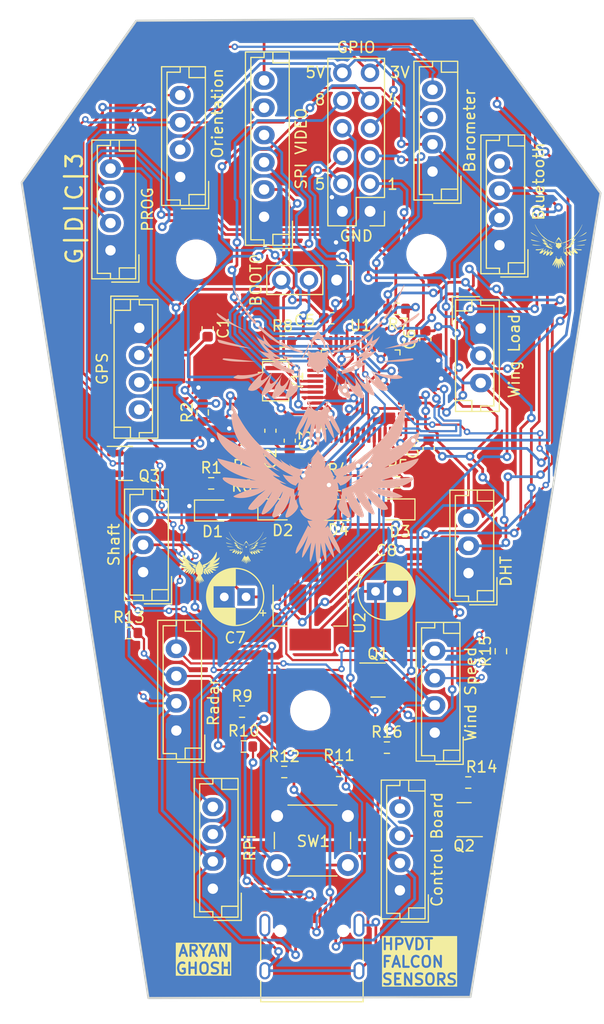
<source format=kicad_pcb>
(kicad_pcb (version 20221018) (generator pcbnew)
  (layers (0 "F.Cu" signal) (31 "B.Cu" signal) (34 "B.Paste" user) (35 "F.Paste" user) (36 "B.SilkS" user "B.Silkscreen") (37 "F.SilkS" user "F.Silkscreen") (38 "B.Mask" user) (39 "F.Mask" user) (44 "Edge.Cuts" user))
  (net 0 "")
  (net 1 "GND")
  (net 2 "+3.3V")
  (net 3 "+5V")
  (net 4 "Net-(D1-A)")
  (net 5 "Net-(D2-A)")
  (net 6 "Net-(D3-A)")
  (net 7 "Net-(D4-A)")
  (net 8 "/SDA_{5V}")
  (net 9 "/SCL_{5V}")
  (net 10 "/BT_{TX}")
  (net 11 "/BT_{RX}")
  (net 12 "/MOSI")
  (net 13 "/MISO")
  (net 14 "/SCK")
  (net 15 "/NSS_{VIDEO}")
  (net 16 "/RPi_{TX}")
  (net 17 "/RPi_{RX}")
  (net 18 "/ONEWIRE_{RX}")
  (net 19 "/SWDIO")
  (net 20 "/SWCLK")
  (net 21 "Net-(J14-CC1)")
  (net 22 "/D+")
  (net 23 "/D-")
  (net 25 "Net-(J14-CC2)")
  (net 27 "unconnected-(J14-SHIELD-PadS1)")
  (net 28 "/GPS_{RX}")
  (net 29 "/GPS_{TX}")
  (net 30 "/SHAFT")
  (net 31 "/DHT")
  (net 32 "/GPIO_{1}")
  (net 33 "/GPIO_{5}")
  (net 34 "/GPIO_{2}")
  (net 35 "/GPIO_{6}")
  (net 36 "/GPIO_{3}")
  (net 37 "/GPIO_{7}")
  (net 38 "/GPIO_{4}")
  (net 39 "/GPIO_{8}")
  (net 40 "/BOOT0")
  (net 41 "/ONEWIRE_{TX}")
  (net 42 "/RST")
  (net 43 "/USB-")
  (net 44 "/USB+")
  (net 45 "/LED_{1}")
  (net 46 "/LED_{2}")
  (net 47 "/LED_{3}")
  (net 48 "/LED_{4}")
  (net 53 "Net-(U1-PD0)")
  (net 54 "Net-(U1-PD1)")
  (net 55 "/SDA_{3V3}")
  (net 56 "/SCL_{3V3}")
  (footprint "Connector_JST:JST_EH_B3B-EH-A_1x03_P2.50mm_Vertical" (layer "F.Cu") (at 158.6715 70.224 -90)
    (fp_text reference "J8" hide)
    (fp_text value "Wing Load")
  )
  (footprint "Resistor_SMD:R_0603_1608Metric" (layer "F.Cu") (at 136.8783 81.3816 180)
    (fp_text reference "R3")
    (fp_text value "10k")
  )
  (footprint "Resistor_SMD:R_0603_1608Metric" (layer "F.Cu") (at 140.4742 71.4248)
    (fp_text reference "R8")
    (fp_text value "10k")
  )
  (footprint "Connector_PinHeader_2.54mm:PinHeader_2x06_P2.54mm_Vertical" (layer "F.Cu") (at 148.5115 59.4868 180)
    (fp_text reference "J6" hide)
    (fp_text value "GPIO")
  )
  (footprint "Resistor_SMD:R_0603_1608Metric" (layer "F.Cu") (at 136.7645 105.3592)
    (fp_text reference "R9")
    (fp_text value "5.1K")
  )
  (footprint "MountingHole:MountingHole_3.2mm_M3" (layer "F.Cu") (at 132.5603 63.9064)
    (fp_text reference "H2" hide)
    (fp_text value "M3")
  )
  (footprint "Capacitor_THT:CP_Radial_D5.0mm_P2.00mm" (layer "F.Cu") (at 137.1323 94.8436 180)
    (fp_text reference "C7")
    (fp_text value "10uF")
  )
  (footprint "Capacitor_THT:CP_Radial_D5.0mm_P2.00mm" (layer "F.Cu") (at 149.0195 94.3356)
    (fp_text reference "C8")
    (fp_text value "22uF")
  )
  (footprint "MountingHole:MountingHole_3.2mm_M3" (layer "F.Cu") (at 153.6931 63.3984)
    (fp_text reference "H1" hide)
    (fp_text value "M3")
  )
  (footprint "Connector_JST:JST_EH_B3B-EH-A_1x03_P2.50mm_Vertical" (layer "F.Cu") (at 127.6835 92.5684 90)
    (fp_text reference "J10" hide)
    (fp_text value "Shaft")
  )
  (footprint "Connector_JST:JST_EH_B6B-EH-A_1x06_P2.50mm_Vertical" (layer "F.Cu") (at 138.7856 59.9872 90)
    (fp_text reference "J3" hide)
    (fp_text value "SPI VIDEO")
  )
  (footprint "Connector_JST:JST_EH_B4B-EH-A_1x04_P2.50mm_Vertical" (layer "F.Cu") (at 127.3279 70.1732 -90)
    (fp_text reference "J7" hide)
    (fp_text value "GPS")
  )
  (footprint "LED_SMD:LED_0805_2012Metric" (layer "F.Cu") (at 145.6667 86.868)
    (fp_text reference "D4")
    (fp_text value "LED")
  )
  (footprint "Crystal:Resonator_SMD_Murata_CSTxExxV-3Pin_3.0x1.1mm" (layer "F.Cu") (at 139.8524 75.0632 -90)
    (fp_text reference "Y1")
    (fp_text value "8MHz")
  )
  (footprint "Resistor_SMD:R_0603_1608Metric" (layer "F.Cu") (at 157.5308 111.8616)
    (fp_text reference "R14")
    (fp_text value "10k")
  )
  (footprint "Connector_JST:JST_EH_B4B-EH-A_1x04_P2.50mm_Vertical" (layer "F.Cu") (at 160.3987 62.5964 90)
    (fp_text reference "J5" hide)
    (fp_text value "Bluetooth")
  )
  (footprint "Resistor_SMD:R_0603_1608Metric" (layer "F.Cu") (at 150.9499 68.4276)
    (fp_text reference "R7")
    (fp_text value "5k")
  )
  (footprint "Connector_JST:JST_EH_B4B-EH-A_1x04_P2.50mm_Vertical" (layer "F.Cu") (at 130.7315 107.0972 90)
    (fp_text reference "J9" hide)
    (fp_text value "Radar")
  )
  (footprint "Connector_JST:JST_EH_B4B-EH-A_1x04_P2.50mm_Vertical" (layer "F.Cu") (at 124.6863 63.0644 90)
    (fp_text reference "J2" hide)
    (fp_text value "PROG")
  )
  (footprint "Connector_USB:USB_C_Receptacle_HRO_TYPE-C-31-M-12" (layer "F.Cu") (at 143.1775 128.0668)
    (fp_text reference "J14" hide)
    (fp_text value "USB_C_Receptacle_USB2.0")
  )
  (footprint "Connector_PinHeader_2.54mm:PinHeader_1x03_P2.54mm_Vertical" (layer "F.Cu") (at 145.4485 65.786 -90)
    (fp_text reference "JP1" hide)
    (fp_text value "BOOT0")
  )
  (footprint "Connector_JST:JST_EH_B3B-EH-A_1x03_P2.50mm_Vertical" (layer "F.Cu") (at 157.5539 92.6592 90)
    (fp_text reference "J12" hide)
    (fp_text value "DHT")
  )
  (footprint "Resistor_SMD:R_0603_1608Metric" (layer "F.Cu") (at 160.528 99.822 90)
    (fp_text reference "R15")
    (fp_text value "10k")
  )
  (footprint "Connector_JST:JST_EH_B4B-EH-A_1x04_P2.50mm_Vertical" (layer "F.Cu") (at 154.4551 107.2896 90)
    (fp_text reference "J11" hide)
    (fp_text value "Wind Speed")
  )
  (footprint "Resistor_SMD:R_0603_1608Metric" (layer "F.Cu") (at 139.8247 84.6328)
    (fp_text reference "R6")
    (fp_text value "330")
  )
  (footprint "LED_SMD:LED_0805_2012Metric" (layer "F.Cu") (at 150.9499 86.8172 180)
    (fp_text reference "D3")
    (fp_text value "LED")
  )
  (footprint "Capacitor_SMD:C_0603_1608Metric" (layer "F.Cu") (at 133.604 70.2056 -90)
    (fp_text reference "C1")
    (fp_text value "1u")
  )
  (footprint "Package_QFP:LQFP-48_7x7mm_P0.5mm" (layer "F.Cu") (at 147.651 75.8136)
    (fp_text reference "U1")
    (fp_text value "STM32F103C8Tx")
  )
  (footprint "LED_SMD:LED_0805_2012Metric" (layer "F.Cu") (at 134.0843 86.9188)
    (fp_text reference "D1")
    (fp_text value "LED")
  )
  (footprint "Resistor_SMD:R_0603_1608Metric" (layer "F.Cu") (at 126.3782 98.1456)
    (fp_text reference "R13")
    (fp_text value "10k")
  )
  (footprint "Resistor_SMD:R_0603_1608Metric" (layer "F.Cu") (at 151.0515 84.328 180)
    (fp_text reference "R5")
    (fp_text value "330")
  )
  (footprint "Resistor_SMD:R_0603_1608Metric" (layer "F.Cu") (at 140.6375 110.8964)
    (fp_text reference "R12")
    (fp_text value "5.1K")
  )
  (footprint "Button_Switch_THT:SW_PUSH_6mm_H4.3mm" (layer "F.Cu") (at 139.9795 114.9308)
    (fp_text reference "SW1")
    (fp_text value "MCU_RST")
  )
  (footprint "Resistor_SMD:R_0603_1608Metric" (layer "F.Cu") (at 136.9169 108.5596)
    (fp_text reference "R10")
    (fp_text value "22")
  )
  (footprint "Connector_JST:JST_EH_B4B-EH-A_1x04_P2.50mm_Vertical" (layer "F.Cu") (at 134.0843 121.5968 90)
    (fp_text reference "J13" hide)
    (fp_text value "RPi")
  )
  (footprint "Connector_JST:JST_EH_B4B-EH-A_1x04_P2.50mm_Vertical" (layer "F.Cu") (at 154.2519 55.84 90)
    (fp_text reference "J4" hide)
    (fp_text value "Barometer")
  )
  (footprint "Package_TO_SOT_SMD:SOT-23" (layer "F.Cu") (at 149.2504 102.4636)
    (fp_text reference "Q1")
    (fp_text value "2N7002K")
  )
  (footprint "Resistor_SMD:R_0603_1608Metric" (layer "F.Cu") (at 133.9319 84.4296)
    (fp_text reference "R1")
    (fp_text value "330")
  )
  (footprint "Capacitor_SMD:C_0603_1608Metric" (layer "F.Cu") (at 153.8963 81.2292 90)
    (fp_text reference "C4")
    (fp_text value "100n")
  )
  (footprint "Resistor_SMD:R_0603_1608Metric" (layer "F.Cu") (at 150.0632 108.6612)
    (fp_text reference "R16")
    (fp_text value "10k")
  )
  (footprint "Package_TO_SOT_SMD:SOT-223-3_TabPin2" (layer "F.Cu") (at 143.0251 95.6056 -90)
    (fp_text reference "U2")
    (fp_text value "AZ1117-3.3")
  )
  (footprint "Resistor_SMD:R_0603_1608Metric" (layer "F.Cu") (at 145.6667 110.7948)
    (fp_text reference "R11")
    (fp_text value "22")
  )
  (footprint "MountingHole:MountingHole_3.2mm_M3" (layer "F.Cu") (at 143.0251 105.2576)
    (fp_text reference "H3" hide)
    (fp_text value "M3")
  )
  (footprint "Capacitor_SMD:C_0603_1608Metric" (layer "F.Cu") (at 145.0571 69.2912 180)
    (fp_text reference "C5")
    (fp_text value "100n")
  )
  (footprint "Resistor_SMD:R_0603_1608Metric" (layer "F.Cu") (at 133.1468 77.9272 90)
    (fp_text reference "R2")
    (fp_text value "10k")
  )
  (footprint "Connector_JST:JST_EH_B4B-EH-A_1x04_P2.50mm_Vertical" (layer "F.Cu") (at 151.2547 121.7492 90)
    (fp_text reference "J15" hide)
    (fp_text value "Control Board")
  )
  (footprint "Resistor_SMD:R_0603_1608Metric" (layer "F.Cu") (at 145.5651 84.582)
    (fp_text reference "R4")
    (fp_text value "330")
  )
  (footprint "Connector_JST:JST_EH_B4B-EH-A_1x04_P2.50mm_Vertical" (layer "F.Cu") (at 131.0871 56.3372 90)
    (fp_text reference "J1" hide)
    (fp_text value "Orientation")
  )
  (footprint "Package_TO_SOT_SMD:SOT-23" (layer "F.Cu") (at 157.1475 115.2652 180)
    (fp_text reference "Q2")
    (fp_text value "2N7002K")
  )
  (footprint "Capacitor_SMD:C_0603_1608Metric" (layer "F.Cu") (at 153.5915 71.2216 90)
    (fp_text reference "C6")
    (fp_text value "100n")
  )
  (footprint "LED_SMD:LED_0805_2012Metric" (layer "F.Cu") (at 139.9032 86.8172)
    (fp_text reference "D2")
    (fp_text value "LED")
  )
  (footprint "Capacitor_SMD:C_0603_1608Metric" (layer "F.Cu") (at 139.3675 79.6036 -90)
    (fp_text reference "C2")
    (fp_text value "10n")
  )
  (footprint "Package_TO_SOT_SMD:SOT-23" (layer "F.Cu") (at 126.0625 82.6008)
    (fp_text reference "Q3")
    (fp_text value "2N7002K")
  )
  (footprint "Capacitor_SMD:C_0603_1608Metric" (layer "F.Cu") (at 141.1455 80.518 -90)
    (fp_text reference "C3")
    (fp_text value "100n")
  )
  (gr_poly (pts (xy 151.483185 66.691584) (xy 151.287241 67.135971) (xy 151.081995 67.557333) (xy 150.868365 67.956274) (xy 150.647265 68.333395) (xy 150.419612 68.6893) (xy 150.186323 69.024593) (xy 149.948313 69.339876) (xy 149.7065 69.635752) (xy 149.461798 69.912824) (xy 149.215124 70.171696) (xy 148.967395 70.412971) (xy 148.719527 70.63725) (xy 148.472435 70.845138) (xy 148.227036 71.037238) (xy 147.984246 71.214153) (xy 147.744982 71.376485) (xy 147.510159 71.524837) (xy 147.057503 71.782017) (xy 146.633608 71.990516) (xy 146.245803 72.155158) (xy 145.901417 72.280769) (xy 145.607781 72.372172) (xy 145.202074 72.471652) (xy 145.200541 72.464503) (xy 145.19886 72.457393) (xy 145.197032 72.450325) (xy 145.195057 72.4433) (xy 145.192936 72.436321) (xy 145.190671 72.429391) (xy 145.188262 72.42251) (xy 145.185709 72.415683) (xy 145.183015 72.40891) (xy 145.180179 72.402194) (xy 145.177202 72.395538) (xy 145.174086 72.388943) (xy 145.170831 72.382412) (xy 145.167438 72.375948) (xy 145.163908 72.369551) (xy 145.160242 72.363225) (xy 145.113491 72.290438) (xy 145.268637 72.253275) (xy 145.434248 72.206685) (xy 145.530803 72.176348) (xy 145.633377 72.141302) (xy 145.739611 72.101536) (xy 145.847144 72.057038) (xy 145.953616 72.007796) (xy 146.056667 71.9538) (xy 146.153937 71.895038) (xy 146.243065 71.8315) (xy 146.283839 71.797935) (xy 146.321693 71.763173) (xy 146.356331 71.72721) (xy 146.387459 71.690046) (xy 146.377602 71.718241) (xy 146.365141 71.74961) (xy 146.347534 71.789046) (xy 146.336772 71.810983) (xy 146.324688 71.833967) (xy 146.311272 71.857677) (xy 146.296511 71.881788) (xy 146.280393 71.905979) (xy 146.262908 71.929926) (xy 146.244044 71.953306) (xy 146.223789 71.975796) (xy 146.372731 71.889945) (xy 146.522448 71.800301) (xy 146.696903 71.691365) (xy 146.877029 71.57203) (xy 146.96326 71.511242) (xy 147.043757 71.451187) (xy 147.116138 71.392979) (xy 147.178018 71.337728) (xy 147.227014 71.286546) (xy 147.245936 71.262829) (xy 147.260743 71.240545) (xy 147.235357 71.292228) (xy 147.207423 71.344548) (xy 147.170523 71.407967) (xy 147.148991 71.442303) (xy 147.125554 71.47757) (xy 147.100322 71.513154) (xy 147.073409 71.548441) (xy 147.044927 71.582816) (xy 147.014986 71.615666) (xy 146.9837 71.646375) (xy 146.951181 71.674329) (xy 147.045401 71.615359) (xy 147.148557 71.548773) (xy 147.276082 71.463787) (xy 147.41823 71.365155) (xy 147.565253 71.257626) (xy 147.637547 71.20201) (xy 147.707406 71.145952) (xy 147.77361 71.090045) (xy 147.834942 71.034884) (xy 148.339343 70.645172) (xy 148.757046 70.298973) (xy 148.996387 70.081381) (xy 149.251904 69.831589) (xy 149.52049 69.547696) (xy 149.799031 69.2278) (xy 150.084418 68.869998) (xy 150.37354 68.472388) (xy 150.663286 68.033067) (xy 150.950546 67.550134) (xy 151.232208 67.021685) (xy 151.505163 66.445819) (xy 151.522522 66.411092) (xy 151.541549 66.375498) (xy 151.55287 66.355421) (xy 151.5651 66.334694) (xy 151.578015 66.313967) (xy 151.591393 66.29389) (xy 151.605011 66.275116) (xy 151.618647 66.258296) (xy 151.625401 66.250821) (xy 151.632077 66.244079) (xy 151.638646 66.238151) (xy 151.64508 66.233119) (xy 151.651352 66.229063) (xy 151.657433 66.226065) (xy 151.663295 66.224207) (xy 151.668912 66.223569)) (fill solid) (layer "B.SilkS"))
  (gr_poly (pts (xy 142.828563 71.54288) (xy 142.831605 71.557008) (xy 142.83539 71.571581) (xy 142.83988 71.586564) (xy 142.845038 71.601919) (xy 142.850828 71.617611) (xy 142.857211 71.633604) (xy 142.864152 71.649863) (xy 142.871613 71.66635) (xy 142.879557 71.683029) (xy 142.896744 71.716823) (xy 142.915418 71.750955) (xy 142.935282 71.785137) (xy 142.638816 72.431487) (xy 142.634478 72.440685) (xy 142.629854 72.449733) (xy 142.62495 72.458627) (xy 142.619768 72.467359) (xy 142.614314 72.475923) (xy 142.60859 72.484313) (xy 142.602601 72.492522) (xy 142.596351 72.500543) (xy 142.582217 72.518336) (xy 142.566476 72.539183) (xy 142.550006 72.562417) (xy 142.541772 72.57472) (xy 142.533685 72.58737) (xy 142.525854 72.600283) (xy 142.51839 72.613376) (xy 142.511403 72.626566) (xy 142.505001 72.639769) (xy 142.499295 72.652901) (xy 142.494394 72.66588) (xy 142.490409 72.678622) (xy 142.487449 72.691044) (xy 142.485952 72.697776) (xy 142.484299 72.704466) (xy 142.48249 72.711109) (xy 142.480528 72.717704) (xy 142.478413 72.724247) (xy 142.476147 72.730736) (xy 142.47373 72.737169) (xy 142.471163 72.743543) (xy 142.468448 72.749855) (xy 142.465586 72.756102) (xy 142.462577 72.762282) (xy 142.459424 72.768393) (xy 142.456126 72.774432) (xy 142.452685 72.780395) (xy 142.449103 72.786282) (xy 142.44538 72.792088) (xy 142.428337 72.817887) (xy 142.409041 72.845041) (xy 142.398649 72.858763) (xy 142.387817 72.872388) (xy 142.376584 72.885771) (xy 142.364993 72.898768) (xy 142.353083 72.911232) (xy 142.340896 72.923019) (xy 142.328473 72.933984) (xy 142.315855 72.943982) (xy 142.303082 72.952867) (xy 142.290196 72.960494) (xy 142.283723 72.963791) (xy 142.277237 72.966719) (xy 142.270743 72.96926) (xy 142.264246 72.971396) (xy 142.256218 72.965919) (xy 142.248928 72.960525) (xy 142.242348 72.955253) (xy 142.236446 72.950139) (xy 142.231192 72.945219) (xy 142.226556 72.940533) (xy 142.222506 72.936116) (xy 142.219012 72.932006) (xy 142.216044 72.928241) (xy 142.213571 72.924856) (xy 142.209987 72.919381) (xy 142.208016 72.915877) (xy 142.207413 72.914643) (xy 142.231014 72.897015) (xy 142.255805 72.877084) (xy 142.270075 72.864952) (xy 142.285072 72.851609) (xy 142.300402 72.837232) (xy 142.315674 72.821994) (xy 142.330496 72.806071) (xy 142.344473 72.789639) (xy 142.351023 72.781286) (xy 142.357215 72.772872) (xy 142.363 72.764418) (xy 142.368329 72.755946) (xy 142.373153 72.747478) (xy 142.377422 72.739036) (xy 142.381089 72.730642) (xy 142.384103 72.722318) (xy 142.388889 72.706545) (xy 142.392761 72.692119) (xy 142.398944 72.665876) (xy 142.401848 72.653342) (xy 142.405022 72.640724) (xy 142.408761 72.627663) (xy 142.413362 72.613802) (xy 142.419121 72.598783) (xy 142.426335 72.582248) (xy 142.435299 72.563839) (xy 142.446309 72.543199) (xy 142.459662 72.51997) (xy 142.475654 72.493794) (xy 142.49458 72.464313) (xy 142.516738 72.43117) (xy 142.541196 72.392707) (xy 142.566593 72.348282) (xy 142.592583 72.29906) (xy 142.618819 72.246206) (xy 142.670635 72.134263) (xy 142.719263 72.021774) (xy 142.795835 71.832435) (xy 142.826301 71.752752) (xy 142.82201 71.736965) (xy 142.818825 71.720017) (xy 142.816632 71.702207) (xy 142.815317 71.683838) (xy 142.814764 71.66521) (xy 142.814859 71.646624) (xy 142.815488 71.62838) (xy 142.816537 71.61078) (xy 142.819436 71.578713) (xy 142.822639 71.552828) (xy 142.826301 71.529233)) (fill solid) (layer "B.SilkS"))
  (gr_poly (pts (xy 134.680116 71.26605) (xy 135.041703 71.361444) (xy 136.099795 71.651816) (xy 137.643669 72.083666) (xy 137.272948 72.033133) (xy 136.891767 71.977471) (xy 136.433597 71.905678) (xy 135.938607 71.82085) (xy 135.446966 71.726088) (xy 135.214954 71.675949) (xy 134.998842 71.624489) (xy 134.803652 71.572094) (xy 134.634404 71.519151) (xy 134.612552 71.486655) (xy 134.593074 71.455766) (xy 134.575885 71.426552) (xy 134.560896 71.399082) (xy 134.548023 71.373421) (xy 134.537178 71.349638) (xy 134.528274 71.3278) (xy 134.521225 71.307974) (xy 134.515944 71.290228) (xy 134.512345 71.27463) (xy 134.510341 71.261246) (xy 134.509846 71.250144) (xy 134.510772 71.241392) (xy 134.513033 71.235057) (xy 134.514638 71.232818) (xy 134.516543 71.231207) (xy 134.518739 71.230235) (xy 134.521215 71.229909)) (fill solid) (layer "B.SilkS"))
  (gr_poly (pts (xy 138.677005 74.247405) (xy 138.440678 74.378605) (xy 138.210454 74.490841) (xy 137.987097 74.58537) (xy 137.771372 74.663451) (xy 137.564044 74.726341) (xy 137.365878 74.7753) (xy 137.177638 74.811586) (xy 137.00009 74.836457) (xy 136.833998 74.85117) (xy 136.680127 74.856986) (xy 136.539242 74.855161) (xy 136.412108 74.846954) (xy 136.29949 74.833623) (xy 136.202152 74.816427) (xy 136.120859 74.796624) (xy 136.10286 74.79133) (xy 136.085958 74.78597) (xy 136.070166 74.780563) (xy 136.055497 74.775131) (xy 136.041963 74.769694) (xy 136.029578 74.764273) (xy 136.018355 74.75889) (xy 136.008306 74.753563) (xy 135.999443 74.748315) (xy 135.99178 74.743165) (xy 135.98533 74.738135) (xy 135.980105 74.733246) (xy 135.976118 74.728517) (xy 135.973382 74.72397) (xy 135.97191 74.719625) (xy 135.971651 74.717535) (xy 135.971714 74.715503) (xy 135.972569 74.711945) (xy 135.974364 74.708108) (xy 135.977076 74.703998) (xy 135.980685 74.699623) (xy 135.98517 74.694989) (xy 135.990511 74.690103) (xy 136.003675 74.679605) (xy 136.020009 74.668183) (xy 136.039348 74.655894) (xy 136.061524 74.642792) (xy 136.086371 74.628935) (xy 136.113722 74.614377) (xy 136.14341 74.599175) (xy 136.175269 74.583384) (xy 136.209132 74.567059) (xy 136.282202 74.533032) (xy 136.361286 74.49754) (xy 136.560264 74.51231) (xy 136.675124 74.516672) (xy 136.799733 74.51821) (xy 136.933713 74.516319) (xy 137.076689 74.510394) (xy 137.228287 74.499828) (xy 137.388131 74.484016) (xy 137.555844 74.462352) (xy 137.731053 74.434231) (xy 137.913381 74.399046) (xy 138.102452 74.356193) (xy 138.297893 74.305066) (xy 138.499326 74.245059) (xy 138.706376 74.175566) (xy 138.918669 74.095981)) (fill solid) (layer "B.SilkS"))
  (gr_poly (pts (xy 144.693449 76.961987) (xy 144.670161 77.025853) (xy 144.639067 77.105583) (xy 144.601037 77.19559) (xy 144.556943 77.290286) (xy 144.532894 77.337647) (xy 144.507655 77.384086) (xy 144.481335 77.428904) (xy 144.454043 77.471402) (xy 144.443685 77.486746) (xy 144.432905 77.501782) (xy 144.421709 77.516502) (xy 144.410105 77.530898) (xy 144.3981 77.544961) (xy 144.3857 77.558682) (xy 144.372914 77.572054) (xy 144.359747 77.585067) (xy 144.36427 77.582924) (xy 144.383175 77.573678) (xy 144.413383 77.557683) (xy 144.451658 77.535497) (xy 144.472809 77.522256) (xy 144.494762 77.507677) (xy 144.517114 77.491829) (xy 144.539459 77.474782) (xy 144.561393 77.456606) (xy 144.582511 77.437371) (xy 144.602409 77.417146) (xy 144.620682 77.396) (xy 144.629083 77.385105) (xy 144.636925 77.374005) (xy 144.644159 77.36271) (xy 144.650734 77.351229) (xy 145.16434 78.354956) (xy 145.524024 79.066968) (xy 145.647242 79.317239) (xy 145.701342 79.436727) (xy 145.74012 79.568445) (xy 145.764264 79.659049) (xy 145.775559 79.706065) (xy 145.785588 79.752521) (xy 145.793789 79.797139) (xy 145.799601 79.838641) (xy 145.802463 79.87575) (xy 145.802611 79.892258) (xy 145.801812 79.907188) (xy 145.799994 79.920381) (xy 145.797087 79.931678) (xy 145.793021 79.940918) (xy 145.787727 79.947942) (xy 145.781133 79.952589) (xy 145.773171 79.954702) (xy 145.763768 79.954119) (xy 145.752856 79.950681) (xy 145.725087 79.934802) (xy 145.688964 79.906891) (xy 145.645125 79.867024) (xy 145.594205 79.815274) (xy 145.536842 79.751718) (xy 145.47367 79.67643) (xy 145.405326 79.589486) (xy 145.332447 79.490961) (xy 145.255668 79.380929) (xy 145.175626 79.259466) (xy 145.092958 79.126646) (xy 145.008299 78.982546) (xy 144.922285 78.82724) (xy 144.835554 78.660804) (xy 144.74874 78.483311) (xy 144.662481 78.294839) (xy 144.69963 78.441061) (xy 144.739548 78.581071) (xy 144.781561 78.715555) (xy 144.824997 78.845197) (xy 144.999508 79.329075) (xy 145.077802 79.559798) (xy 145.112353 79.674756) (xy 145.142943 79.79036) (xy 145.168899 79.907294) (xy 145.189548 80.026246) (xy 145.204217 80.1479) (xy 145.212233 80.272943) (xy 145.211064 80.299215) (xy 145.205554 80.315091) (xy 145.195973 80.321171) (xy 145.182593 80.318053) (xy 145.165686 80.306338) (xy 145.145525 80.286626) (xy 145.096528 80.225607) (xy 145.037776 80.139793) (xy 144.971445 80.033983) (xy 144.824754 79.781562) (xy 144.673862 79.506723) (xy 144.536178 79.247848) (xy 144.370065 78.931505) (xy 144.404341 79.176932) (xy 144.436405 79.432741) (xy 144.468837 79.731972) (xy 144.494448 80.040643) (xy 144.502451 80.187899) (xy 144.506052 80.324771) (xy 144.504356 80.447012) (xy 144.496461 80.550374) (xy 144.481472 80.63061) (xy 144.471035 80.660727) (xy 144.458488 80.683471) (xy 144.448954 80.690288) (xy 144.437915 80.686956) (xy 144.425484 80.674098) (xy 144.411776 80.652336) (xy 144.380978 80.584594) (xy 144.346431 80.488715) (xy 144.269715 80.232481) (xy 144.188891 79.923504) (xy 144.111223 79.601658) (xy 144.043973 79.306814) (xy 143.969777 78.95762) (xy 143.970459 79.225854) (xy 143.965633 79.508843) (xy 143.952314 79.844586) (xy 143.926717 80.198215) (xy 143.908131 80.37084) (xy 143.885056 80.53486) (xy 143.857019 80.685916) (xy 143.823545 80.819651) (xy 143.784163 80.931704) (xy 143.762108 80.978239) (xy 143.738398 81.017719) (xy 143.714661 80.978239) (xy 143.692582 80.931704) (xy 143.672101 80.87866) (xy 143.653161 80.819651) (xy 143.61966 80.685916) (xy 143.591607 80.53486) (xy 143.568525 80.37084) (xy 143.54994 80.198215) (xy 143.535378 80.021344) (xy 143.524364 79.844586) (xy 143.511081 79.508843) (xy 143.506294 79.225854) (xy 143.507021 78.95762) (xy 143.432825 79.306814) (xy 143.365575 79.601658) (xy 143.287906 79.923504) (xy 143.207082 80.232481) (xy 143.130366 80.488715) (xy 143.095818 80.584594) (xy 143.065021 80.652336) (xy 143.051312 80.674098) (xy 143.038882 80.686956) (xy 143.027843 80.690288) (xy 143.018309 80.683471) (xy 143.005761 80.660727) (xy 142.995325 80.63061) (xy 142.980335 80.550374) (xy 142.972441 80.447012) (xy 142.970745 80.324771) (xy 142.974347 80.187899) (xy 142.982349 80.040643) (xy 143.007961 79.731972) (xy 143.040392 79.432741) (xy 143.072457 79.176932) (xy 143.106733 78.931505) (xy 142.940586 79.247893) (xy 142.8029 79.506779) (xy 142.652014 79.781621) (xy 142.505331 80.034038) (xy 142.439006 80.139844) (xy 142.380258 80.225651) (xy 142.331265 80.286662) (xy 142.311106 80.30637) (xy 142.294201 80.318079) (xy 142.280822 80.321191) (xy 142.271242 80.315105) (xy 142.265732 80.299222) (xy 142.264564 80.272943) (xy 142.272514 80.1479) (xy 142.287135 80.026246) (xy 142.30775 79.907295) (xy 142.333686 79.790361) (xy 142.364268 79.674757) (xy 142.398821 79.559799) (xy 142.47714 79.329075) (xy 142.651744 78.845198) (xy 142.695202 78.715555) (xy 142.737233 78.581071) (xy 142.777162 78.441061) (xy 142.814315 78.294839) (xy 142.771295 78.390444) (xy 142.728057 78.483317) (xy 142.641247 78.660826) (xy 142.554519 78.827288) (xy 142.46851 78.982624) (xy 142.383856 79.126758) (xy 142.301192 79.259612) (xy 142.221155 79.381108) (xy 142.144381 79.491169) (xy 142.071505 79.589717) (xy 142.003163 79.676674) (xy 141.939991 79.751964) (xy 141.882626 79.815509) (xy 141.831702 79.86723) (xy 141.787856 79.907051) (xy 141.751724 79.934894) (xy 141.736749 79.944299) (xy 141.723942 79.950681) (xy 141.713022 79.954069) (xy 141.703613 79.954607) (xy 141.695643 79.952453) (xy 141.689044 79.947769) (xy 141.683744 79.940713) (xy 141.679673 79.931444) (xy 141.676762 79.920123) (xy 141.67494 79.906909) (xy 141.674281 79.87544) (xy 141.677136 79.838313) (xy 141.682942 79.796805) (xy 141.691139 79.752193) (xy 141.712458 79.658763) (xy 141.736599 79.568233) (xy 141.775376 79.436727) (xy 141.829502 79.317239) (xy 141.95274 79.066968) (xy 142.312447 78.354956) (xy 142.826062 77.351229) (xy 142.832638 77.36271) (xy 142.839873 77.374005) (xy 142.847718 77.385104) (xy 142.856121 77.396) (xy 142.865033 77.406683) (xy 142.874401 77.417145) (xy 142.894308 77.43737) (xy 142.915436 77.456606) (xy 142.93738 77.474782) (xy 142.959734 77.491829) (xy 142.982094 77.507676) (xy 143.004054 77.522256) (xy 143.025209 77.535496) (xy 143.045153 77.547328) (xy 143.063481 77.557683) (xy 143.093668 77.573678) (xy 143.112527 77.582924) (xy 143.117051 77.585066) (xy 143.103876 77.57206) (xy 143.091084 77.558693) (xy 143.078681 77.544974) (xy 143.066674 77.530912) (xy 143.055071 77.516515) (xy 143.043878 77.501792) (xy 143.033103 77.486752) (xy 143.022753 77.471402) (xy 142.995462 77.428904) (xy 142.969142 77.384086) (xy 142.943903 77.337647) (xy 142.919853 77.290286) (xy 142.897103 77.242701) (xy 142.875759 77.19559) (xy 142.855932 77.149651) (xy 142.83773 77.105583) (xy 142.806636 77.025853) (xy 142.783348 76.961987) (xy 142.763673 76.904189) (xy 142.791876 76.90956) (xy 142.819244 76.914262) (xy 142.845774 76.918329) (xy 142.871463 76.921792) (xy 142.89631 76.924684) (xy 142.920311 76.927037) (xy 142.943463 76.928882) (xy 142.965764 76.930253) (xy 142.987212 76.931181) (xy 143.007803 76.931697) (xy 143.027536 76.931836) (xy 143.046406 76.931627) (xy 143.081553 76.9303) (xy 143.113221 76.927972) (xy 143.141389 76.924901) (xy 143.166038 76.921344) (xy 143.187144 76.917558) (xy 143.204688 76.9138) (xy 143.218648 76.910327) (xy 143.229002 76.907396) (xy 143.238812 76.904189) (xy 143.229823 76.910309) (xy 143.209233 76.923127) (xy 143.178566 76.940403) (xy 143.159929 76.950014) (xy 143.139345 76.959901) (xy 143.117004 76.969782) (xy 143.093096 76.979379) (xy 143.067813 76.988412) (xy 143.041343 76.9966) (xy 143.013879 77.003665) (xy 142.985611 77.009325) (xy 142.956729 77.013301) (xy 142.927424 77.015314) (xy 142.943937 77.050201) (xy 142.991063 77.145281) (xy 143.024976 77.210903) (xy 143.065187 77.286185) (xy 143.111243 77.369331) (xy 143.162692 77.458544) (xy 143.187993 77.49838) (xy 143.215362 77.535646) (xy 143.244659 77.570342) (xy 143.275749 77.602468) (xy 143.308492 77.632024) (xy 143.342751 77.65901) (xy 143.378388 77.683425) (xy 143.415265 77.705271) (xy 143.453245 77.724547) (xy 143.49219 77.741252) (xy 143.531961 77.755388) (xy 143.572422 77.766953) (xy 143.613434 77.775948) (xy 143.654859 77.782373) (xy 143.69656 77.786229) (xy 143.738398 77.787514) (xy 143.780237 77.786229) (xy 143.821938 77.782373) (xy 143.863363 77.775948) (xy 143.904375 77.766953) (xy 143.944835 77.755388) (xy 143.984607 77.741252) (xy 144.023552 77.724547) (xy 144.061532 77.705271) (xy 144.098409 77.683425) (xy 144.134046 77.65901) (xy 144.168305 77.632024) (xy 144.201048 77.602468) (xy 144.232138 77.570342) (xy 144.261436 77.535646) (xy 144.288804 77.49838) (xy 144.314106 77.458544) (xy 144.340476 77.413226) (xy 144.365555 77.369217) (xy 144.41161 77.286018) (xy 144.451821 77.210729) (xy 144.485734 77.145132) (xy 144.512898 77.09101) (xy 144.532861 77.050145) (xy 144.549373 77.015314) (xy 144.53468 77.014542) (xy 144.520068 77.013245) (xy 144.505562 77.01146) (xy 144.491186 77.009221) (xy 144.476963 77.006562) (xy 144.462918 77.003519) (xy 144.449074 77.000128) (xy 144.435454 76.996422) (xy 144.422083 76.992436) (xy 144.408985 76.988207) (xy 144.383701 76.979156) (xy 144.359793 76.969548) (xy 144.337452 76.959662) (xy 144.316868 76.94978) (xy 144.298231 76.94018) (xy 144.281733 76.931143) (xy 144.267563 76.922948) (xy 144.246973 76.910205) (xy 144.237985 76.904189) (xy 144.272176 76.913844) (xy 144.310829 76.9214) (xy 144.363636 76.928031) (xy 144.395296 76.930358) (xy 144.430433 76.931683) (xy 144.469026 76.931748) (xy 144.511055 76.930297) (xy 144.5565 76.927073) (xy 144.60534 76.921818) (xy 144.657555 76.914276) (xy 144.713124 76.904189)) (fill solid) (layer "B.SilkS"))
  (gr_poly (pts (xy 134.476269 68.794442) (xy 134.478347 68.794996) (xy 134.480445 68.795949) (xy 134.48256 68.797303) (xy 135.016189 69.169985) (xy 135.486274 69.483249) (xy 135.894323 69.741771) (xy 136.241847 69.950225) (xy 136.530352 70.113286) (xy 136.761349 70.23563) (xy 136.936345 70.321931) (xy 137.056849 70.376865) (xy 137.057564 70.376548) (xy 137.062018 70.379098) (xy 137.066505 70.38159) (xy 137.071024 70.384022) (xy 137.075574 70.386394) (xy 137.080155 70.388706) (xy 137.084766 70.390958) (xy 137.089407 70.39315) (xy 137.094076 70.39528) (xy 136.909921 70.330682) (xy 136.617637 70.221487) (xy 136.250312 70.073238) (xy 136.048849 69.9862) (xy 135.841033 69.891477) (xy 135.631001 69.789762) (xy 135.422888 69.681748) (xy 135.22083 69.568127) (xy 135.028963 69.449593) (xy 134.851424 69.326838) (xy 134.692347 69.200555) (xy 134.621025 69.136307) (xy 134.555869 69.071437) (xy 134.497398 69.006032) (xy 134.446126 68.940178) (xy 134.445149 68.920732) (xy 134.444781 68.902593) (xy 134.444986 68.88578) (xy 134.445725 68.870314) (xy 134.44696 68.856216) (xy 134.448655 68.843507) (xy 134.450771 68.832207) (xy 134.45327 68.822336) (xy 134.456116 68.813915) (xy 134.45927 68.806965) (xy 134.462694 68.801506) (xy 134.466352 68.79756) (xy 134.468257 68.79616) (xy 134.470205 68.795145) (xy 134.472193 68.794519) (xy 134.474216 68.794284)) (fill solid) (layer "B.SilkS"))
  (gr_poly (pts (xy 144.530431 72.498901) (xy 144.532063 72.504916) (xy 144.533551 72.510967) (xy 144.534895 72.51705) (xy 144.536094 72.523164) (xy 144.537147 72.529305) (xy 144.538055 72.535471) (xy 144.538816 72.54166) (xy 144.531039 72.544764) (xy 144.523321 72.548145) (xy 144.508081 72.555678) (xy 144.493132 72.564141) (xy 144.478507 72.573421) (xy 144.464243 72.5834) (xy 144.450372 72.593964) (xy 144.43693 72.604996) (xy 144.423951 72.616381) (xy 144.411469 72.628004) (xy 144.39952 72.639747) (xy 144.388138 72.651497) (xy 144.377356 72.663137) (xy 144.367211 72.674551) (xy 144.357736 72.685624) (xy 144.340934 72.706283) (xy 144.338791 72.706283) (xy 144.340871 72.69819) (xy 144.347618 72.67663) (xy 144.352979 72.662074) (xy 144.359791 72.645682) (xy 144.36815 72.627962) (xy 144.378151 72.609426) (xy 144.389889 72.590583) (xy 144.396438 72.581206) (xy 144.403458 72.571943) (xy 144.410959 72.562858) (xy 144.418954 72.554016) (xy 144.427454 72.545479) (xy 144.436471 72.537312) (xy 144.446018 72.529577) (xy 144.456105 72.52234) (xy 144.466745 72.515664) (xy 144.477951 72.509612) (xy 144.489733 72.504248) (xy 144.502103 72.499636) (xy 144.515074 72.49584) (xy 144.528657 72.492923)) (fill solid) (layer "B.SilkS"))
  (gr_poly (pts (xy 144.635618 72.243447) (xy 144.654402 72.268915) (xy 144.66571 72.287726) (xy 144.677125 72.310466) (xy 144.687769 72.337046) (xy 144.696763 72.367372) (xy 144.70323 72.401354) (xy 144.705241 72.419687) (xy 144.706291 72.4389) (xy 144.70627 72.458981) (xy 144.705069 72.479918) (xy 144.702578 72.501702) (xy 144.698686 72.524319) (xy 144.693285 72.547758) (xy 144.686264 72.572009) (xy 144.677514 72.597059) (xy 144.666925 72.622898) (xy 144.654387 72.649513) (xy 144.639791 72.676894) (xy 144.623026 72.705029) (xy 144.603984 72.733906) (xy 144.607864 72.7326) (xy 144.618493 72.728235) (xy 144.625864 72.724697) (xy 144.634351 72.720143) (xy 144.643767 72.714489) (xy 144.65392 72.707652) (xy 144.664621 72.699549) (xy 144.675681 72.690094) (xy 144.686908 72.679206) (xy 144.692525 72.673197) (xy 144.698113 72.666799) (xy 144.703649 72.66) (xy 144.709107 72.652791) (xy 144.714465 72.64516) (xy 144.7197 72.637097) (xy 144.724786 72.628592) (xy 144.729701 72.619634) (xy 144.73442 72.610212) (xy 144.73892 72.600318) (xy 144.739308 72.603277) (xy 144.739045 72.61261) (xy 144.738 72.619878) (xy 144.73599 72.628994) (xy 144.732748 72.640044) (xy 144.728007 72.653112) (xy 144.721497 72.668283) (xy 144.712953 72.685642) (xy 144.702107 72.705274) (xy 144.688691 72.727264) (xy 144.672439 72.751698) (xy 144.653081 72.778659) (xy 144.630352 72.808234) (xy 144.603984 72.840506) (xy 144.601796 72.868769) (xy 144.599882 72.899225) (xy 144.59815 72.936233) (xy 144.597147 72.976545) (xy 144.59742 73.016912) (xy 144.598207 73.036102) (xy 144.599517 73.054088) (xy 144.60142 73.070463) (xy 144.603984 73.084822) (xy 144.607675 73.099429) (xy 144.612801 73.116548) (xy 144.626673 73.15671) (xy 144.644235 73.202088) (xy 144.664119 73.249456) (xy 144.68496 73.295594) (xy 144.705391 73.337276) (xy 144.715025 73.35544) (xy 144.724045 73.371281) (xy 144.732279 73.384397) (xy 144.739556 73.394385) (xy 144.727756 73.389801) (xy 144.715186 73.38439) (xy 144.700107 73.377181) (xy 144.69208 73.372969) (xy 144.683971 73.368387) (xy 144.67596 73.363462) (xy 144.668231 73.35822) (xy 144.660964 73.352688) (xy 144.65434 73.346892) (xy 144.651327 73.343904) (xy 144.648543 73.340859) (xy 144.64601 73.337762) (xy 144.643752 73.334616) (xy 144.646107 73.376572) (xy 144.649508 73.421936) (xy 144.654795 73.477263) (xy 144.662274 73.537832) (xy 144.672249 73.598923) (xy 144.678267 73.628189) (xy 144.685023 73.655816) (xy 144.692555 73.681212) (xy 144.700901 73.703789) (xy 144.683128 73.698012) (xy 144.663837 73.690335) (xy 144.652443 73.685168) (xy 144.64021 73.679063) (xy 144.62738 73.671984) (xy 144.614198 73.663892) (xy 144.600907 73.654749) (xy 144.587752 73.644518) (xy 144.574975 73.63316) (xy 144.568805 73.627047) (xy 144.562822 73.620638) (xy 144.557054 73.613929) (xy 144.551534 73.606914) (xy 144.546292 73.599589) (xy 144.541358 73.59195) (xy 144.541954 73.6401) (xy 144.542028 73.677574) (xy 144.541814 73.693035) (xy 144.541358 73.703789) (xy 144.342811 73.853838) (xy 144.302696 73.889941) (xy 144.262216 73.930052) (xy 144.222281 73.974216) (xy 144.183802 74.022479) (xy 144.165393 74.048161) (xy 144.147689 74.074886) (xy 144.130804 74.102657) (xy 144.114851 74.131483) (xy 144.099946 74.161367) (xy 144.086201 74.192316) (xy 144.07373 74.224335) (xy 144.062647 74.25743) (xy 144.061341 74.233584) (xy 144.059164 74.177807) (xy 144.058566 74.145332) (xy 144.058729 74.11374) (xy 144.059981 74.085985) (xy 144.061116 74.074471) (xy 144.062647 74.065024) (xy 144.052453 74.071243) (xy 144.02481 74.090392) (xy 144.005821 74.105048) (xy 143.984122 74.123215) (xy 143.960262 74.144987) (xy 143.934794 74.170455) (xy 143.908267 74.199712) (xy 143.881232 74.232852) (xy 143.85424 74.269967) (xy 143.827841 74.311149) (xy 143.802586 74.356493) (xy 143.779026 74.40609) (xy 143.768054 74.432512) (xy 143.757712 74.460033) (xy 143.748069 74.488663) (xy 143.739194 74.518415) (xy 143.739194 74.519049) (xy 143.730319 74.489304) (xy 143.720676 74.46068) (xy 143.710334 74.433165) (xy 143.699361 74.406747) (xy 143.687828 74.381415) (xy 143.675802 74.357157) (xy 143.663352 74.333961) (xy 143.650547 74.311817) (xy 143.637456 74.290713) (xy 143.624148 74.270636) (xy 143.610692 74.251576) (xy 143.597156 74.233521) (xy 143.58361 74.216459) (xy 143.570121 74.20038) (xy 143.55676 74.18527) (xy 143.543594 74.171119) (xy 143.518126 74.145647) (xy 143.494266 74.123871) (xy 143.472567 74.105699) (xy 143.453578 74.091038) (xy 143.43785 74.079796) (xy 143.425934 74.07188) (xy 143.415741 74.065659) (xy 143.417271 74.075106) (xy 143.418407 74.08662) (xy 143.419189 74.099833) (xy 143.419659 74.114374) (xy 143.419822 74.145966) (xy 143.419223 74.178441) (xy 143.41819 74.208843) (xy 143.417047 74.234218) (xy 143.415741 74.258064) (xy 143.404658 74.224977) (xy 143.392186 74.192966) (xy 143.37844 74.162025) (xy 143.363533 74.13215) (xy 143.347579 74.103334) (xy 143.330692 74.075571) (xy 143.312986 74.048855) (xy 143.294575 74.023181) (xy 143.275572 73.998544) (xy 143.256091 73.974936) (xy 143.236246 73.952353) (xy 143.216151 73.930789) (xy 143.175666 73.890692) (xy 143.135547 73.854601) (xy 142.93703 73.704503) (xy 142.936597 73.693704) (xy 142.936394 73.678221) (xy 142.936464 73.640755) (xy 142.93703 73.592664) (xy 142.932096 73.600303) (xy 142.926853 73.607628) (xy 142.921334 73.614643) (xy 142.915567 73.621352) (xy 142.909583 73.627761) (xy 142.903413 73.633874) (xy 142.897087 73.639696) (xy 142.890636 73.645232) (xy 142.884091 73.650486) (xy 142.877481 73.655463) (xy 142.870837 73.660168) (xy 142.86419 73.664606) (xy 142.851008 73.672698) (xy 142.838178 73.679777) (xy 142.825945 73.685882) (xy 142.814551 73.69105) (xy 142.804242 73.695318) (xy 142.79526 73.698726) (xy 142.782255 73.703109) (xy 142.777486 73.704503) (xy 142.785833 73.681926) (xy 142.793365 73.65653) (xy 142.800121 73.628903) (xy 142.806139 73.599637) (xy 142.811458 73.569322) (xy 142.816114 73.538546) (xy 142.823593 73.477977) (xy 142.828881 73.42265) (xy 142.832281 73.377286) (xy 142.834636 73.33533) (xy 142.832306 73.338476) (xy 142.829706 73.341574) (xy 142.826858 73.344618) (xy 142.823785 73.347607) (xy 142.82051 73.350536) (xy 142.817056 73.353402) (xy 142.809697 73.358934) (xy 142.801891 73.364176) (xy 142.793816 73.369101) (xy 142.785654 73.373683) (xy 142.777585 73.377895) (xy 142.76979 73.381711) (xy 142.762448 73.385104) (xy 142.749848 73.390515) (xy 142.738036 73.395099) (xy 142.74531 73.385055) (xy 142.753534 73.371891) (xy 142.762539 73.356009) (xy 142.772156 73.337812) (xy 142.792548 73.296084) (xy 142.813353 73.249932) (xy 142.833217 73.202578) (xy 142.850784 73.157246) (xy 142.8647 73.117158) (xy 142.869865 73.100087) (xy 142.873609 73.085537) (xy 142.876225 73.071229) (xy 142.878166 73.05489) (xy 142.879504 73.036927) (xy 142.880306 73.017748) (xy 142.880643 72.997761) (xy 142.880585 72.977373) (xy 142.879562 72.937026) (xy 142.877794 72.899969) (xy 142.875841 72.869461) (xy 142.873609 72.841142) (xy 142.859953 72.82467) (xy 142.84724 72.808883) (xy 142.835437 72.79377) (xy 142.824511 72.779321) (xy 142.814427 72.765524) (xy 142.805153 72.75237) (xy 142.796655 72.739847) (xy 142.7889 72.727945) (xy 142.781854 72.716654) (xy 142.775484 72.705963) (xy 142.769757 72.695861) (xy 142.764638 72.686337) (xy 142.760095 72.677381) (xy 142.756094 72.668983) (xy 142.752602 72.661132) (xy 142.749585 72.653817) (xy 142.74701 72.647027) (xy 142.744843 72.640752) (xy 142.743051 72.634982) (xy 142.741601 72.629705) (xy 142.740459 72.624911) (xy 142.739591 72.62059) (xy 142.738965 72.616731) (xy 142.738547 72.613323) (xy 142.7382 72.607818) (xy 142.738283 72.603992) (xy 142.738671 72.601032) (xy 142.74315 72.610927) (xy 142.747851 72.620348) (xy 142.75275 72.629306) (xy 142.757823 72.637811) (xy 142.763046 72.645874) (xy 142.768396 72.653505) (xy 142.773847 72.660715) (xy 142.779378 72.667514) (xy 142.784963 72.673912) (xy 142.790578 72.67992) (xy 142.796201 72.685549) (xy 142.801806 72.690809) (xy 142.807371 72.69571) (xy 142.812871 72.700263) (xy 142.818283 72.704479) (xy 142.823582 72.708367) (xy 142.833748 72.715204) (xy 142.843178 72.720857) (xy 142.851681 72.725412) (xy 142.859065 72.72895) (xy 142.865142 72.731556) (xy 142.869718 72.733314) (xy 142.873609 72.73462) (xy 142.863778 72.72009) (xy 142.854531 72.705743) (xy 142.837736 72.677608) (xy 142.823113 72.650228) (xy 142.810553 72.623612) (xy 142.799945 72.597774) (xy 142.79118 72.572724) (xy 142.784148 72.548473) (xy 142.778738 72.525033) (xy 142.774841 72.502416) (xy 142.772347 72.480633) (xy 142.771145 72.459695) (xy 142.771126 72.439614) (xy 142.77218 72.420402) (xy 142.774197 72.402068) (xy 142.777067 72.384626) (xy 142.78068 72.368087) (xy 142.784926 72.352461) (xy 142.789695 72.337761) (xy 142.794877 72.323997) (xy 142.800362 72.311181) (xy 142.80604 72.299325) (xy 142.811801 72.288441) (xy 142.817535 72.278538) (xy 142.823133 72.269629) (xy 142.833478 72.25484) (xy 142.841957 72.244162) (xy 142.849796 72.235511) (xy 142.880334 72.267166) (xy 142.91098 72.29595) (xy 142.941673 72.321973) (xy 142.972353 72.345348) (xy 143.00296 72.366185) (xy 143.033434 72.384598) (xy 143.063716 72.400697) (xy 143.093746 72.414595) (xy 143.123463 72.426404) (xy 143.152808 72.436234) (xy 143.18172 72.444199) (xy 143.21014 72.450409) (xy 143.238009 72.454977) (xy 143.265265 72.458014) (xy 143.291849 72.459632) (xy 143.317701 72.459943) (xy 143.342762 72.459059) (xy 143.36697 72.457092) (xy 143.390267 72.454152) (xy 143.412593 72.450353) (xy 143.433887 72.445806) (xy 143.454089 72.440622) (xy 143.490981 72.428794) (xy 143.522787 72.415761) (xy 143.549029 72.402419) (xy 143.569228 72.389663) (xy 143.582903 72.378386) (xy 143.58764 72.373894) (xy 143.592596 72.369643) (xy 143.597748 72.365626) (xy 143.603077 72.361836) (xy 143.60856 72.358267) (xy 143.614179 72.354912) (xy 143.61991 72.351764) (xy 143.625734 72.348817) (xy 143.637576 72.343499) (xy 143.649537 72.338906) (xy 143.661448 72.334985) (xy 143.673142 72.331683) (xy 143.684453 72.328947) (xy 143.695212 72.326726) (xy 143.705251 72.324965) (xy 143.714404 72.323613) (xy 143.729379 72.321923) (xy 143.738796 72.321235) (xy 143.738796 72.3206) (xy 143.748209 72.321255) (xy 143.763176 72.322909) (xy 143.782359 72.325989) (xy 143.793113 72.328196) (xy 143.804419 72.330919) (xy 143.816111 72.334211) (xy 143.82802 72.338126) (xy 143.83998 72.342717) (xy 143.851824 72.348037) (xy 143.863383 72.354139) (xy 143.874492 72.361076) (xy 143.879826 72.364875) (xy 143.884983 72.368903) (xy 143.889945 72.373166) (xy 143.894689 72.377671) (xy 143.908364 72.388963) (xy 143.928563 72.401734) (xy 143.954805 72.41509) (xy 143.986611 72.428135) (xy 144.023502 72.439975) (xy 144.064999 72.449715) (xy 144.110621 72.456461) (xy 144.15989 72.459318) (xy 144.212327 72.457391) (xy 144.239583 72.454354) (xy 144.267451 72.449785) (xy 144.295871 72.443573) (xy 144.324784 72.435606) (xy 144.354128 72.425772) (xy 144.383845 72.413959) (xy 144.413875 72.400055) (xy 144.444157 72.383949) (xy 144.474631 72.365528) (xy 144.505239 72.344681) (xy 144.535919 72.321297) (xy 144.566611 72.295262) (xy 144.597257 72.266466) (xy 144.627796 72.234796)) (fill solid) (layer "B.SilkS"))
  (gr_poly (pts (xy 146.288442 74.757915) (xy 146.298315 74.889782) (xy 146.321945 75.068116) (xy 146.340615 75.174553) (xy 146.364762 75.29242) (xy 146.395063 75.421654) (xy 146.432198 75.562195) (xy 146.476845 75.713979) (xy 146.529684 75.876944) (xy 146.591394 76.051028) (xy 146.662652 76.236169) (xy 146.696408 76.328297) (xy 146.71915 76.407655) (xy 146.731539 76.474796) (xy 146.734238 76.530268) (xy 146.727908 76.574624) (xy 146.713212 76.608412) (xy 146.690811 76.632184) (xy 146.661368 76.646489) (xy 146.625544 76.651879) (xy 146.584001 76.648904) (xy 146.537402 76.638114) (xy 146.486408 76.62006) (xy 146.431682 76.595292) (xy 146.373886 76.564361) (xy 146.251728 76.48621) (xy 146.125233 76.390011) (xy 145.999695 76.280167) (xy 145.88041 76.161082) (xy 145.772675 76.03716) (xy 145.724794 75.974761) (xy 145.681786 75.912804) (xy 145.644313 75.851839) (xy 145.613038 75.792417) (xy 145.588622 75.735088) (xy 145.571727 75.680404) (xy 145.563016 75.628913) (xy 145.56315 75.581167) (xy 145.582176 75.54223) (xy 145.60024 75.502859) (xy 145.617333 75.46307) (xy 145.63345 75.422883) (xy 145.648583 75.382316) (xy 145.662724 75.341385) (xy 145.675868 75.30011) (xy 145.688006 75.258508) (xy 145.697157 75.279676) (xy 145.707121 75.300973) (xy 145.717923 75.322221) (xy 145.729587 75.343243) (xy 145.742134 75.36386) (xy 145.75559 75.383894) (xy 145.769978 75.403168) (xy 145.78532 75.421504) (xy 145.801641 75.438723) (xy 145.810176 75.446859) (xy 145.818964 75.454649) (xy 145.828009 75.462071) (xy 145.837313 75.469102) (xy 145.846879 75.475721) (xy 145.85671 75.481906) (xy 145.86681 75.487633) (xy 145.87718 75.492882) (xy 145.887825 75.497628) (xy 145.898746 75.501852) (xy 145.909948 75.505529) (xy 145.921432 75.508638) (xy 145.933202 75.511157) (xy 145.94526 75.513063) (xy 145.966936 75.51339) (xy 145.987838 75.508791) (xy 146.007974 75.499579) (xy 146.02735 75.486069) (xy 146.045973 75.468573) (xy 146.06385 75.447406) (xy 146.080986 75.42288) (xy 146.09739 75.39531) (xy 146.128023 75.33229) (xy 146.155803 75.260855) (xy 146.180781 75.183513) (xy 146.203011 75.102773) (xy 146.222545 75.021144) (xy 146.239436 74.941135) (xy 146.265501 74.796009) (xy 146.28824 74.635572)) (fill solid) (layer "B.SilkS"))
  (gr_poly (pts (xy 140.363953 74.716502) (xy 140.328699 74.871496) (xy 140.313258 74.949718) (xy 140.299939 75.026998) (xy 140.289239 75.102268) (xy 140.281657 75.174459) (xy 140.277692 75.242503) (xy 140.277842 75.30533) (xy 140.282605 75.361872) (xy 140.292479 75.41106) (xy 140.299489 75.432563) (xy 140.307964 75.451826) (xy 140.317966 75.468717) (xy 140.329557 75.483101) (xy 140.342799 75.494846) (xy 140.357756 75.503817) (xy 140.374489 75.509881) (xy 140.39306 75.512904) (xy 140.422787 75.512421) (xy 140.4534 75.50685) (xy 140.484777 75.496524) (xy 140.5168 75.481779) (xy 140.549348 75.46295) (xy 140.582302 75.440371) (xy 140.615541 75.414376) (xy 140.648945 75.385302) (xy 140.715771 75.31925) (xy 140.781819 75.244894) (xy 140.846131 75.16491) (xy 140.907747 75.081977) (xy 140.965708 74.998773) (xy 141.019053 74.917974) (xy 141.10806 74.774307) (xy 141.188477 74.633667) (xy 141.119755 74.881219) (xy 141.045727 75.106986) (xy 140.967211 75.312024) (xy 140.885023 75.497387) (xy 140.799979 75.664133) (xy 140.712897 75.813317) (xy 140.624594 75.945994) (xy 140.535885 76.063221) (xy 140.447589 76.166053) (xy 140.360522 76.255547) (xy 140.275501 76.332758) (xy 140.193342 76.398743) (xy 140.114862 76.454556) (xy 140.040878 76.501254) (xy 139.909667 76.571529) (xy 139.880625 76.584864) (xy 139.852706 76.59641) (xy 139.825915 76.606203) (xy 139.800258 76.614281) (xy 139.775739 76.62068) (xy 139.752363 76.625438) (xy 139.730136 76.628592) (xy 139.709062 76.630179) (xy 139.689148 76.630236) (xy 139.670396 76.6288) (xy 139.652814 76.625909) (xy 139.636406 76.621599) (xy 139.621176 76.615908) (xy 139.607131 76.608872) (xy 139.594274 76.600529) (xy 139.582612 76.590916) (xy 139.572149 76.58007) (xy 139.56289 76.568028) (xy 139.554841 76.554828) (xy 139.548006 76.540506) (xy 139.54239 76.525099) (xy 139.537999 76.508645) (xy 139.534838 76.491181) (xy 139.532912 76.472744) (xy 139.532225 76.453371) (xy 139.532783 76.433099) (xy 139.534592 76.411965) (xy 139.537655 76.390006) (xy 139.541978 76.36726) (xy 139.547567 76.343764) (xy 139.554425 76.319554) (xy 139.56256 76.294669) (xy 139.843309 75.499252) (xy 139.899137 75.426837) (xy 139.951731 75.356128) (xy 140.001185 75.287171) (xy 140.047594 75.220009) (xy 140.131661 75.091256) (xy 140.204694 74.970227) (xy 140.267453 74.857284) (xy 140.320701 74.752786) (xy 140.3652 74.657092) (xy 140.401712 74.570564)) (fill solid) (layer "B.SilkS"))
  (gr_poly (pts (xy 145.537455 73.518021) (xy 145.556217 73.600633) (xy 145.577418 73.70368) (xy 145.598135 73.819887) (xy 145.615446 73.94198) (xy 145.621911 74.00296) (xy 145.626428 74.062683) (xy 145.628632 74.12024) (xy 145.628158 74.174721) (xy 145.617625 74.173812) (xy 145.607199 74.172376) (xy 145.596899 74.170421) (xy 145.586742 74.167958) (xy 145.576746 74.164995) (xy 145.566929 74.161541) (xy 145.557309 74.157604) (xy 145.547903 74.153194) (xy 145.538729 74.148319) (xy 145.529805 74.142988) (xy 145.521149 74.137211) (xy 145.512778 74.130996) (xy 145.50471 74.124352) (xy 145.496964 74.117287) (xy 145.489556 74.109812) (xy 145.482505 74.101934) (xy 145.554012 74.356738) (xy 145.58103 74.459443) (xy 145.605366 74.558252) (xy 145.623852 74.643416) (xy 145.62991 74.677834) (xy 145.633317 74.705184) (xy 145.616422 74.695268) (xy 145.598228 74.68379) (xy 145.576138 74.668781) (xy 145.564241 74.660142) (xy 145.552102 74.65085) (xy 145.539963 74.64098) (xy 145.52807 74.63061) (xy 145.516666 74.619814) (xy 145.505994 74.608671) (xy 145.496299 74.597255) (xy 145.491893 74.59147) (xy 145.487824 74.585645) (xy 145.492588 74.621822) (xy 145.500536 74.722027) (xy 145.502729 74.792235) (xy 145.502147 74.873765) (xy 145.497602 74.965055) (xy 145.487903 75.064544) (xy 145.47186 75.170669) (xy 145.448283 75.28187) (xy 145.415983 75.396584) (xy 145.373769 75.513249) (xy 145.320452 75.630305) (xy 145.289257 75.688492) (xy 145.254841 75.74619) (xy 145.217054 75.803205) (xy 145.175747 75.859341) (xy 145.130772 75.914404) (xy 145.08198 75.968198) (xy 145.12428 75.885043) (xy 145.163024 75.803128) (xy 145.198356 75.722548) (xy 145.230422 75.643391) (xy 145.259366 75.565752) (xy 145.285334 75.489721) (xy 145.308471 75.415389) (xy 145.328923 75.342849) (xy 145.346833 75.272193) (xy 145.362349 75.203512) (xy 145.375614 75.136897) (xy 145.386775 75.072442) (xy 145.395976 75.010236) (xy 145.403362 74.950372) (xy 145.413271 74.838037) (xy 145.417664 74.73617) (xy 145.417703 74.645505) (xy 145.414549 74.566776) (xy 145.409364 74.500716) (xy 145.403309 74.448059) (xy 145.397546 74.409538) (xy 145.391542 74.377841) (xy 145.395251 74.383288) (xy 145.399275 74.388443) (xy 145.403596 74.393296) (xy 145.408198 74.397839) (xy 145.413062 74.402062) (xy 145.418171 74.405955) (xy 145.423507 74.409508) (xy 145.429053 74.412713) (xy 145.434791 74.415561) (xy 145.440703 74.41804) (xy 145.446773 74.420143) (xy 145.452981 74.421859) (xy 145.459311 74.42318) (xy 145.465745 74.424095) (xy 145.472265 74.424596) (xy 145.478854 74.424672) (xy 145.471271 74.406572) (xy 145.464139 74.387435) (xy 145.451174 74.346474) (xy 145.439848 74.302634) (xy 145.430051 74.256762) (xy 145.421673 74.209702) (xy 145.414602 74.162299) (xy 145.40873 74.115399) (xy 145.403944 74.069846) (xy 145.397193 73.986168) (xy 145.393464 73.918025) (xy 145.391542 73.855395) (xy 145.396159 73.863374) (xy 145.401217 73.871229) (xy 145.406677 73.878954) (xy 145.412502 73.886539) (xy 145.418653 73.893976) (xy 145.425091 73.901256) (xy 145.431778 73.908371) (xy 145.438674 73.915311) (xy 145.452944 73.928636) (xy 145.467591 73.941162) (xy 145.482306 73.952821) (xy 145.496783 73.963544) (xy 145.510711 73.973262) (xy 145.523784 73.981907) (xy 145.546125 73.995703) (xy 145.56696 74.007398) (xy 145.559933 73.973894) (xy 145.553593 73.935822) (xy 145.547909 73.894112) (xy 145.542847 73.849692) (xy 145.534464 73.756434) (xy 145.528185 73.663477) (xy 145.523751 73.578247) (xy 145.520905 73.508173) (xy 145.518938 73.443201)) (fill solid) (layer "B.SilkS"))
  (gr_poly (pts (xy 143.446044 73.378735) (xy 143.453367 73.379136) (xy 143.45954 73.379804) (xy 143.464308 73.380775) (xy 143.466084 73.381385) (xy 143.467412 73.382083) (xy 143.468579 73.38305) (xy 143.469883 73.384446) (xy 143.47286 73.388417) (xy 143.476256 73.393782) (xy 143.479981 73.400328) (xy 143.483946 73.407841) (xy 143.488065 73.416106) (xy 143.496404 73.434044) (xy 143.504289 73.452431) (xy 143.511012 73.469561) (xy 143.513715 73.477119) (xy 143.515863 73.483722) (xy 143.517365 73.489157) (xy 143.518133 73.493208) (xy 143.518156 73.49479) (xy 143.517866 73.496249) (xy 143.517281 73.497586) (xy 143.516419 73.498804) (xy 143.5153 73.499906) (xy 143.513942 73.500892) (xy 143.512364 73.501765) (xy 143.510584 73.502528) (xy 143.508621 73.503183) (xy 143.506493 73.503731) (xy 143.504219 73.504175) (xy 143.501818 73.504516) (xy 143.496709 73.504902) (xy 143.491314 73.504906) (xy 143.485782 73.504544) (xy 143.480263 73.503833) (xy 143.474905 73.502791) (xy 143.469857 73.501434) (xy 143.467496 73.500644) (xy 143.465268 73.499781) (xy 143.463192 73.498848) (xy 143.461287 73.497847) (xy 143.459571 73.496781) (xy 143.458063 73.495651) (xy 143.456781 73.494459) (xy 143.455745 73.493208) (xy 143.453645 73.490381) (xy 143.451038 73.487082) (xy 143.444652 73.479424) (xy 143.437299 73.470959) (xy 143.42969 73.462411) (xy 143.410898 73.441852) (xy 143.40294 73.441051) (xy 143.394489 73.439818) (xy 143.389582 73.438926) (xy 143.384386 73.437824) (xy 143.379027 73.436494) (xy 143.373629 73.434915) (xy 143.368316 73.433069) (xy 143.363213 73.430936) (xy 143.36078 73.429756) (xy 143.358445 73.428497) (xy 143.356226 73.427157) (xy 143.354137 73.425733) (xy 143.352194 73.424223) (xy 143.350413 73.422624) (xy 143.348809 73.420934) (xy 143.347398 73.419151) (xy 143.346521 73.417906) (xy 143.345732 73.416617) (xy 143.345033 73.415288) (xy 143.344424 73.413924) (xy 143.343905 73.412529) (xy 143.343478 73.411108) (xy 143.343142 73.409665) (xy 143.342898 73.408205) (xy 143.342747 73.406733) (xy 143.34269 73.405253) (xy 143.342727 73.403769) (xy 143.342859 73.402287) (xy 143.343086 73.40081) (xy 143.343409 73.399344) (xy 143.343829 73.397893) (xy 143.344346 73.396461) (xy 143.344955 73.395065) (xy 143.345648 73.393723) (xy 143.346421 73.392436) (xy 143.347272 73.391207) (xy 143.348195 73.39004) (xy 143.349188 73.388938) (xy 143.350247 73.387902) (xy 143.351368 73.386937) (xy 143.352549 73.386044) (xy 143.353784 73.385227) (xy 143.355072 73.384489) (xy 143.356407 73.383833) (xy 143.357788 73.383261) (xy 143.359209 73.382777) (xy 143.360667 73.382383) (xy 143.36216 73.382082) (xy 143.362161 73.382083) (xy 143.376965 73.380967) (xy 143.392386 73.37999) (xy 143.410411 73.379107) (xy 143.428983 73.378595) (xy 143.437831 73.378566)) (fill solid) (layer "B.SilkS"))
  (gr_poly (pts (xy 152.377101 72.961076) (xy 152.385224 72.961834) (xy 152.394777 72.963343) (xy 152.405422 72.965676) (xy 152.416823 72.968904) (xy 152.428641 72.973098) (xy 152.4346 72.975579) (xy 152.440538 72.97833) (xy 152.44641 72.981357) (xy 152.452176 72.984672) (xy 152.457793 72.988281) (xy 152.463218 72.992195) (xy 152.46841 72.996422) (xy 152.473326 73.000971) (xy 152.477925 73.005851) (xy 152.482163 73.011071) (xy 152.485998 73.016641) (xy 152.489389 73.022568) (xy 152.492294 73.028863) (xy 152.494669 73.035533) (xy 152.496473 73.042588) (xy 152.497663 73.050037) (xy 152.498198 73.057889) (xy 152.498034 73.066152) (xy 152.497131 73.074836) (xy 152.495445 73.08395) (xy 152.31649 73.134044) (xy 152.112222 73.175276) (xy 151.887728 73.208423) (xy 151.648092 73.234263) (xy 151.398402 73.253571) (xy 151.143742 73.267124) (xy 150.639857 73.280076) (xy 150.177122 73.279331) (xy 149.796224 73.271105) (xy 149.442683 73.257067) (xy 149.443159 73.256829) (xy 149.444428 73.256829) (xy 150.732238 73.115164) (xy 151.695949 73.016553) (xy 152.092998 72.980507) (xy 152.370746 72.960998)) (fill solid) (layer "B.SilkS"))
  (gr_poly (pts (xy 140.550689 72.712205) (xy 140.616846 72.73781) (xy 140.688814 72.760007) (xy 140.765056 72.779038) (xy 140.844035 72.795148) (xy 140.924213 72.808579) (xy 141.004052 72.819576) (xy 141.082015 72.828382) (xy 141.226163 72.840393) (xy 141.344354 72.846561) (xy 141.453669 72.849158) (xy 141.433864 72.863313) (xy 141.412554 72.875925) (xy 141.389878 72.887066) (xy 141.365976 72.896808) (xy 141.340989 72.905222) (xy 141.315057 72.912381) (xy 141.260914 72.923217) (xy 141.204668 72.92989) (xy 141.147439 72.932973) (xy 141.090346 72.933041) (xy 141.034509 72.930667) (xy 140.981048 72.926423) (xy 140.931082 72.920885) (xy 140.846115 72.908217) (xy 140.767392 72.892576) (xy 140.781365 72.926569) (xy 140.798359 72.960255) (xy 140.818178 72.9936) (xy 140.840629 73.02657) (xy 140.865514 73.059128) (xy 140.89264 73.091241) (xy 140.921811 73.122874) (xy 140.952832 73.153991) (xy 141.019643 73.214538) (xy 141.091512 73.272605) (xy 141.166877 73.327911) (xy 141.244178 73.380177) (xy 141.321852 73.429125) (xy 141.39834 73.474474) (xy 141.541507 73.553262) (xy 141.661189 73.614305) (xy 141.744895 73.65537) (xy 141.735718 73.670403) (xy 141.727522 73.684207) (xy 141.714376 73.707172) (xy 141.703144 73.727839) (xy 141.62821 73.708775) (xy 141.555729 73.686084) (xy 141.485694 73.660042) (xy 141.4181 73.630924) (xy 141.352941 73.599004) (xy 141.29021 73.564558) (xy 141.229903 73.52786) (xy 141.172011 73.489186) (xy 141.116531 73.448811) (xy 141.063455 73.407009) (xy 140.964492 73.320225) (xy 140.875074 73.231034) (xy 140.795154 73.141635) (xy 140.724682 73.05423) (xy 140.663611 72.971016) (xy 140.611891 72.894194) (xy 140.569476 72.825964) (xy 140.512362 72.724075) (xy 140.491882 72.682947)) (fill solid) (layer "B.SilkS"))
  (gr_poly (pts (xy 138.688971 70.753587) (xy 138.695605 70.773488) (xy 138.702731 70.793353) (xy 138.710334 70.813174) (xy 138.718395 70.832944) (xy 138.726899 70.852657) (xy 138.745166 70.89188) (xy 138.764999 70.930788) (xy 138.786263 70.969322) (xy 138.808825 71.007426) (xy 138.832548 71.045044) (xy 138.881944 71.130425) (xy 138.93336 71.212993) (xy 138.986563 71.292757) (xy 139.041321 71.369726) (xy 139.154572 71.515307) (xy 139.271255 71.649804) (xy 139.389512 71.77328) (xy 139.507485 71.885801) (xy 139.623318 71.987432) (xy 139.735151 72.078239) (xy 139.841126 72.158286) (xy 139.939386 72.22764) (xy 140.10533 72.334525) (xy 140.218117 72.399416) (xy 140.262885 72.422836) (xy 140.139679 72.383055) (xy 140.012891 72.334404) (xy 139.884091 72.278446) (xy 139.754846 72.216741) (xy 139.626724 72.150851) (xy 139.501295 72.082338) (xy 139.264784 71.943689) (xy 139.057861 71.813284) (xy 138.893071 71.703617) (xy 138.740076 71.596463) (xy 138.763218 71.638228) (xy 138.792373 71.682456) (xy 138.866953 71.777303) (xy 138.960276 71.879018) (xy 139.068802 71.985614) (xy 139.188991 72.095102) (xy 139.317302 72.205495) (xy 139.58413 72.42105) (xy 139.840964 72.616379) (xy 140.059482 72.775583) (xy 140.268283 72.922025) (xy 140.22386 72.925576) (xy 140.175074 72.924925) (xy 140.122923 72.920621) (xy 140.068405 72.913212) (xy 140.012516 72.903246) (xy 139.956255 72.891271) (xy 139.846603 72.863486) (xy 139.74743 72.834243) (xy 139.666712 72.807926) (xy 139.592564 72.781611) (xy 139.609411 72.804458) (xy 139.631427 72.829033) (xy 139.689468 72.882724) (xy 139.763695 72.941395) (xy 139.851115 73.00376) (xy 139.948737 73.068532) (xy 140.053567 73.134424) (xy 140.272887 73.264419) (xy 140.485137 73.38345) (xy 140.666381 73.481219) (xy 140.840101 73.57179) (xy 140.809968 73.570727) (xy 140.773005 73.565923) (xy 140.73042 73.557905) (xy 140.683427 73.547198) (xy 140.581053 73.519819) (xy 140.47557 73.487989) (xy 140.376666 73.455914) (xy 140.294027 73.427798) (xy 140.216292 73.40026) (xy 140.275654 73.456403) (xy 140.34381 73.511077) (xy 140.419454 73.564121) (xy 140.501283 73.615373) (xy 140.587992 73.664669) (xy 140.678275 73.711849) (xy 140.770829 73.75675) (xy 140.864349 73.799209) (xy 141.049069 73.876154) (xy 141.221998 73.941388) (xy 141.3727 73.993612) (xy 141.490737 74.03153) (xy 141.495877 74.033227) (xy 141.500885 74.035149) (xy 141.505755 74.037287) (xy 141.510484 74.039635) (xy 141.515068 74.042186) (xy 141.519502 74.044933) (xy 141.523782 74.047867) (xy 141.527903 74.050983) (xy 141.531862 74.054273) (xy 141.535654 74.057731) (xy 141.539275 74.061348) (xy 141.542721 74.065118) (xy 141.545987 74.069033) (xy 141.549069 74.073087) (xy 141.551964 74.077273) (xy 141.554666 74.081582) (xy 141.557172 74.086009) (xy 141.559477 74.090546) (xy 141.561576 74.095186) (xy 141.563467 74.099921) (xy 141.565144 74.104745) (xy 141.566603 74.109651) (xy 141.567841 74.114631) (xy 141.568852 74.119679) (xy 141.569633 74.124786) (xy 141.570178 74.129947) (xy 141.570485 74.135153) (xy 141.570549 74.140398) (xy 141.570365 74.145675) (xy 141.56993 74.150977) (xy 141.569238 74.156295) (xy 141.568286 74.161625) (xy 141.565195 74.176934) (xy 141.562438 74.192294) (xy 141.560017 74.207699) (xy 141.557932 74.223144) (xy 141.556182 74.238623) (xy 141.554769 74.254131) (xy 141.553691 74.269662) (xy 141.552951 74.285212) (xy 141.552546 74.300773) (xy 141.552479 74.316342) (xy 141.552748 74.331912) (xy 141.553355 74.347478) (xy 141.554299 74.363034) (xy 141.555581 74.378576) (xy 141.5572 74.394097) (xy 141.559158 74.409591) (xy 141.2608 74.34072) (xy 140.986058 74.265473) (xy 140.734329 74.185345) (xy 140.505011 74.101827) (xy 140.2975 74.016413) (xy 140.111195 73.930595) (xy 139.945493 73.845865) (xy 139.799791 73.763717) (xy 139.673487 73.685643) (xy 139.565979 73.613136) (xy 139.404938 73.490794) (xy 139.281889 73.37859) (xy 139.338175 73.385656) (xy 139.392817 73.388618) (xy 139.445541 73.387979) (xy 139.496074 73.384243) (xy 139.54414 73.377912) (xy 139.589465 73.36949) (xy 139.631776 73.359481) (xy 139.670797 73.348388) (xy 139.706254 73.336714) (xy 139.737874 73.324964) (xy 139.788504 73.303246) (xy 139.83164 73.281038) (xy 139.689519 73.22905) (xy 139.547356 73.164788) (xy 139.406402 73.090385) (xy 139.267906 73.007976) (xy 139.133118 72.919695) (xy 139.003288 72.827675) (xy 138.879666 72.734052) (xy 138.763501 72.640958) (xy 138.558544 72.464897) (xy 138.398414 72.316565) (xy 138.252634 72.171376) (xy 138.2791 72.191853) (xy 138.307892 72.211615) (xy 138.371624 72.249013) (xy 138.442169 72.283602) (xy 138.517866 72.315417) (xy 138.597054 72.344491) (xy 138.67807 72.370859) (xy 138.759255 72.394555) (xy 138.838947 72.415613) (xy 138.987206 72.449948) (xy 139.10956 72.474137) (xy 139.22339 72.493162) (xy 139.076496 72.352231) (xy 138.939795 72.21035) (xy 138.813178 72.068877) (xy 138.696532 71.929169) (xy 138.589748 71.792585) (xy 138.492714 71.660484) (xy 138.40532 71.534223) (xy 138.327455 71.41516) (xy 138.199867 71.204063) (xy 138.109066 71.038058) (xy 138.034273 70.884786) (xy 138.051206 70.909923) (xy 138.070419 70.934881) (xy 138.091728 70.95962) (xy 138.114947 70.984101) (xy 138.166377 71.032122) (xy 138.223233 71.078618) (xy 138.284035 71.123263) (xy 138.347306 71.165734) (xy 138.411567 71.205703) (xy 138.47534 71.242847) (xy 138.595509 71.307354) (xy 138.695986 71.356653) (xy 138.790558 71.399216) (xy 138.769728 71.339706) (xy 138.751746 71.279961) (xy 138.736406 71.220543) (xy 138.723499 71.162013) (xy 138.712818 71.104935) (xy 138.704155 71.049869) (xy 138.692054 70.948028) (xy 138.685534 70.860988) (xy 138.682933 70.793247) (xy 138.682847 70.733656)) (fill solid) (layer "B.SilkS"))
  (gr_poly (pts (xy 142.961724 72.49584) (xy 142.974695 72.499636) (xy 142.987065 72.504248) (xy 142.998847 72.509612) (xy 143.010052 72.515664) (xy 143.020692 72.52234) (xy 143.03078 72.529577) (xy 143.040326 72.537312) (xy 143.049344 72.545479) (xy 143.057844 72.554016) (xy 143.065838 72.562858) (xy 143.07334 72.571943) (xy 143.080359 72.581206) (xy 143.086909 72.590583) (xy 143.098646 72.609426) (xy 143.108647 72.627962) (xy 143.117006 72.645682) (xy 143.123819 72.662074) (xy 143.12918 72.67663) (xy 143.135926 72.69819) (xy 143.138006 72.706283) (xy 143.135862 72.706283) (xy 143.118342 72.708021) (xy 143.101839 72.708969) (xy 143.086325 72.709164) (xy 143.07177 72.708638) (xy 143.058147 72.707427) (xy 143.045426 72.705566) (xy 143.033579 72.703088) (xy 143.022578 72.700028) (xy 143.012394 72.696421) (xy 143.002999 72.6923) (xy 142.994363 72.687702) (xy 142.986459 72.682659) (xy 142.979258 72.677207) (xy 142.972731 72.67138) (xy 142.966849 72.665212) (xy 142.961585 72.658738) (xy 142.956909 72.651993) (xy 142.952793 72.64501) (xy 142.949209 72.637825) (xy 142.946128 72.630471) (xy 142.943521 72.622984) (xy 142.941359 72.615398) (xy 142.93826 72.600065) (xy 142.9366 72.584749) (xy 142.936153 72.569726) (xy 142.936689 72.555271) (xy 142.93798 72.54166) (xy 142.938742 72.535471) (xy 142.93965 72.529305) (xy 142.940704 72.523164) (xy 142.941903 72.51705) (xy 142.943247 72.510967) (xy 142.944734 72.504916) (xy 142.946366 72.498901) (xy 142.948141 72.492923)) (fill solid) (layer "B.SilkS"))
  (gr_poly (pts (xy 135.813494 66.224207) (xy 135.81935 66.226065) (xy 135.825426 66.229063) (xy 135.831693 66.233119) (xy 135.838124 66.238151) (xy 135.844689 66.244079) (xy 135.851363 66.250821) (xy 135.858116 66.258296) (xy 135.87175 66.275116) (xy 135.885369 66.29389) (xy 135.898749 66.313967) (xy 135.911667 66.334694) (xy 135.923901 66.355421) (xy 135.935227 66.375498) (xy 135.954264 66.411092) (xy 135.971635 66.445819) (xy 136.244589 67.021685) (xy 136.526251 67.550134) (xy 136.81351 68.033067) (xy 137.103257 68.472388) (xy 137.392379 68.869998) (xy 137.677766 69.2278) (xy 137.956307 69.547696) (xy 138.224892 69.831589) (xy 138.48041 70.081381) (xy 138.71975 70.298973) (xy 139.137454 70.645171) (xy 139.641855 71.034884) (xy 139.703186 71.090045) (xy 139.769391 71.145951) (xy 139.839249 71.202009) (xy 139.911544 71.257625) (xy 140.058567 71.365154) (xy 140.200714 71.463787) (xy 140.328239 71.548772) (xy 140.431395 71.615358) (xy 140.525616 71.674329) (xy 140.493096 71.646375) (xy 140.461811 71.615665) (xy 140.431873 71.582816) (xy 140.403394 71.54844) (xy 140.376486 71.513153) (xy 140.351264 71.477569) (xy 140.327839 71.442302) (xy 140.306323 71.407967) (xy 140.269471 71.344548) (xy 140.241607 71.292228) (xy 140.216451 71.240544) (xy 140.231223 71.262828) (xy 140.250114 71.286546) (xy 140.299062 71.337728) (xy 140.360909 71.392979) (xy 140.43327 71.451187) (xy 140.513758 71.511241) (xy 140.59999 71.57203) (xy 140.780142 71.691365) (xy 140.954642 71.8003) (xy 141.104407 71.889945) (xy 141.253405 71.975795) (xy 141.23315 71.953305) (xy 141.214285 71.929925) (xy 141.1968 71.905979) (xy 141.180683 71.881788) (xy 141.165922 71.857676) (xy 141.152506 71.833967) (xy 141.140422 71.810982) (xy 141.12966 71.789046) (xy 141.112053 71.749609) (xy 141.099592 71.718241) (xy 141.089734 71.690045) (xy 141.120826 71.727209) (xy 141.155431 71.763172) (xy 141.193253 71.797935) (xy 141.233997 71.831499) (xy 141.323073 71.895038) (xy 141.420298 71.9538) (xy 141.52331 72.007796) (xy 141.62975 72.057038) (xy 141.737257 72.101536) (xy 141.843469 72.141302) (xy 141.946027 72.176348) (xy 142.04257 72.206685) (xy 142.208167 72.253275) (xy 142.363306 72.290438) (xy 142.316474 72.363225) (xy 142.312819 72.369554) (xy 142.309299 72.375954) (xy 142.305916 72.382421) (xy 142.30267 72.388953) (xy 142.299561 72.395549) (xy 142.296592 72.402207) (xy 142.293762 72.408922) (xy 142.291073 72.415695) (xy 142.288525 72.422522) (xy 142.28612 72.429402) (xy 142.283858 72.436331) (xy 142.281739 72.443308) (xy 142.279766 72.450331) (xy 142.277938 72.457397) (xy 142.276257 72.464505) (xy 142.274724 72.471651) (xy 141.869017 72.372171) (xy 141.57538 72.280769) (xy 141.230994 72.155158) (xy 140.843189 71.990516) (xy 140.419294 71.782017) (xy 139.966638 71.524837) (xy 139.731815 71.376485) (xy 139.492551 71.214153) (xy 139.249761 71.037238) (xy 139.004362 70.845138) (xy 138.75727 70.63725) (xy 138.509402 70.412971) (xy 138.261673 70.171696) (xy 138.014999 69.912824) (xy 137.770297 69.635752) (xy 137.528483 69.339876) (xy 137.290474 69.024593) (xy 137.057185 68.6893) (xy 136.829532 68.333395) (xy 136.608432 67.956274) (xy 136.394801 67.557333) (xy 136.189555 67.135971) (xy 135.993611 66.691584) (xy 135.807884 66.223569)) (fill solid) (layer "B.SilkS"))
  (gr_poly (pts (xy 144.531618 72.503038) (xy 144.534455 72.515073) (xy 144.53731 72.530571) (xy 144.539542 72.548761) (xy 144.540506 72.56887) (xy 144.540312 72.579403) (xy 144.539559 72.590127) (xy 144.538168 72.600944) (xy 144.536058 72.611758) (xy 144.533148 72.622473) (xy 144.529358 72.632992) (xy 144.524608 72.643219) (xy 144.518818 72.653057) (xy 144.511906 72.66241) (xy 144.503792 72.67118) (xy 144.494396 72.679273) (xy 144.483638 72.68659) (xy 144.471437 72.693036) (xy 144.457713 72.698514) (xy 144.442384 72.702927) (xy 144.425372 72.70618) (xy 144.406595 72.708175) (xy 144.385972 72.708816) (xy 144.363424 72.708006) (xy 144.338871 72.705649) (xy 144.340947 72.697556) (xy 144.347684 72.675997) (xy 144.353037 72.661444) (xy 144.359842 72.645055) (xy 144.368191 72.627341) (xy 144.378181 72.608811) (xy 144.389907 72.589977) (xy 144.396451 72.580604) (xy 144.403464 72.571347) (xy 144.410958 72.562268) (xy 144.418946 72.553433) (xy 144.42744 72.544903) (xy 144.43645 72.536744) (xy 144.445989 72.529018) (xy 144.45607 72.521791) (xy 144.466703 72.515125) (xy 144.477901 72.509084) (xy 144.489675 72.503732) (xy 144.502038 72.499133) (xy 144.515002 72.49535) (xy 144.528577 72.492448)) (fill solid) (layer "B.SilkS"))
  (gr_poly (pts (xy 148.770485 74.175566) (xy 148.977585 74.245059) (xy 149.179051 74.305066) (xy 149.374511 74.356193) (xy 149.563592 74.399046) (xy 149.745918 74.434231) (xy 149.921117 74.462352) (xy 150.088815 74.484016) (xy 150.248638 74.499828) (xy 150.400212 74.510394) (xy 150.543164 74.516319) (xy 150.67712 74.51821) (xy 150.801706 74.516672) (xy 150.916549 74.51231) (xy 151.115511 74.49754) (xy 151.194596 74.533032) (xy 151.267666 74.567059) (xy 151.301529 74.583384) (xy 151.333387 74.599175) (xy 151.363076 74.614377) (xy 151.390427 74.628935) (xy 151.415274 74.642792) (xy 151.43745 74.655894) (xy 151.456788 74.668183) (xy 151.473122 74.679605) (xy 151.486286 74.690103) (xy 151.491626 74.694989) (xy 151.496111 74.699623) (xy 151.49972 74.703998) (xy 151.502432 74.708108) (xy 151.504227 74.711945) (xy 151.505082 74.715503) (xy 151.505145 74.717535) (xy 151.504886 74.719625) (xy 151.503414 74.72397) (xy 151.500678 74.728517) (xy 151.496691 74.733246) (xy 151.491466 74.738135) (xy 151.485016 74.743165) (xy 151.477353 74.748315) (xy 151.468491 74.753563) (xy 151.458442 74.75889) (xy 151.447218 74.764273) (xy 151.434833 74.769694) (xy 151.4213 74.775131) (xy 151.406631 74.780563) (xy 151.390839 74.78597) (xy 151.373937 74.79133) (xy 151.355937 74.796624) (xy 151.274645 74.816427) (xy 151.177307 74.833623) (xy 151.064688 74.846954) (xy 150.937554 74.855161) (xy 150.796669 74.856986) (xy 150.642799 74.85117) (xy 150.476707 74.836457) (xy 150.299158 74.811586) (xy 150.110919 74.7753) (xy 149.912753 74.726341) (xy 149.705425 74.663451) (xy 149.4897 74.58537) (xy 149.266343 74.490841) (xy 149.036118 74.378605) (xy 148.799791 74.247405) (xy 148.558127 74.095981)) (fill solid) (layer "B.SilkS"))
  (gr_poly (pts (xy 143.745056 72.72958) (xy 143.751374 72.735978) (xy 143.757507 72.74254) (xy 143.763453 72.749261) (xy 143.769208 72.756137) (xy 143.774769 72.763165) (xy 143.780134 72.770339) (xy 143.785301 72.777655) (xy 143.790265 72.785111) (xy 143.795025 72.7927) (xy 143.799577 72.80042) (xy 143.803918 72.808265) (xy 143.808046 72.816233) (xy 143.811958 72.824318) (xy 143.815651 72.832516) (xy 143.819122 72.840824) (xy 143.82247 72.848287) (xy 143.826155 72.855575) (xy 143.830149 72.862695) (xy 143.834426 72.869654) (xy 143.838957 72.876459) (xy 143.843715 72.883117) (xy 143.848672 72.889635) (xy 143.853802 72.896021) (xy 143.864466 72.908423) (xy 143.875488 72.920381) (xy 143.897723 72.943188) (xy 143.908496 72.954152) (xy 143.918746 72.964898) (xy 143.928251 72.975483) (xy 143.936793 72.985965) (xy 143.940634 72.991185) (xy 143.944151 72.9964) (xy 143.947317 73.001617) (xy 143.950104 73.006844) (xy 143.952486 73.012088) (xy 143.954433 73.017355) (xy 143.95592 73.022654) (xy 143.956917 73.02799) (xy 143.96015 73.049178) (xy 143.963537 73.069901) (xy 143.966538 73.090192) (xy 143.967726 73.100186) (xy 143.968615 73.110084) (xy 143.969139 73.119892) (xy 143.969231 73.129612) (xy 143.968822 73.13925) (xy 143.967845 73.148809) (xy 143.966234 73.158294) (xy 143.96392 73.167708) (xy 143.960837 73.177057) (xy 143.958986 73.181708) (xy 143.956917 73.186343) (xy 143.967447 73.178315) (xy 143.977068 73.170575) (xy 143.988112 73.161162) (xy 143.99382 73.156019) (xy 143.999468 73.150686) (xy 144.004917 73.145238) (xy 144.010027 73.139753) (xy 144.014659 73.134306) (xy 144.018676 73.128973) (xy 144.02041 73.126373) (xy 144.021938 73.123831) (xy 144.023243 73.121354) (xy 144.024307 73.118954) (xy 144.037599 73.131938) (xy 144.068201 73.162462) (xy 144.085644 73.18035) (xy 144.102196 73.197882) (xy 144.116117 73.213477) (xy 144.121548 73.220055) (xy 144.125668 73.225555) (xy 144.127341 73.22808) (xy 144.128935 73.230779) (xy 144.131874 73.236641) (xy 144.134462 73.243029) (xy 144.136677 73.249829) (xy 144.138495 73.256929) (xy 144.139894 73.264215) (xy 144.140852 73.271575) (xy 144.141345 73.278895) (xy 144.14135 73.286063) (xy 144.140845 73.292965) (xy 144.140394 73.296281) (xy 144.139807 73.299489) (xy 144.139082 73.302573) (xy 144.138214 73.305521) (xy 144.137202 73.308317) (xy 144.136042 73.310948) (xy 144.134732 73.3134) (xy 144.133269 73.315658) (xy 144.131649 73.317708) (xy 144.129871 73.319537) (xy 144.127931 73.32113) (xy 144.125827 73.322472) (xy 144.123311 73.323604) (xy 144.120168 73.324582) (xy 144.112178 73.32613) (xy 144.102205 73.327223) (xy 144.090602 73.327968) (xy 144.034883 73.329586) (xy 144.02038 73.330183) (xy 144.006347 73.331069) (xy 143.993137 73.332352) (xy 143.981099 73.334137) (xy 143.970584 73.33653) (xy 143.966007 73.337988) (xy 143.961942 73.339639) (xy 143.958433 73.341495) (xy 143.955523 73.343569) (xy 143.953257 73.345876) (xy 143.951679 73.348427) (xy 143.738557 73.790071) (xy 143.738557 73.790785) (xy 143.525435 73.349142) (xy 143.523857 73.34659) (xy 143.521595 73.344282) (xy 143.518692 73.342207) (xy 143.515191 73.34035) (xy 143.511136 73.338697) (xy 143.50657 73.337237) (xy 143.496081 73.334838) (xy 143.484072 73.333047) (xy 143.470891 73.331758) (xy 143.442409 73.330261) (xy 143.386713 73.328615) (xy 143.375085 73.327865) (xy 143.365072 73.326768) (xy 143.357024 73.325217) (xy 143.353844 73.324239) (xy 143.351287 73.323107) (xy 143.34914 73.321767) (xy 143.347164 73.320182) (xy 143.345354 73.318366) (xy 143.343708 73.316333) (xy 143.342222 73.314096) (xy 143.340893 73.311669) (xy 143.339719 73.309067) (xy 143.338696 73.306302) (xy 143.33782 73.303388) (xy 143.33709 73.300339) (xy 143.33605 73.293893) (xy 143.335552 73.287072) (xy 143.33557 73.279986) (xy 143.336079 73.272747) (xy 143.337055 73.265462) (xy 143.338471 73.258244) (xy 143.340303 73.251201) (xy 143.342526 73.244443) (xy 143.345114 73.238081) (xy 143.348043 73.232225) (xy 143.351287 73.226984) (xy 143.355407 73.221484) (xy 143.360838 73.214909) (xy 143.367361 73.207456) (xy 143.374759 73.199323) (xy 143.391311 73.181804) (xy 143.408754 73.16393) (xy 143.439356 73.133435) (xy 143.452648 73.120463) (xy 143.453712 73.122856) (xy 143.455016 73.125325) (xy 143.456543 73.127862) (xy 143.458276 73.130455) (xy 143.462289 73.135778) (xy 143.466917 73.141215) (xy 143.472023 73.146693) (xy 143.477466 73.152134) (xy 143.483109 73.157462) (xy 143.488814 73.162601) (xy 143.494441 73.167475) (xy 143.499852 73.172007) (xy 143.509475 73.179744) (xy 143.520038 73.187773) (xy 143.516028 73.178429) (xy 143.512882 73.169029) (xy 143.510529 73.159568) (xy 143.508898 73.150042) (xy 143.50792 73.140446) (xy 143.507523 73.130776) (xy 143.507637 73.121027) (xy 143.508191 73.111195) (xy 143.509116 73.101276) (xy 143.510341 73.091265) (xy 143.513408 73.07095) (xy 143.516828 73.050214) (xy 143.520038 73.029023) (xy 143.521021 73.023687) (xy 143.522496 73.018389) (xy 143.524433 73.013122) (xy 143.526805 73.00788) (xy 143.529585 73.002654) (xy 143.532745 72.997439) (xy 143.536258 72.992226) (xy 143.540095 72.987008) (xy 143.548633 72.976531) (xy 143.55814 72.965951) (xy 143.579172 72.94425) (xy 143.601425 72.921447) (xy 143.612457 72.90949) (xy 143.623131 72.897086) (xy 143.633227 72.884178) (xy 143.637988 72.877517) (xy 143.642523 72.870708) (xy 143.646802 72.863745) (xy 143.650798 72.85662) (xy 143.654485 72.849326) (xy 143.657833 72.841856) (xy 143.661307 72.833525) (xy 143.665004 72.825304) (xy 143.66892 72.817196) (xy 143.673054 72.809206) (xy 143.677403 72.801339) (xy 143.681963 72.793598) (xy 143.686731 72.785988) (xy 143.691705 72.778512) (xy 143.696882 72.771176) (xy 143.702258 72.763982) (xy 143.707832 72.756936) (xy 143.7136 72.750042) (xy 143.71956 72.743303) (xy 143.725707 72.736725) (xy 143.732041 72.73031) (xy 143.738557 72.724064) (xy 143.738557 72.723349)) (fill solid) (layer "B.SilkS"))
  (gr_poly (pts (xy 144.047815 73.378118) (xy 144.066386 73.37863) (xy 144.08441 73.379513) (xy 144.099831 73.38049) (xy 144.114636 73.381606) (xy 144.114637 73.381605) (xy 144.116129 73.381906) (xy 144.117588 73.3823) (xy 144.119009 73.382784) (xy 144.120389 73.383356) (xy 144.121725 73.384012) (xy 144.123012 73.38475) (xy 144.124248 73.385567) (xy 144.125429 73.38646) (xy 144.12655 73.387425) (xy 144.127609 73.388461) (xy 144.128602 73.389563) (xy 144.129526 73.39073) (xy 144.130376 73.391959) (xy 144.131149 73.393246) (xy 144.131842 73.394588) (xy 144.132451 73.395984) (xy 144.132968 73.397416) (xy 144.133388 73.398867) (xy 144.133711 73.400334) (xy 144.133938 73.40181) (xy 144.13407 73.403293) (xy 144.134107 73.404777) (xy 144.13405 73.406257) (xy 144.133899 73.407729) (xy 144.133656 73.409189) (xy 144.13332 73.410632) (xy 144.132892 73.412053) (xy 144.132373 73.413448) (xy 144.131764 73.414812) (xy 144.131065 73.416141) (xy 144.130277 73.41743) (xy 144.1294 73.418675) (xy 144.127989 73.420451) (xy 144.126385 73.422134) (xy 144.124603 73.423726) (xy 144.12266 73.42523) (xy 144.120572 73.426648) (xy 144.118352 73.427984) (xy 144.116018 73.429238) (xy 144.113584 73.430413) (xy 144.108482 73.432538) (xy 144.103169 73.434378) (xy 144.09777 73.435951) (xy 144.092411 73.437278) (xy 144.087215 73.438376) (xy 144.082308 73.439266) (xy 144.073857 73.440496) (xy 144.0659 73.441296) (xy 144.047137 73.461894) (xy 144.039533 73.470457) (xy 144.032179 73.478935) (xy 144.025783 73.486601) (xy 144.023165 73.489904) (xy 144.021053 73.492731) (xy 144.020009 73.493982) (xy 144.018721 73.495174) (xy 144.017208 73.496304) (xy 144.015487 73.49737) (xy 144.013579 73.498371) (xy 144.0115 73.499304) (xy 144.00927 73.500167) (xy 144.006907 73.500957) (xy 144.001857 73.502314) (xy 143.996499 73.503356) (xy 143.990982 73.504067) (xy 143.985453 73.504429) (xy 143.980063 73.504425) (xy 143.974958 73.504039) (xy 143.97256 73.503698) (xy 143.970289 73.503254) (xy 143.968163 73.502706) (xy 143.966202 73.502051) (xy 143.964425 73.501288) (xy 143.962848 73.500415) (xy 143.961492 73.499429) (xy 143.960375 73.498327) (xy 143.959515 73.497109) (xy 143.958931 73.495772) (xy 143.958641 73.494313) (xy 143.958664 73.492731) (xy 143.959433 73.48868) (xy 143.960935 73.483245) (xy 143.963082 73.476642) (xy 143.965786 73.469084) (xy 143.972508 73.451955) (xy 143.980393 73.433567) (xy 143.988732 73.41563) (xy 143.992851 73.407364) (xy 143.996817 73.399851) (xy 144.000542 73.393306) (xy 144.003937 73.387941) (xy 144.006915 73.38397) (xy 144.008219 73.382574) (xy 144.009385 73.381606) (xy 144.010714 73.380908) (xy 144.01249 73.380298) (xy 144.017258 73.379327) (xy 144.023431 73.378659) (xy 144.030753 73.378258) (xy 144.038966 73.378089)) (fill solid) (layer "B.SilkS"))
  (gr_poly (pts (xy 153.004604 68.794519) (xy 153.006592 68.795145) (xy 153.00854 68.79616) (xy 153.010445 68.79756) (xy 153.014102 68.801506) (xy 153.017527 68.806965) (xy 153.020681 68.813915) (xy 153.023527 68.822336) (xy 153.026026 68.832207) (xy 153.028142 68.843507) (xy 153.029837 68.856216) (xy 153.031072 68.870314) (xy 153.031811 68.88578) (xy 153.032015 68.902593) (xy 153.031647 68.920732) (xy 153.030669 68.940178) (xy 152.979398 69.006032) (xy 152.920926 69.071437) (xy 152.855771 69.136307) (xy 152.784449 69.200555) (xy 152.625372 69.326838) (xy 152.447832 69.449593) (xy 152.255966 69.568127) (xy 152.053908 69.681748) (xy 151.845795 69.789762) (xy 151.635763 69.891477) (xy 151.427947 69.9862) (xy 151.226484 70.073238) (xy 150.859159 70.221487) (xy 150.566875 70.330682) (xy 150.382719 70.39528) (xy 150.387389 70.39315) (xy 150.39203 70.390958) (xy 150.396641 70.388706) (xy 150.401222 70.386394) (xy 150.405772 70.384022) (xy 150.410291 70.38159) (xy 150.414778 70.379098) (xy 150.419232 70.376548) (xy 150.419946 70.376865) (xy 150.540451 70.321931) (xy 150.715447 70.23563) (xy 150.946443 70.113286) (xy 151.234949 69.950225) (xy 151.582473 69.741771) (xy 151.990523 69.483249) (xy 152.460608 69.169985) (xy 152.994237 68.797303) (xy 152.996351 68.795949) (xy 152.99845 68.794996) (xy 153.000528 68.794442) (xy 153.002581 68.794284)) (fill solid) (layer "B.SilkS"))
  (gr_poly (pts (xy 141.955892 73.508173) (xy 141.953045 73.578247) (xy 141.948612 73.663477) (xy 141.942333 73.756434) (xy 141.93395 73.849692) (xy 141.928889 73.894112) (xy 141.923204 73.935822) (xy 141.916865 73.973894) (xy 141.909838 74.007398) (xy 141.930672 73.995703) (xy 141.953014 73.981907) (xy 141.966086 73.973262) (xy 141.980015 73.963544) (xy 141.994492 73.952821) (xy 142.009208 73.941162) (xy 142.023854 73.928636) (xy 142.038124 73.915311) (xy 142.04502 73.908371) (xy 142.051707 73.901256) (xy 142.058145 73.893976) (xy 142.064296 73.886539) (xy 142.070121 73.878954) (xy 142.075582 73.871229) (xy 142.08064 73.863374) (xy 142.085256 73.855395) (xy 142.083334 73.918025) (xy 142.079605 73.986168) (xy 142.072854 74.069846) (xy 142.068068 74.115399) (xy 142.062196 74.162299) (xy 142.055125 74.209702) (xy 142.046747 74.256762) (xy 142.03695 74.302634) (xy 142.025624 74.346474) (xy 142.012659 74.387435) (xy 142.005527 74.406572) (xy 141.997944 74.424672) (xy 142.004533 74.424596) (xy 142.011053 74.424095) (xy 142.017487 74.42318) (xy 142.023817 74.421859) (xy 142.030025 74.420143) (xy 142.036095 74.41804) (xy 142.042007 74.415561) (xy 142.047745 74.412713) (xy 142.053291 74.409508) (xy 142.058627 74.405955) (xy 142.063736 74.402062) (xy 142.068601 74.397839) (xy 142.073202 74.393296) (xy 142.077524 74.388443) (xy 142.081548 74.383288) (xy 142.085256 74.377841) (xy 142.079249 74.409538) (xy 142.073482 74.448059) (xy 142.067423 74.500716) (xy 142.062233 74.566776) (xy 142.059074 74.645505) (xy 142.059108 74.73617) (xy 142.063498 74.838037) (xy 142.073404 74.950372) (xy 142.080789 75.010236) (xy 142.089989 75.072442) (xy 142.101149 75.136897) (xy 142.114414 75.203512) (xy 142.12993 75.272193) (xy 142.147842 75.342849) (xy 142.168295 75.415389) (xy 142.191435 75.489721) (xy 142.217406 75.565752) (xy 142.246354 75.643391) (xy 142.278424 75.722548) (xy 142.313761 75.803128) (xy 142.352511 75.885043) (xy 142.394819 75.968198) (xy 142.346061 75.914404) (xy 142.301117 75.859341) (xy 142.259836 75.803205) (xy 142.222071 75.74619) (xy 142.187673 75.688492) (xy 142.156493 75.630305) (xy 142.103196 75.513249) (xy 142.06099 75.396584) (xy 142.028688 75.28187) (xy 142.005102 75.170669) (xy 141.989043 75.064544) (xy 141.979323 74.965055) (xy 141.974755 74.873765) (xy 141.974149 74.792235) (xy 141.976317 74.722027) (xy 141.984225 74.621822) (xy 141.988974 74.585645) (xy 141.984904 74.59147) (xy 141.980499 74.597255) (xy 141.970803 74.608671) (xy 141.960131 74.619814) (xy 141.948727 74.63061) (xy 141.936833 74.64098) (xy 141.924695 74.65085) (xy 141.912556 74.660142) (xy 141.900659 74.668781) (xy 141.878569 74.68379) (xy 141.860375 74.695268) (xy 141.843479 74.705184) (xy 141.846886 74.677834) (xy 141.852945 74.643416) (xy 141.87143 74.558252) (xy 141.895767 74.459443) (xy 141.922785 74.356738) (xy 141.994292 74.101934) (xy 141.987241 74.109812) (xy 141.979833 74.117287) (xy 141.972087 74.124352) (xy 141.964019 74.130996) (xy 141.955649 74.137211) (xy 141.946992 74.142988) (xy 141.938068 74.148319) (xy 141.928894 74.153194) (xy 141.919488 74.157604) (xy 141.909868 74.161541) (xy 141.900051 74.164995) (xy 141.890055 74.167958) (xy 141.879898 74.170421) (xy 141.869598 74.172376) (xy 141.859172 74.173812) (xy 141.848639 74.174721) (xy 141.848165 74.12024) (xy 141.850369 74.062683) (xy 141.854887 74.00296) (xy 141.861351 73.94198) (xy 141.878662 73.819887) (xy 141.899379 73.70368) (xy 141.92058 73.600633) (xy 141.939342 73.518021) (xy 141.957859 73.443201)) (fill solid) (layer "B.SilkS"))
  (gr_poly (pts (xy 148.636622 74.167038) (xy 148.807116 74.316226) (xy 148.908507 74.401484) (xy 149.010872 74.483898) (xy 149.060126 74.521706) (xy 149.106869 74.556002) (xy 149.150186 74.585855) (xy 149.189157 74.610331) (xy 149.37273 74.795283) (xy 149.554924 74.987181) (xy 149.654835 75.096526) (xy 149.755369 75.210435) (xy 149.852586 75.325634) (xy 149.942549 75.438849) (xy 150.021316 75.546806) (xy 150.08495 75.64623) (xy 150.10986 75.691718) (xy 150.129509 75.733846) (xy 150.143405 75.772203) (xy 150.151056 75.806381) (xy 150.151968 75.83597) (xy 150.14565 75.86056) (xy 150.131608 75.879743) (xy 150.109352 75.893109) (xy 150.028549 75.920744) (xy 149.943597 75.940838) (xy 149.853818 75.951285) (xy 149.758535 75.949982) (xy 149.657072 75.934823) (xy 149.548753 75.903703) (xy 149.49181 75.8815) (xy 149.4329 75.854517) (xy 149.308836 75.78516) (xy 149.175886 75.693527) (xy 149.033372 75.577514) (xy 148.880618 75.435015) (xy 148.716947 75.263924) (xy 148.541682 75.062138) (xy 148.354147 74.827552) (xy 148.153664 74.558059) (xy 147.939558 74.251556) (xy 148.116631 74.415684) (xy 148.290933 74.569458) (xy 148.388136 74.651513) (xy 148.487702 74.732152) (xy 148.586377 74.807728) (xy 148.680906 74.874597) (xy 148.768037 74.929112) (xy 148.807811 74.950597) (xy 148.844515 74.967627) (xy 148.877741 74.979746) (xy 148.907085 74.986497) (xy 148.932138 74.987426) (xy 148.952494 74.982076) (xy 148.960784 74.976904) (xy 148.967747 74.969992) (xy 148.977488 74.950718) (xy 148.981313 74.923799) (xy 148.978814 74.888778) (xy 148.972218 74.850067) (xy 148.964058 74.811693) (xy 148.954447 74.77371) (xy 148.943499 74.736175) (xy 148.931328 74.699145) (xy 148.91805 74.662676) (xy 148.903777 74.626824) (xy 148.888625 74.591646) (xy 148.872708 74.557198) (xy 148.856139 74.523536) (xy 148.839033 74.490718) (xy 148.821505 74.458798) (xy 148.785637 74.397882) (xy 148.74945 74.341239) (xy 148.713857 74.289321) (xy 148.679772 74.242578) (xy 148.64811 74.201461) (xy 148.619784 74.166422) (xy 148.576798 74.11638) (xy 148.558126 74.09606)) (fill solid) (layer "B.SilkS"))
  (gr_poly (pts (xy 152.958057 71.230235) (xy 152.960253 71.231209) (xy 152.962159 71.232821) (xy 152.963763 71.235064) (xy 152.966025 71.241406) (xy 152.966951 71.250167) (xy 152.966455 71.261278) (xy 152.964451 71.274671) (xy 152.960852 71.290279) (xy 152.955572 71.308033) (xy 152.948523 71.327866) (xy 152.939619 71.349708) (xy 152.928774 71.373491) (xy 152.9159 71.399149) (xy 152.900912 71.426611) (xy 152.883723 71.455811) (xy 152.864245 71.486681) (xy 152.842393 71.519151) (xy 152.673145 71.572094) (xy 152.477955 71.624489) (xy 152.261843 71.675949) (xy 152.02983 71.726088) (xy 151.538189 71.82085) (xy 151.043199 71.905678) (xy 150.58503 71.977471) (xy 150.203849 72.033133) (xy 149.833128 72.083666) (xy 151.376972 71.651816) (xy 152.435061 71.361444) (xy 152.796658 71.26605) (xy 152.955582 71.229909)) (fill solid) (layer "B.SilkS"))
  (gr_poly (pts (xy 144.654147 71.552828) (xy 144.657341 71.578713) (xy 144.660231 71.61078) (xy 144.661276 71.62838) (xy 144.661903 71.646624) (xy 144.661999 71.66521) (xy 144.661447 71.683838) (xy 144.660135 71.702207) (xy 144.657949 71.720017) (xy 144.654774 71.736965) (xy 144.650497 71.752752) (xy 144.680962 71.832435) (xy 144.757534 72.021774) (xy 144.806162 72.134263) (xy 144.857979 72.246206) (xy 144.884214 72.29906) (xy 144.910204 72.348282) (xy 144.935602 72.392707) (xy 144.96006 72.43117) (xy 144.982217 72.464313) (xy 145.001144 72.493794) (xy 145.017136 72.51997) (xy 145.030489 72.543199) (xy 145.041499 72.563839) (xy 145.050463 72.582248) (xy 145.057676 72.598783) (xy 145.063435 72.613802) (xy 145.068036 72.627663) (xy 145.071776 72.640724) (xy 145.074949 72.653342) (xy 145.077853 72.665876) (xy 145.084036 72.692119) (xy 145.087908 72.706545) (xy 145.092695 72.722318) (xy 145.095709 72.730642) (xy 145.099375 72.739036) (xy 145.103644 72.747478) (xy 145.108468 72.755946) (xy 145.113797 72.764418) (xy 145.119582 72.772872) (xy 145.125774 72.781286) (xy 145.132324 72.789639) (xy 145.146301 72.806071) (xy 145.161122 72.821994) (xy 145.176394 72.837232) (xy 145.191725 72.851609) (xy 145.206721 72.864952) (xy 145.220991 72.877084) (xy 145.245783 72.897015) (xy 145.269383 72.914643) (xy 145.268781 72.915877) (xy 145.26681 72.919381) (xy 145.263226 72.924856) (xy 145.260753 72.928241) (xy 145.257785 72.932006) (xy 145.254291 72.936116) (xy 145.250241 72.940533) (xy 145.245605 72.945219) (xy 145.240351 72.950139) (xy 145.234449 72.955253) (xy 145.227869 72.960525) (xy 145.22058 72.965919) (xy 145.212551 72.971396) (xy 145.206054 72.96926) (xy 145.199561 72.966719) (xy 145.193075 72.963791) (xy 145.186602 72.960494) (xy 145.173715 72.952867) (xy 145.160943 72.943982) (xy 145.148324 72.933984) (xy 145.135901 72.923019) (xy 145.123714 72.911232) (xy 145.111805 72.898768) (xy 145.100213 72.885771) (xy 145.088981 72.872388) (xy 145.078148 72.858763) (xy 145.067757 72.845041) (xy 145.04846 72.817887) (xy 145.031418 72.792088) (xy 145.027695 72.786282) (xy 145.024112 72.780395) (xy 145.020672 72.774432) (xy 145.017374 72.768393) (xy 145.01422 72.762282) (xy 145.011212 72.756102) (xy 145.008349 72.749855) (xy 145.005635 72.743543) (xy 145.003068 72.737169) (xy 145.000651 72.730736) (xy 144.998384 72.724247) (xy 144.996269 72.717704) (xy 144.994307 72.711109) (xy 144.992499 72.704466) (xy 144.990846 72.697776) (xy 144.989348 72.691044) (xy 144.986388 72.678622) (xy 144.982403 72.66588) (xy 144.977503 72.652901) (xy 144.971797 72.639769) (xy 144.965395 72.626566) (xy 144.958407 72.613376) (xy 144.950943 72.600283) (xy 144.943113 72.58737) (xy 144.935025 72.57472) (xy 144.926791 72.562417) (xy 144.910321 72.539183) (xy 144.89458 72.518336) (xy 144.880446 72.500543) (xy 144.874145 72.492523) (xy 144.868102 72.484315) (xy 144.862322 72.475926) (xy 144.856809 72.467362) (xy 144.851567 72.45863) (xy 144.846599 72.449736) (xy 144.84191 72.440686) (xy 144.837504 72.431487) (xy 144.541515 71.785137) (xy 144.561379 71.750955) (xy 144.580053 71.716823) (xy 144.59724 71.683029) (xy 144.605184 71.66635) (xy 144.612645 71.649863) (xy 144.619586 71.633604) (xy 144.62597 71.617611) (xy 144.631759 71.601919) (xy 144.636918 71.586564) (xy 144.641408 71.571581) (xy 144.645192 71.557008) (xy 144.648235 71.54288) (xy 144.650497 71.529233)) (fill solid) (layer "B.SilkS"))
  (gr_poly (pts (xy 141.211294 74.796009) (xy 141.237359 74.941135) (xy 141.25425 75.021144) (xy 141.273785 75.102773) (xy 141.296014 75.183513) (xy 141.320993 75.260855) (xy 141.348772 75.33229) (xy 141.379406 75.39531) (xy 141.395809 75.42288) (xy 141.412946 75.447406) (xy 141.430822 75.468573) (xy 141.449446 75.486069) (xy 141.468822 75.499579) (xy 141.488958 75.508791) (xy 141.50986 75.51339) (xy 141.531535 75.513063) (xy 141.543594 75.511157) (xy 141.555363 75.508638) (xy 141.566846 75.505529) (xy 141.578046 75.501852) (xy 141.588966 75.497628) (xy 141.599608 75.492882) (xy 141.609976 75.487633) (xy 141.620073 75.481906) (xy 141.629902 75.475721) (xy 141.639465 75.469102) (xy 141.648765 75.462071) (xy 141.657807 75.454649) (xy 141.666591 75.446859) (xy 141.675123 75.438723) (xy 141.691436 75.421504) (xy 141.706771 75.403168) (xy 141.721152 75.383894) (xy 141.734601 75.36386) (xy 141.747143 75.343243) (xy 141.758801 75.322221) (xy 141.769599 75.300973) (xy 141.779561 75.279676) (xy 141.78871 75.258508) (xy 141.800866 75.300109) (xy 141.814024 75.341383) (xy 141.828178 75.382313) (xy 141.843322 75.42288) (xy 141.859447 75.463067) (xy 141.876547 75.502856) (xy 141.894616 75.542229) (xy 141.913646 75.581167) (xy 141.913739 75.628913) (xy 141.904991 75.680404) (xy 141.888066 75.735088) (xy 141.863625 75.792417) (xy 141.832329 75.851839) (xy 141.794841 75.912804) (xy 141.751821 75.974761) (xy 141.703932 76.03716) (xy 141.596191 76.161082) (xy 141.476914 76.280167) (xy 141.351392 76.390011) (xy 141.22492 76.48621) (xy 141.10279 76.564361) (xy 141.045009 76.595292) (xy 140.990298 76.62006) (xy 140.939319 76.638114) (xy 140.892735 76.648904) (xy 140.851206 76.651879) (xy 140.815396 76.646489) (xy 140.785964 76.632184) (xy 140.763573 76.608412) (xy 140.748885 76.574624) (xy 140.742562 76.530268) (xy 140.745264 76.474796) (xy 140.757654 76.407655) (xy 140.780393 76.328297) (xy 140.814144 76.236169) (xy 140.885403 76.051028) (xy 140.947112 75.876944) (xy 140.999951 75.713979) (xy 141.044598 75.562195) (xy 141.081733 75.421654) (xy 141.112034 75.29242) (xy 141.136181 75.174553) (xy 141.154851 75.068116) (xy 141.178481 74.889782) (xy 141.188354 74.757915) (xy 141.188556 74.635572)) (fill solid) (layer "B.SilkS"))
  (gr_poly (pts (xy 143.780249 70.484163) (xy 143.858949 70.604136) (xy 143.906342 70.673386) (xy 143.956015 70.74301) (xy 144.005658 70.808656) (xy 144.029747 70.838628) (xy 144.052962 70.865974) (xy 144.105686 70.927268) (xy 144.164094 70.998032) (xy 144.224716 71.075312) (xy 144.254772 71.115471) (xy 144.284082 71.15615) (xy 144.312209 71.19698) (xy 144.338722 71.237591) (xy 144.363186 71.277613) (xy 144.385168 71.316678) (xy 144.404234 71.354416) (xy 144.419949 71.390456) (xy 144.431882 71.424431) (xy 144.436294 71.440527) (xy 144.439597 71.455969) (xy 144.413809 71.418935) (xy 144.385831 71.380206) (xy 144.35158 71.334724) (xy 144.313895 71.28753) (xy 144.294652 71.264866) (xy 144.275614 71.243666) (xy 144.257137 71.224558) (xy 144.239575 71.208173) (xy 144.223283 71.195142) (xy 144.215724 71.19008) (xy 144.208615 71.186094) (xy 144.222828 71.204182) (xy 144.254701 71.250296) (xy 144.274783 71.282973) (xy 144.296306 71.321588) (xy 144.31828 71.365786) (xy 144.339713 71.41521) (xy 144.359614 71.469505) (xy 144.376992 71.528313) (xy 144.390855 71.591281) (xy 144.400213 71.65805) (xy 144.402892 71.69275) (xy 144.404074 71.728266) (xy 144.403633 71.764555) (xy 144.401446 71.801572) (xy 144.39739 71.839273) (xy 144.39134 71.877613) (xy 144.383172 71.916547) (xy 144.372763 71.956031) (xy 144.372763 71.956032) (xy 144.366402 71.976717) (xy 144.359521 71.997224) (xy 144.352122 72.017542) (xy 144.344211 72.037663) (xy 144.335791 72.057576) (xy 144.326866 72.077271) (xy 144.31744 72.09674) (xy 144.307517 72.115972) (xy 144.305158 72.077547) (xy 144.294347 71.975911) (xy 144.284021 71.907784) (xy 144.269481 71.831527) (xy 144.250026 71.749698) (xy 144.224957 71.664854) (xy 144.193573 71.579554) (xy 144.175294 71.537532) (xy 144.155174 71.496355) (xy 144.133124 71.456343) (xy 144.109059 71.417814) (xy 144.082889 71.38109) (xy 144.054528 71.34649) (xy 144.023888 71.314333) (xy 143.990881 71.284939) (xy 143.95542 71.258628) (xy 143.917418 71.23572) (xy 143.876786 71.216534) (xy 143.833437 71.20139) (xy 143.787285 71.190608) (xy 143.73824 71.184507) (xy 143.689195 71.190608) (xy 143.643042 71.20139) (xy 143.599694 71.216534) (xy 143.559062 71.23572) (xy 143.521059 71.258628) (xy 143.485598 71.284939) (xy 143.452592 71.314333) (xy 143.421951 71.34649) (xy 143.39359 71.38109) (xy 143.36742 71.417814) (xy 143.343355 71.456343) (xy 143.321305 71.496355) (xy 143.301185 71.537532) (xy 143.282906 71.579554) (xy 143.251522 71.664854) (xy 143.226453 71.749698) (xy 143.206998 71.831527) (xy 143.192458 71.907784) (xy 143.182132 71.975911) (xy 143.171321 72.077546) (xy 143.168962 72.115972) (xy 143.159039 72.09674) (xy 143.149613 72.077271) (xy 143.140688 72.057575) (xy 143.132268 72.037662) (xy 143.124357 72.017542) (xy 143.116958 71.997223) (xy 143.110077 71.976717) (xy 143.103716 71.956031) (xy 143.093307 71.916576) (xy 143.085139 71.877668) (xy 143.079089 71.839354) (xy 143.075033 71.801676) (xy 143.072846 71.764681) (xy 143.072406 71.728411) (xy 143.073587 71.692912) (xy 143.076266 71.658229) (xy 143.08032 71.624405) (xy 143.085624 71.591485) (xy 143.092055 71.559514) (xy 143.099488 71.528537) (xy 143.107799 71.498597) (xy 143.116865 71.469739) (xy 143.126562 71.442008) (xy 143.136766 71.415448) (xy 143.147353 71.390104) (xy 143.158199 71.36602) (xy 143.180173 71.321811) (xy 143.201697 71.283177) (xy 143.221778 71.250475) (xy 143.239427 71.224059) (xy 143.253652 71.204286) (xy 143.267864 71.186094) (xy 143.260798 71.190052) (xy 143.253279 71.195089) (xy 143.245349 71.201125) (xy 143.237055 71.208082) (xy 143.219548 71.22444) (xy 143.201116 71.243532) (xy 143.182112 71.264725) (xy 143.162894 71.28739) (xy 143.143817 71.310893) (xy 143.125237 71.334604) (xy 143.090992 71.380122) (xy 143.063006 71.418891) (xy 143.0372 71.455969) (xy 143.040497 71.440499) (xy 143.044902 71.424378) (xy 143.056825 71.390365) (xy 143.072534 71.354298) (xy 143.091596 71.316544) (xy 143.113576 71.277472) (xy 143.13804 71.237451) (xy 143.164555 71.196848) (xy 143.192686 71.15603) (xy 143.221999 71.115368) (xy 143.25206 71.075228) (xy 143.312692 70.997987) (xy 143.371107 70.927254) (xy 143.423835 70.865974) (xy 143.44705 70.838628) (xy 143.471138 70.808656) (xy 143.495812 70.776602) (xy 143.520782 70.74301) (xy 143.570455 70.673386) (xy 143.617847 70.604136) (xy 143.660648 70.539611) (xy 143.696548 70.484163) (xy 143.738398 70.417902)) (fill solid) (layer "B.SilkS"))
  (gr_poly (pts (xy 142.961724 72.49584) (xy 142.974695 72.499636) (xy 142.987065 72.504248) (xy 142.998847 72.509612) (xy 143.010052 72.515664) (xy 143.020692 72.52234) (xy 143.03078 72.529577) (xy 143.040326 72.537312) (xy 143.049344 72.545479) (xy 143.057844 72.554016) (xy 143.065838 72.562858) (xy 143.07334 72.571943) (xy 143.080359 72.581206) (xy 143.086909 72.590583) (xy 143.098646 72.609426) (xy 143.108647 72.627962) (xy 143.117006 72.645682) (xy 143.123819 72.662074) (xy 143.12918 72.67663) (xy 143.135926 72.69819) (xy 143.138006 72.706283) (xy 143.135862 72.706283) (xy 143.119061 72.685624) (xy 143.109586 72.674551) (xy 143.09944 72.663137) (xy 143.088659 72.651497) (xy 143.077277 72.639747) (xy 143.065328 72.628004) (xy 143.052846 72.616381) (xy 143.039867 72.604996) (xy 143.026425 72.593964) (xy 143.012554 72.5834) (xy 142.99829 72.573421) (xy 142.983665 72.564141) (xy 142.968716 72.555678) (xy 142.953476 72.548145) (xy 142.945758 72.544764) (xy 142.93798 72.54166) (xy 142.938742 72.535471) (xy 142.93965 72.529305) (xy 142.940704 72.523164) (xy 142.941903 72.51705) (xy 142.943247 72.510967) (xy 142.944734 72.504916) (xy 142.946366 72.498901) (xy 142.948141 72.492923)) (fill solid) (layer "B.SilkS"))
  (gr_poly (pts (xy 138.899997 74.116381) (xy 138.857011 74.166423) (xy 138.828685 74.201462) (xy 138.797023 74.242579) (xy 138.762939 74.289322) (xy 138.727346 74.34124) (xy 138.691159 74.397883) (xy 138.655291 74.458799) (xy 138.637763 74.490719) (xy 138.620657 74.523537) (xy 138.604088 74.557199) (xy 138.588171 74.591647) (xy 138.573018 74.626825) (xy 138.558746 74.662677) (xy 138.545467 74.699146) (xy 138.533297 74.736176) (xy 138.522349 74.773711) (xy 138.512738 74.811694) (xy 138.504577 74.850068) (xy 138.497982 74.888778) (xy 138.495483 74.923799) (xy 138.499307 74.950719) (xy 138.509049 74.969993) (xy 138.516012 74.976905) (xy 138.524302 74.982077) (xy 138.544658 74.987426) (xy 138.569711 74.986498) (xy 138.599055 74.979746) (xy 138.632282 74.967627) (xy 138.668986 74.950597) (xy 138.70876 74.929112) (xy 138.79589 74.874597) (xy 138.89042 74.807728) (xy 138.989095 74.732152) (xy 139.088661 74.651513) (xy 139.185864 74.569458) (xy 139.360166 74.415684) (xy 139.537239 74.251556) (xy 139.323132 74.558056) (xy 139.12265 74.827539) (xy 138.935115 75.062111) (xy 138.75985 75.26388) (xy 138.596179 75.434951) (xy 138.443424 75.57743) (xy 138.300911 75.693425) (xy 138.16796 75.785041) (xy 138.043897 75.854385) (xy 137.984986 75.881364) (xy 137.928044 75.903564) (xy 137.819724 75.934683) (xy 137.718261 75.949849) (xy 137.622979 75.951168) (xy 137.533199 75.940748) (xy 137.448246 75.920693) (xy 137.367444 75.893111) (xy 137.345187 75.879745) (xy 137.331146 75.860562) (xy 137.324827 75.835972) (xy 137.32574 75.806383) (xy 137.33339 75.772205) (xy 137.347286 75.733848) (xy 137.366935 75.69172) (xy 137.391845 75.646231) (xy 137.455479 75.546807) (xy 137.534246 75.438851) (xy 137.624209 75.325636) (xy 137.721427 75.210436) (xy 137.821961 75.096527) (xy 137.921871 74.987183) (xy 138.104065 74.795284) (xy 138.287638 74.610332) (xy 138.326609 74.585856) (xy 138.369926 74.556003) (xy 138.41667 74.521707) (xy 138.465923 74.483899) (xy 138.568288 74.401485) (xy 138.66968 74.316227) (xy 138.840174 74.167039) (xy 138.918669 74.096061)) (fill solid) (layer "B.SilkS"))
  (gr_poly (pts (xy 140.29019 74.625591) (xy 140.088391 74.959325) (xy 139.89385 75.251601) (xy 139.707742 75.50452) (xy 139.531244 75.72018) (xy 139.365531 75.900679) (xy 139.211777 76.048117) (xy 139.071159 76.164593) (xy 138.944851 76.252205) (xy 138.83403 76.313053) (xy 138.73987 76.349236) (xy 138.663547 76.362852) (xy 138.632442 76.361853) (xy 138.606236 76.356) (xy 138.585078 76.345555) (xy 138.569114 76.33078) (xy 138.55849 76.311938) (xy 138.553354 76.28929) (xy 138.553852 76.2631) (xy 138.560133 76.23363) (xy 138.597821 76.121244) (xy 138.648279 75.992275) (xy 138.779231 75.697489) (xy 138.936442 75.375076) (xy 139.103365 75.050843) (xy 139.400159 74.500132) (xy 139.537239 74.251795) (xy 139.476471 74.412154) (xy 139.423174 74.569088) (xy 139.395911 74.657698) (xy 139.370184 74.749625) (xy 139.347455 74.842284) (xy 139.329185 74.933091) (xy 139.316835 75.019461) (xy 139.311865 75.09881) (xy 139.312603 75.135043) (xy 139.315735 75.168553) (xy 139.321442 75.199015) (xy 139.329907 75.226106) (xy 139.341313 75.249504) (xy 139.355841 75.268885) (xy 139.373676 75.283927) (xy 139.394999 75.294306) (xy 139.419832 75.298804) (xy 139.447902 75.296699) (xy 139.478947 75.288411) (xy 139.512705 75.27436) (xy 139.548915 75.254967) (xy 139.587316 75.230653) (xy 139.627646 75.201838) (xy 139.669644 75.168941) (xy 139.757596 75.092588) (xy 139.849082 75.004957) (xy 139.942009 74.909411) (xy 140.034285 74.809314) (xy 140.20852 74.60892) (xy 140.355052 74.430682) (xy 140.498073 74.248301)) (fill solid) (layer "B.SilkS"))
  (gr_poly (pts (xy 147.111597 74.657092) (xy 147.156096 74.752786) (xy 147.209344 74.857284) (xy 147.272104 74.970227) (xy 147.345136 75.091256) (xy 147.429203 75.220009) (xy 147.475613 75.287171) (xy 147.525067 75.356128) (xy 147.57766 75.426837) (xy 147.633488 75.499252) (xy 147.914238 76.294669) (xy 147.922372 76.319554) (xy 147.92923 76.343764) (xy 147.934819 76.36726) (xy 147.939142 76.390006) (xy 147.942206 76.411965) (xy 147.944014 76.433099) (xy 147.944572 76.453371) (xy 147.943885 76.472744) (xy 147.941959 76.491181) (xy 147.938798 76.508645) (xy 147.934407 76.525099) (xy 147.928792 76.540506) (xy 147.921957 76.554828) (xy 147.913907 76.568028) (xy 147.904649 76.58007) (xy 147.894186 76.590916) (xy 147.882523 76.600529) (xy 147.869667 76.608872) (xy 147.855621 76.615908) (xy 147.840392 76.621599) (xy 147.823983 76.625909) (xy 147.806401 76.6288) (xy 147.78765 76.630236) (xy 147.767735 76.630179) (xy 147.746661 76.628592) (xy 147.724434 76.625438) (xy 147.701059 76.62068) (xy 147.67654 76.614281) (xy 147.650882 76.606203) (xy 147.624092 76.59641) (xy 147.596173 76.584864) (xy 147.567131 76.571529) (xy 147.435919 76.501254) (xy 147.361935 76.454556) (xy 147.283455 76.398743) (xy 147.201296 76.332758) (xy 147.116275 76.255547) (xy 147.029207 76.166053) (xy 146.940911 76.063221) (xy 146.852203 75.945994) (xy 146.7639 75.813317) (xy 146.676818 75.664133) (xy 146.591774 75.497387) (xy 146.509586 75.312024) (xy 146.43107 75.106986) (xy 146.357042 74.881219) (xy 146.28832 74.633667) (xy 146.368737 74.774307) (xy 146.457744 74.917974) (xy 146.51109 74.998773) (xy 146.56905 75.081977) (xy 146.630666 75.16491) (xy 146.694978 75.244894) (xy 146.761026 75.31925) (xy 146.827852 75.385302) (xy 146.861256 75.414376) (xy 146.894495 75.440371) (xy 146.927449 75.46295) (xy 146.959997 75.481779) (xy 146.99202 75.496524) (xy 147.023397 75.50685) (xy 147.05401 75.512421) (xy 147.083737 75.512904) (xy 147.102301 75.509881) (xy 147.119028 75.503817) (xy 147.13398 75.494846) (xy 147.147218 75.483101) (xy 147.158805 75.468717) (xy 147.168804 75.451826) (xy 147.177276 75.432563) (xy 147.184284 75.41106) (xy 147.194157 75.361872) (xy 147.198921 75.30533) (xy 147.199072 75.242503) (xy 147.195111 75.174459) (xy 147.187533 75.102268) (xy 147.176838 75.026998) (xy 147.163523 74.949718) (xy 147.148087 74.871496) (xy 147.112841 74.716502) (xy 147.075085 74.570564)) (fill solid) (layer "B.SilkS"))
  (gr_poly (pts (xy 139.537324 74.251446) (xy 139.537328 74.251496) (xy 139.537331 74.251545) (xy 139.537332 74.251595) (xy 139.537331 74.251645) (xy 139.537328 74.251695) (xy 139.537324 74.251744) (xy 139.537318 74.251794) (xy 139.537318 74.251397)) (fill solid) (layer "B.SilkS"))
  (gr_poly (pts (xy 146.964435 72.724075) (xy 146.907321 72.825964) (xy 146.864905 72.894194) (xy 146.813186 72.971016) (xy 146.752115 73.05423) (xy 146.681643 73.141635) (xy 146.601723 73.231034) (xy 146.512306 73.320225) (xy 146.413343 73.407009) (xy 146.360267 73.448811) (xy 146.304786 73.489186) (xy 146.246895 73.52786) (xy 146.186587 73.564558) (xy 146.123857 73.599004) (xy 146.058697 73.630924) (xy 145.991104 73.660042) (xy 145.921069 73.686084) (xy 145.848587 73.708775) (xy 145.773653 73.727839) (xy 145.762422 73.707172) (xy 145.749275 73.684207) (xy 145.741079 73.670403) (xy 145.731901 73.65537) (xy 145.815608 73.614305) (xy 145.93529 73.553262) (xy 146.078457 73.474474) (xy 146.154944 73.429125) (xy 146.232619 73.380177) (xy 146.309919 73.327911) (xy 146.385285 73.272605) (xy 146.457154 73.214538) (xy 146.523965 73.153991) (xy 146.554986 73.122874) (xy 146.584157 73.091241) (xy 146.611282 73.059128) (xy 146.636168 73.02657) (xy 146.658618 72.9936) (xy 146.678438 72.960255) (xy 146.695432 72.926569) (xy 146.709404 72.892576) (xy 146.630682 72.908217) (xy 146.545715 72.920885) (xy 146.495749 72.926423) (xy 146.442288 72.930667) (xy 146.386451 72.933041) (xy 146.329358 72.932973) (xy 146.272129 72.92989) (xy 146.215883 72.923217) (xy 146.16174 72.912381) (xy 146.135808 72.905222) (xy 146.11082 72.896808) (xy 146.086919 72.887066) (xy 146.064243 72.875925) (xy 146.042933 72.863313) (xy 146.023128 72.849158) (xy 146.132442 72.846561) (xy 146.250634 72.840393) (xy 146.394782 72.828382) (xy 146.472745 72.819576) (xy 146.552585 72.808579) (xy 146.632762 72.795148) (xy 146.711741 72.779038) (xy 146.787984 72.760006) (xy 146.859952 72.73781) (xy 146.926108 72.712205) (xy 146.984915 72.682947)) (fill solid) (layer "B.SilkS"))
  (gr_poly (pts (xy 151.685684 77.172091) (xy 151.701451 77.261321) (xy 151.716395 77.402854) (xy 151.727228 77.590815) (xy 151.730658 77.819326) (xy 151.723395 78.08251) (xy 151.702151 78.37449) (xy 151.663633 78.68939) (xy 151.604554 79.021332) (xy 151.566275 79.191858) (xy 151.521622 79.364441) (xy 151.470183 79.538345) (xy 151.411547 79.712838) (xy 151.345303 79.887183) (xy 151.27104 80.060647) (xy 151.188346 80.232495) (xy 151.09681 80.401992) (xy 150.996021 80.568404) (xy 150.885567 80.730995) (xy 150.765038 80.889032) (xy 150.634022 81.04178) (xy 150.492108 81.188504) (xy 150.338885 81.328469) (xy 150.381374 81.311584) (xy 150.501246 81.258757) (xy 150.591048 81.216227) (xy 150.701214 81.161547) (xy 150.832084 81.093661) (xy 150.983996 81.011515) (xy 151.15729 80.914053) (xy 151.352305 80.800222) (xy 151.569381 80.668965) (xy 151.808857 80.519227) (xy 152.071072 80.349955) (xy 152.356367 80.160093) (xy 152.66508 79.948586) (xy 152.99755 79.714379) (xy 153.008135 79.711772) (xy 153.017781 79.719243) (xy 153.025877 79.736462) (xy 153.03181 79.763102) (xy 153.03497 79.798833) (xy 153.034743 79.843329) (xy 153.030519 79.896261) (xy 153.021684 79.9573) (xy 153.007629 80.026118) (xy 152.987739 80.102388) (xy 152.961404 80.18578) (xy 152.928012 80.275968) (xy 152.886951 80.372622) (xy 152.837608 80.475415) (xy 152.779372 80.584018) (xy 152.711632 80.698103) (xy 152.633774 80.817342) (xy 152.545188 80.941406) (xy 152.445262 81.069968) (xy 152.333382 81.202699) (xy 152.208939 81.339272) (xy 152.071319 81.479357) (xy 151.919911 81.622627) (xy 151.754102 81.768754) (xy 151.573282 81.917409) (xy 151.376838 82.068264) (xy 151.164158 82.220991) (xy 150.934631 82.375261) (xy 150.687644 82.530748) (xy 150.422585 82.687121) (xy 150.138843 82.844054) (xy 149.835806 83.001218) (xy 151.362257 82.5743) (xy 152.431432 82.280793) (xy 152.797831 82.184069) (xy 152.958895 82.147381) (xy 152.966082 82.151029) (xy 152.969823 82.161756) (xy 152.969707 82.179241) (xy 152.965325 82.20316) (xy 152.956268 82.23319) (xy 152.942125 82.269009) (xy 152.922486 82.310294) (xy 152.896943 82.356722) (xy 152.865084 82.407969) (xy 152.8265 82.463714) (xy 152.780782 82.523633) (xy 152.727518 82.587404) (xy 152.666301 82.654704) (xy 152.59672 82.725209) (xy 152.518364 82.798597) (xy 152.430825 82.874546) (xy 152.333692 82.952731) (xy 152.226555 83.032831) (xy 152.109006 83.114523) (xy 151.980633 83.197484) (xy 151.841028 83.28139) (xy 151.68978 83.36592) (xy 151.526479 83.45075) (xy 151.350716 83.535557) (xy 151.162081 83.620019) (xy 150.960164 83.703812) (xy 150.744555 83.786615) (xy 150.514845 83.868103) (xy 150.270623 83.947955) (xy 150.01148 84.025847) (xy 149.737006 84.101456) (xy 149.446791 84.17446) (xy 150.720264 84.034264) (xy 151.69254 83.934654) (xy 152.093864 83.898176) (xy 152.374378 83.878471) (xy 152.384015 83.878785) (xy 152.396969 83.88055) (xy 152.412254 83.883976) (xy 152.428883 83.88927) (xy 152.445871 83.896642) (xy 152.454191 83.901172) (xy 152.462231 83.9063) (xy 152.469868 83.912051) (xy 152.476978 83.918453) (xy 152.483438 83.92553) (xy 152.489125 83.933309) (xy 152.493915 83.941817) (xy 152.497686 83.951078) (xy 152.500314 83.96112) (xy 152.501675 83.971968) (xy 152.501647 83.983649) (xy 152.500106 83.996188) (xy 152.49693 84.009612) (xy 152.491993 84.023947) (xy 152.485175 84.039218) (xy 152.47635 84.055452) (xy 152.465397 84.072676) (xy 152.452191 84.090914) (xy 152.436609 84.110194) (xy 152.418529 84.13054) (xy 152.397826 84.15198) (xy 152.374378 84.17454) (xy 152.34998 84.196207) (xy 152.31979 84.221058) (xy 152.283888 84.248745) (xy 152.242351 84.278916) (xy 152.195261 84.311223) (xy 152.142696 84.345316) (xy 152.084735 84.380843) (xy 152.021459 84.417457) (xy 151.952945 84.454806) (xy 151.879273 84.492541) (xy 151.800524 84.530312) (xy 151.716775 84.567769) (xy 151.628107 84.604563) (xy 151.534598 84.640343) (xy 151.436328 84.67476) (xy 151.333376 84.707463) (xy 151.190185 84.747371) (xy 151.04931 84.780402) (xy 150.910399 84.807248) (xy 150.773098 84.828599) (xy 150.637055 84.845147) (xy 150.501917 84.857582) (xy 150.232942 84.87288) (xy 149.690315 84.884538) (xy 149.411015 84.891956) (xy 149.122625 84.907805) (xy 150.116876 85.013136) (xy 150.332723 85.095198) (xy 150.808461 85.283626) (xy 151.063256 85.390656) (xy 151.286386 85.49179) (xy 151.37601 85.536762) (xy 151.445637 85.576199) (xy 151.491242 85.608748) (xy 151.503777 85.622016) (xy 151.508797 85.633055) (xy 151.506004 85.643613) (xy 151.495565 85.655346) (xy 151.477668 85.667944) (xy 151.4525 85.681095) (xy 151.38111 85.707818) (xy 151.282902 85.733029) (xy 151.159384 85.754244) (xy 151.012065 85.76898) (xy 150.929951 85.773141) (xy 150.842452 85.774751) (xy 150.749756 85.773499) (xy 150.652053 85.769074) (xy 150.54953 85.761165) (xy 150.442376 85.749463) (xy 150.330779 85.733657) (xy 150.214929 85.713435) (xy 150.095013 85.688488) (xy 149.97122 85.658505) (xy 149.843738 85.623176) (xy 149.712757 85.582189) (xy 149.578464 85.535235) (xy 149.441048 85.482002) (xy 149.300697 85.422181) (xy 149.1576 85.35546) (xy 149.011946 85.28153) (xy 148.863923 85.200079) (xy 148.713719 85.110798) (xy 148.561523 85.013374) (xy 148.63817 85.082693) (xy 148.715426 85.151133) (xy 148.808697 85.231983) (xy 148.910525 85.317659) (xy 149.013455 85.400577) (xy 149.063003 85.438632) (xy 149.110029 85.473153) (xy 149.153603 85.503193) (xy 149.192793 85.527804) (xy 149.376366 85.712756) (xy 149.558559 85.904654) (xy 149.65847 86.013999) (xy 149.759004 86.127908) (xy 149.856222 86.243107) (xy 149.946184 86.356322) (xy 150.024952 86.464279) (xy 150.088585 86.563702) (xy 150.113495 86.609191) (xy 150.133144 86.651319) (xy 150.14704 86.689676) (xy 150.15469 86.723854) (xy 150.155602 86.753443) (xy 150.149284 86.778033) (xy 150.143259 86.788326) (xy 150.135242 86.797216) (xy 150.112986 86.810582) (xy 150.032183 86.838213) (xy 149.990267 86.84933) (xy 149.94723 86.858297) (xy 149.902986 86.864851) (xy 149.85745 86.86873) (xy 149.810539 86.86967) (xy 149.762167 86.867409) (xy 149.71225 86.861683) (xy 149.660703 86.852229) (xy 149.607442 86.838785) (xy 149.552382 86.821087) (xy 149.495438 86.798874) (xy 149.436526 86.77188) (xy 149.375562 86.739845) (xy 149.31246 86.702504) (xy 149.247136 86.659594) (xy 149.179505 86.610854) (xy 149.109484 86.556019) (xy 149.036986 86.494828) (xy 148.961928 86.427016) (xy 148.884226 86.352321) (xy 148.803793 86.27048) (xy 148.720547 86.181229) (xy 148.634402 86.084307) (xy 148.545273 85.97945) (xy 148.453076 85.866396) (xy 148.357727 85.74488) (xy 148.259141 85.61464) (xy 148.157233 85.475414) (xy 148.051918 85.326938) (xy 147.943112 85.168949) (xy 148.078195 85.413788) (xy 148.214774 85.66396) (xy 148.37512 85.964595) (xy 148.54254 86.289663) (xy 148.700338 86.613137) (xy 148.770413 86.766141) (xy 148.831822 86.908986) (xy 148.882479 87.038417) (xy 148.920298 87.151181) (xy 148.926578 87.180666) (xy 148.927076 87.206869) (xy 148.921939 87.229528) (xy 148.911313 87.24838) (xy 148.895347 87.263163) (xy 148.874186 87.273616) (xy 148.847978 87.279474) (xy 148.81687 87.280477) (xy 148.781008 87.276361) (xy 148.74054 87.266864) (xy 148.695612 87.251724) (xy 148.646371 87.230679) (xy 148.592965 87.203466) (xy 148.53554 87.169822) (xy 148.474244 87.129486) (xy 148.409222 87.082194) (xy 148.340623 87.027685) (xy 148.268592 86.965696) (xy 148.193278 86.895965) (xy 148.114826 86.81823) (xy 148.033384 86.732227) (xy 147.949099 86.637695) (xy 147.862118 86.534372) (xy 147.772587 86.421994) (xy 147.680654 86.300299) (xy 147.586466 86.169026) (xy 147.490169 86.027912) (xy 147.39191 85.876693) (xy 147.291837 85.715109) (xy 147.190095 85.542896) (xy 147.086834 85.359793) (xy 146.982198 85.165536) (xy 146.986801 85.192934) (xy 146.993024 85.222474) (xy 147.002756 85.26216) (xy 147.016666 85.311682) (xy 147.035424 85.370729) (xy 147.059702 85.43899) (xy 147.090168 85.516155) (xy 147.127493 85.601913) (xy 147.172348 85.695953) (xy 147.225402 85.797965) (xy 147.255213 85.851863) (xy 147.287325 85.907638) (xy 147.321823 85.96525) (xy 147.358789 86.024661) (xy 147.398308 86.085831) (xy 147.440463 86.148723) (xy 147.485338 86.213297) (xy 147.533017 86.279514) (xy 147.583583 86.347336) (xy 147.637121 86.416724) (xy 147.91787 87.212141) (xy 147.926005 87.237033) (xy 147.932864 87.261247) (xy 147.938454 87.284747) (xy 147.942778 87.307495) (xy 147.945843 87.329454) (xy 147.947654 87.350587) (xy 147.948214 87.370857) (xy 147.94753 87.390227) (xy 147.945606 87.408661) (xy 147.942447 87.42612) (xy 147.938059 87.442569) (xy 147.932446 87.457971) (xy 147.925613 87.472287) (xy 147.917566 87.485482) (xy 147.908309 87.497518) (xy 147.897848 87.508358) (xy 147.886188 87.517966) (xy 147.873333 87.526303) (xy 147.859288 87.533334) (xy 147.84406 87.539022) (xy 147.827652 87.543329) (xy 147.810069 87.546218) (xy 147.791317 87.547652) (xy 147.771401 87.547595) (xy 147.750326 87.546009) (xy 147.728097 87.542858) (xy 147.704718 87.538104) (xy 147.680196 87.531711) (xy 147.654534 87.52364) (xy 147.627738 87.513857) (xy 147.599813 87.502322) (xy 147.570764 87.489001) (xy 147.50821 87.457391) (xy 147.439529 87.418772) (xy 147.365539 87.372087) (xy 147.287055 87.316282) (xy 147.204894 87.250301) (xy 147.119873 87.173089) (xy 147.076545 87.129942) (xy 147.032808 87.083591) (xy 146.988764 87.033906) (xy 146.944515 86.980753) (xy 146.900163 86.924) (xy 146.855811 86.863517) (xy 146.81156 86.799171) (xy 146.767512 86.730831) (xy 146.72377 86.658363) (xy 146.680435 86.581637) (xy 146.63761 86.500521) (xy 146.595396 86.414882) (xy 146.553896 86.324589) (xy 146.513212 86.229509) (xy 146.473446 86.129512) (xy 146.434699 86.024465) (xy 146.397075 85.914236) (xy 146.360674 85.798693) (xy 146.3256 85.677705) (xy 146.291953 85.551139) (xy 146.290767 85.576817) (xy 146.291228 85.653487) (xy 146.29396 85.710772) (xy 146.299366 85.7806) (xy 146.308199 85.862901) (xy 146.321213 85.957608) (xy 146.339161 86.064652) (xy 146.362798 86.183965) (xy 146.392877 86.315477) (xy 146.430151 86.459121) (xy 146.451723 86.535471) (xy 146.475376 86.614828) (xy 146.501205 86.697183) (xy 146.529304 86.782529) (xy 146.559767 86.870856) (xy 146.592689 86.962156) (xy 146.628164 87.056421) (xy 146.666286 87.153641) (xy 146.700035 87.245769) (xy 146.722771 87.325127) (xy 146.735155 87.392268) (xy 146.737849 87.44774) (xy 146.731515 87.492095) (xy 146.716816 87.525883) (xy 146.694413 87.549654) (xy 146.664968 87.563959) (xy 146.629142 87.569348) (xy 146.587599 87.566372) (xy 146.541 87.55558) (xy 146.490007 87.537524) (xy 146.435281 87.512754) (xy 146.377486 87.48182) (xy 146.317282 87.445273) (xy 146.255331 87.403663) (xy 146.12884 87.307455) (xy 146.003306 87.197601) (xy 145.884027 87.078503) (xy 145.776297 86.954565) (xy 145.728417 86.892158) (xy 145.685411 86.830191) (xy 145.647941 86.769216) (xy 145.616667 86.709783) (xy 145.592252 86.652443) (xy 145.575359 86.597745) (xy 145.566648 86.546241) (xy 145.566782 86.498481) (xy 145.597238 86.435028) (xy 145.627359 86.364946) (xy 145.643825 86.323009) (xy 145.660346 86.277501) (xy 145.676258 86.229191) (xy 145.690899 86.178849) (xy 145.703607 86.127244) (xy 145.713721 86.075146) (xy 145.717597 86.049153) (xy 145.720576 86.023325) (xy 145.722576 85.997758) (xy 145.723512 85.972549) (xy 145.723304 85.947793) (xy 145.721866 85.923588) (xy 145.719118 85.900029) (xy 145.714976 85.877212) (xy 145.718517 85.880939) (xy 145.727717 85.891429) (xy 145.733774 85.898887) (xy 145.740447 85.907647) (xy 145.747469 85.91758) (xy 145.754574 85.928558) (xy 145.758075 85.934397) (xy 145.761496 85.940449) (xy 145.764805 85.946698) (xy 145.767969 85.953126) (xy 145.770953 85.959718) (xy 145.773725 85.966458) (xy 145.776252 85.97333) (xy 145.7785 85.980317) (xy 145.780435 85.987403) (xy 145.782025 85.994572) (xy 145.783236 86.001808) (xy 145.784035 86.009094) (xy 145.784389 86.016415) (xy 145.784264 86.023755) (xy 145.783627 86.031096) (xy 145.782445 86.038424) (xy 145.789006 86.026601) (xy 145.796089 86.012234) (xy 145.80471 85.992596) (xy 145.814123 85.967961) (xy 145.823583 85.938605) (xy 145.828097 85.922242) (xy 145.832342 85.904801) (xy 145.836226 85.886317) (xy 145.839654 85.866825) (xy 145.842535 85.846357) (xy 145.844773 85.82495) (xy 145.846277 85.802636) (xy 145.846953 85.779451) (xy 145.846706 85.755428) (xy 145.845445 85.730602) (xy 145.843076 85.705008) (xy 145.839506 85.678679) (xy 145.83464 85.651651) (xy 145.828386 85.623956) (xy 145.820651 85.59563) (xy 145.811342 85.566707) (xy 145.800364 85.537221) (xy 145.787625 85.507207) (xy 145.773031 85.476698) (xy 145.756489 85.445729) (xy 145.759016 85.444868) (xy 145.762003 85.444191) (xy 145.765988 85.443704) (xy 145.768319 85.443616) (xy 145.770856 85.443675) (xy 145.773585 85.443915) (xy 145.776493 85.444369) (xy 145.779564 85.445071) (xy 145.782785 85.446053) (xy 145.786141 85.44735) (xy 145.789618 85.448994) (xy 145.793202 85.451019) (xy 145.796878 85.453457) (xy 145.800633 85.456343) (xy 145.804451 85.459709) (xy 145.808319 85.46359) (xy 145.812223 85.468017) (xy 145.816148 85.473025) (xy 145.82008 85.478647) (xy 145.824004 85.484915) (xy 145.827907 85.491864) (xy 145.831774 85.499527) (xy 145.835591 85.507937) (xy 145.839343 85.517127) (xy 145.843017 85.52713) (xy 145.846598 85.53798) (xy 145.850072 85.54971) (xy 145.855116 85.54075) (xy 145.860766 85.529807) (xy 145.867919 85.514784) (xy 145.876139 85.495855) (xy 145.88499 85.47319) (xy 145.894035 85.446962) (xy 145.902837 85.417343) (xy 145.90701 85.401315) (xy 145.91096 85.384504) (xy 145.91463 85.366932) (xy 145.917967 85.348618) (xy 145.920916 85.329586) (xy 145.923423 85.309857) (xy 145.925432 85.289452) (xy 145.92689 85.268392) (xy 145.927741 85.2467) (xy 145.927932 85.224396) (xy 145.927407 85.201502) (xy 145.926112 85.17804) (xy 145.923993 85.154031) (xy 145.920995 85.129496) (xy 145.917063 85.104458) (xy 145.912143 85.078937) (xy 145.911196 85.073613) (xy 145.910509 85.068298) (xy 145.910077 85.063002) (xy 145.909897 85.05773) (xy 145.909964 85.05249) (xy 145.910274 85.047288) (xy 145.910822 85.042133) (xy 145.911606 85.037031) (xy 145.912619 85.031989) (xy 145.913858 85.027014) (xy 145.915319 85.022114) (xy 145.916997 85.017295) (xy 145.918889 85.012565) (xy 145.920989 85.007931) (xy 145.923295 85.0034) (xy 145.9258 84.998978) (xy 145.928502 84.994674) (xy 145.931396 84.990494) (xy 145.934478 84.986445) (xy 145.937743 84.982535) (xy 145.941188 84.97877) (xy 145.944807 84.975159) (xy 145.948597 84.971706) (xy 145.952554 84.968421) (xy 145.956673 84.96531) (xy 145.96095 84.96238) (xy 145.965381 84.959638) (xy 145.969961 84.957091) (xy 145.974687 84.954747) (xy 145.979553 84.952613) (xy 145.984557 84.950695) (xy 145.989693 84.949001) (xy 146.10773 84.911061) (xy 146.258432 84.858825) (xy 146.431361 84.793587) (xy 146.616081 84.71664) (xy 146.709601 84.674181) (xy 146.802155 84.62928) (xy 146.892438 84.582099) (xy 146.979147 84.532799) (xy 147.060975 84.481543) (xy 147.13662 84.428492) (xy 147.204775 84.373807) (xy 147.264137 84.317651) (xy 147.186402 84.34519) (xy 147.103763 84.373306) (xy 147.004859 84.405381) (xy 146.899376 84.43721) (xy 146.847196 84.451719) (xy 146.797003 84.46459) (xy 146.750009 84.475297) (xy 146.707425 84.483315) (xy 146.670461 84.488118) (xy 146.640329 84.489181) (xy 146.814071 84.398622) (xy 146.995335 84.300862) (xy 147.207603 84.181841) (xy 147.426933 84.051851) (xy 147.531764 83.985959) (xy 147.629382 83.921186) (xy 147.716794 83.858816) (xy 147.791008 83.800138) (xy 147.849029 83.746438) (xy 147.871033 83.721857) (xy 147.887867 83.699003) (xy 147.813685 83.725329) (xy 147.732938 83.751656) (xy 147.633738 83.780908) (xy 147.579713 83.79526) (xy 147.524071 83.808697) (xy 147.467809 83.820673) (xy 147.411925 83.830637) (xy 147.357419 83.838043) (xy 147.305288 83.84234) (xy 147.280426 83.843152) (xy 147.256531 83.842981) (xy 147.23373 83.841759) (xy 147.212147 83.839417) (xy 147.420948 83.692964) (xy 147.639466 83.53375) (xy 147.8963 83.338412) (xy 148.030235 83.232166) (xy 148.163128 83.122852) (xy 148.291439 83.012458) (xy 148.411627 82.902972) (xy 148.520153 82.796381) (xy 148.613477 82.694672) (xy 148.653331 82.64627) (xy 148.688057 82.599834) (xy 148.717212 82.555613) (xy 148.740354 82.513855) (xy 148.587359 82.621009) (xy 148.422569 82.730676) (xy 148.215646 82.861081) (xy 148.100305 82.930156) (xy 147.979136 82.99973) (xy 147.853706 83.068243) (xy 147.725585 83.134133) (xy 147.59634 83.195838) (xy 147.467539 83.251796) (xy 147.340752 83.300447) (xy 147.278603 83.321543) (xy 147.217545 83.340228) (xy 147.271314 83.311893) (xy 147.406405 83.232732) (xy 147.498157 83.173872) (xy 147.602691 83.102042) (xy 147.717492 83.017155) (xy 147.840043 82.919124) (xy 147.96783 82.807859) (xy 148.098336 82.683274) (xy 148.163823 82.615959) (xy 148.229045 82.545281) (xy 148.29369 82.471229) (xy 148.357442 82.393793) (xy 148.419987 82.31296) (xy 148.48101 82.228721) (xy 148.540197 82.141063) (xy 148.597234 82.049978) (xy 148.651805 81.955452) (xy 148.703597 81.857476) (xy 148.752295 81.756038) (xy 148.797584 81.651128) (xy 148.75555 81.706532) (xy 148.705616 81.768242) (xy 148.635648 81.850242) (xy 148.545078 81.950747) (xy 148.433338 82.067968) (xy 148.299861 82.200122) (xy 148.14408 82.345421) (xy 147.965426 82.502079) (xy 147.763333 82.668311) (xy 147.65332 82.754458) (xy 147.537233 82.842329) (xy 147.415003 82.9317) (xy 147.286558 83.022348) (xy 147.151828 83.11405) (xy 147.010741 83.206582) (xy 146.863227 83.299721) (xy 146.709215 83.393244) (xy 146.548633 83.486928) (xy 146.381411 83.580549) (xy 146.207477 83.673884) (xy 146.026762 83.76671) (xy 146.136076 83.764105) (xy 146.254268 83.757919) (xy 146.398415 83.745874) (xy 146.476379 83.737043) (xy 146.556218 83.726014) (xy 146.636396 83.712544) (xy 146.715375 83.696388) (xy 146.791617 83.677302) (xy 146.863585 83.655042) (xy 146.897486 83.642645) (xy 146.929742 83.629363) (xy 146.96016 83.615166) (xy 146.988549 83.600022) (xy 146.968069 83.641237) (xy 146.910955 83.743161) (xy 146.86854 83.811393) (xy 146.81682 83.888209) (xy 146.755749 83.97141) (xy 146.685277 84.058799) (xy 146.605357 84.148178) (xy 146.561839 84.192926) (xy 146.51594 84.237348) (xy 146.467654 84.281168) (xy 146.416977 84.324112) (xy 146.363901 84.365905) (xy 146.30842 84.406272) (xy 146.250529 84.444939) (xy 146.190221 84.48163) (xy 146.12749 84.516071) (xy 146.062331 84.547988) (xy 145.994737 84.577106) (xy 145.924703 84.603149) (xy 145.852221 84.625843) (xy 145.777287 84.644914) (xy 145.754331 84.603634) (xy 145.728275 84.560847) (xy 145.712372 84.536487) (xy 145.694846 84.511128) (xy 145.675916 84.485505) (xy 145.655802 84.460352) (xy 145.634724 84.436404) (xy 145.612902 84.414395) (xy 145.601781 84.404347) (xy 145.590557 84.395059) (xy 145.579256 84.386623) (xy 145.567906 84.379131) (xy 145.556536 84.372674) (xy 145.545172 84.367345) (xy 145.533841 84.363234) (xy 145.522573 84.360435) (xy 145.541089 84.435255) (xy 145.559851 84.517867) (xy 145.581052 84.620914) (xy 145.60177 84.737121) (xy 145.611034 84.797887) (xy 145.619081 84.859214) (xy 145.625546 84.920194) (xy 145.630063 84.979917) (xy 145.632267 85.037474) (xy 145.631793 85.091955) (xy 145.62126 85.091046) (xy 145.610834 85.089609) (xy 145.600533 85.087655) (xy 145.590376 85.085192) (xy 145.58038 85.082229) (xy 145.570563 85.078774) (xy 145.560943 85.074838) (xy 145.551537 85.070427) (xy 145.542363 85.065553) (xy 145.533439 85.060222) (xy 145.524783 85.054445) (xy 145.516412 85.04823) (xy 145.508344 85.041586) (xy 145.500598 85.034521) (xy 145.49319 85.027046) (xy 145.486139 85.019168) (xy 145.508242 85.095834) (xy 145.557647 85.273882) (xy 145.584665 85.376572) (xy 145.609001 85.475385) (xy 145.627486 85.560581) (xy 145.633545 85.595028) (xy 145.636952 85.622418) (xy 145.620057 85.612502) (xy 145.601863 85.601024) (xy 145.591183 85.593923) (xy 145.579773 85.586014) (xy 145.567876 85.577376) (xy 145.555736 85.568084) (xy 145.543598 85.558214) (xy 145.531705 85.547844) (xy 145.520301 85.537048) (xy 145.509629 85.525905) (xy 145.504644 85.520226) (xy 145.499933 85.514489) (xy 145.495528 85.508704) (xy 145.491458 85.502879) (xy 145.496201 85.539057) (xy 145.504098 85.639265) (xy 145.506261 85.709476) (xy 145.505653 85.791012) (xy 145.501084 85.882309) (xy 145.491369 85.981807) (xy 145.475321 86.087945) (xy 145.464551 86.143016) (xy 145.451752 86.199161) (xy 145.436776 86.256186) (xy 145.419475 86.313895) (xy 145.3997 86.372092) (xy 145.377304 86.430583) (xy 145.352137 86.489173) (xy 145.324051 86.547667) (xy 145.292898 86.605868) (xy 145.258529 86.663583) (xy 145.220797 86.720616) (xy 145.179552 86.776771) (xy 145.134646 86.831854) (xy 145.085932 86.88567) (xy 145.122482 86.881526) (xy 145.162139 86.876072) (xy 145.21069 86.868118) (xy 145.237045 86.863147) (xy 145.264115 86.857482) (xy 145.291399 86.851101) (xy 145.318394 86.84398) (xy 145.344598 86.836097) (xy 145.369507 86.827429) (xy 145.39262 86.817952) (xy 145.403346 86.812904) (xy 145.413433 86.807645) (xy 145.405405 86.843103) (xy 145.393716 86.884272) (xy 145.375441 86.938265) (xy 145.34948 87.002981) (xy 145.314728 87.076318) (xy 145.270086 87.156174) (xy 145.243711 87.19789) (xy 145.21445 87.240447) (xy 145.182166 87.283583) (xy 145.146719 87.327035) (xy 145.107974 87.37054) (xy 145.065792 87.413837) (xy 145.020035 87.45666) (xy 144.970565 87.498749) (xy 144.917245 87.539841) (xy 144.859938 87.579672) (xy 144.798504 87.61798) (xy 144.732808 87.654502) (xy 144.66271 87.688976) (xy 144.588073 87.721139) (xy 144.508759 87.750728) (xy 144.424632 87.777479) (xy 144.335552 87.801132) (xy 144.241382 87.821422) (xy 144.249017 87.823981) (xy 144.258527 87.826769) (xy 144.271803 87.830196) (xy 144.288823 87.833988) (xy 144.309564 87.837872) (xy 144.334004 87.841574) (xy 144.362121 87.844818) (xy 144.393893 87.847331) (xy 144.429297 87.848839) (xy 144.448354 87.84913) (xy 144.468311 87.849068) (xy 144.489165 87.848616) (xy 144.510913 87.847742) (xy 144.533553 87.846412) (xy 144.557081 87.844589) (xy 144.581495 87.842242) (xy 144.606793 87.839335) (xy 144.632971 87.835833) (xy 144.660026 87.831704) (xy 144.687956 87.826911) (xy 144.716758 87.821422) (xy 144.6886 87.90294) (xy 144.655679 87.990227) (xy 144.612222 88.095544) (xy 144.587016 88.151919) (xy 144.559745 88.20915) (xy 144.530599 88.266018) (xy 144.499767 88.321306) (xy 144.46744 88.373796) (xy 144.433807 88.42227) (xy 144.41656 88.44462) (xy 144.399057 88.465511) (xy 144.381323 88.484788) (xy 144.363381 88.502301) (xy 144.374862 88.49687) (xy 144.401593 88.483243) (xy 144.419405 88.473575) (xy 144.439504 88.46212) (xy 144.461381 88.448965) (xy 144.484527 88.434197) (xy 144.508434 88.417904) (xy 144.532594 88.400172) (xy 144.556497 88.38109) (xy 144.579636 88.360743) (xy 144.590759 88.350123) (xy 144.601501 88.33922) (xy 144.611797 88.328044) (xy 144.621584 88.316607) (xy 144.630798 88.30492) (xy 144.639376 88.292992) (xy 144.647255 88.280836) (xy 144.65437 88.268462) (xy 145.167976 89.272219) (xy 145.52766 89.984235) (xy 145.650878 90.234496) (xy 145.704978 90.353961) (xy 145.743734 90.485433) (xy 145.767886 90.575962) (xy 145.789224 90.669398) (xy 145.797433 90.714014) (xy 145.803251 90.755526) (xy 145.806118 90.792658) (xy 145.80547 90.824132) (xy 145.803652 90.837348) (xy 145.800745 90.848671) (xy 145.796679 90.857942) (xy 145.791382 90.865) (xy 145.784786 90.869686) (xy 145.776818 90.87184) (xy 145.767411 90.871303) (xy 145.756492 90.867915) (xy 145.743684 90.861533) (xy 145.728709 90.852127) (xy 145.692577 90.824284) (xy 145.648731 90.784464) (xy 145.597808 90.732742) (xy 145.540442 90.669198) (xy 145.47727 90.593908) (xy 145.408928 90.50695) (xy 145.336052 90.408402) (xy 145.259278 90.298341) (xy 145.179241 90.176845) (xy 145.096578 90.043992) (xy 145.011923 89.899858) (xy 144.925915 89.744522) (xy 144.839187 89.57806) (xy 144.752376 89.400551) (xy 144.709138 89.307678) (xy 144.666118 89.212073) (xy 144.703271 89.358295) (xy 144.7432 89.498305) (xy 144.785231 89.632789) (xy 144.828689 89.762432) (xy 145.003293 90.246309) (xy 145.081613 90.477032) (xy 145.116165 90.591991) (xy 145.146747 90.707594) (xy 145.172683 90.824529) (xy 145.193299 90.94348) (xy 145.207919 91.065134) (xy 145.215869 91.190176) (xy 145.214701 91.216456) (xy 145.20919 91.232339) (xy 145.199609 91.238425) (xy 145.186229 91.235313) (xy 145.169323 91.223603) (xy 145.149161 91.203896) (xy 145.100164 91.142885) (xy 145.041411 91.057078) (xy 144.975081 90.951272) (xy 144.82839 90.698855) (xy 144.677498 90.424013) (xy 144.539813 90.165126) (xy 144.3737 89.848738) (xy 144.407977 90.094154) (xy 144.440041 90.349954) (xy 144.472473 90.649176) (xy 144.498084 90.957841) (xy 144.506087 91.105097) (xy 144.509688 91.241971) (xy 144.507992 91.364216) (xy 144.500098 91.467585) (xy 144.485108 91.54783) (xy 144.474672 91.577953) (xy 144.462125 91.600704) (xy 144.452591 91.607528) (xy 144.441552 91.604201) (xy 144.429121 91.591347) (xy 144.415412 91.569589) (xy 144.384615 91.50185) (xy 144.350067 91.40597) (xy 144.273351 91.149724) (xy 144.192527 90.840728) (xy 144.114859 90.518858) (xy 144.047608 90.223992) (xy 143.973412 89.874774) (xy 143.974139 90.143008) (xy 143.969352 90.425997) (xy 143.956069 90.76174) (xy 143.945055 90.938498) (xy 143.930493 91.115369) (xy 143.911908 91.287994) (xy 143.888826 91.452014) (xy 143.860773 91.60307) (xy 143.827273 91.736805) (xy 143.808332 91.795814) (xy 143.787852 91.848859) (xy 143.765772 91.895393) (xy 143.742035 91.934873) (xy 143.742035 91.935587) (xy 143.718325 91.896107) (xy 143.69627 91.849573) (xy 143.656888 91.737519) (xy 143.623415 91.603785) (xy 143.595377 91.452728) (xy 143.572302 91.288708) (xy 143.553716 91.116083) (xy 143.528119 90.762454) (xy 143.5148 90.426711) (xy 143.509974 90.143723) (xy 143.510656 89.875488) (xy 143.43646 90.224682) (xy 143.36921 90.519526) (xy 143.291542 90.841373) (xy 143.210718 91.150349) (xy 143.134002 91.406584) (xy 143.099454 91.502463) (xy 143.068657 91.570204) (xy 143.054948 91.591966) (xy 143.042518 91.604824) (xy 143.031479 91.608156) (xy 143.021945 91.601339) (xy 143.009398 91.578596) (xy 142.998961 91.548478) (xy 142.983972 91.468243) (xy 142.976078 91.364881) (xy 142.974381 91.24264) (xy 142.977983 91.105768) (xy 142.985985 90.958512) (xy 143.011596 90.649842) (xy 143.044028 90.350611) (xy 143.076092 90.094801) (xy 143.110369 89.849375) (xy 142.944222 90.165717) (xy 142.806536 90.424593) (xy 142.65565 90.699431) (xy 142.508967 90.951853) (xy 142.442641 91.057663) (xy 142.383894 91.143476) (xy 142.334901 91.204496) (xy 142.314741 91.224208) (xy 142.297837 91.235923) (xy 142.284458 91.23904) (xy 142.274878 91.232961) (xy 142.269368 91.217085) (xy 142.2682 91.190812) (xy 142.276216 91.065769) (xy 142.290884 90.944115) (xy 142.311533 90.825164) (xy 142.337489 90.708229) (xy 142.36808 90.592626) (xy 142.402631 90.477667) (xy 142.480925 90.246944) (xy 142.655436 89.763067) (xy 142.698872 89.633424) (xy 142.740885 89.498941) (xy 142.780802 89.358931) (xy 142.817951 89.212708) (xy 142.731692 89.401181) (xy 142.644879 89.578673) (xy 142.558147 89.74511) (xy 142.472134 89.900416) (xy 142.387475 90.044516) (xy 142.304807 90.177335) (xy 142.224765 90.298798) (xy 142.147987 90.40883) (xy 142.075107 90.507355) (xy 142.006764 90.5943) (xy 141.943592 90.669587) (xy 141.886228 90.733144) (xy 141.835308 90.784893) (xy 141.791469 90.824761) (xy 141.755347 90.852671) (xy 141.727577 90.86855) (xy 141.716665 90.871987) (xy 141.707263 90.872566) (xy 141.6993 90.870449) (xy 141.692706 90.865794) (xy 141.687411 90.858762) (xy 141.683346 90.849513) (xy 141.680439 90.838206) (xy 141.67862 90.825001) (xy 141.67782 90.810059) (xy 141.677968 90.793539) (xy 141.680828 90.756405) (xy 141.686637 90.714879) (xy 141.694835 90.670241) (xy 141.70486 90.623769) (xy 141.71615 90.576743) (xy 141.740279 90.486147) (xy 141.779012 90.354597) (xy 141.833115 90.235131) (xy 141.956342 89.98487) (xy 142.316053 89.272854) (xy 142.829699 88.269098) (xy 142.836274 88.280579) (xy 142.843508 88.291874) (xy 142.85135 88.302973) (xy 142.859751 88.313869) (xy 142.878024 88.335014) (xy 142.897921 88.35524) (xy 142.91904 88.374475) (xy 142.940974 88.392652) (xy 142.963319 88.409698) (xy 142.98567 88.425546) (xy 143.007624 88.440125) (xy 143.028775 88.453366) (xy 143.06705 88.475552) (xy 143.097258 88.491547) (xy 143.116163 88.500793) (xy 143.120687 88.502936) (xy 143.107512 88.48993) (xy 143.09472 88.476563) (xy 143.082317 88.462844) (xy 143.07031 88.448781) (xy 143.058707 88.434384) (xy 143.047514 88.419661) (xy 143.036739 88.40462) (xy 143.026389 88.389271) (xy 142.999097 88.346772) (xy 142.972778 88.301955) (xy 142.947539 88.255516) (xy 142.92349 88.208155) (xy 142.879396 88.113459) (xy 142.841366 88.023453) (xy 142.810272 87.943723) (xy 142.786985 87.879856) (xy 142.76731 87.822059) (xy 142.822878 87.832145) (xy 142.875093 87.839688) (xy 142.923933 87.844942) (xy 142.969378 87.848167) (xy 143.011407 87.849617) (xy 143.050001 87.849552) (xy 143.085137 87.848227) (xy 143.116797 87.845901) (xy 143.169604 87.839269) (xy 143.208257 87.831714) (xy 143.242448 87.822059) (xy 143.148299 87.801768) (xy 143.059238 87.778116) (xy 142.975126 87.751364) (xy 142.895825 87.721775) (xy 142.8212 87.689613) (xy 142.751111 87.655139) (xy 142.685421 87.618616) (xy 142.623993 87.580308) (xy 142.566688 87.540477) (xy 142.51337 87.499386) (xy 142.463901 87.457297) (xy 142.418143 87.414473) (xy 142.375958 87.371177) (xy 142.337209 87.327671) (xy 142.269469 87.241083) (xy 142.213821 87.15681) (xy 142.169164 87.076955) (xy 142.134398 87.003618) (xy 142.108422 86.938902) (xy 142.090135 86.884908) (xy 142.078435 86.843739) (xy 142.070396 86.808281) (xy 142.09121 86.818589) (xy 142.114323 86.828065) (xy 142.139232 86.836733) (xy 142.165435 86.844616) (xy 142.192431 86.851737) (xy 142.219715 86.858118) (xy 142.27314 86.868755) (xy 142.321691 86.876708) (xy 142.361348 86.882163) (xy 142.397898 86.886306) (xy 142.349169 86.832491) (xy 142.304252 86.777408) (xy 142.262996 86.721252) (xy 142.225255 86.664219) (xy 142.190879 86.606505) (xy 142.15972 86.548303) (xy 142.106459 86.43122) (xy 142.064284 86.314531) (xy 142.032008 86.199798) (xy 142.008443 86.088581) (xy 141.9924 85.982444) (xy 141.982694 85.882945) (xy 141.978135 85.791648) (xy 141.977536 85.710113) (xy 141.979709 85.639901) (xy 141.987622 85.539693) (xy 141.992371 85.503515) (xy 141.988301 85.50934) (xy 141.983896 85.515126) (xy 141.9742 85.526541) (xy 141.963528 85.537685) (xy 141.952124 85.54848) (xy 141.940231 85.55885) (xy 141.928093 85.56872) (xy 141.915953 85.578012) (xy 141.904056 85.586651) (xy 141.881966 85.601661) (xy 141.863772 85.613139) (xy 141.846877 85.623054) (xy 141.850284 85.595704) (xy 141.856342 85.561286) (xy 141.874828 85.476122) (xy 141.899164 85.377313) (xy 141.926182 85.274608) (xy 141.99769 85.019804) (xy 141.990639 85.027682) (xy 141.983231 85.035158) (xy 141.975485 85.042222) (xy 141.967417 85.048867) (xy 141.959046 85.055082) (xy 141.95039 85.060859) (xy 141.941466 85.06619) (xy 141.932292 85.071065) (xy 141.922886 85.075475) (xy 141.913266 85.079412) (xy 141.903448 85.082866) (xy 141.893453 85.08583) (xy 141.883296 85.088293) (xy 141.872996 85.090247) (xy 141.86257 85.091683) (xy 141.852037 85.092592) (xy 141.851563 85.038111) (xy 141.853767 84.980554) (xy 141.858284 84.920831) (xy 141.864749 84.859851) (xy 141.88206 84.737758) (xy 141.902777 84.62155) (xy 141.923978 84.518503) (xy 141.94274 84.435891) (xy 141.961256 84.361071) (xy 141.953886 84.362739) (xy 141.946484 84.364985) (xy 141.939057 84.367785) (xy 141.931615 84.371112) (xy 141.924164 84.37494) (xy 141.916713 84.379244) (xy 141.909269 84.383997) (xy 141.901839 84.389174) (xy 141.887057 84.400693) (xy 141.872428 84.413596) (xy 141.858016 84.427673) (xy 141.843881 84.442718) (xy 141.830086 84.458523) (xy 141.816695 84.47488) (xy 141.803768 84.491583) (xy 141.791369 84.508422) (xy 141.77956 84.525191) (xy 141.768403 84.541683) (xy 141.748294 84.573002) (xy 141.739116 84.588035) (xy 141.73092 84.601839) (xy 141.717774 84.624804) (xy 141.706542 84.645472) (xy 141.631608 84.626407) (xy 141.559126 84.603716) (xy 141.489092 84.577674) (xy 141.421498 84.548555) (xy 141.356339 84.516636) (xy 141.293608 84.48219) (xy 141.2333 84.445492) (xy 141.175409 84.406818) (xy 141.119929 84.366442) (xy 141.066852 84.32464) (xy 140.96789 84.237856) (xy 140.878472 84.148665) (xy 140.798552 84.059267) (xy 140.72808 83.971861) (xy 140.667009 83.888648) (xy 140.615289 83.811826) (xy 140.572873 83.743595) (xy 140.515759 83.641707) (xy 140.495279 83.600579) (xy 140.554086 83.629836) (xy 140.620243 83.655442) (xy 140.692211 83.677638) (xy 140.768453 83.69667) (xy 140.847432 83.71278) (xy 140.92761 83.726211) (xy 141.007449 83.737208) (xy 141.085413 83.746014) (xy 141.22956 83.758025) (xy 141.347752 83.764193) (xy 141.457066 83.76679) (xy 141.102458 83.580754) (xy 140.774691 83.393557) (xy 140.473195 83.206986) (xy 140.197405 83.022829) (xy 139.946753 82.842873) (xy 139.720672 82.668906) (xy 139.518594 82.502715) (xy 139.339953 82.346087) (xy 139.184181 82.20081) (xy 139.050712 82.068671) (xy 138.84841 81.850959) (xy 138.686478 81.651843) (xy 138.703134 81.691727) (xy 138.720384 81.731349) (xy 138.738225 81.770704) (xy 138.756653 81.809784) (xy 138.775666 81.848584) (xy 138.795259 81.887096) (xy 138.815431 81.925314) (xy 138.836178 81.963231) (xy 138.885575 82.048611) (xy 138.936991 82.131179) (xy 138.990194 82.210943) (xy 139.044951 82.287912) (xy 139.158202 82.433494) (xy 139.274885 82.56799) (xy 139.393143 82.691467) (xy 139.511117 82.803988) (xy 139.626949 82.905619) (xy 139.738782 82.996426) (xy 139.844757 83.076473) (xy 139.943018 83.145827) (xy 140.108961 83.252712) (xy 140.221748 83.317603) (xy 140.266517 83.341023) (xy 140.14331 83.301242) (xy 140.016523 83.252591) (xy 139.887722 83.196633) (xy 139.758477 83.134928) (xy 139.630356 83.069038) (xy 139.504926 83.000525) (xy 139.268416 82.861876) (xy 139.061493 82.731471) (xy 138.896703 82.621804) (xy 138.743707 82.51465) (xy 138.766849 82.556415) (xy 138.796004 82.600643) (xy 138.870584 82.69549) (xy 138.963907 82.797205) (xy 139.072433 82.903801) (xy 139.192622 83.013289) (xy 139.320933 83.123682) (xy 139.587761 83.339237) (xy 139.844595 83.534566) (xy 140.063113 83.69377) (xy 140.271914 83.840212) (xy 140.22749 83.843763) (xy 140.178704 83.843112) (xy 140.126554 83.838808) (xy 140.072035 83.831399) (xy 140.016147 83.821433) (xy 139.959886 83.809458) (xy 139.850234 83.781673) (xy 139.751061 83.75243) (xy 139.670343 83.726113) (xy 139.596195 83.699798) (xy 139.613042 83.722645) (xy 139.635058 83.74722) (xy 139.693099 83.800911) (xy 139.767326 83.859582) (xy 139.854746 83.921947) (xy 139.952368 83.986719) (xy 140.057198 84.052611) (xy 140.276518 84.182607) (xy 140.488768 84.301637) (xy 140.670012 84.399406) (xy 140.843731 84.489977) (xy 140.813599 84.488914) (xy 140.776636 84.48411) (xy 140.734051 84.476092) (xy 140.687057 84.465385) (xy 140.584684 84.438006) (xy 140.479202 84.406176) (xy 140.380297 84.374101) (xy 140.297658 84.345985) (xy 140.219923 84.318447) (xy 140.279285 84.37459) (xy 140.347441 84.429264) (xy 140.423085 84.482308) (xy 140.504914 84.53356) (xy 140.591622 84.582856) (xy 140.681906 84.630036) (xy 140.77446 84.674937) (xy 140.86798 84.717396) (xy 141.0527 84.794341) (xy 141.225629 84.859575) (xy 141.376331 84.911799) (xy 141.494368 84.949717) (xy 141.499505 84.951414) (xy 141.50451 84.953335) (xy 141.509377 84.955472) (xy 141.514104 84.957819) (xy 141.518684 84.960369) (xy 141.523116 84.963113) (xy 141.527393 84.966046) (xy 141.531513 84.96916) (xy 141.53547 84.972448) (xy 141.53926 84.975903) (xy 141.54288 84.979518) (xy 141.546325 84.983285) (xy 141.54959 84.987198) (xy 141.552672 84.991249) (xy 141.555565 84.995432) (xy 141.558267 84.999738) (xy 141.560773 85.004162) (xy 141.563078 85.008696) (xy 141.565178 85.013332) (xy 141.567069 85.018065) (xy 141.568747 85.022886) (xy 141.570208 85.027788) (xy 141.571447 85.032765) (xy 141.572459 85.037809) (xy 141.573242 85.042914) (xy 141.57379 85.048071) (xy 141.5741 85.053274) (xy 141.574166 85.058517) (xy 141.573985 85.063791) (xy 141.573553 85.069089) (xy 141.572865 85.074405) (xy 141.571917 85.079732) (xy 141.568826 85.095041) (xy 141.56607 85.110401) (xy 141.563649 85.125807) (xy 141.561564 85.141252) (xy 141.559814 85.156731) (xy 141.558401 85.172239) (xy 141.557323 85.187771) (xy 141.556582 85.20332) (xy 141.556178 85.218882) (xy 141.556111 85.23445) (xy 141.55638 85.250021) (xy 141.556987 85.265587) (xy 141.557931 85.281143) (xy 141.559213 85.296685) (xy 141.560832 85.312206) (xy 141.56279 85.327701) (xy 141.566692 85.352832) (xy 141.57126 85.3767) (xy 141.576368 85.399254) (xy 141.581888 85.420445) (xy 141.587694 85.440225) (xy 141.593659 85.458543) (xy 141.599658 85.47535) (xy 141.605562 85.490598) (xy 141.616583 85.516216) (xy 141.62571 85.535002) (xy 141.634226 85.550505) (xy 141.637693 85.538775) (xy 141.641268 85.527925) (xy 141.644937 85.517921) (xy 141.648685 85.508731) (xy 141.652499 85.500322) (xy 141.656363 85.492659) (xy 141.660263 85.48571) (xy 141.664186 85.479441) (xy 141.668117 85.47382) (xy 141.672041 85.468812) (xy 141.675944 85.464384) (xy 141.679813 85.460504) (xy 141.683632 85.457138) (xy 141.687388 85.454252) (xy 141.691066 85.451813) (xy 141.694651 85.449789) (xy 141.69813 85.448145) (xy 141.701488 85.446848) (xy 141.707785 85.445164) (xy 141.713427 85.44447) (xy 141.7183 85.444499) (xy 141.722289 85.444985) (xy 141.72528 85.445663) (xy 141.72781 85.446524) (xy 141.711268 85.477493) (xy 141.696674 85.508001) (xy 141.683935 85.538016) (xy 141.672957 85.567502) (xy 141.663647 85.596425) (xy 141.655912 85.624751) (xy 141.649659 85.652445) (xy 141.644793 85.679474) (xy 141.638853 85.731397) (xy 141.637346 85.780245) (xy 141.639525 85.825744) (xy 141.644644 85.867619) (xy 141.651956 85.905596) (xy 141.660716 85.9394) (xy 141.670175 85.968756) (xy 141.679589 85.99339) (xy 141.695292 86.027395) (xy 141.701854 86.039218) (xy 141.70065 86.031891) (xy 141.699995 86.02455) (xy 141.699855 86.01721) (xy 141.700195 86.009889) (xy 141.700983 86.002603) (xy 141.702185 85.995367) (xy 141.703768 85.988198) (xy 141.705699 85.981112) (xy 141.710468 85.967253) (xy 141.716225 85.953921) (xy 141.722703 85.941245) (xy 141.729635 85.929353) (xy 141.736753 85.918375) (xy 141.743789 85.908442) (xy 141.756548 85.892224) (xy 141.769322 85.878007) (xy 141.766108 85.894885) (xy 141.763674 85.912184) (xy 141.761987 85.929867) (xy 141.761013 85.947892) (xy 141.760718 85.966222) (xy 141.761068 85.984815) (xy 141.762029 86.003634) (xy 141.763568 86.022638) (xy 141.76565 86.041788) (xy 141.768241 86.061044) (xy 141.771307 86.080368) (xy 141.774815 86.099719) (xy 141.783018 86.138348) (xy 141.79258 86.176615) (xy 141.804735 86.218216) (xy 141.817893 86.25949) (xy 141.832048 86.30042) (xy 141.847191 86.340988) (xy 141.863316 86.381175) (xy 141.880417 86.420964) (xy 141.898485 86.460337) (xy 141.917515 86.499275) (xy 141.917622 86.547021) (xy 141.908887 86.598512) (xy 141.891972 86.653197) (xy 141.86754 86.710526) (xy 141.836251 86.769948) (xy 141.798768 86.830912) (xy 141.755753 86.892869) (xy 141.707867 86.955269) (xy 141.600131 87.079191) (xy 141.480852 87.198276) (xy 141.355327 87.30812) (xy 141.228848 87.404319) (xy 141.106711 87.48247) (xy 141.048924 87.513401) (xy 140.994208 87.538169) (xy 140.943225 87.556223) (xy 140.896636 87.567013) (xy 140.855102 87.569988) (xy 140.819287 87.564598) (xy 140.789851 87.550292) (xy 140.767456 87.526521) (xy 140.752764 87.492732) (xy 140.746437 87.448377) (xy 140.749137 87.392904) (xy 140.761525 87.325764) (xy 140.784263 87.246405) (xy 140.818013 87.154277) (xy 140.889272 86.969136) (xy 140.950981 86.795052) (xy 141.00382 86.632087) (xy 141.048467 86.480304) (xy 141.085602 86.339763) (xy 141.115903 86.210529) (xy 141.14005 86.092662) (xy 141.15872 85.986225) (xy 141.18235 85.807891) (xy 141.192223 85.676024) (xy 141.192425 85.55368) (xy 141.192436 85.553442) (xy 141.192445 85.553204) (xy 141.19245 85.552966) (xy 141.192451 85.552728) (xy 141.19245 85.55249) (xy 141.192445 85.552252) (xy 141.192436 85.552014) (xy 141.192425 85.551776) (xy 141.123703 85.799328) (xy 141.049675 86.025095) (xy 140.971159 86.230133) (xy 140.88897 86.415496) (xy 140.803927 86.582242) (xy 140.716845 86.731425) (xy 140.628542 86.864103) (xy 140.539833 86.98133) (xy 140.451537 87.084162) (xy 140.36447 87.173656) (xy 140.279448 87.250867) (xy 140.197289 87.316851) (xy 140.11881 87.372665) (xy 140.044826 87.419363) (xy 139.913614 87.489637) (xy 139.884572 87.502973) (xy 139.856654 87.514518) (xy 139.829863 87.524312) (xy 139.804206 87.532389) (xy 139.779687 87.538789) (xy 139.756311 87.543547) (xy 139.734084 87.546701) (xy 139.71301 87.548288) (xy 139.693095 87.548344) (xy 139.674344 87.546909) (xy 139.656762 87.544017) (xy 139.640353 87.539707) (xy 139.625124 87.534016) (xy 139.611078 87.52698) (xy 139.598222 87.518637) (xy 139.58656 87.509024) (xy 139.576097 87.498178) (xy 139.566838 87.486136) (xy 139.558788 87.472936) (xy 139.551953 87.458614) (xy 139.546338 87.443207) (xy 139.541947 87.426753) (xy 139.538786 87.409289) (xy 139.53686 87.390852) (xy 139.536173 87.371479) (xy 139.536731 87.351207) (xy 139.538539 87.330073) (xy 139.541603 87.308115) (xy 139.545926 87.285369) (xy 139.551515 87.261872) (xy 139.558373 87.237663) (xy 139.566507 87.212777) (xy 139.847257 86.41736) (xy 139.903085 86.344945) (xy 139.955679 86.274237) (xy 140.005133 86.205279) (xy 140.051542 86.138118) (xy 140.135609 86.009365) (xy 140.208641 85.888336) (xy 140.271401 85.775393) (xy 140.324649 85.670894) (xy 140.369148 85.575201) (xy 140.40566 85.488673) (xy 140.419941 85.45217) (xy 140.432772 85.41769) (xy 140.454383 85.354938) (xy 140.471095 85.300685) (xy 140.483507 85.255202) (xy 140.49222 85.218756) (xy 140.497836 85.191616) (xy 140.50218 85.166332) (xy 140.294213 85.543649) (xy 140.092341 85.877407) (xy 139.897736 86.169704) (xy 139.711575 86.422641) (xy 139.53503 86.638316) (xy 139.369278 86.818828) (xy 139.215493 86.966276) (xy 139.07485 87.08276) (xy 138.948523 87.170379) (xy 138.837687 87.231232) (xy 138.743516 87.267418) (xy 138.667186 87.281036) (xy 138.636079 87.280039) (xy 138.609871 87.274186) (xy 138.588712 87.263741) (xy 138.572746 87.248967) (xy 138.562122 87.230124) (xy 138.556986 87.207477) (xy 138.557484 87.181287) (xy 138.563765 87.151817) (xy 138.601453 87.039431) (xy 138.651911 86.910462) (xy 138.782863 86.615676) (xy 138.940074 86.293263) (xy 139.106997 85.96903) (xy 139.403791 85.418319) (xy 139.540871 85.169982) (xy 139.326764 85.47644) (xy 139.126282 85.745886) (xy 138.938747 85.980426) (xy 138.763482 86.182168) (xy 138.599811 86.353215) (xy 138.447056 86.495676) (xy 138.304543 86.611655) (xy 138.171592 86.703258) (xy 138.047529 86.772592) (xy 137.988618 86.799567) (xy 137.931676 86.821763) (xy 137.823356 86.852877) (xy 137.721893 86.86804) (xy 137.626611 86.869357) (xy 137.536831 86.858935) (xy 137.451878 86.83888) (xy 137.371076 86.811298) (xy 137.356094 86.803587) (xy 137.344434 86.793516) (xy 137.335974 86.781185) (xy 137.33059 86.766697) (xy 137.328161 86.750154) (xy 137.328564 86.731657) (xy 137.331676 86.711308) (xy 137.337375 86.689209) (xy 137.345538 86.665462) (xy 137.356044 86.640168) (xy 137.368768 86.61343) (xy 137.38359 86.585349) (xy 137.419034 86.525565) (xy 137.461395 86.461631) (xy 137.509693 86.394361) (xy 137.562949 86.324571) (xy 137.620181 86.253073) (xy 137.680411 86.180683) (xy 137.742658 86.108215) (xy 137.805942 86.036483) (xy 137.931701 85.898485) (xy 138.002826 85.822619) (xy 138.069691 85.752538) (xy 138.184203 85.635069) (xy 138.29127 85.52828) (xy 138.3296 85.504223) (xy 138.372153 85.474944) (xy 138.418052 85.441331) (xy 138.466425 85.404277) (xy 138.567087 85.3234) (xy 138.66714 85.239435) (xy 138.759585 85.159503) (xy 138.837421 85.090725) (xy 138.921269 85.01512) (xy 138.922301 85.014009) (xy 138.680637 85.165433) (xy 138.44431 85.296633) (xy 138.214086 85.408869) (xy 137.990729 85.503398) (xy 137.775004 85.581479) (xy 137.567676 85.64437) (xy 137.36951 85.693329) (xy 137.18127 85.729615) (xy 137.003722 85.754485) (xy 136.83763 85.769199) (xy 136.683759 85.775014) (xy 136.542874 85.773189) (xy 136.41574 85.764982) (xy 136.303122 85.751652) (xy 136.205784 85.734456) (xy 136.124491 85.714653) (xy 136.106492 85.709359) (xy 136.08959 85.703998) (xy 136.073798 85.698591) (xy 136.059129 85.693159) (xy 136.045595 85.687723) (xy 136.03321 85.682302) (xy 136.021987 85.676918) (xy 136.011938 85.671591) (xy 136.003075 85.666343) (xy 135.995412 85.661194) (xy 135.988962 85.656164) (xy 135.983737 85.651274) (xy 135.97975 85.646545) (xy 135.977014 85.641998) (xy 135.975542 85.637653) (xy 135.975283 85.635563) (xy 135.975346 85.633532) (xy 135.976201 85.629974) (xy 135.977996 85.626137) (xy 135.980708 85.622027) (xy 135.984317 85.617651) (xy 135.988802 85.613017) (xy 135.994143 85.608132) (xy 136.007307 85.597633) (xy 136.023641 85.586211) (xy 136.04298 85.573922) (xy 136.065156 85.56082) (xy 136.090003 85.546963) (xy 136.117354 85.532405) (xy 136.147042 85.517203) (xy 136.178901 85.501412) (xy 136.212764 85.485087) (xy 136.285834 85.45106) (xy 136.364918 85.415568) (xy 136.524226 85.346933) (xy 136.691195 85.277698) (xy 137.013343 85.149146) (xy 137.367028 85.013692) (xy 138.361279 84.908362) (xy 138.072889 84.892477) (xy 137.793589 84.885017) (xy 137.250961 84.873288) (xy 136.981986 84.857978) (xy 136.846848 84.845546) (xy 136.710805 84.82901) (xy 136.573504 84.80768) (xy 136.434593 84.780864) (xy 136.293718 84.747874) (xy 136.150527 84.70802) (xy 136.047575 84.675316) (xy 135.949305 84.640899) (xy 135.855796 84.605119) (xy 135.767128 84.568326) (xy 135.683379 84.530868) (xy 135.60463 84.493097) (xy 135.530958 84.455362) (xy 135.462445 84.418013) (xy 135.341207 84.345872) (xy 135.241551 84.279473) (xy 135.164112 84.221614) (xy 135.109524 84.175096) (xy 135.095148 84.161415) (xy 135.08177 84.14814) (xy 135.069364 84.135265) (xy 135.057904 84.122786) (xy 135.047364 84.110697) (xy 135.037719 84.098994) (xy 135.028943 84.087669) (xy 135.021011 84.07672) (xy 135.013896 84.06614) (xy 135.007572 84.055923) (xy 135.002016 84.046066) (xy 134.997199 84.036562) (xy 134.993098 84.027407) (xy 134.989685 84.018595) (xy 134.986937 84.01012) (xy 134.984825 84.001979) (xy 134.983154 83.992907) (xy 134.982264 83.984261) (xy 134.982114 83.976031) (xy 134.98266 83.968209) (xy 134.983862 83.960786) (xy 134.985676 83.953752) (xy 134.988061 83.947101) (xy 134.990974 83.940821) (xy 134.994374 83.934906) (xy 134.998218 83.929345) (xy 135.002463 83.924131) (xy 135.007069 83.919254) (xy 135.011991 83.914707) (xy 135.01719 83.910479) (xy 135.022621 83.906562) (xy 135.028243 83.902948) (xy 135.034015 83.899627) (xy 135.039892 83.896592) (xy 135.045835 83.893833) (xy 135.051799 83.891341) (xy 135.063627 83.887124) (xy 135.075037 83.883872) (xy 135.085694 83.881514) (xy 135.095258 83.87998) (xy 135.103393 83.879201) (xy 135.109761 83.879106) (xy 135.38751 83.898615) (xy 135.784559 83.934661) (xy 136.74827 84.033272) (xy 138.03608 84.174936) (xy 138.03735 84.174936) (xy 137.634145 84.071633) (xy 137.261675 83.963447) (xy 136.918805 83.851272) (xy 136.604398 83.736005) (xy 136.317317 83.618539) (xy 136.056427 83.499771) (xy 135.820591 83.380595) (xy 135.608673 83.261905) (xy 135.419537 83.144599) (xy 135.252047 83.029569) (xy 135.105066 82.917712) (xy 134.977458 82.809922) (xy 134.868088 82.707095) (xy 134.775818 82.610125) (xy 134.699513 82.519908) (xy 134.638036 82.437338) (xy 134.616184 82.404842) (xy 134.596706 82.373953) (xy 134.579517 82.344739) (xy 134.564528 82.317269) (xy 134.551655 82.291608) (xy 134.54081 82.267825) (xy 134.531906 82.245987) (xy 134.524857 82.226161) (xy 134.519576 82.208415) (xy 134.515977 82.192817) (xy 134.513973 82.179433) (xy 134.513478 82.168331) (xy 134.514404 82.159579) (xy 134.516665 82.153244) (xy 134.51827 82.151005) (xy 134.520175 82.149394) (xy 134.522371 82.148422) (xy 134.524847 82.148096) (xy 134.683771 82.184237) (xy 135.045368 82.279631) (xy 136.103457 82.570003) (xy 137.647301 83.001853) (xy 137.647936 83.001853) (xy 137.170348 82.749362) (xy 136.741642 82.497982) (xy 136.359277 82.249074) (xy 136.020714 82.004001) (xy 135.723411 81.764127) (xy 135.464828 81.530814) (xy 135.242426 81.305425) (xy 135.053663 81.089322) (xy 134.896 80.88387) (xy 134.766896 80.690429) (xy 134.663811 80.510364) (xy 134.584205 80.345037) (xy 134.525537 80.195811) (xy 134.485266 80.064048) (xy 134.460854 79.951112) (xy 134.449758 79.858365) (xy 134.448781 79.83892) (xy 134.448413 79.82078) (xy 134.448618 79.803967) (xy 134.449356 79.788502) (xy 134.450592 79.774404) (xy 134.452287 79.761694) (xy 134.454402 79.750394) (xy 134.456902 79.740523) (xy 134.459748 79.732103) (xy 134.462902 79.725153) (xy 134.466326 79.719694) (xy 134.469984 79.715747) (xy 134.471889 79.714347) (xy 134.473837 79.713333) (xy 134.475825 79.712707) (xy 134.477848 79.712471) (xy 134.479901 79.71263) (xy 134.481979 79.713184) (xy 134.484077 79.714136) (xy 134.486191 79.71549) (xy 135.019821 80.088172) (xy 135.489906 80.401437) (xy 135.897955 80.659958) (xy 136.245479 80.868412) (xy 136.533984 81.031473) (xy 136.764981 81.153817) (xy 136.939977 81.240119) (xy 137.060481 81.295053) (xy 137.061196 81.295053) (xy 137.090743 81.307759) (xy 137.113802 81.317347) (xy 137.140571 81.328152) (xy 137.142873 81.329025) (xy 137.14454 81.329025) (xy 136.991358 81.189074) (xy 136.849482 81.042364) (xy 136.7185 80.889628) (xy 136.598001 80.731603) (xy 136.487574 80.569023) (xy 136.386808 80.402621) (xy 136.295292 80.233134) (xy 136.212615 80.061295) (xy 136.072135 79.713501) (xy 135.962079 79.365116) (xy 135.879159 79.022018) (xy 135.820088 78.690084) (xy 135.781578 78.375191) (xy 135.76034 78.083216) (xy 135.753087 77.820035) (xy 135.756531 77.591527) (xy 135.782357 77.262035) (xy 135.798164 77.172805) (xy 135.811516 77.141756) (xy 135.81716 77.142393) (xy 135.823047 77.144252) (xy 135.829149 77.14725) (xy 135.835439 77.151306) (xy 135.841888 77.156338) (xy 135.848468 77.162266) (xy 135.855153 77.169008) (xy 135.861915 77.176482) (xy 135.875558 77.193303) (xy 135.889175 77.212077) (xy 135.902545 77.232154) (xy 135.915447 77.252881) (xy 135.92766 77.273608) (xy 135.938963 77.293685) (xy 135.957952 77.329279) (xy 135.975266 77.364006) (xy 136.248221 77.939872) (xy 136.529883 78.468321) (xy 136.817142 78.951254) (xy 137.106888 79.390575) (xy 137.39601 79.788185) (xy 137.681398 80.145987) (xy 137.959939 80.465883) (xy 138.228524 80.749776) (xy 138.484042 80.999568) (xy 138.723382 81.21716) (xy 139.141086 81.563358) (xy 139.645487 81.953071) (xy 139.706818 82.008232) (xy 139.773023 82.064138) (xy 139.842881 82.120196) (xy 139.915176 82.175812) (xy 140.062199 82.283341) (xy 140.204346 82.381974) (xy 140.331871 82.466959) (xy 140.435027 82.533545) (xy 140.529248 82.592516) (xy 140.496728 82.564562) (xy 140.465443 82.533852) (xy 140.435505 82.501003) (xy 140.407026 82.466627) (xy 140.380118 82.43134) (xy 140.354896 82.395756) (xy 140.331471 82.360489) (xy 140.309955 82.326154) (xy 140.273103 82.262735) (xy 140.245239 82.210415) (xy 140.220083 82.158731) (xy 140.234855 82.181015) (xy 140.253746 82.204733) (xy 140.302694 82.255915) (xy 140.364541 82.311166) (xy 140.436902 82.369374) (xy 140.51739 82.429428) (xy 140.603622 82.490217) (xy 140.783774 82.609552) (xy 140.958274 82.718487) (xy 141.108039 82.808132) (xy 141.257037 82.893982) (xy 141.236782 82.871492) (xy 141.217917 82.848112) (xy 141.200432 82.824166) (xy 141.184315 82.799975) (xy 141.169554 82.775863) (xy 141.156138 82.752154) (xy 141.144054 82.729169) (xy 141.133292 82.707233) (xy 141.115685 82.667796) (xy 141.103224 82.636428) (xy 141.093366 82.608232) (xy 141.124458 82.645411) (xy 141.159063 82.681387) (xy 141.196885 82.716162) (xy 141.237629 82.749739) (xy 141.326705 82.813299) (xy 141.42393 82.872078) (xy 141.526942 82.92609) (xy 141.633382 82.975344) (xy 141.740889 83.019853) (xy 141.847101 83.059628) (xy 141.949659 83.09468) (xy 142.046202 83.125021) (xy 142.211799 83.171617) (xy 142.366938 83.208783) (xy 142.320106 83.28157) (xy 142.316451 83.287899) (xy 142.312931 83.294299) (xy 142.309548 83.300766) (xy 142.306302 83.307298) (xy 142.303193 83.313894) (xy 142.300224 83.320551) (xy 142.297394 83.327267) (xy 142.294705 83.33404) (xy 142.292157 83.340867) (xy 142.289752 83.347747) (xy 142.28749 83.354676) (xy 142.285371 83.361653) (xy 142.283398 83.368676) (xy 142.28157 83.375742) (xy 142.279889 83.38285) (xy 142.278356 83.389996) (xy 142.273633 83.411018) (xy 142.269388 83.432304) (xy 142.261865 83.475036) (xy 142.254848 83.51692) (xy 142.251236 83.537147) (xy 142.247399 83.556683) (xy 142.245248 83.565061) (xy 142.242244 83.573565) (xy 142.238446 83.582172) (xy 142.233916 83.590855) (xy 142.228714 83.599588) (xy 142.2229 83.608345) (xy 142.216535 83.617101) (xy 142.20968 83.625829) (xy 142.194738 83.643102) (xy 142.178558 83.659956) (xy 142.161624 83.676185) (xy 142.14442 83.691582) (xy 142.127428 83.705941) (xy 142.111134 83.719056) (xy 142.082568 83.740725) (xy 142.055073 83.760043) (xy 142.057878 83.770569) (xy 142.06092 83.780703) (xy 142.067629 83.79981) (xy 142.075031 83.817394) (xy 142.082954 83.833486) (xy 142.091226 83.848117) (xy 142.099677 83.861316) (xy 142.108136 83.873114) (xy 142.11643 83.883541) (xy 142.12439 83.892628) (xy 142.131844 83.900404) (xy 142.138621 83.906901) (xy 142.144549 83.912149) (xy 142.153176 83.919018) (xy 142.156356 83.921254) (xy 142.148191 83.921698) (xy 142.140038 83.9223) (xy 142.1319 83.923058) (xy 142.123779 83.923973) (xy 142.115677 83.925044) (xy 142.107596 83.926271) (xy 142.099539 83.927653) (xy 142.091508 83.929191) (xy 142.104051 83.945191) (xy 142.116815 83.960074) (xy 142.12976 83.97388) (xy 142.142844 83.986648) (xy 142.156027 83.99842) (xy 142.169268 84.009233) (xy 142.182528 84.01913) (xy 142.195764 84.028148) (xy 142.208938 84.03633) (xy 142.222007 84.043713) (xy 142.247671 84.056248) (xy 142.272433 84.066072) (xy 142.295967 84.073505) (xy 142.317948 84.078866) (xy 142.338052 84.082475) (xy 142.355954 84.084653) (xy 142.37133 84.085717) (xy 142.393201 84.085787) (xy 142.401069 84.085242) (xy 142.368503 84.069775) (xy 142.340743 84.055557) (xy 142.317415 84.042553) (xy 142.298147 84.030729) (xy 142.282566 84.02005) (xy 142.270297 84.010481) (xy 142.260968 84.001988) (xy 142.254206 83.994536) (xy 142.249637 83.988091) (xy 142.246888 83.982617) (xy 142.245586 83.978081) (xy 142.245358 83.974447) (xy 142.24583 83.971681) (xy 142.246629 83.969748) (xy 142.247717 83.968243) (xy 142.263271 83.967863) (xy 142.277736 83.96679) (xy 142.291124 83.965123) (xy 142.303445 83.96296) (xy 142.314713 83.960401) (xy 142.324939 83.957545) (xy 142.334134 83.95449) (xy 142.342312 83.951337) (xy 142.349482 83.948183) (xy 142.355659 83.945129) (xy 142.365075 83.939713) (xy 142.372494 83.93443) (xy 142.361052 83.931261) (xy 142.34972 83.927747) (xy 142.338506 83.923891) (xy 142.327417 83.919695) (xy 142.316461 83.915164) (xy 142.305645 83.9103) (xy 142.294979 83.905105) (xy 142.284468 83.899584) (xy 142.282288 83.898364) (xy 142.280156 83.897143) (xy 142.278077 83.895923) (xy 142.276054 83.894702) (xy 142.27409 83.893482) (xy 142.272189 83.892261) (xy 142.270355 83.891041) (xy 142.268592 83.889821) (xy 142.260564 83.884344) (xy 142.253274 83.87895) (xy 142.246694 83.873678) (xy 142.240792 83.868563) (xy 142.235539 83.863644) (xy 142.230902 83.858958) (xy 142.226852 83.854541) (xy 142.223358 83.850431) (xy 142.22039 83.846665) (xy 142.217917 83.843281) (xy 142.214333 83.837806) (xy 142.212362 83.834302) (xy 142.211759 83.833068) (xy 142.23536 83.81544) (xy 142.260151 83.795509) (xy 142.274422 83.783377) (xy 142.289418 83.770034) (xy 142.304749 83.755656) (xy 142.320021 83.740419) (xy 142.334842 83.724496) (xy 142.348819 83.708063) (xy 142.355369 83.699711) (xy 142.361561 83.691297) (xy 142.367346 83.682843) (xy 142.372675 83.674371) (xy 142.377499 83.665903) (xy 142.381768 83.657461) (xy 142.385435 83.649067) (xy 142.388449 83.640742) (xy 142.393235 83.62497) (xy 142.397107 83.610544) (xy 142.40329 83.5843) (xy 142.406194 83.571767) (xy 142.409368 83.559149) (xy 142.413107 83.546088) (xy 142.417708 83.532227) (xy 142.423467 83.517208) (xy 142.430681 83.500673) (xy 142.439645 83.482264) (xy 142.450655 83.461624) (xy 142.464008 83.438395) (xy 142.48 83.412219) (xy 142.498926 83.382738) (xy 142.521084 83.349595) (xy 142.545542 83.311132) (xy 142.570939 83.266707) (xy 142.59693 83.217485) (xy 142.623165 83.164631) (xy 142.674981 83.052688) (xy 142.723609 82.940198) (xy 142.800181 82.750859) (xy 142.830647 82.671177) (xy 142.826356 82.65539) (xy 142.823172 82.638441) (xy 142.820979 82.620632) (xy 142.819663 82.602263) (xy 142.81911 82.583635) (xy 142.819205 82.565049) (xy 142.819834 82.546805) (xy 142.820883 82.529204) (xy 142.823782 82.497137) (xy 142.826985 82.471252) (xy 142.830647 82.447657) (xy 142.832909 82.461304) (xy 142.835951 82.475432) (xy 142.839736 82.490005) (xy 142.844226 82.504988) (xy 142.849384 82.520343) (xy 142.855174 82.536036) (xy 142.861557 82.552029) (xy 142.868498 82.568287) (xy 142.875959 82.584774) (xy 142.883903 82.601454) (xy 142.90109 82.635247) (xy 142.919764 82.669379) (xy 142.939628 82.703562) (xy 142.947447 82.716579) (xy 142.951438 82.723096) (xy 142.955504 82.729597) (xy 142.980769 82.769152) (xy 143.006614 82.808321) (xy 143.033036 82.847098) (xy 143.060029 82.885476) (xy 143.087589 82.923449) (xy 143.115712 82.96101) (xy 143.144392 82.998154) (xy 143.173625 83.034873) (xy 143.163702 83.015641) (xy 143.154276 82.996173) (xy 143.145351 82.976477) (xy 143.136931 82.956564) (xy 143.12902 82.936443) (xy 143.121621 82.916125) (xy 143.11474 82.895618) (xy 143.108379 82.874933) (xy 143.108379 82.874932) (xy 143.09797 82.835448) (xy 143.089802 82.796514) (xy 143.083752 82.758174) (xy 143.079695 82.720473) (xy 143.077509 82.683456) (xy 143.077068 82.647167) (xy 143.078249 82.611651) (xy 143.080929 82.576951) (xy 143.090287 82.510182) (xy 143.10415 82.447215) (xy 143.121528 82.388406) (xy 143.141429 82.334111) (xy 143.162862 82.284687) (xy 143.184836 82.240489) (xy 143.20636 82.201874) (xy 143.226441 82.169197) (xy 143.258315 82.123083) (xy 143.272528 82.104995) (xy 143.265462 82.108982) (xy 143.257942 82.114043) (xy 143.241718 82.127074) (xy 143.224212 82.143459) (xy 143.205779 82.162566) (xy 143.186775 82.183767) (xy 143.167557 82.20643) (xy 143.1299 82.253624) (xy 143.095655 82.299107) (xy 143.067669 82.337837) (xy 143.041863 82.37487) (xy 143.04516 82.359428) (xy 143.049565 82.343332) (xy 143.061488 82.309357) (xy 143.077197 82.273317) (xy 143.096259 82.235579) (xy 143.118239 82.196514) (xy 143.142703 82.156492) (xy 143.169218 82.115881) (xy 143.197349 82.075051) (xy 143.226662 82.034372) (xy 143.256724 81.994213) (xy 143.317355 81.916933) (xy 143.375771 81.846169) (xy 143.428499 81.784875) (xy 143.451713 81.757529) (xy 143.475802 81.727558) (xy 143.525445 81.661911) (xy 143.575118 81.592287) (xy 143.622511 81.523037) (xy 143.701211 81.403064) (xy 143.743061 81.336803) (xy 143.743061 81.336089) (xy 143.784912 81.40235) (xy 143.820811 81.457798) (xy 143.863612 81.522323) (xy 143.911005 81.591573) (xy 143.960678 81.661197) (xy 143.985648 81.694789) (xy 144.010322 81.726843) (xy 144.03441 81.756815) (xy 144.057624 81.784161) (xy 144.110336 81.845441) (xy 144.168712 81.916174) (xy 144.229295 81.993414) (xy 144.259333 82.033554) (xy 144.288626 82.074217) (xy 144.316741 82.115034) (xy 144.343246 82.155637) (xy 144.367709 82.195659) (xy 144.389697 82.234731) (xy 144.408779 82.272484) (xy 144.424521 82.308552) (xy 144.436492 82.342565) (xy 144.440929 82.358686) (xy 144.44426 82.374155) (xy 144.418454 82.337077) (xy 144.390468 82.298309) (xy 144.356223 82.252791) (xy 144.337643 82.22908) (xy 144.318566 82.205576) (xy 144.299347 82.182912) (xy 144.280344 82.161718) (xy 144.261911 82.142626) (xy 144.244405 82.126268) (xy 144.23611 82.119312) (xy 144.228181 82.113276) (xy 144.220661 82.108239) (xy 144.213596 82.10428) (xy 144.230864 82.126702) (xy 144.248109 82.15125) (xy 144.269219 82.184017) (xy 144.292789 82.224499) (xy 144.317413 82.272192) (xy 144.329681 82.298585) (xy 144.341685 82.326591) (xy 144.35325 82.356148) (xy 144.3642 82.387193) (xy 144.374358 82.419662) (xy 144.383551 82.453492) (xy 144.3916 82.488622) (xy 144.398332 82.524986) (xy 144.40357 82.562524) (xy 144.407139 82.60117) (xy 144.408862 82.640863) (xy 144.408564 82.68154) (xy 144.406069 82.723137) (xy 144.401202 82.765591) (xy 144.393787 82.80884) (xy 144.383648 82.85282) (xy 144.370609 82.897468) (xy 144.354495 82.942722) (xy 144.33513 82.988518) (xy 144.312338 83.034793) (xy 144.361934 82.971881) (xy 144.41337 82.903067) (xy 144.442669 82.862185) (xy 144.473181 82.81808) (xy 144.504028 82.771569) (xy 144.534328 82.723471) (xy 144.563203 82.674606) (xy 144.589772 82.625791) (xy 144.613156 82.577846) (xy 144.623378 82.554456) (xy 144.632474 82.53159) (xy 144.640334 82.509351) (xy 144.646848 82.487841) (xy 144.651905 82.467163) (xy 144.655396 82.447418) (xy 144.659046 82.471003) (xy 144.66224 82.496878) (xy 144.66378 82.512284) (xy 144.66513 82.528936) (xy 144.666175 82.546534) (xy 144.666803 82.564776) (xy 144.666898 82.583362) (xy 144.666346 82.601991) (xy 144.665035 82.620364) (xy 144.662848 82.63818) (xy 144.661392 82.646785) (xy 144.659674 82.655138) (xy 144.65768 82.663202) (xy 144.655396 82.670938) (xy 144.685828 82.750632) (xy 144.719711 82.836264) (xy 144.762344 82.93999) (xy 144.810957 83.052485) (xy 144.862777 83.164426) (xy 144.889025 83.217276) (xy 144.915035 83.266491) (xy 144.940462 83.310906) (xy 144.964959 83.349356) (xy 144.987154 83.382485) (xy 145.006105 83.411954) (xy 145.02211 83.43812) (xy 145.035466 83.46134) (xy 145.046471 83.481974) (xy 145.055424 83.500378) (xy 145.062623 83.51691) (xy 145.068364 83.531928) (xy 145.072947 83.54579) (xy 145.076668 83.558854) (xy 145.082719 83.584017) (xy 145.0889 83.610279) (xy 145.092784 83.624717) (xy 145.097594 83.640503) (xy 145.100618 83.648831) (xy 145.104286 83.65722) (xy 145.108549 83.665649) (xy 145.113358 83.674097) (xy 145.118666 83.682542) (xy 145.124423 83.690963) (xy 145.137092 83.707647) (xy 145.150977 83.723979) (xy 145.165691 83.739788) (xy 145.180844 83.754902) (xy 145.19605 83.769151) (xy 145.21092 83.782364) (xy 145.225066 83.794369) (xy 145.249635 83.814075) (xy 145.273015 83.831481) (xy 145.271525 83.834345) (xy 145.269498 83.83772) (xy 145.266468 83.842208) (xy 145.262327 83.84767) (xy 145.256963 83.853971) (xy 145.253788 83.857393) (xy 145.250267 83.860973) (xy 145.246385 83.864694) (xy 145.242129 83.868539) (xy 145.237484 83.872491) (xy 145.232438 83.876532) (xy 145.226976 83.880646) (xy 145.221084 83.884815) (xy 145.21475 83.889022) (xy 145.207958 83.89325) (xy 145.200696 83.897483) (xy 145.192949 83.901702) (xy 145.184704 83.90589) (xy 145.175948 83.910032) (xy 145.166665 83.914108) (xy 145.156843 83.918103) (xy 145.146467 83.921999) (xy 145.135525 83.925779) (xy 145.124001 83.929426) (xy 145.111884 83.932922) (xy 145.113722 83.934375) (xy 145.116039 83.936043) (xy 145.119303 83.938206) (xy 145.123525 83.940765) (xy 145.128719 83.943621) (xy 145.134895 83.946676) (xy 145.138356 83.948246) (xy 145.142066 83.949829) (xy 145.146028 83.951412) (xy 145.150243 83.952983) (xy 145.154713 83.954529) (xy 145.159439 83.956037) (xy 145.164422 83.957496) (xy 145.169665 83.958894) (xy 145.175168 83.960217) (xy 145.180932 83.961453) (xy 145.186961 83.96259) (xy 145.193254 83.963616) (xy 145.199814 83.964518) (xy 145.206641 83.965283) (xy 145.213738 83.9659) (xy 145.221106 83.966356) (xy 145.228747 83.966639) (xy 145.236661 83.966736) (xy 145.236995 83.967106) (xy 145.237748 83.968238) (xy 145.238165 83.9691) (xy 145.238548 83.970166) (xy 145.238848 83.971441) (xy 145.23902 83.972927) (xy 145.239016 83.974631) (xy 145.238792 83.976555) (xy 145.238298 83.978705) (xy 145.23749 83.981085) (xy 145.236319 83.983699) (xy 145.234741 83.986551) (xy 145.232707 83.989647) (xy 145.230172 83.992989) (xy 145.227088 83.996584) (xy 145.22341 84.000434) (xy 145.21909 84.004544) (xy 145.214081 84.00892) (xy 145.208338 84.013564) (xy 145.201812 84.018482) (xy 145.194459 84.023677) (xy 145.186231 84.029155) (xy 145.177081 84.034919) (xy 145.166963 84.040974) (xy 145.15583 84.047324) (xy 145.143635 84.053974) (xy 145.130333 84.060927) (xy 145.115875 84.068189) (xy 145.100216 84.075764) (xy 145.083309 84.083656) (xy 145.091164 84.0842) (xy 145.100497 84.084402) (xy 145.113004 84.08413) (xy 145.12836 84.083066) (xy 145.146242 84.080889) (xy 145.166328 84.077279) (xy 145.177095 84.074837) (xy 145.188292 84.071918) (xy 145.199879 84.06848) (xy 145.211813 84.064485) (xy 145.224056 84.059892) (xy 145.236567 84.054661) (xy 145.249305 84.048752) (xy 145.26223 84.042126) (xy 145.275302 84.034742) (xy 145.28848 84.026561) (xy 145.301723 84.017542) (xy 145.314992 84.007646) (xy 145.328246 83.996832) (xy 145.341444 83.985061) (xy 145.354546 83.972293) (xy 145.367511 83.958487) (xy 145.3803 83.943604) (xy 145.392872 83.927604) (xy 145.38484 83.926066) (xy 145.376783 83.924684) (xy 145.368702 83.923457) (xy 145.3606 83.922386) (xy 145.352478 83.921471) (xy 145.34434 83.920713) (xy 145.336187 83.920111) (xy 145.328022 83.919666) (xy 145.331202 83.917434) (xy 145.33492 83.914597) (xy 145.339829 83.910573) (xy 145.345757 83.90533) (xy 145.352534 83.898838) (xy 145.359988 83.891066) (xy 145.367948 83.881983) (xy 145.372064 83.876941) (xy 145.376242 83.871559) (xy 145.380462 83.865835) (xy 145.384701 83.859763) (xy 145.388938 83.853341) (xy 145.393152 83.846565) (xy 145.397321 83.83943) (xy 145.401424 83.831932) (xy 145.40544 83.824069) (xy 145.409347 83.815836) (xy 145.413123 83.80723) (xy 145.416748 83.798245) (xy 145.4202 83.78888) (xy 145.423458 83.779129) (xy 145.4265 83.768989) (xy 145.429304 83.758456) (xy 145.401742 83.739203) (xy 145.373118 83.717603) (xy 145.356795 83.704529) (xy 145.339779 83.690214) (xy 145.322556 83.674862) (xy 145.30561 83.658679) (xy 145.289429 83.641872) (xy 145.274497 83.624645) (xy 145.267652 83.615938) (xy 145.261301 83.607204) (xy 145.255505 83.598467) (xy 145.250325 83.589755) (xy 145.245822 83.581091) (xy 145.242056 83.572502) (xy 145.239088 83.564015) (xy 145.236979 83.555653) (xy 145.21151 83.412044) (xy 145.207528 83.393884) (xy 145.203135 83.376007) (xy 145.19826 83.358511) (xy 145.192833 83.341497) (xy 145.186783 83.325062) (xy 145.180039 83.309305) (xy 145.172533 83.294325) (xy 145.164192 83.280222) (xy 145.11744 83.207435) (xy 145.27258 83.170269) (xy 145.438176 83.123673) (xy 145.534719 83.093332) (xy 145.637277 83.058279) (xy 145.743489 83.018505) (xy 145.850996 82.973996) (xy 145.957436 82.924741) (xy 146.060448 82.87073) (xy 146.157673 82.81195) (xy 146.203377 82.780768) (xy 146.246749 82.74839) (xy 146.287493 82.714814) (xy 146.325315 82.680038) (xy 146.35992 82.644062) (xy 146.391012 82.606884) (xy 146.381154 82.635102) (xy 146.368693 82.66649) (xy 146.360538 82.68537) (xy 146.351086 82.705944) (xy 146.340323 82.727887) (xy 146.32824 82.750875) (xy 146.314823 82.774585) (xy 146.300062 82.798694) (xy 146.283945 82.822876) (xy 146.275374 82.834895) (xy 146.26646 82.84681) (xy 146.257201 82.858582) (xy 146.247596 82.87017) (xy 146.237642 82.881535) (xy 146.22734 82.892634) (xy 146.376338 82.806694) (xy 146.526104 82.717055) (xy 146.700603 82.608144) (xy 146.880755 82.488841) (xy 146.966987 82.428067) (xy 147.047476 82.368026) (xy 147.119836 82.309827) (xy 147.181683 82.25458) (xy 147.230631 82.203395) (xy 147.249523 82.179673) (xy 147.264295 82.157383) (xy 147.239132 82.209066) (xy 147.211254 82.261386) (xy 147.193883 82.292015) (xy 147.174373 82.324805) (xy 147.152836 82.35914) (xy 147.129385 82.394407) (xy 147.10413 82.429992) (xy 147.077185 82.465279) (xy 147.04866 82.499654) (xy 147.018669 82.532504) (xy 147.003158 82.548165) (xy 146.987322 82.563213) (xy 146.971176 82.577573) (xy 146.954733 82.591168) (xy 147.048909 82.532197) (xy 147.152026 82.465611) (xy 147.279515 82.380626) (xy 147.421642 82.281993) (xy 147.495152 82.229043) (xy 147.568671 82.174464) (xy 147.640981 82.118848) (xy 147.710866 82.06279) (xy 147.777109 82.006884) (xy 147.838493 81.951723) (xy 147.915494 81.887381) (xy 148.027325 81.802268) (xy 148.343038 81.562109) (xy 148.5407 81.403255) (xy 148.760754 81.216013) (xy 149.000089 80.998477) (xy 149.255595 80.748745) (xy 149.524163 80.464911) (xy 149.802682 80.145072) (xy 149.944702 79.971056) (xy 150.088043 79.787324) (xy 150.232318 79.593638) (xy 150.377137 79.389761) (xy 150.522111 79.175455) (xy 150.666853 78.950481) (xy 150.810972 78.714602) (xy 150.954081 78.467579) (xy 151.09579 78.209175) (xy 151.235712 77.939151) (xy 151.373456 77.657269) (xy 151.508636 77.363292) (xy 151.525995 77.328565) (xy 151.545022 77.29297) (xy 151.556344 77.272894) (xy 151.568573 77.252167) (xy 151.581488 77.231439) (xy 151.594866 77.211363) (xy 151.608484 77.192589) (xy 151.62212 77.175768) (xy 151.628875 77.168294) (xy 151.635551 77.161552) (xy 151.642119 77.155624) (xy 151.648553 77.150591) (xy 151.654825 77.146535) (xy 151.660906 77.143538) (xy 151.666768 77.141679) (xy 151.672385 77.141042)) (fill solid) (layer "B.SilkS"))
  (gr_poly (pts (xy 148.793864 70.793247) (xy 148.791263 70.860988) (xy 148.784743 70.948028) (xy 148.772642 71.049869) (xy 148.763979 71.104935) (xy 148.753298 71.162013) (xy 148.740391 71.220543) (xy 148.725051 71.279961) (xy 148.707069 71.339706) (xy 148.686239 71.399216) (xy 148.7808 71.356653) (xy 148.881267 71.307354) (xy 149.001427 71.242847) (xy 149.065196 71.205703) (xy 149.129456 71.165734) (xy 149.192726 71.123263) (xy 149.25353 71.078618) (xy 149.31039 71.032122) (xy 149.361828 70.984101) (xy 149.385051 70.95962) (xy 149.406365 70.934881) (xy 149.425584 70.909923) (xy 149.442524 70.884786) (xy 149.367732 71.038058) (xy 149.27693 71.204063) (xy 149.149343 71.41516) (xy 149.071477 71.534223) (xy 148.984083 71.660484) (xy 148.887049 71.792585) (xy 148.780265 71.929169) (xy 148.663619 72.068877) (xy 148.537002 72.21035) (xy 148.400301 72.352231) (xy 148.253407 72.493162) (xy 148.367237 72.474137) (xy 148.489591 72.449948) (xy 148.637851 72.415613) (xy 148.717542 72.394555) (xy 148.798727 72.370859) (xy 148.879744 72.344491) (xy 148.958932 72.315417) (xy 149.034629 72.283602) (xy 149.105174 72.249013) (xy 149.168906 72.211615) (xy 149.197699 72.191853) (xy 149.224165 72.171376) (xy 149.078383 72.316598) (xy 148.918254 72.46496) (xy 148.713296 72.641047) (xy 148.597132 72.734151) (xy 148.473509 72.82778) (xy 148.34368 72.9198) (xy 148.208892 73.008076) (xy 148.070396 73.090473) (xy 147.929441 73.164856) (xy 147.787278 73.229089) (xy 147.645157 73.281038) (xy 147.688293 73.303246) (xy 147.738923 73.324964) (xy 147.770542 73.336714) (xy 147.806 73.348388) (xy 147.845021 73.359481) (xy 147.887332 73.36949) (xy 147.932657 73.377912) (xy 147.980723 73.384243) (xy 148.031255 73.387979) (xy 148.08398 73.388618) (xy 148.138622 73.385656) (xy 148.194908 73.37859) (xy 148.071859 73.490794) (xy 147.910819 73.613136) (xy 147.80331 73.685643) (xy 147.677006 73.763717) (xy 147.531305 73.845865) (xy 147.365603 73.930595) (xy 147.179297 74.016413) (xy 146.971787 74.101827) (xy 146.742468 74.185345) (xy 146.49074 74.265473) (xy 146.215997 74.34072) (xy 145.91764 74.409591) (xy 145.919597 74.394097) (xy 145.921217 74.378576) (xy 145.922498 74.363034) (xy 145.923442 74.347478) (xy 145.924049 74.331912) (xy 145.924318 74.316342) (xy 145.92425 74.300773) (xy 145.923846 74.285212) (xy 145.923105 74.269662) (xy 145.922028 74.254131) (xy 145.920614 74.238623) (xy 145.918865 74.223144) (xy 145.916779 74.207699) (xy 145.914359 74.192294) (xy 145.911603 74.176934) (xy 145.908511 74.161625) (xy 145.907559 74.156295) (xy 145.906868 74.150977) (xy 145.906432 74.145675) (xy 145.906248 74.140398) (xy 145.906312 74.135153) (xy 145.906619 74.129947) (xy 145.907164 74.124786) (xy 145.907945 74.119679) (xy 145.908956 74.114631) (xy 145.910193 74.109651) (xy 145.911653 74.104746) (xy 145.91333 74.099922) (xy 145.91522 74.095186) (xy 145.91732 74.090546) (xy 145.919625 74.086009) (xy 145.922131 74.081583) (xy 145.924833 74.077273) (xy 145.927727 74.073087) (xy 145.93081 74.069033) (xy 145.934076 74.065118) (xy 145.937522 74.061348) (xy 145.941143 74.057731) (xy 145.944935 74.054274) (xy 145.948894 74.050984) (xy 145.953015 74.047868) (xy 145.957295 74.044933) (xy 145.961729 74.042186) (xy 145.966312 74.039636) (xy 145.971042 74.037287) (xy 145.975912 74.035149) (xy 145.98092 74.033227) (xy 145.98606 74.03153) (xy 146.104097 73.993612) (xy 146.254799 73.941388) (xy 146.427727 73.876154) (xy 146.612447 73.799209) (xy 146.705967 73.75675) (xy 146.798521 73.711849) (xy 146.888805 73.664669) (xy 146.975513 73.615373) (xy 147.057342 73.564121) (xy 147.132987 73.511077) (xy 147.201142 73.456403) (xy 147.260504 73.40026) (xy 147.182769 73.427798) (xy 147.10013 73.455914) (xy 147.001226 73.487989) (xy 146.895744 73.519819) (xy 146.79337 73.547198) (xy 146.746376 73.557905) (xy 146.703792 73.565923) (xy 146.666828 73.570727) (xy 146.636696 73.57179) (xy 146.810416 73.481219) (xy 146.99166 73.38345) (xy 147.20391 73.264419) (xy 147.42323 73.134424) (xy 147.52806 73.068532) (xy 147.625682 73.00376) (xy 147.713102 72.941395) (xy 147.787329 72.882724) (xy 147.84537 72.829033) (xy 147.867386 72.804458) (xy 147.884234 72.781611) (xy 147.810085 72.807926) (xy 147.729368 72.834243) (xy 147.630194 72.863486) (xy 147.520543 72.891271) (xy 147.464282 72.903246) (xy 147.408393 72.913212) (xy 147.353875 72.920621) (xy 147.301724 72.924925) (xy 147.252938 72.925576) (xy 147.208514 72.922025) (xy 147.417315 72.775583) (xy 147.635833 72.616379) (xy 147.892667 72.42105) (xy 148.159495 72.205495) (xy 148.287806 72.095102) (xy 148.407994 71.985614) (xy 148.51652 71.879018) (xy 148.609844 71.777303) (xy 148.684424 71.682456) (xy 148.713579 71.638228) (xy 148.736721 71.596463) (xy 148.583726 71.703617) (xy 148.418936 71.813284) (xy 148.212013 71.943689) (xy 147.975503 72.082338) (xy 147.850073 72.150851) (xy 147.721952 72.216741) (xy 147.592707 72.278446) (xy 147.463906 72.334404) (xy 147.337119 72.383055) (xy 147.213912 72.422836) (xy 147.25868 72.399416) (xy 147.371468 72.334525) (xy 147.537411 72.22764) (xy 147.635671 72.158286) (xy 147.741646 72.078239) (xy 147.853479 71.987432) (xy 147.969311 71.885801) (xy 148.087285 71.77328) (xy 148.205542 71.649804) (xy 148.322225 71.515307) (xy 148.435476 71.369726) (xy 148.490233 71.292757) (xy 148.543436 71.212993) (xy 148.594852 71.130425) (xy 148.644249 71.045044) (xy 148.667972 71.007426) (xy 148.690533 70.969322) (xy 148.711798 70.930788) (xy 148.731631 70.89188) (xy 148.749898 70.852657) (xy 148.758402 70.832944) (xy 148.766463 70.813174) (xy 148.774066 70.793353) (xy 148.781192 70.773488) (xy 148.787826 70.753587) (xy 148.79395 70.733656)) (fill solid) (layer "B.SilkS"))
  (gr_poly (pts (xy 135.383878 72.980428) (xy 135.780927 73.016474) (xy 136.744638 73.115085) (xy 138.032448 73.256749) (xy 138.033718 73.256749) (xy 138.033916 73.256908) (xy 138.034115 73.257067) (xy 137.680573 73.271105) (xy 137.299676 73.279331) (xy 136.836941 73.280076) (xy 136.333056 73.267124) (xy 136.078395 73.253571) (xy 135.828705 73.234263) (xy 135.58907 73.208423) (xy 135.364575 73.175276) (xy 135.160307 73.134044) (xy 134.981352 73.08395) (xy 134.979666 73.074864) (xy 134.978763 73.066204) (xy 134.9786 73.057962) (xy 134.979134 73.050128) (xy 134.980325 73.042694) (xy 134.982129 73.03565) (xy 134.984505 73.028989) (xy 134.987409 73.022701) (xy 134.990801 73.016778) (xy 134.994637 73.01121) (xy 134.998876 73.005989) (xy 135.003475 73.001106) (xy 135.008393 72.996553) (xy 135.013586 72.99232) (xy 135.019013 72.988399) (xy 135.024631 72.984781) (xy 135.030399 72.981457) (xy 135.036274 72.978418) (xy 135.042213 72.975656) (xy 135.048176 72.973162) (xy 135.06 72.968942) (xy 135.071408 72.965687) (xy 135.082063 72.963328) (xy 135.091626 72.961794) (xy 135.099761 72.961014) (xy 135.106129 72.960919)) (fill solid) (layer "B.SilkS"))
  (gr_poly (pts (xy 147.121745 74.430682) (xy 147.268278 74.60892) (xy 147.442513 74.809314) (xy 147.534789 74.90941) (xy 147.627716 75.004956) (xy 147.719202 75.092587) (xy 147.807154 75.16894) (xy 147.849152 75.201836) (xy 147.889482 75.230652) (xy 147.927883 75.254966) (xy 147.964093 75.274358) (xy 147.997852 75.288409) (xy 148.028896 75.296697) (xy 148.056966 75.298802) (xy 148.081799 75.294304) (xy 148.103122 75.283925) (xy 148.120956 75.268883) (xy 148.135485 75.249502) (xy 148.146891 75.226104) (xy 148.155356 75.199013) (xy 148.161063 75.168551) (xy 148.164194 75.135041) (xy 148.164933 75.098807) (xy 148.159963 75.019459) (xy 148.147612 74.933089) (xy 148.129342 74.842282) (xy 148.106613 74.749623) (xy 148.080887 74.657696) (xy 148.053623 74.569086) (xy 148.000326 74.412152) (xy 147.939558 74.251793) (xy 148.076627 74.50013) (xy 148.373402 75.050842) (xy 148.54032 75.375075) (xy 148.697533 75.697488) (xy 148.828496 75.992274) (xy 148.878963 76.121243) (xy 148.916665 76.233629) (xy 148.922945 76.263113) (xy 148.923444 76.289315) (xy 148.918307 76.311973) (xy 148.907684 76.330825) (xy 148.891719 76.345607) (xy 148.870561 76.356058) (xy 148.844355 76.361916) (xy 148.81325 76.362918) (xy 148.736927 76.349305) (xy 148.642767 76.313122) (xy 148.531946 76.252271) (xy 148.405638 76.164652) (xy 148.26502 76.048168) (xy 148.111266 75.90072) (xy 147.945553 75.720211) (xy 147.769055 75.504542) (xy 147.582947 75.251615) (xy 147.388406 74.959331) (xy 147.186607 74.625593) (xy 146.978724 74.248301)) (fill solid) (layer "B.SilkS"))
  (gr_poly (pts (xy 135.292548 89.368835) (xy 135.292964 89.368945) (xy 135.293384 89.369136) (xy 135.293807 89.369407) (xy 135.400532 89.443943) (xy 135.494549 89.506596) (xy 135.576159 89.5583) (xy 135.645664 89.599991) (xy 135.703365 89.632603) (xy 135.749564 89.657072) (xy 135.784564 89.674332) (xy 135.808664 89.685319) (xy 135.808807 89.685256) (xy 135.809698 89.685766) (xy 135.810596 89.686264) (xy 135.811499 89.686751) (xy 135.812409 89.687225) (xy 135.813326 89.687687) (xy 135.814248 89.688138) (xy 135.815176 89.688576) (xy 135.81611 89.689002) (xy 135.779279 89.676083) (xy 135.720822 89.654244) (xy 135.647357 89.624594) (xy 135.607064 89.607186) (xy 135.565501 89.588242) (xy 135.523495 89.567899) (xy 135.481872 89.546296) (xy 135.441461 89.523572) (xy 135.403087 89.499865) (xy 135.367579 89.475314) (xy 135.335764 89.450057) (xy 135.3215 89.437208) (xy 135.308468 89.424234) (xy 135.296774 89.411153) (xy 135.28652 89.397982) (xy 135.286324 89.394093) (xy 135.286251 89.390465) (xy 135.286292 89.387102) (xy 135.28644 89.384009) (xy 135.286687 89.381189) (xy 135.287026 89.378648) (xy 135.287449 89.376388) (xy 135.287949 89.374413) (xy 135.288518 89.372729) (xy 135.289149 89.371339) (xy 135.289833 89.370247) (xy 135.290565 89.369458) (xy 135.290946 89.369178) (xy 135.291336 89.368975) (xy 135.291733 89.36885) (xy 135.292138 89.368803)) (fill solid) (layer "F.SilkS"))
  (gr_poly (pts (xy 138.151392 90.445059) (xy 138.192812 90.458958) (xy 138.233105 90.470959) (xy 138.272197 90.481185) (xy 138.310013 90.489755) (xy 138.346478 90.496792) (xy 138.381518 90.502417) (xy 138.415058 90.506749) (xy 138.447022 90.509912) (xy 138.477337 90.512025) (xy 138.505927 90.51321) (xy 138.532719 90.513588) (xy 138.557636 90.513281) (xy 138.580604 90.512408) (xy 138.620397 90.509454) (xy 138.636214 90.516553) (xy 138.650828 90.523358) (xy 138.6576 90.526623) (xy 138.663972 90.529781) (xy 138.66991 90.532822) (xy 138.67538 90.535733) (xy 138.680349 90.538505) (xy 138.684785 90.541125) (xy 138.688652 90.543583) (xy 138.691919 90.545867) (xy 138.694552 90.547967) (xy 138.69562 90.548944) (xy 138.696517 90.549871) (xy 138.697239 90.550746) (xy 138.697781 90.551568) (xy 138.69814 90.552335) (xy 138.698311 90.553047) (xy 138.698324 90.553453) (xy 138.698272 90.553871) (xy 138.697977 90.55474) (xy 138.69743 90.55565) (xy 138.696633 90.556595) (xy 138.695588 90.557573) (xy 138.694298 90.558579) (xy 138.692765 90.559609) (xy 138.690993 90.560659) (xy 138.688983 90.561724) (xy 138.686738 90.562801) (xy 138.684261 90.563885) (xy 138.681555 90.564972) (xy 138.678621 90.566059) (xy 138.675462 90.56714) (xy 138.672082 90.568212) (xy 138.668482 90.569271) (xy 138.652224 90.573232) (xy 138.632756 90.576671) (xy 138.610232 90.579337) (xy 138.584805 90.580978) (xy 138.556628 90.581343) (xy 138.525854 90.58018) (xy 138.492636 90.577238) (xy 138.457126 90.572263) (xy 138.419478 90.565006) (xy 138.379845 90.555214) (xy 138.33838 90.542636) (xy 138.295235 90.52702) (xy 138.250563 90.508114) (xy 138.204518 90.485667) (xy 138.157253 90.459427) (xy 138.10892 90.429142)) (fill solid) (layer "F.SilkS"))
  (gr_poly (pts (xy 136.989639 90.109114) (xy 136.992234 90.109873) (xy 136.994708 90.110796) (xy 136.997064 90.111869) (xy 136.999305 90.113079) (xy 137.001433 90.114414) (xy 137.003451 90.115862) (xy 137.00536 90.117409) (xy 137.007163 90.119042) (xy 137.008863 90.120749) (xy 137.010462 90.122518) (xy 137.011963 90.124335) (xy 137.013366 90.126187) (xy 137.014676 90.128063) (xy 137.017024 90.131831) (xy 137.019024 90.135539) (xy 137.020696 90.139083) (xy 137.022058 90.142361) (xy 137.023131 90.145272) (xy 137.02448 90.149584) (xy 137.024896 90.151203) (xy 137.024467 90.151203) (xy 137.021107 90.147071) (xy 137.019212 90.144856) (xy 137.017183 90.142574) (xy 137.015026 90.140246) (xy 137.01275 90.137896) (xy 137.01036 90.135547) (xy 137.007864 90.133222) (xy 137.005268 90.130945) (xy 137.00258 90.128739) (xy 136.999805 90.126626) (xy 136.996953 90.12463) (xy 136.994028 90.122774) (xy 136.991038 90.121082) (xy 136.98799 90.119575) (xy 136.986446 90.118899) (xy 136.984891 90.118278) (xy 136.985043 90.11704) (xy 136.985225 90.115807) (xy 136.985435 90.114579) (xy 136.985675 90.113356) (xy 136.985944 90.11214) (xy 136.986241 90.110929) (xy 136.986568 90.109726) (xy 136.986923 90.108531)) (fill solid) (layer "F.SilkS"))
  (gr_poly (pts (xy 138.156067 89.768596) (xy 138.155547 89.782144) (xy 138.154243 89.799552) (xy 138.151823 89.81992) (xy 138.15009 89.830933) (xy 138.147954 89.842349) (xy 138.145373 89.854055) (xy 138.142305 89.865938) (xy 138.138708 89.877887) (xy 138.134542 89.889789) (xy 138.153455 89.881277) (xy 138.173548 89.871417) (xy 138.19758 89.858516) (xy 138.210334 89.851087) (xy 138.223186 89.843093) (xy 138.23584 89.834599) (xy 138.248001 89.82567) (xy 138.259373 89.816371) (xy 138.26966 89.806766) (xy 138.274305 89.80187) (xy 138.278568 89.796922) (xy 138.282411 89.791931) (xy 138.285799 89.786903) (xy 138.270841 89.817558) (xy 138.252681 89.850759) (xy 138.227163 89.892978) (xy 138.21159 89.916791) (xy 138.194111 89.942043) (xy 138.174704 89.968463) (xy 138.153348 89.99578) (xy 138.130018 90.023722) (xy 138.104695 90.052016) (xy 138.077355 90.080392) (xy 138.047976 90.108579) (xy 138.070742 90.104774) (xy 138.095213 90.099936) (xy 138.124865 90.093069) (xy 138.140803 90.088857) (xy 138.15704 90.084118) (xy 138.173243 90.078844) (xy 138.189081 90.07303) (xy 138.20422 90.066667) (xy 138.218329 90.059749) (xy 138.231076 90.052269) (xy 138.236834 90.048317) (xy 138.242128 90.044221) (xy 138.212971 90.073266) (xy 138.180945 90.102938) (xy 138.139954 90.138156) (xy 138.116721 90.156776) (xy 138.091996 90.175502) (xy 138.066031 90.193906) (xy 138.039073 90.211561) (xy 138.011374 90.228041) (xy 137.983183 90.242917) (xy 137.95475 90.255764) (xy 137.926326 90.266154) (xy 137.934953 90.270595) (xy 137.945079 90.274939) (xy 137.951403 90.277289) (xy 137.958495 90.279624) (xy 137.966299 90.281842) (xy 137.974761 90.283844) (xy 137.983826 90.285529) (xy 137.993439 90.286795) (xy 138.003546 90.287542) (xy 138.014091 90.28767) (xy 138.025019 90.287077) (xy 138.036276 90.285664) (xy 138.011666 90.308105) (xy 137.979458 90.332573) (xy 137.957957 90.347075) (xy 137.932696 90.36269) (xy 137.903556 90.379119) (xy 137.870415 90.396065) (xy 137.833154 90.413229) (xy 137.791652 90.430312) (xy 137.745788 90.447015) (xy 137.695443 90.463041) (xy 137.640494 90.47809) (xy 137.580823 90.491864) (xy 137.581214 90.488766) (xy 137.581538 90.485661) (xy 137.581794 90.482553) (xy 137.581983 90.479442) (xy 137.582104 90.476329) (xy 137.582158 90.473215) (xy 137.582145 90.470101) (xy 137.582064 90.466989) (xy 137.581916 90.463879) (xy 137.5817 90.460772) (xy 137.581417 90.457671) (xy 137.581068 90.454575) (xy 137.58065 90.451486) (xy 137.580166 90.448405) (xy 137.579615 90.445333) (xy 137.578997 90.442271) (xy 137.578806 90.441205) (xy 137.578668 90.440142) (xy 137.578581 90.439081) (xy 137.578544 90.438026) (xy 137.578557 90.436977) (xy 137.578618 90.435936) (xy 137.578727 90.434903) (xy 137.578884 90.433882) (xy 137.579086 90.432872) (xy 137.579333 90.431876) (xy 137.579625 90.430895) (xy 137.579961 90.429931) (xy 137.580339 90.428983) (xy 137.580759 90.428055) (xy 137.58122 90.427148) (xy 137.581721 90.426263) (xy 137.582261 90.425401) (xy 137.58284 90.424564) (xy 137.583457 90.423753) (xy 137.58411 90.42297) (xy 137.584799 90.422216) (xy 137.585523 90.421492) (xy 137.586282 90.420801) (xy 137.587073 90.420143) (xy 137.587898 90.41952) (xy 137.588754 90.418933) (xy 137.58964 90.418383) (xy 137.590557 90.417873) (xy 137.591503 90.417404) (xy 137.592477 90.416976) (xy 137.593479 90.416592) (xy 137.594507 90.416252) (xy 137.618114 90.408669) (xy 137.648254 90.398224) (xy 137.68284 90.385177) (xy 137.719784 90.369788) (xy 137.738488 90.361296) (xy 137.756999 90.352316) (xy 137.775056 90.34288) (xy 137.792397 90.333021) (xy 137.808763 90.32277) (xy 137.823892 90.312162) (xy 137.837523 90.301227) (xy 137.849395 90.289998) (xy 137.833848 90.295506) (xy 137.817321 90.301129) (xy 137.79754 90.307544) (xy 137.776443 90.31391) (xy 137.755969 90.319386) (xy 137.74657 90.321527) (xy 137.738053 90.323131) (xy 137.73066 90.324092) (xy 137.724634 90.324304) (xy 137.759378 90.30619) (xy 137.795627 90.286636) (xy 137.838077 90.26283) (xy 137.881941 90.236831) (xy 137.902907 90.223653) (xy 137.922431 90.210698) (xy 137.939915 90.198225) (xy 137.95476 90.186491) (xy 137.966369 90.175753) (xy 137.970772 90.170838) (xy 137.974141 90.166268) (xy 137.959312 90.171531) (xy 137.943168 90.176795) (xy 137.923333 90.182643) (xy 137.901403 90.1882) (xy 137.890151 90.190595) (xy 137.878973 90.192589) (xy 137.86807 90.19407) (xy 137.857639 90.194931) (xy 137.847882 90.195061) (xy 137.838997 90.194351) (xy 137.880758 90.165063) (xy 137.924461 90.133222) (xy 137.975828 90.094156) (xy 138.029194 90.051045) (xy 138.054856 90.028967) (xy 138.078893 90.007069) (xy 138.100599 89.98575) (xy 138.119263 89.965407) (xy 138.134179 89.946437) (xy 138.14001 89.937592) (xy 138.144639 89.929239) (xy 138.11404 89.95067) (xy 138.081082 89.972603) (xy 138.039697 89.998684) (xy 137.992395 90.026414) (xy 137.967309 90.040116) (xy 137.941685 90.053294) (xy 137.915836 90.065635) (xy 137.890076 90.076827) (xy 137.864718 90.086557) (xy 137.840077 90.094513) (xy 137.849031 90.089829) (xy 137.871588 90.076851) (xy 137.904777 90.055474) (xy 137.924429 90.041603) (xy 137.945624 90.025594) (xy 137.96799 90.007433) (xy 137.991157 89.987106) (xy 138.014752 89.964602) (xy 138.038403 89.939907) (xy 138.06174 89.913008) (xy 138.08439 89.883891) (xy 138.095341 89.868498) (xy 138.105982 89.852545) (xy 138.116265 89.836031) (xy 138.126144 89.818955) (xy 138.130889 89.811431) (xy 138.135401 89.803811) (xy 138.139654 89.796104) (xy 138.143621 89.788322) (xy 138.147274 89.780478) (xy 138.148975 89.776535) (xy 138.150587 89.772581) (xy 138.152108 89.768617) (xy 138.153533 89.764644) (xy 138.15486 89.760664) (xy 138.156085 89.756677)) (fill solid) (layer "F.SilkS"))
  (gr_poly (pts (xy 167.216355 62.873601) (xy 167.273402 62.892748) (xy 167.328898 62.90928) (xy 167.382738 62.923365) (xy 167.434821 62.935168) (xy 167.485043 62.944858) (xy 167.533302 62.952602) (xy 167.579494 62.958566) (xy 167.623517 62.962919) (xy 167.665268 62.965826) (xy 167.704643 62.967456) (xy 167.74154 62.967975) (xy 167.775855 62.967551) (xy 167.807487 62.96635) (xy 167.862286 62.962289) (xy 167.884081 62.972059) (xy 167.904215 62.981429) (xy 167.913545 62.985924) (xy 167.922322 62.990274) (xy 167.930501 62.994461) (xy 167.938036 62.998471) (xy 167.944881 63.002288) (xy 167.950989 63.005897) (xy 167.956316 63.009283) (xy 167.960816 63.012429) (xy 167.964442 63.015321) (xy 167.965913 63.016667) (xy 167.967149 63.017944) (xy 167.968144 63.019149) (xy 167.968891 63.020281) (xy 167.969386 63.021338) (xy 167.969622 63.022318) (xy 167.969637 63.022878) (xy 167.969565 63.023454) (xy 167.969156 63.024651) (xy 167.968399 63.025904) (xy 167.967299 63.027206) (xy 167.965857 63.028553) (xy 167.964079 63.029939) (xy 167.961968 63.031357) (xy 167.959526 63.032803) (xy 167.956758 63.034271) (xy 167.953667 63.035754) (xy 167.950256 63.037247) (xy 167.94653 63.038746) (xy 167.942492 63.040242) (xy 167.938144 63.041733) (xy 167.933492 63.04321) (xy 167.928538 63.04467) (xy 167.906145 63.050125) (xy 167.879334 63.054862) (xy 167.848315 63.058534) (xy 167.813299 63.060794) (xy 167.774495 63.061295) (xy 167.732114 63.059693) (xy 167.686367 63.055638) (xy 167.637464 63.048787) (xy 167.585615 63.038791) (xy 167.531031 63.025304) (xy 167.473922 63.00798) (xy 167.414497 62.986472) (xy 167.352969 62.960434) (xy 167.289546 62.929519) (xy 167.224439 62.89338) (xy 167.157859 62.851672)) (fill solid) (layer "F.SilkS"))
  (gr_poly (pts (xy 166.0933 63.641108) (xy 166.086882 63.658702) (xy 166.078315 63.680664) (xy 166.067837 63.705457) (xy 166.05569 63.731539) (xy 166.049065 63.744583) (xy 166.042113 63.757373) (xy 166.034864 63.769715) (xy 166.027348 63.781418) (xy 166.024495 63.785646) (xy 166.021526 63.78979) (xy 166.018443 63.793847) (xy 166.015247 63.797814) (xy 166.01194 63.80169) (xy 166.008525 63.805472) (xy 166.005003 63.809158) (xy 166.001377 63.812745) (xy 166.002625 63.812152) (xy 166.007818 63.809607) (xy 166.016134 63.805202) (xy 166.026677 63.79909) (xy 166.032506 63.795443) (xy 166.038556 63.791427) (xy 166.044716 63.787062) (xy 166.050875 63.782366) (xy 166.05692 63.777359) (xy 166.06274 63.772061) (xy 166.068223 63.76649) (xy 166.073258 63.760665) (xy 166.075572 63.757664) (xy 166.077732 63.754607) (xy 166.079724 63.751497) (xy 166.081535 63.748334) (xy 166.22301 64.024816) (xy 166.322091 64.220938) (xy 166.356037 64.289871) (xy 166.370946 64.322777) (xy 166.381619 64.359005) (xy 166.388268 64.383947) (xy 166.391379 64.396894) (xy 166.394142 64.409689) (xy 166.396402 64.421981) (xy 166.398004 64.433416) (xy 166.398792 64.443645) (xy 166.398834 64.448196) (xy 166.398614 64.452313) (xy 166.398113 64.455953) (xy 166.397313 64.459071) (xy 166.396193 64.461624) (xy 166.394735 64.463566) (xy 166.392918 64.464855) (xy 166.390725 64.465447) (xy 166.388134 64.465296) (xy 166.385128 64.46436) (xy 166.377478 64.460007) (xy 166.367527 64.452334) (xy 166.355451 64.441364) (xy 166.341424 64.427117) (xy 166.325622 64.409614) (xy 166.30822 64.388877) (xy 166.289394 64.364926) (xy 166.269317 64.337784) (xy 166.248167 64.30747) (xy 166.226118 64.274006) (xy 166.203344 64.237414) (xy 166.180022 64.197714) (xy 166.156327 64.154928) (xy 166.132433 64.109076) (xy 166.108516 64.06018) (xy 166.084752 64.008261) (xy 166.094992 64.048538) (xy 166.105997 64.087104) (xy 166.117583 64.124148) (xy 166.129561 64.159858) (xy 166.177684 64.293143) (xy 166.199264 64.356697) (xy 166.208782 64.388362) (xy 166.217203 64.420205) (xy 166.224342 64.452415) (xy 166.230011 64.485181) (xy 166.234026 64.51869) (xy 166.2362 64.553134) (xy 166.235878 64.560372) (xy 166.23436 64.564746) (xy 166.231722 64.566422) (xy 166.228036 64.565565) (xy 166.22338 64.562339) (xy 166.217826 64.55691) (xy 166.20433 64.540104) (xy 166.188147 64.516468) (xy 166.169876 64.487324) (xy 166.129469 64.417796) (xy 166.087905 64.342095) (xy 166.049977 64.270792) (xy 166.004213 64.183669) (xy 166.013654 64.251274) (xy 166.022486 64.321739) (xy 166.03142 64.404165) (xy 166.038476 64.489192) (xy 166.04068 64.529755) (xy 166.041673 64.567458) (xy 166.041206 64.601132) (xy 166.039033 64.629604) (xy 166.034905 64.651707) (xy 166.032031 64.660004) (xy 166.028576 64.666269) (xy 166.025951 64.668146) (xy 166.022911 64.667227) (xy 166.019488 64.663685) (xy 166.015713 64.65769) (xy 166.007231 64.639029) (xy 165.997716 64.612618) (xy 165.976585 64.542037) (xy 165.954321 64.456928) (xy 165.932925 64.368275) (xy 165.914398 64.287058) (xy 165.893956 64.190866) (xy 165.894157 64.264752) (xy 165.892839 64.342703) (xy 165.88918 64.435185) (xy 165.882135 64.532593) (xy 165.877016 64.580143) (xy 165.870658 64.625322) (xy 165.862931 64.66693) (xy 165.853703 64.703767) (xy 165.842844 64.734631) (xy 165.836762 64.747449) (xy 165.830223 64.758323) (xy 165.823688 64.747449) (xy 165.817609 64.734631) (xy 165.81197 64.720021) (xy 165.806755 64.703767) (xy 165.797531 64.66693) (xy 165.789806 64.625322) (xy 165.783449 64.580143) (xy 165.778329 64.532593) (xy 165.774317 64.483873) (xy 165.771282 64.435185) (xy 165.767619 64.342703) (xy 165.766296 64.264752) (xy 165.76649 64.190866) (xy 165.746048 64.287058) (xy 165.727522 64.368275) (xy 165.706126 64.456928) (xy 165.683862 64.542037) (xy 165.66273 64.612618) (xy 165.653215 64.639029) (xy 165.644733 64.65769) (xy 165.640958 64.663685) (xy 165.637535 64.667227) (xy 165.634495 64.668146) (xy 165.63187 64.666269) (xy 165.628415 64.660002) (xy 165.625541 64.651703) (xy 165.621413 64.629598) (xy 165.61924 64.601124) (xy 165.618773 64.567449) (xy 165.619766 64.529746) (xy 165.621971 64.489182) (xy 165.629026 64.404157) (xy 165.63796 64.321733) (xy 165.646792 64.251271) (xy 165.656233 64.183669) (xy 165.610469 64.2708) (xy 165.572541 64.342112) (xy 165.530977 64.41782) (xy 165.49057 64.487351) (xy 165.472299 64.516496) (xy 165.456116 64.540131) (xy 165.44262 64.556933) (xy 165.437067 64.56236) (xy 165.43241 64.565583) (xy 165.428725 64.566437) (xy 165.426086 64.564757) (xy 165.424568 64.560377) (xy 165.424247 64.553134) (xy 165.426437 64.51869) (xy 165.430465 64.485181) (xy 165.436144 64.452415) (xy 165.443287 64.420205) (xy 165.451711 64.388362) (xy 165.461227 64.356697) (xy 165.482799 64.293143) (xy 165.530891 64.159858) (xy 165.542861 64.124148) (xy 165.554439 64.087104) (xy 165.565438 64.048538) (xy 165.575673 64.008261) (xy 165.563823 64.034597) (xy 165.551912 64.06018) (xy 165.528 64.109077) (xy 165.50411 64.154929) (xy 165.480418 64.197717) (xy 165.457099 64.237418) (xy 165.434329 64.274012) (xy 165.412282 64.307477) (xy 165.391134 64.337792) (xy 165.37106 64.364935) (xy 165.352234 64.388886) (xy 165.334833 64.409624) (xy 165.319031 64.427126) (xy 165.305003 64.441372) (xy 165.292925 64.452341) (xy 165.282972 64.46001) (xy 165.278846 64.462602) (xy 165.275318 64.46436) (xy 165.27231 64.465294) (xy 165.269718 64.465443) (xy 165.267523 64.46485) (xy 165.265705 64.463559) (xy 165.264245 64.461615) (xy 165.263124 64.459062) (xy 165.262322 64.455943) (xy 165.261821 64.452302) (xy 165.26164 64.443631) (xy 165.262428 64.433402) (xy 165.264028 64.421965) (xy 165.266288 64.409674) (xy 165.272163 64.383933) (xy 165.278815 64.358993) (xy 165.2895 64.322777) (xy 165.304409 64.289871) (xy 165.338355 64.220938) (xy 165.437436 64.024816) (xy 165.578911 63.748334) (xy 165.580721 63.751496) (xy 165.582713 63.754607) (xy 165.584873 63.757663) (xy 165.587187 63.760663) (xy 165.589641 63.763604) (xy 165.592221 63.766484) (xy 165.597703 63.772052) (xy 165.603522 63.777346) (xy 165.609566 63.782349) (xy 165.615723 63.787041) (xy 165.621882 63.791403) (xy 165.627932 63.795417) (xy 165.633759 63.799063) (xy 165.639254 63.802322) (xy 165.644303 63.805175) (xy 165.652622 63.809589) (xy 165.657821 63.812152) (xy 165.659069 63.812745) (xy 165.655443 63.809158) (xy 165.651921 63.805472) (xy 165.648506 63.80169) (xy 165.645199 63.797814) (xy 165.642003 63.793847) (xy 165.63892 63.78979) (xy 165.635951 63.785646) (xy 165.633098 63.781418) (xy 165.625578 63.769715) (xy 165.618327 63.757373) (xy 165.611373 63.744583) (xy 165.604747 63.731539) (xy 165.598479 63.718433) (xy 165.5926 63.705457) (xy 165.587138 63.692803) (xy 165.582123 63.680664) (xy 165.573558 63.658702) (xy 165.567143 63.641108) (xy 165.561724 63.625186) (xy 165.569493 63.626665) (xy 165.577032 63.62796) (xy 165.584341 63.62908) (xy 165.591417 63.630034) (xy 165.598262 63.63083) (xy 165.604874 63.631478) (xy 165.611251 63.631986) (xy 165.617395 63.632363) (xy 165.623303 63.632618) (xy 165.628976 63.632761) (xy 165.634412 63.632799) (xy 165.63961 63.632741) (xy 165.649292 63.632376) (xy 165.658016 63.631735) (xy 165.665777 63.630889) (xy 165.672567 63.62991) (xy 165.678382 63.628867) (xy 165.683215 63.627833) (xy 165.687062 63.626876) (xy 165.689915 63.626069) (xy 165.692619 63.625186) (xy 165.684471 63.630339) (xy 165.676023 63.635079) (xy 165.670889 63.63772) (xy 165.665218 63.640437) (xy 165.659064 63.643155) (xy 165.652477 63.645795) (xy 165.645511 63.648281) (xy 165.638219 63.650535) (xy 165.630652 63.65248) (xy 165.622863 63.654039) (xy 165.614905 63.655134) (xy 165.60683 63.655688) (xy 165.611378 63.665299) (xy 165.624359 63.691491) (xy 165.633699 63.709568) (xy 165.644772 63.730304) (xy 165.657455 63.753206) (xy 165.671621 63.777777) (xy 165.678592 63.78875) (xy 165.686132 63.799015) (xy 165.694204 63.808572) (xy 165.702769 63.817421) (xy 165.711789 63.825562) (xy 165.721227 63.832995) (xy 165.731045 63.839721) (xy 165.741204 63.845738) (xy 165.751667 63.851047) (xy 165.762396 63.855649) (xy 165.773352 63.859543) (xy 165.784498 63.862728) (xy 165.795796 63.865206) (xy 165.807207 63.866976) (xy 165.818695 63.868038) (xy 165.83022 63.868392) (xy 165.841746 63.868038) (xy 165.853233 63.866976) (xy 165.864644 63.865206) (xy 165.875942 63.862728) (xy 165.887087 63.859543) (xy 165.898043 63.855649) (xy 165.90877 63.851047) (xy 165.919232 63.845738) (xy 165.929391 63.839721) (xy 165.939207 63.832995) (xy 165.948644 63.825562) (xy 165.957663 63.817421) (xy 165.966226 63.808572) (xy 165.974296 63.799015) (xy 165.981835 63.78875) (xy 165.988804 63.777777) (xy 165.996068 63.765314) (xy 166.002976 63.753206) (xy 166.015661 63.730304) (xy 166.026735 63.709568) (xy 166.036074 63.691491) (xy 166.043553 63.67657) (xy 166.049049 63.665299) (xy 166.053595 63.655688) (xy 166.049548 63.655483) (xy 166.045523 63.655134) (xy 166.041528 63.654649) (xy 166.037568 63.654039) (xy 166.033651 63.653312) (xy 166.029783 63.65248) (xy 166.025969 63.651551) (xy 166.022218 63.650535) (xy 166.018535 63.649442) (xy 166.014928 63.648281) (xy 166.007964 63.645795) (xy 166.001379 63.643155) (xy 165.995225 63.640437) (xy 165.989555 63.63772) (xy 165.984422 63.635079) (xy 165.979878 63.632593) (xy 165.975975 63.630339) (xy 165.970303 63.626836) (xy 165.967827 63.625186) (xy 165.977204 63.627871) (xy 165.987851 63.629968) (xy 166.002406 63.631806) (xy 166.011133 63.632451) (xy 166.020819 63.632818) (xy 166.031457 63.632835) (xy 166.043042 63.632431) (xy 166.055567 63.631536) (xy 166.069026 63.630078) (xy 166.083413 63.627985) (xy 166.098722 63.625186)) (fill solid) (layer "F.SilkS"))
  (gr_poly (pts (xy 137.303381 90.109726) (xy 137.303707 90.110929) (xy 137.304005 90.11214) (xy 137.304274 90.113356) (xy 137.304513 90.114579) (xy 137.304724 90.115807) (xy 137.304906 90.11704) (xy 137.305058 90.118278) (xy 137.303502 90.118899) (xy 137.301959 90.119575) (xy 137.298911 90.121082) (xy 137.295921 90.122774) (xy 137.292996 90.12463) (xy 137.290143 90.126626) (xy 137.287369 90.128739) (xy 137.284681 90.130945) (xy 137.282085 90.133222) (xy 137.279588 90.135547) (xy 137.277199 90.137896) (xy 137.274922 90.140246) (xy 137.272766 90.142574) (xy 137.270737 90.144856) (xy 137.268842 90.147071) (xy 137.265481 90.151203) (xy 137.265053 90.151203) (xy 137.265469 90.149584) (xy 137.266818 90.145272) (xy 137.26789 90.142361) (xy 137.269253 90.139083) (xy 137.270925 90.135539) (xy 137.272925 90.131831) (xy 137.275272 90.128063) (xy 137.276582 90.126187) (xy 137.277986 90.124335) (xy 137.279486 90.122518) (xy 137.281085 90.120749) (xy 137.282785 90.119042) (xy 137.284589 90.117409) (xy 137.286498 90.115862) (xy 137.288516 90.114414) (xy 137.290644 90.113079) (xy 137.292885 90.111869) (xy 137.295241 90.110796) (xy 137.297715 90.109873) (xy 137.300309 90.109114) (xy 137.303026 90.108531)) (fill solid) (layer "F.SilkS"))
  (gr_poly (pts (xy 166.532654 63.033982) (xy 166.535374 63.070305) (xy 166.541883 63.119428) (xy 166.547026 63.148746) (xy 166.553676 63.181214) (xy 166.562022 63.216813) (xy 166.57225 63.255526) (xy 166.584547 63.297337) (xy 166.599099 63.342229) (xy 166.616095 63.390184) (xy 166.63572 63.441185) (xy 166.64501 63.466562) (xy 166.651267 63.488421) (xy 166.654673 63.506915) (xy 166.655412 63.522195) (xy 166.653666 63.534413) (xy 166.649615 63.54372) (xy 166.643444 63.550267) (xy 166.635333 63.554208) (xy 166.625466 63.555692) (xy 166.614025 63.554873) (xy 166.601191 63.551901) (xy 166.587147 63.546928) (xy 166.572076 63.540105) (xy 166.556159 63.531585) (xy 166.522518 63.510058) (xy 166.487682 63.483561) (xy 166.453109 63.453305) (xy 166.420258 63.420504) (xy 166.390585 63.386371) (xy 166.377397 63.369185) (xy 166.36555 63.35212) (xy 166.355227 63.335328) (xy 166.34661 63.318962) (xy 166.339881 63.303173) (xy 166.335222 63.288111) (xy 166.332817 63.273931) (xy 166.332846 63.260781) (xy 166.33809 63.250053) (xy 166.343069 63.239205) (xy 166.34778 63.228243) (xy 166.352223 63.21717) (xy 166.356394 63.205993) (xy 166.360293 63.194716) (xy 166.363916 63.183344) (xy 166.367264 63.171881) (xy 166.369785 63.17771) (xy 166.372528 63.183575) (xy 166.375499 63.189427) (xy 166.378705 63.195217) (xy 166.382155 63.200896) (xy 166.385854 63.206415) (xy 166.389809 63.211725) (xy 166.394029 63.216776) (xy 166.398519 63.221519) (xy 166.400868 63.22376) (xy 166.403287 63.225906) (xy 166.405778 63.22795) (xy 166.40834 63.229887) (xy 166.410976 63.23171) (xy 166.413686 63.233413) (xy 166.41647 63.23499) (xy 166.41933 63.236435) (xy 166.422267 63.237741) (xy 166.425281 63.238903) (xy 166.428373 63.239915) (xy 166.431545 63.24077) (xy 166.434797 63.241462) (xy 166.438129 63.241985) (xy 166.4441 63.242076) (xy 166.449858 63.240809) (xy 166.455405 63.238272) (xy 166.460743 63.234551) (xy 166.465873 63.229732) (xy 166.470797 63.223902) (xy 166.475518 63.217147) (xy 166.480036 63.209553) (xy 166.488474 63.192195) (xy 166.496126 63.172519) (xy 166.503005 63.151216) (xy 166.509128 63.128976) (xy 166.514508 63.106492) (xy 166.519159 63.084454) (xy 166.526337 63.044478) (xy 166.532596 63.000283)) (fill solid) (layer "F.SilkS"))
  (gr_poly (pts (xy 136.989639 90.109114) (xy 136.992234 90.109873) (xy 136.994708 90.110796) (xy 136.997064 90.111869) (xy 136.999305 90.113079) (xy 137.001433 90.114414) (xy 137.003451 90.115862) (xy 137.00536 90.117409) (xy 137.007163 90.119042) (xy 137.008863 90.120749) (xy 137.010462 90.122518) (xy 137.011963 90.124335) (xy 137.013366 90.126187) (xy 137.014676 90.128063) (xy 137.017024 90.131831) (xy 137.019024 90.135539) (xy 137.020696 90.139083) (xy 137.022058 90.142361) (xy 137.023131 90.145272) (xy 137.02448 90.149584) (xy 137.024896 90.151203) (xy 137.024467 90.151203) (xy 137.020963 90.15155) (xy 137.017662 90.15174) (xy 137.01456 90.151779) (xy 137.011649 90.151674) (xy 137.008924 90.151432) (xy 137.00638 90.151059) (xy 137.00401 90.150564) (xy 137.00181 90.149952) (xy 136.999773 90.14923) (xy 136.997894 90.148406) (xy 136.996167 90.147487) (xy 136.994586 90.146478) (xy 136.993146 90.145388) (xy 136.991841 90.144222) (xy 136.990664 90.142989) (xy 136.989612 90.141694) (xy 136.988676 90.140345) (xy 136.987853 90.138948) (xy 136.987136 90.137511) (xy 136.98652 90.13604) (xy 136.985999 90.134543) (xy 136.985566 90.133026) (xy 136.984947 90.129959) (xy 136.984615 90.126896) (xy 136.984525 90.123891) (xy 136.984632 90.121) (xy 136.984891 90.118278) (xy 136.985043 90.11704) (xy 136.985225 90.115807) (xy 136.985435 90.114579) (xy 136.985675 90.113356) (xy 136.985944 90.11214) (xy 136.986241 90.110929) (xy 136.986568 90.109726) (xy 136.986923 90.108531)) (fill solid) (layer "F.SilkS"))
  (gr_poly (pts (xy 166.048717 62.41285) (xy 166.049499 62.416162) (xy 166.050286 62.420429) (xy 166.050902 62.425439) (xy 166.051168 62.430979) (xy 166.051115 62.433881) (xy 166.050907 62.436835) (xy 166.050524 62.439816) (xy 166.049943 62.442796) (xy 166.049142 62.445748) (xy 166.048098 62.448647) (xy 166.04679 62.451465) (xy 166.045194 62.454176) (xy 166.04329 62.456753) (xy 166.041055 62.45917) (xy 166.038467 62.4614) (xy 166.035503 62.463416) (xy 166.032142 62.465192) (xy 166.028361 62.466701) (xy 166.024138 62.467917) (xy 166.019451 62.468812) (xy 166.014277 62.469361) (xy 166.008596 62.469537) (xy 166.002384 62.469312) (xy 165.995619 62.468661) (xy 165.996191 62.466432) (xy 165.998046 62.460493) (xy 165.99952 62.456484) (xy 166.001394 62.45197) (xy 166.003694 62.44709) (xy 166.006446 62.441986) (xy 166.009676 62.436798) (xy 166.011478 62.434217) (xy 166.01341 62.431667) (xy 166.015475 62.429167) (xy 166.017675 62.426733) (xy 166.020015 62.424385) (xy 166.022497 62.422138) (xy 166.025125 62.42001) (xy 166.027902 62.41802) (xy 166.030832 62.416185) (xy 166.033917 62.414522) (xy 166.037161 62.413049) (xy 166.040567 62.411783) (xy 166.044139 62.410743) (xy 166.047879 62.409945)) (fill solid) (layer "F.SilkS"))
  (gr_poly (pts (xy 137.504786 90.31355) (xy 137.508538 90.330073) (xy 137.512778 90.350682) (xy 137.516922 90.373924) (xy 137.520384 90.398342) (xy 137.521677 90.410538) (xy 137.52258 90.422483) (xy 137.523021 90.433994) (xy 137.522926 90.44489) (xy 137.52082 90.444709) (xy 137.518734 90.444421) (xy 137.516674 90.44403) (xy 137.514643 90.443538) (xy 137.512644 90.442945) (xy 137.51068 90.442254) (xy 137.508756 90.441467) (xy 137.506875 90.440585) (xy 137.50504 90.43961) (xy 137.503256 90.438544) (xy 137.501524 90.437388) (xy 137.49985 90.436145) (xy 137.498237 90.434817) (xy 137.496687 90.433404) (xy 137.495206 90.431909) (xy 137.493796 90.430333) (xy 137.508097 90.481294) (xy 137.513501 90.501835) (xy 137.518368 90.521597) (xy 137.522065 90.538629) (xy 137.523277 90.545513) (xy 137.523958 90.550983) (xy 137.520579 90.549) (xy 137.51694 90.546704) (xy 137.512522 90.543702) (xy 137.510143 90.541975) (xy 137.507715 90.540116) (xy 137.505287 90.538142) (xy 137.502909 90.536068) (xy 137.500628 90.533909) (xy 137.498493 90.53168) (xy 137.496554 90.529397) (xy 137.495673 90.52824) (xy 137.494859 90.527075) (xy 137.495812 90.534311) (xy 137.497402 90.554352) (xy 137.49784 90.568393) (xy 137.497724 90.584699) (xy 137.496815 90.602957) (xy 137.494875 90.622855) (xy 137.491667 90.64408) (xy 137.486951 90.66632) (xy 137.480491 90.689263) (xy 137.472048 90.712596) (xy 137.461385 90.736007) (xy 137.455146 90.747645) (xy 137.448263 90.759184) (xy 137.440705 90.770587) (xy 137.432444 90.781814) (xy 137.423449 90.792827) (xy 137.413691 90.803586) (xy 137.422151 90.786955) (xy 137.429899 90.770572) (xy 137.436966 90.754456) (xy 137.443379 90.738624) (xy 137.449168 90.723097) (xy 137.454361 90.70789) (xy 137.458989 90.693024) (xy 137.463079 90.678516) (xy 137.466661 90.664385) (xy 137.469764 90.650649) (xy 137.472417 90.637326) (xy 137.47465 90.624435) (xy 137.47649 90.611993) (xy 137.477967 90.600021) (xy 137.479949 90.577554) (xy 137.480827 90.55718) (xy 137.480835 90.539047) (xy 137.480204 90.523301) (xy 137.479167 90.510089) (xy 137.477956 90.499558) (xy 137.476804 90.491854) (xy 137.475603 90.485514) (xy 137.476345 90.486604) (xy 137.47715 90.487635) (xy 137.478014 90.488605) (xy 137.478934 90.489514) (xy 137.479907 90.490359) (xy 137.480929 90.491137) (xy 137.481996 90.491848) (xy 137.483105 90.492489) (xy 137.484253 90.493058) (xy 137.485435 90.493554) (xy 137.486649 90.493975) (xy 137.487891 90.494318) (xy 137.489157 90.494582) (xy 137.490444 90.494765) (xy 137.491748 90.494865) (xy 137.493065 90.494881) (xy 137.491549 90.491261) (xy 137.490122 90.487433) (xy 137.487529 90.479241) (xy 137.485264 90.470473) (xy 137.483305 90.461299) (xy 137.481629 90.451887) (xy 137.480215 90.442406) (xy 137.479041 90.433026) (xy 137.478083 90.423915) (xy 137.476733 90.40718) (xy 137.475987 90.393551) (xy 137.475603 90.381025) (xy 137.476526 90.382621) (xy 137.477538 90.384192) (xy 137.47863 90.385737) (xy 137.479795 90.387254) (xy 137.481025 90.388741) (xy 137.482313 90.390197) (xy 137.48365 90.39162) (xy 137.485029 90.393008) (xy 137.487883 90.395673) (xy 137.490813 90.398179) (xy 137.493756 90.40051) (xy 137.496651 90.402655) (xy 137.499437 90.404599) (xy 137.502051 90.406328) (xy 137.50652 90.409087) (xy 137.510687 90.411426) (xy 137.509281 90.404725) (xy 137.508013 90.397111) (xy 137.506876 90.388769) (xy 137.505864 90.379885) (xy 137.504187 90.361233) (xy 137.502932 90.342642) (xy 137.502045 90.325596) (xy 137.501476 90.311581) (xy 137.501082 90.298586)) (fill solid) (layer "F.SilkS"))
  (gr_poly (pts (xy 137.654983 90.561529) (xy 137.656958 90.587903) (xy 137.661684 90.623569) (xy 137.665418 90.644857) (xy 137.670247 90.66843) (xy 137.676307 90.694277) (xy 137.683734 90.722385) (xy 137.692664 90.752742) (xy 137.703231 90.785335) (xy 137.715573 90.820152) (xy 137.729825 90.85718) (xy 137.736576 90.875606) (xy 137.741125 90.891477) (xy 137.743602 90.904905) (xy 137.744142 90.916) (xy 137.742876 90.924871) (xy 137.739937 90.931629) (xy 137.735457 90.936383) (xy 137.729568 90.939244) (xy 137.722403 90.940322) (xy 137.714095 90.939727) (xy 137.704775 90.937569) (xy 137.694576 90.933958) (xy 137.683631 90.929005) (xy 137.672072 90.922818) (xy 137.64764 90.907188) (xy 137.622341 90.887948) (xy 137.597234 90.86598) (xy 137.573377 90.842163) (xy 137.55183 90.817378) (xy 137.542253 90.804898) (xy 137.533652 90.792507) (xy 137.526157 90.780314) (xy 137.519902 90.76843) (xy 137.515019 90.756964) (xy 137.51164 90.746027) (xy 137.509898 90.735729) (xy 137.509925 90.72618) (xy 137.51373 90.718392) (xy 137.517343 90.710518) (xy 137.520761 90.70256) (xy 137.523985 90.694523) (xy 137.527011 90.686409) (xy 137.529839 90.678223) (xy 137.532468 90.669968) (xy 137.534896 90.661648) (xy 137.536726 90.665881) (xy 137.538719 90.670141) (xy 137.540879 90.67439) (xy 137.543212 90.678595) (xy 137.545721 90.682718) (xy 137.548413 90.686725) (xy 137.55129 90.69058) (xy 137.554359 90.694247) (xy 137.557623 90.697691) (xy 137.55933 90.699318) (xy 137.561087 90.700876) (xy 137.562896 90.70236) (xy 137.564757 90.703767) (xy 137.56667 90.70509) (xy 137.568637 90.706327) (xy 137.570657 90.707473) (xy 137.572731 90.708523) (xy 137.57486 90.709472) (xy 137.577044 90.710317) (xy 137.579284 90.711052) (xy 137.581581 90.711674) (xy 137.583935 90.712178) (xy 137.586347 90.712559) (xy 137.590682 90.712624) (xy 137.594862 90.711704) (xy 137.598889 90.709862) (xy 137.602765 90.70716) (xy 137.606489 90.703661) (xy 137.610065 90.699427) (xy 137.613492 90.694522) (xy 137.616773 90.689008) (xy 137.622899 90.676404) (xy 137.628455 90.662117) (xy 137.633451 90.646649) (xy 137.637897 90.630501) (xy 137.641804 90.614175) (xy 137.645182 90.598173) (xy 137.650395 90.569148) (xy 137.654943 90.537061)) (fill solid) (layer "F.SilkS"))
  (gr_poly (pts (xy 164.435998 62.89338) (xy 164.370884 62.929519) (xy 164.307454 62.960435) (xy 164.245918 62.986474) (xy 164.186488 63.007983) (xy 164.129373 63.02531) (xy 164.074785 63.0388) (xy 164.022933 63.0488) (xy 163.974029 63.055657) (xy 163.928283 63.059718) (xy 163.885904 63.06133) (xy 163.847105 63.060838) (xy 163.812095 63.05859) (xy 163.781085 63.054933) (xy 163.754286 63.050212) (xy 163.731908 63.044776) (xy 163.726953 63.043316) (xy 163.722301 63.041838) (xy 163.717954 63.040348) (xy 163.713915 63.038851) (xy 163.710189 63.037353) (xy 163.706779 63.03586) (xy 163.703688 63.034376) (xy 163.70092 63.032909) (xy 163.698478 63.031463) (xy 163.696366 63.030045) (xy 163.694588 63.028659) (xy 163.693147 63.027312) (xy 163.692046 63.026009) (xy 163.69129 63.024756) (xy 163.690881 63.023559) (xy 163.690808 63.022983) (xy 163.690823 63.022423) (xy 163.691059 63.021444) (xy 163.691554 63.020387) (xy 163.692302 63.019255) (xy 163.693296 63.018049) (xy 163.694532 63.016773) (xy 163.696003 63.015427) (xy 163.699629 63.012535) (xy 163.704128 63.009388) (xy 163.709455 63.006003) (xy 163.715563 63.002394) (xy 163.722406 62.998576) (xy 163.72994 62.994567) (xy 163.738118 62.990379) (xy 163.746893 62.98603) (xy 163.756221 62.981534) (xy 163.77635 62.972165) (xy 163.798138 62.962395) (xy 163.852938 62.966421) (xy 163.884571 62.967608) (xy 163.918888 62.96802) (xy 163.955787 62.96749) (xy 163.995163 62.965852) (xy 164.036916 62.962938) (xy 164.080941 62.95858) (xy 164.127135 62.952611) (xy 164.175396 62.944864) (xy 164.22562 62.935171) (xy 164.277704 62.923366) (xy 164.331546 62.909281) (xy 164.387042 62.892748) (xy 164.44409 62.873601) (xy 164.502586 62.851672)) (fill solid) (layer "F.SilkS"))
  (gr_poly (pts (xy 165.134109 63.044478) (xy 165.141286 63.084454) (xy 165.145938 63.106492) (xy 165.151318 63.128976) (xy 165.15744 63.151216) (xy 165.16432 63.172519) (xy 165.171971 63.192195) (xy 165.180409 63.209553) (xy 165.184928 63.217147) (xy 165.189648 63.223902) (xy 165.194572 63.229732) (xy 165.199702 63.234551) (xy 165.20504 63.238272) (xy 165.210587 63.240809) (xy 165.216345 63.242076) (xy 165.222316 63.241985) (xy 165.225649 63.241462) (xy 165.2289 63.24077) (xy 165.232072 63.239915) (xy 165.235164 63.238903) (xy 165.238178 63.237741) (xy 165.241115 63.236435) (xy 165.243975 63.23499) (xy 165.24676 63.233413) (xy 165.249469 63.23171) (xy 165.252105 63.229887) (xy 165.254668 63.22795) (xy 165.257158 63.225906) (xy 165.259578 63.22376) (xy 165.261927 63.221519) (xy 165.266417 63.216776) (xy 165.270636 63.211725) (xy 165.274592 63.206415) (xy 165.278291 63.200896) (xy 165.28174 63.195217) (xy 165.284947 63.189427) (xy 165.287918 63.183575) (xy 165.290661 63.17771) (xy 165.293182 63.171881) (xy 165.296525 63.183344) (xy 165.300145 63.194717) (xy 165.30404 63.205994) (xy 165.308208 63.217171) (xy 165.312648 63.228244) (xy 165.317358 63.239206) (xy 165.322335 63.250054) (xy 165.327578 63.260781) (xy 165.327609 63.27393) (xy 165.325204 63.288111) (xy 165.320547 63.303172) (xy 165.313818 63.318962) (xy 165.3052 63.335328) (xy 165.294877 63.352119) (xy 165.283029 63.369184) (xy 165.269839 63.386371) (xy 165.240163 63.420504) (xy 165.207308 63.453305) (xy 165.172732 63.483561) (xy 165.137893 63.510058) (xy 165.104249 63.531585) (xy 165.088331 63.540105) (xy 165.07326 63.546928) (xy 165.059216 63.551901) (xy 165.046382 63.554873) (xy 165.034942 63.555692) (xy 165.025076 63.554208) (xy 165.016967 63.550267) (xy 165.010798 63.54372) (xy 165.006751 63.534413) (xy 165.005009 63.522195) (xy 165.005752 63.506915) (xy 165.009165 63.488421) (xy 165.015428 63.466562) (xy 165.024725 63.441185) (xy 165.044351 63.390184) (xy 165.061346 63.342229) (xy 165.075899 63.297337) (xy 165.088196 63.255526) (xy 165.098423 63.216813) (xy 165.106769 63.181214) (xy 165.11342 63.148746) (xy 165.118562 63.119428) (xy 165.125071 63.070305) (xy 165.127792 63.033982) (xy 165.127849 63.000283)) (fill solid) (layer "F.SilkS"))
  (gr_poly (pts (xy 164.497531 62.857271) (xy 164.485692 62.871056) (xy 164.477891 62.880708) (xy 164.469171 62.892033) (xy 164.459784 62.904909) (xy 164.449981 62.919209) (xy 164.440016 62.934811) (xy 164.430139 62.95159) (xy 164.425313 62.960383) (xy 164.420603 62.969422) (xy 164.416041 62.978694) (xy 164.411659 62.988183) (xy 164.407488 62.997873) (xy 164.40356 63.007748) (xy 164.399905 63.017793) (xy 164.396557 63.027993) (xy 164.393545 63.038332) (xy 164.390902 63.048794) (xy 164.388658 63.059365) (xy 164.386847 63.070027) (xy 164.386146 63.079675) (xy 164.387188 63.08709) (xy 164.389861 63.0924) (xy 164.391774 63.094304) (xy 164.394052 63.095729) (xy 164.39965 63.097202) (xy 164.406543 63.096947) (xy 164.414618 63.095087) (xy 164.423763 63.091749) (xy 164.433867 63.087058) (xy 164.444817 63.08114) (xy 164.468808 63.066123) (xy 164.49484 63.047703) (xy 164.522017 63.026884) (xy 164.549441 63.004671) (xy 164.576218 62.982068) (xy 164.624239 62.939707) (xy 164.673062 62.894492) (xy 164.614085 62.978923) (xy 164.55886 63.053158) (xy 164.507202 63.117778) (xy 164.458924 63.173362) (xy 164.41384 63.220491) (xy 164.371763 63.259744) (xy 164.332507 63.291701) (xy 164.295886 63.316942) (xy 164.261712 63.336046) (xy 164.245485 63.343479) (xy 164.2298 63.349595) (xy 164.199963 63.358167) (xy 164.172015 63.362342) (xy 164.145768 63.362701) (xy 164.121038 63.359823) (xy 164.097637 63.354288) (xy 164.075379 63.346676) (xy 164.069247 63.342995) (xy 164.065379 63.337712) (xy 164.063638 63.33094) (xy 164.063888 63.32279) (xy 164.065995 63.313376) (xy 164.069822 63.302811) (xy 164.075235 63.291207) (xy 164.082096 63.278677) (xy 164.099624 63.251289) (xy 164.12132 63.221551) (xy 164.146101 63.190365) (xy 164.172881 63.158631) (xy 164.200574 63.127253) (xy 164.228095 63.097131) (xy 164.278282 63.044269) (xy 164.32885 62.993319) (xy 164.339585 62.986579) (xy 164.351518 62.978358) (xy 164.364394 62.968911) (xy 164.377962 62.958498) (xy 164.406159 62.935797) (xy 164.434088 62.912312) (xy 164.481051 62.871218) (xy 164.502671 62.851672)) (fill solid) (layer "F.SilkS"))
  (gr_poly (pts (xy 137.821644 90.496083) (xy 137.85095 90.53173) (xy 137.885797 90.571809) (xy 137.904252 90.591828) (xy 137.922838 90.610937) (xy 137.941135 90.628464) (xy 137.958725 90.643734) (xy 137.967125 90.650313) (xy 137.975191 90.656077) (xy 137.982871 90.660939) (xy 137.990113 90.664818) (xy 137.996865 90.667628) (xy 138.003074 90.669286) (xy 138.008688 90.669707) (xy 138.013654 90.668807) (xy 138.017919 90.666731) (xy 138.021486 90.663723) (xy 138.024392 90.659847) (xy 138.026673 90.655167) (xy 138.028366 90.649749) (xy 138.029507 90.643656) (xy 138.030133 90.636954) (xy 138.030281 90.629708) (xy 138.029287 90.613838) (xy 138.026817 90.596564) (xy 138.023163 90.578403) (xy 138.018617 90.559871) (xy 138.013472 90.541485) (xy 138.008019 90.523763) (xy 137.99736 90.492377) (xy 137.985206 90.460305) (xy 138.01262 90.509972) (xy 138.071975 90.620115) (xy 138.105359 90.684961) (xy 138.136801 90.749444) (xy 138.162994 90.808401) (xy 138.173087 90.834195) (xy 138.180628 90.856672) (xy 138.181884 90.862569) (xy 138.181983 90.867809) (xy 138.180956 90.872341) (xy 138.178831 90.876111) (xy 138.175638 90.879068) (xy 138.171407 90.881158) (xy 138.166166 90.882329) (xy 138.159945 90.88253) (xy 138.14468 90.879807) (xy 138.125848 90.872571) (xy 138.103684 90.8604) (xy 138.078422 90.842877) (xy 138.050299 90.81958) (xy 138.019548 90.79009) (xy 137.986405 90.753988) (xy 137.951106 90.710855) (xy 137.913884 90.660269) (xy 137.874976 90.601812) (xy 137.834616 90.535065) (xy 137.793039 90.459606)) (fill solid) (layer "F.SilkS"))
  (gr_poly (pts (xy 166.759398 63.006249) (xy 166.771653 63.032621) (xy 166.786319 63.061415) (xy 166.803606 63.092533) (xy 166.823723 63.125875) (xy 166.846882 63.161342) (xy 166.859667 63.179842) (xy 166.873291 63.198837) (xy 166.88778 63.218313) (xy 166.903161 63.23826) (xy 166.980483 63.457356) (xy 166.982724 63.464211) (xy 166.984614 63.47088) (xy 166.986154 63.477353) (xy 166.987345 63.483618) (xy 166.98819 63.489667) (xy 166.98869 63.495488) (xy 166.988845 63.501071) (xy 166.988657 63.506407) (xy 166.988128 63.511484) (xy 166.987259 63.516294) (xy 166.986051 63.520825) (xy 166.984505 63.525067) (xy 166.982624 63.529011) (xy 166.980409 63.532645) (xy 166.97786 63.53596) (xy 166.974979 63.538945) (xy 166.971768 63.541591) (xy 166.968228 63.543887) (xy 166.964361 63.545823) (xy 166.960167 63.547388) (xy 166.955648 63.548572) (xy 166.950806 63.549366) (xy 166.945641 63.549758) (xy 166.940156 63.54974) (xy 166.934352 63.549299) (xy 166.928229 63.548427) (xy 166.92179 63.547113) (xy 166.915036 63.545347) (xy 166.907968 63.543118) (xy 166.900587 63.540417) (xy 166.892896 63.537233) (xy 166.884894 63.533556) (xy 166.848745 63.514187) (xy 166.828363 63.50132) (xy 166.806744 63.485943) (xy 166.784111 63.467765) (xy 166.76069 63.446497) (xy 166.736706 63.421845) (xy 166.712383 63.39352) (xy 166.687947 63.361231) (xy 166.663623 63.324686) (xy 166.639635 63.283594) (xy 166.616209 63.237665) (xy 166.593569 63.186607) (xy 166.57194 63.13013) (xy 166.551548 63.067943) (xy 166.532617 62.999754) (xy 166.554769 63.038495) (xy 166.579287 63.078071) (xy 166.593982 63.100328) (xy 166.609947 63.123248) (xy 166.626919 63.146094) (xy 166.644634 63.168127) (xy 166.662827 63.188611) (xy 166.681234 63.206807) (xy 166.690435 63.214816) (xy 166.69959 63.221978) (xy 166.708667 63.228198) (xy 166.717632 63.233386) (xy 166.726452 63.237449) (xy 166.735094 63.240294) (xy 166.743526 63.24183) (xy 166.751713 63.241964) (xy 166.756828 63.24113) (xy 166.761436 63.239459) (xy 166.765556 63.236987) (xy 166.769203 63.233751) (xy 166.772395 63.229788) (xy 166.77515 63.225135) (xy 166.777484 63.219829) (xy 166.779415 63.213905) (xy 166.782135 63.200356) (xy 166.783447 63.184781) (xy 166.783488 63.167475) (xy 166.782397 63.148733) (xy 166.78031 63.128848) (xy 166.777364 63.108116) (xy 166.773696 63.08683) (xy 166.769445 63.065284) (xy 166.759738 63.022593) (xy 166.749343 62.982397)) (fill solid) (layer "F.SilkS"))
  (gr_poly (pts (xy 134.437211 90.69975) (xy 134.440364 90.717596) (xy 134.443353 90.745903) (xy 134.44552 90.783495) (xy 134.446206 90.829197) (xy 134.444753 90.881834) (xy 134.440504 90.94023) (xy 134.432801 91.00321) (xy 134.420985 91.069598) (xy 134.413329 91.103703) (xy 134.404399 91.13822) (xy 134.394111 91.173001) (xy 134.382384 91.207899) (xy 134.369135 91.242768) (xy 134.354282 91.277461) (xy 134.337743 91.311831) (xy 134.319436 91.34573) (xy 134.299278 91.379013) (xy 134.277188 91.411531) (xy 134.253082 91.443138) (xy 134.226879 91.473688) (xy 134.198496 91.503033) (xy 134.167851 91.531026) (xy 134.176349 91.527649) (xy 134.200323 91.517083) (xy 134.218284 91.508577) (xy 134.240317 91.497641) (xy 134.266491 91.484064) (xy 134.296873 91.467635) (xy 134.331532 91.448142) (xy 134.370535 91.425376) (xy 134.41395 91.399125) (xy 134.461846 91.369177) (xy 134.514289 91.335323) (xy 134.571348 91.29735) (xy 134.63309 91.255049) (xy 134.699584 91.208208) (xy 134.701701 91.207686) (xy 134.70363 91.20918) (xy 134.70525 91.212624) (xy 134.706436 91.217952) (xy 134.707068 91.225098) (xy 134.707023 91.233998) (xy 134.706178 91.244584) (xy 134.704411 91.256792) (xy 134.7016 91.270555) (xy 134.697622 91.285809) (xy 134.692355 91.302488) (xy 134.685677 91.320525) (xy 134.677464 91.339856) (xy 134.667596 91.360415) (xy 134.655949 91.382135) (xy 134.642401 91.404952) (xy 134.626829 91.4288) (xy 134.609112 91.453613) (xy 134.589127 91.479325) (xy 134.566751 91.505872) (xy 134.541862 91.533186) (xy 134.514338 91.561203) (xy 134.484056 91.589857) (xy 134.450895 91.619083) (xy 134.414731 91.648814) (xy 134.375442 91.678985) (xy 134.332906 91.70953) (xy 134.287 91.740384) (xy 134.237603 91.771481) (xy 134.184591 91.802756) (xy 134.127843 91.834143) (xy 134.067235 91.865575) (xy 134.372526 91.780192) (xy 134.586361 91.72149) (xy 134.65964 91.702146) (xy 134.691853 91.694808) (xy 134.693291 91.695538) (xy 134.694039 91.697683) (xy 134.694016 91.70118) (xy 134.693139 91.705964) (xy 134.691328 91.71197) (xy 134.688499 91.719134) (xy 134.684571 91.727391) (xy 134.679463 91.736676) (xy 134.673091 91.746926) (xy 134.665374 91.758075) (xy 134.656231 91.770058) (xy 134.645578 91.782813) (xy 134.633334 91.796273) (xy 134.619418 91.810374) (xy 134.603747 91.825051) (xy 134.586239 91.840241) (xy 134.566813 91.855878) (xy 134.545385 91.871898) (xy 134.521875 91.888236) (xy 134.496201 91.904829) (xy 134.46828 91.92161) (xy 134.43803 91.938516) (xy 134.40537 91.955482) (xy 134.370217 91.972443) (xy 134.33249 91.989336) (xy 134.292107 92.006094) (xy 134.248985 92.022655) (xy 134.203043 92.038952) (xy 134.154199 92.054923) (xy 134.10237 92.070501) (xy 134.047475 92.085623) (xy 133.989432 92.100224) (xy 134.244127 92.072185) (xy 134.438582 92.052263) (xy 134.518847 92.044967) (xy 134.57495 92.041026) (xy 134.576877 92.041089) (xy 134.579468 92.041442) (xy 134.582525 92.042127) (xy 134.585851 92.043186) (xy 134.589248 92.04466) (xy 134.590912 92.045566) (xy 134.59252 92.046592) (xy 134.594048 92.047742) (xy 134.59547 92.049022) (xy 134.596762 92.050438) (xy 134.597899 92.051994) (xy 134.598857 92.053695) (xy 134.599611 92.055547) (xy 134.600137 92.057556) (xy 134.600409 92.059725) (xy 134.600404 92.062062) (xy 134.600095 92.064569) (xy 134.59946 92.067254) (xy 134.598473 92.070121) (xy 134.597109 92.073175) (xy 134.595344 92.076422) (xy 134.593154 92.079867) (xy 134.590512 92.083515) (xy 134.587396 92.087371) (xy 134.58378 92.09144) (xy 134.579639 92.095728) (xy 134.57495 92.10024) (xy 134.57007 92.104573) (xy 134.564032 92.109543) (xy 134.556852 92.115081) (xy 134.548544 92.121115) (xy 134.539126 92.127576) (xy 134.528613 92.134395) (xy 134.517021 92.1415) (xy 134.504366 92.148823) (xy 134.490663 92.156293) (xy 134.475929 92.16384) (xy 134.460179 92.171394) (xy 134.443429 92.178886) (xy 134.425696 92.186244) (xy 134.406994 92.1934) (xy 134.38734 92.200284) (xy 134.366749 92.206824) (xy 134.338111 92.214806) (xy 134.309936 92.221412) (xy 134.282154 92.226781) (xy 134.254694 92.231052) (xy 134.227485 92.234361) (xy 134.200458 92.236848) (xy 134.146663 92.239908) (xy 134.038137 92.242239) (xy 133.982277 92.243723) (xy 133.924599 92.246893) (xy 134.123449 92.267959) (xy 134.166619 92.284371) (xy 134.261766 92.322057) (xy 134.312725 92.343463) (xy 134.357351 92.36369) (xy 134.375276 92.372684) (xy 134.389202 92.380572) (xy 134.398323 92.387081) (xy 134.40083 92.389735) (xy 134.401834 92.391943) (xy 134.401275 92.394054) (xy 134.399187 92.396401) (xy 134.395608 92.398921) (xy 134.390574 92.401551) (xy 134.376296 92.406895) (xy 134.356655 92.411938) (xy 134.331951 92.416181) (xy 134.302487 92.419128) (xy 134.286064 92.41996) (xy 134.268565 92.420282) (xy 134.250025 92.420032) (xy 134.230485 92.419147) (xy 134.20998 92.417565) (xy 134.188549 92.415224) (xy 134.16623 92.412063) (xy 134.14306 92.408019) (xy 134.119077 92.403029) (xy 134.094318 92.397033) (xy 134.068822 92.389967) (xy 134.042626 92.38177) (xy 134.015767 92.372379) (xy 133.988284 92.361732) (xy 133.960214 92.349768) (xy 133.931594 92.336424) (xy 133.902463 92.321638) (xy 133.872859 92.305348) (xy 133.842818 92.287491) (xy 133.812379 92.268007) (xy 133.827708 92.28187) (xy 133.843159 92.295558) (xy 133.861814 92.311728) (xy 133.882179 92.328864) (xy 133.902765 92.345447) (xy 133.912675 92.353058) (xy 133.92208 92.359962) (xy 133.930795 92.36597) (xy 133.938633 92.370893) (xy 133.975347 92.407883) (xy 134.011786 92.446263) (xy 134.031768 92.468132) (xy 134.051875 92.490913) (xy 134.071319 92.513953) (xy 134.089311 92.536596) (xy 134.105065 92.558188) (xy 134.117791 92.578072) (xy 134.122773 92.58717) (xy 134.126703 92.595596) (xy 134.129482 92.603267) (xy 134.131012 92.610103) (xy 134.131195 92.61602) (xy 134.129931 92.620938) (xy 134.128726 92.622997) (xy 134.127123 92.624775) (xy 134.122671 92.627448) (xy 134.106511 92.632974) (xy 134.098128 92.635198) (xy 134.08952 92.636991) (xy 134.080671 92.638302) (xy 134.071564 92.639078) (xy 134.062182 92.639266) (xy 134.052508 92.638814) (xy 134.042524 92.637668) (xy 134.032215 92.635778) (xy 134.021563 92.633089) (xy 134.010551 92.629549) (xy 133.999162 92.625107) (xy 133.987379 92.619708) (xy 133.975187 92.613301) (xy 133.962566 92.605833) (xy 133.949501 92.597251) (xy 133.935975 92.587503) (xy 133.921971 92.576536) (xy 133.907471 92.564297) (xy 133.89246 92.550735) (xy 133.876919 92.535796) (xy 133.860833 92.519428) (xy 133.844184 92.501578) (xy 133.826955 92.482193) (xy 133.809129 92.461222) (xy 133.790689 92.438611) (xy 133.77162 92.414308) (xy 133.751902 92.38826) (xy 133.731521 92.360415) (xy 133.710458 92.330719) (xy 133.688697 92.299122) (xy 133.715713 92.348089) (xy 133.743029 92.398124) (xy 133.775098 92.458251) (xy 133.808582 92.523264) (xy 133.840142 92.587959) (xy 133.854157 92.61856) (xy 133.866439 92.647129) (xy 133.87657 92.673015) (xy 133.884134 92.695568) (xy 133.88539 92.701465) (xy 133.885489 92.706706) (xy 133.884462 92.711237) (xy 133.882337 92.715008) (xy 133.879144 92.717964) (xy 133.874911 92.720055) (xy 133.86967 92.721227) (xy 133.863448 92.721427) (xy 133.856276 92.720604) (xy 133.848182 92.718705) (xy 133.839197 92.715677) (xy 133.829348 92.711468) (xy 133.818667 92.706025) (xy 133.807182 92.699296) (xy 133.794923 92.691229) (xy 133.781919 92.681771) (xy 133.768199 92.670869) (xy 133.753793 92.658471) (xy 133.73873 92.644525) (xy 133.723039 92.628978) (xy 133.706751 92.611777) (xy 133.689894 92.592871) (xy 133.672498 92.572206) (xy 133.654592 92.549731) (xy 133.636205 92.525392) (xy 133.617367 92.499137) (xy 133.598108 92.470914) (xy 133.578456 92.44067) (xy 133.558442 92.408354) (xy 133.538093 92.373911) (xy 133.517441 92.33729) (xy 134.134011 92.049088) (xy 133.497434 92.303919) (xy 133.498679 92.309827) (xy 133.500625 92.317764) (xy 133.503407 92.327668) (xy 133.507159 92.339478) (xy 133.512015 92.35313) (xy 133.518108 92.368563) (xy 133.525573 92.385714) (xy 133.534544 92.404522) (xy 133.545155 92.424925) (xy 133.551117 92.435704) (xy 133.557539 92.446859) (xy 133.564439 92.458382) (xy 133.571832 92.470264) (xy 133.579736 92.482498) (xy 133.588167 92.495076) (xy 133.597142 92.507991) (xy 133.606678 92.521235) (xy 133.616791 92.534799) (xy 133.627498 92.548677) (xy 133.683648 92.70776) (xy 133.685275 92.712738) (xy 133.686647 92.717581) (xy 133.687765 92.722281) (xy 133.68863 92.726831) (xy 133.689243 92.731223) (xy 133.689605 92.735449) (xy 133.689717 92.739503) (xy 133.68958 92.743377) (xy 133.689195 92.747064) (xy 133.688564 92.750556) (xy 133.687686 92.753846) (xy 133.686563 92.756926) (xy 133.685197 92.759789) (xy 133.683587 92.762428) (xy 133.681736 92.764835) (xy 133.679644 92.767003) (xy 133.677312 92.768925) (xy 133.674741 92.770592) (xy 133.671932 92.771999) (xy 133.668886 92.773136) (xy 133.665605 92.773998) (xy 133.662088 92.774575) (xy 133.658338 92.774862) (xy 133.654354 92.774851) (xy 133.650139 92.774534) (xy 133.645694 92.773903) (xy 133.641018 92.772953) (xy 133.636113 92.771674) (xy 133.630981 92.77006) (xy 133.625622 92.768103) (xy 133.620037 92.765796) (xy 133.614227 92.763132) (xy 133.601716 92.75681) (xy 133.58798 92.749086) (xy 133.573182 92.739749) (xy 133.557485 92.728588) (xy 133.541053 92.715392) (xy 133.524049 92.69995) (xy 133.515383 92.69132) (xy 133.506636 92.68205) (xy 133.497827 92.672113) (xy 133.488977 92.661482) (xy 133.480107 92.650132) (xy 133.471236 92.638035) (xy 133.462386 92.625166) (xy 133.453577 92.611498) (xy 133.444828 92.597004) (xy 133.436161 92.581659) (xy 133.427596 92.565436) (xy 133.419153 92.548308) (xy 133.410853 92.53025) (xy 133.402717 92.511234) (xy 133.394763 92.491234) (xy 133.387014 92.470225) (xy 133.379489 92.448179) (xy 133.372209 92.42507) (xy 133.365194 92.400873) (xy 133.358465 92.37556) (xy 133.358228 92.380695) (xy 133.35832 92.396029) (xy 133.358866 92.407486) (xy 133.359947 92.421452) (xy 133.361714 92.437912) (xy 133.364317 92.456853) (xy 133.367906 92.478262) (xy 133.372634 92.502125) (xy 133.37865 92.528427) (xy 133.386104 92.557156) (xy 133.390419 92.572426) (xy 133.395149 92.588297) (xy 133.400315 92.604768) (xy 133.405935 92.621838) (xy 133.412028 92.639503) (xy 133.418612 92.657763) (xy 133.425707 92.676616) (xy 133.433331 92.69606) (xy 133.440081 92.714486) (xy 133.444628 92.730357) (xy 133.447105 92.743785) (xy 133.447644 92.75488) (xy 133.446377 92.763751) (xy 133.443437 92.770508) (xy 133.438957 92.775263) (xy 133.433068 92.778124) (xy 133.425903 92.779201) (xy 133.417594 92.778606) (xy 133.408274 92.776448) (xy 133.398076 92.772837) (xy 133.38713 92.767883) (xy 133.375571 92.761696) (xy 133.363531 92.754386) (xy 133.35114 92.746064) (xy 133.325842 92.726823) (xy 133.300735 92.704852) (xy 133.27688 92.681032) (xy 133.255334 92.656245) (xy 133.245758 92.643763) (xy 133.237156 92.63137) (xy 133.229662 92.619175) (xy 133.223408 92.607288) (xy 133.218525 92.59582) (xy 133.215146 92.584881) (xy 133.213404 92.57458) (xy 133.213431 92.565028) (xy 133.219522 92.552337) (xy 133.225546 92.538321) (xy 133.228839 92.529934) (xy 133.232143 92.520832) (xy 133.235326 92.51117) (xy 133.238254 92.501102) (xy 133.240796 92.490781) (xy 133.242818 92.480361) (xy 133.243594 92.475162) (xy 133.244189 92.469997) (xy 133.244589 92.464883) (xy 133.244777 92.459842) (xy 133.244735 92.45489) (xy 133.244447 92.450049) (xy 133.243898 92.445338) (xy 133.243069 92.440774) (xy 133.243778 92.44152) (xy 133.245618 92.443618) (xy 133.246829 92.445109) (xy 133.248164 92.446861) (xy 133.249568 92.448848) (xy 133.250989 92.451043) (xy 133.251689 92.452211) (xy 133.252373 92.453422) (xy 133.253035 92.454671) (xy 133.253668 92.455957) (xy 133.254265 92.457275) (xy 133.254819 92.458623) (xy 133.255325 92.459998) (xy 133.255774 92.461395) (xy 133.256161 92.462812) (xy 133.256479 92.464246) (xy 133.256721 92.465693) (xy 133.256881 92.467151) (xy 133.256952 92.468615) (xy 133.256927 92.470083) (xy 133.2568 92.471551) (xy 133.256563 92.473017) (xy 133.257875 92.470652) (xy 133.259292 92.467779) (xy 133.261016 92.463851) (xy 133.262899 92.458924) (xy 133.264791 92.453053) (xy 133.265694 92.44978) (xy 133.266543 92.446292) (xy 133.267319 92.442595) (xy 133.268005 92.438697) (xy 133.268581 92.434603) (xy 133.269029 92.430322) (xy 133.26933 92.425859) (xy 133.269465 92.421222) (xy 133.269415 92.416417) (xy 133.269163 92.411452) (xy 133.268689 92.406333) (xy 133.267975 92.401068) (xy 133.267002 92.395662) (xy 133.265751 92.390123) (xy 133.264204 92.384458) (xy 133.262343 92.378673) (xy 133.260147 92.372776) (xy 133.257599 92.366773) (xy 133.25468 92.360671) (xy 133.251372 92.354478) (xy 133.251877 92.354305) (xy 133.252475 92.35417) (xy 133.253272 92.354073) (xy 133.253738 92.354055) (xy 133.254245 92.354067) (xy 133.254791 92.354115) (xy 133.255373 92.354206) (xy 133.255987 92.354346) (xy 133.256631 92.354542) (xy 133.257302 92.354802) (xy 133.257998 92.355131) (xy 133.258715 92.355536) (xy 133.25945 92.356023) (xy 133.260201 92.3566) (xy 133.260964 92.357274) (xy 133.261738 92.35805) (xy 133.262519 92.358935) (xy 133.263304 92.359937) (xy 133.26409 92.361061) (xy 133.264875 92.362315) (xy 133.265656 92.363705) (xy 133.266429 92.365237) (xy 133.267192 92.366919) (xy 133.267943 92.368757) (xy 133.268678 92.370758) (xy 133.269394 92.372928) (xy 133.270089 92.375274) (xy 133.271097 92.373482) (xy 133.272227 92.371293) (xy 133.273658 92.368289) (xy 133.275302 92.364503) (xy 133.277072 92.35997) (xy 133.278881 92.354724) (xy 133.280642 92.3488) (xy 133.281476 92.345595) (xy 133.282266 92.342233) (xy 133.283 92.338718) (xy 133.283668 92.335055) (xy 133.284257 92.331249) (xy 133.284759 92.327303) (xy 133.285161 92.323222) (xy 133.285452 92.31901) (xy 133.285622 92.314672) (xy 133.285661 92.310211) (xy 133.285556 92.305632) (xy 133.285297 92.30094) (xy 133.284873 92.296138) (xy 133.284273 92.291231) (xy 133.283487 92.286223) (xy 133.282503 92.281119) (xy 133.282313 92.280054) (xy 133.282176 92.278991) (xy 133.28209 92.277932) (xy 133.282054 92.276878) (xy 133.282067 92.27583) (xy 133.282129 92.274789) (xy 133.282239 92.273758) (xy 133.282395 92.272738) (xy 133.282598 92.27173) (xy 133.282846 92.270735) (xy 133.283138 92.269755) (xy 133.283474 92.268791) (xy 133.283852 92.267845) (xy 133.284272 92.266918) (xy 133.284733 92.266012) (xy 133.285234 92.265127) (xy 133.285775 92.264267) (xy 133.286353 92.263431) (xy 133.28697 92.262621) (xy 133.287623 92.261839) (xy 133.288312 92.261086) (xy 133.289036 92.260364) (xy 133.289794 92.259673) (xy 133.290585 92.259016) (xy 133.291409 92.258394) (xy 133.292264 92.257808) (xy 133.29315 92.257259) (xy 133.294066 92.25675) (xy 133.295012 92.256281) (xy 133.295985 92.255854) (xy 133.296986 92.255471) (xy 133.298013 92.255132) (xy 133.32162 92.247544) (xy 133.351761 92.237097) (xy 133.386346 92.224049) (xy 133.42329 92.20866) (xy 133.441994 92.200168) (xy 133.460505 92.191188) (xy 133.478562 92.181752) (xy 133.495904 92.171892) (xy 133.512269 92.16164) (xy 133.527398 92.15103) (xy 133.541029 92.140093) (xy 133.552902 92.128862) (xy 133.537355 92.13437) (xy 133.520827 92.139993) (xy 133.501046 92.146408) (xy 133.479949 92.152774) (xy 133.469513 92.155676) (xy 133.459475 92.15825) (xy 133.450076 92.160391) (xy 133.441559 92.161995) (xy 133.434166 92.162955) (xy 133.42814 92.163168) (xy 133.462888 92.145056) (xy 133.499141 92.125504) (xy 133.541595 92.1017) (xy 133.585461 92.075702) (xy 133.606427 92.062524) (xy 133.625951 92.049569) (xy 133.643433 92.037095) (xy 133.658276 92.025359) (xy 133.66988 92.014619) (xy 133.674281 92.009703) (xy 133.677648 92.005132) (xy 133.662811 92.010398) (xy 133.646662 92.015663) (xy 133.626822 92.021513) (xy 133.616017 92.024384) (xy 133.604888 92.027071) (xy 133.593636 92.029466) (xy 133.582459 92.031459) (xy 133.571558 92.03294) (xy 133.561132 92.0338) (xy 133.556159 92.033962) (xy 133.55138 92.033928) (xy 133.54682 92.033684) (xy 133.542504 92.033215) (xy 133.584264 92.003925) (xy 133.627967 91.972082) (xy 133.679334 91.933014) (xy 133.706121 91.911765) (xy 133.7327 91.889902) (xy 133.758362 91.867823) (xy 133.7824 91.845926) (xy 133.804105 91.824608) (xy 133.82277 91.804266) (xy 133.83074 91.794586) (xy 133.837686 91.785299) (xy 133.843517 91.776454) (xy 133.848145 91.768103) (xy 133.817546 91.789534) (xy 133.784588 91.811467) (xy 133.743203 91.837548) (xy 133.720135 91.851363) (xy 133.695901 91.865278) (xy 133.670815 91.87898) (xy 133.645191 91.892158) (xy 133.619342 91.904499) (xy 133.593582 91.915691) (xy 133.568225 91.925421) (xy 133.555795 91.92964) (xy 133.543583 91.933377) (xy 133.554337 91.92771) (xy 133.581355 91.911878) (xy 133.599706 91.900106) (xy 133.620612 91.88574) (xy 133.643573 91.868763) (xy 133.668083 91.849157) (xy 133.69364 91.826904) (xy 133.719741 91.801987) (xy 133.732839 91.788524) (xy 133.745883 91.774388) (xy 133.758812 91.759578) (xy 133.771563 91.74409) (xy 133.784072 91.727924) (xy 133.796276 91.711076) (xy 133.808114 91.693544) (xy 133.819521 91.675327) (xy 133.830435 91.656422) (xy 133.840794 91.636827) (xy 133.850533 91.616539) (xy 133.859591 91.595557) (xy 133.851184 91.606638) (xy 133.841197 91.61898) (xy 133.827204 91.63538) (xy 133.80909 91.655481) (xy 133.786742 91.678925) (xy 133.760046 91.705356) (xy 133.72889 91.734416) (xy 133.693159 91.765748) (xy 133.652741 91.798994) (xy 133.630738 91.816223) (xy 133.607521 91.833798) (xy 133.583075 91.851672) (xy 133.557386 91.869801) (xy 133.53044 91.888142) (xy 133.502222 91.906648) (xy 133.47272 91.925276) (xy 133.441917 91.943981) (xy 133.409801 91.962717) (xy 133.376356 91.981442) (xy 133.34157 92.000109) (xy 133.305427 92.018674) (xy 133.327289 92.018153) (xy 133.350928 92.016916) (xy 133.379757 92.014507) (xy 133.39535 92.01274) (xy 133.411318 92.010535) (xy 133.427353 92.007841) (xy 133.443149 92.004609) (xy 133.458398 92.000792) (xy 133.472791 91.99634) (xy 133.479571 91.993861) (xy 133.486023 91.991204) (xy 133.492106 91.988365) (xy 133.497784 91.985336) (xy 133.493688 91.993579) (xy 133.482265 92.013964) (xy 133.473782 92.02761) (xy 133.463438 92.042974) (xy 133.451224 92.059614) (xy 133.43713 92.077092) (xy 133.421146 92.094967) (xy 133.412442 92.103917) (xy 133.403262 92.112801) (xy 133.393605 92.121565) (xy 133.38347 92.130154) (xy 133.372854 92.138513) (xy 133.361758 92.146586) (xy 133.35018 92.15432) (xy 133.338118 92.161658) (xy 133.325572 92.168546) (xy 133.31254 92.174929) (xy 133.299022 92.180753) (xy 133.285015 92.185962) (xy 133.270518 92.1905) (xy 133.255532 92.194315) (xy 133.25094 92.186059) (xy 133.245729 92.177501) (xy 133.242549 92.172629) (xy 133.239043 92.167557) (xy 133.235257 92.162433) (xy 133.231235 92.157402) (xy 133.227019 92.152613) (xy 133.222655 92.148211) (xy 133.22043 92.146201) (xy 133.218186 92.144344) (xy 133.215925 92.142656) (xy 133.213655 92.141158) (xy 133.211381 92.139867) (xy 133.209109 92.138801) (xy 133.206842 92.137979) (xy 133.204589 92.137419) (xy 133.208292 92.152383) (xy 133.212044 92.168905) (xy 133.216285 92.189515) (xy 133.220428 92.212756) (xy 133.222281 92.224909) (xy 133.22389 92.237175) (xy 133.225183 92.249371) (xy 133.226087 92.261315) (xy 133.226528 92.272827) (xy 133.226433 92.283723) (xy 133.224326 92.283541) (xy 133.222241 92.283254) (xy 133.220181 92.282863) (xy 133.218149 92.28237) (xy 133.21615 92.281778) (xy 133.214187 92.281087) (xy 133.212263 92.280299) (xy 133.210382 92.279417) (xy 133.208547 92.278442) (xy 133.206762 92.277376) (xy 133.205031 92.276221) (xy 133.203357 92.274978) (xy 133.201743 92.273649) (xy 133.200194 92.272236) (xy 133.198712 92.270741) (xy 133.197302 92.269165) (xy 133.201723 92.284499) (xy 133.211604 92.320108) (xy 133.217007 92.340646) (xy 133.221874 92.360409) (xy 133.225571 92.377448) (xy 133.226783 92.384337) (xy 133.227465 92.389815) (xy 133.224086 92.387832) (xy 133.220447 92.385537) (xy 133.218311 92.384116) (xy 133.216029 92.382535) (xy 133.213649 92.380807) (xy 133.211221 92.378949) (xy 133.208794 92.376975) (xy 133.206415 92.374901) (xy 133.204134 92.372741) (xy 133.202 92.370513) (xy 133.201003 92.369377) (xy 133.200061 92.36823) (xy 133.19918 92.367073) (xy 133.198366 92.365908) (xy 133.199314 92.373143) (xy 133.200894 92.393185) (xy 133.201326 92.407227) (xy 133.201205 92.423534) (xy 133.200291 92.441794) (xy 133.198348 92.461693) (xy 133.195138 92.482921) (xy 133.192984 92.493935) (xy 133.190425 92.505164) (xy 133.187429 92.516569) (xy 133.183969 92.528111) (xy 133.180014 92.53975) (xy 133.175535 92.551448) (xy 133.170502 92.563166) (xy 133.164884 92.574865) (xy 133.158654 92.586505) (xy 133.15178 92.598048) (xy 133.144234 92.609455) (xy 133.135985 92.620686) (xy 133.127003 92.631703) (xy 133.117261 92.642466) (xy 133.124571 92.641637) (xy 133.132502 92.640546) (xy 133.142212 92.638955) (xy 133.147483 92.637961) (xy 133.152897 92.636828) (xy 133.158354 92.635552) (xy 133.163753 92.634128) (xy 133.168994 92.632551) (xy 133.173976 92.630818) (xy 133.178598 92.628922) (xy 133.180743 92.627913) (xy 133.182761 92.626861) (xy 133.181155 92.633952) (xy 133.178817 92.642186) (xy 133.175162 92.652985) (xy 133.16997 92.665928) (xy 133.16302 92.680595) (xy 133.154091 92.696567) (xy 133.148816 92.70491) (xy 133.142964 92.713421) (xy 133.136507 92.722048) (xy 133.129418 92.730739) (xy 133.121669 92.73944) (xy 133.113233 92.748099) (xy 133.104081 92.756664) (xy 133.094187 92.765082) (xy 133.083523 92.7733) (xy 133.072062 92.781266) (xy 133.059775 92.788928) (xy 133.046636 92.796232) (xy 133.032616 92.803127) (xy 133.017689 92.80956) (xy 133.001826 92.815477) (xy 132.985001 92.820828) (xy 132.967185 92.825558) (xy 132.948351 92.829616) (xy 132.949878 92.830128) (xy 132.95178 92.830686) (xy 132.954435 92.831371) (xy 132.957839 92.832129) (xy 132.961987 92.832906) (xy 132.966875 92.833647) (xy 132.972498 92.834295) (xy 132.978853 92.834798) (xy 132.985934 92.8351) (xy 132.989745 92.835158) (xy 132.993736 92.835145) (xy 132.997907 92.835055) (xy 133.002257 92.83488) (xy 133.006785 92.834614) (xy 133.01149 92.83425) (xy 133.016373 92.83378) (xy 133.021433 92.833199) (xy 133.026668 92.832498) (xy 133.032079 92.831673) (xy 133.037665 92.830714) (xy 133.043426 92.829616) (xy 133.037794 92.84592) (xy 133.03121 92.863377) (xy 133.022519 92.884441) (xy 133.017477 92.895716) (xy 133.012023 92.907162) (xy 133.006194 92.918535) (xy 133.000028 92.929593) (xy 132.993562 92.940091) (xy 132.986836 92.949786) (xy 132.983386 92.954256) (xy 132.979886 92.958434) (xy 132.976339 92.962289) (xy 132.97275 92.965792) (xy 132.975047 92.964706) (xy 132.980393 92.96198) (xy 132.983955 92.960047) (xy 132.987975 92.957756) (xy 132.99235 92.955125) (xy 132.99698 92.952171) (xy 133.001761 92.948913) (xy 133.006593 92.945366) (xy 133.011374 92.94155) (xy 133.016001 92.93748) (xy 133.018226 92.935356) (xy 133.020374 92.933176) (xy 133.022434 92.930941) (xy 133.024391 92.928653) (xy 133.026234 92.926316) (xy 133.027949 92.92393) (xy 133.029525 92.921499) (xy 133.030948 92.919024) (xy 133.133669 93.119776) (xy 133.205606 93.262179) (xy 133.23025 93.312231) (xy 133.24107 93.336124) (xy 133.248821 93.362418) (xy 133.253651 93.380524) (xy 133.257919 93.399211) (xy 133.259561 93.408135) (xy 133.260724 93.416437) (xy 133.261298 93.423863) (xy 133.261168 93.430158) (xy 133.260805 93.432801) (xy 133.260223 93.435066) (xy 133.25941 93.43692) (xy 133.258351 93.438332) (xy 133.257031 93.439269) (xy 133.255438 93.4397) (xy 133.253556 93.439592) (xy 133.251373 93.438915) (xy 133.248811 93.437638) (xy 133.245816 93.435757) (xy 133.23859 93.430189) (xy 133.22982 93.422225) (xy 133.219636 93.41188) (xy 133.208163 93.399171) (xy 133.195528 93.384113) (xy 133.18186 93.366722) (xy 133.167285 93.347012) (xy 133.15193 93.325) (xy 133.135922 93.300701) (xy 133.11939 93.27413) (xy 133.102459 93.245303) (xy 133.085257 93.214236) (xy 133.067912 93.180944) (xy 133.050549 93.145442) (xy 133.041902 93.126867) (xy 133.033298 93.107746) (xy 133.040728 93.136991) (xy 133.048714 93.164993) (xy 133.05712 93.19189) (xy 133.065812 93.217818) (xy 133.100733 93.314594) (xy 133.116397 93.360738) (xy 133.123307 93.38373) (xy 133.129424 93.406851) (xy 133.134611 93.430238) (xy 133.138734 93.454028) (xy 133.141658 93.478359) (xy 133.143248 93.503367) (xy 133.143014 93.508623) (xy 133.141912 93.5118) (xy 133.139996 93.513017) (xy 133.13732 93.512394) (xy 133.133939 93.510052) (xy 133.129906 93.506111) (xy 133.120107 93.493909) (xy 133.108356 93.476747) (xy 133.09509 93.455586) (xy 133.065752 93.405103) (xy 133.035574 93.350134) (xy 133.008037 93.298357) (xy 132.974814 93.235079) (xy 132.98167 93.284163) (xy 132.988082 93.335323) (xy 132.994569 93.395167) (xy 132.999691 93.4569) (xy 133.001292 93.486351) (xy 133.002012 93.513726) (xy 133.001673 93.538175) (xy 133.000094 93.558849) (xy 132.997096 93.574898) (xy 132.995009 93.580922) (xy 132.992499 93.585473) (xy 132.990592 93.586837) (xy 132.988385 93.586172) (xy 132.985898 93.583601) (xy 132.983157 93.57925) (xy 132.976997 93.565702) (xy 132.970088 93.546526) (xy 132.954744 93.495277) (xy 132.93858 93.433477) (xy 132.923046 93.369103) (xy 132.909596 93.31013) (xy 132.894757 93.240287) (xy 132.894902 93.293933) (xy 132.893945 93.350531) (xy 132.891288 93.41768) (xy 132.889085 93.453031) (xy 132.886173 93.488406) (xy 132.882456 93.522931) (xy 132.877839 93.555735) (xy 132.872229 93.585946) (xy 132.865529 93.612693) (xy 132.861741 93.624495) (xy 132.857645 93.635104) (xy 132.853229 93.64441) (xy 132.848481 93.652306) (xy 132.848481 93.652449) (xy 132.843739 93.644553) (xy 132.839328 93.635246) (xy 132.831452 93.612836) (xy 132.824757 93.586089) (xy 132.81915 93.555877) (xy 132.814535 93.523073) (xy 132.810817 93.488548) (xy 132.805698 93.417823) (xy 132.803034 93.350674) (xy 132.802069 93.294076) (xy 132.802205 93.240429) (xy 132.787366 93.310268) (xy 132.773916 93.369237) (xy 132.758383 93.433606) (xy 132.742218 93.495402) (xy 132.726875 93.546649) (xy 132.719965 93.565824) (xy 132.713806 93.579373) (xy 132.711064 93.583725) (xy 132.708578 93.586297) (xy 132.70637 93.586963) (xy 132.704463 93.5856) (xy 132.701954 93.581051) (xy 132.699866 93.575027) (xy 132.696869 93.55898) (xy 132.69529 93.538308) (xy 132.69495 93.51386) (xy 132.695671 93.486485) (xy 132.697271 93.457034) (xy 132.702393 93.3953) (xy 132.70888 93.335454) (xy 132.715293 93.284292) (xy 132.722148 93.235207) (xy 132.688919 93.298475) (xy 132.661381 93.35025) (xy 132.631204 93.405218) (xy 132.601868 93.455702) (xy 132.588602 93.476864) (xy 132.576853 93.494027) (xy 132.567054 93.506231) (xy 132.563022 93.510173) (xy 132.559642 93.512516) (xy 132.556966 93.51314) (xy 132.55505 93.511924) (xy 132.553948 93.508749) (xy 132.553714 93.503494) (xy 132.555317 93.478486) (xy 132.558251 93.454155) (xy 132.562381 93.430365) (xy 132.567572 93.406978) (xy 132.57369 93.383857) (xy 132.5806 93.360865) (xy 132.596259 93.314721) (xy 132.631161 93.217945) (xy 132.639849 93.192017) (xy 132.648251 93.16512) (xy 132.656235 93.137118) (xy 132.663664 93.107873) (xy 132.646413 93.145568) (xy 132.62905 93.181066) (xy 132.611704 93.214354) (xy 132.594501 93.245415) (xy 132.577569 93.274235) (xy 132.561036 93.300799) (xy 132.545027 93.325091) (xy 132.529672 93.347098) (xy 132.515096 93.366803) (xy 132.501427 93.384192) (xy 132.488793 93.399249) (xy 132.47732 93.411961) (xy 132.467136 93.42231) (xy 132.458368 93.430284) (xy 132.451144 93.435866) (xy 132.44559 93.439042) (xy 132.443407 93.439729) (xy 132.441527 93.439845) (xy 132.439934 93.439422) (xy 132.438615 93.438491) (xy 132.437556 93.437084) (xy 132.436743 93.435234) (xy 132.436162 93.432973) (xy 132.435798 93.430332) (xy 132.435638 93.427344) (xy 132.435668 93.42404) (xy 132.43624 93.416613) (xy 132.437402 93.408308) (xy 132.439041 93.39938) (xy 132.441046 93.390086) (xy 132.443304 93.38068) (xy 132.44813 93.362561) (xy 132.455877 93.336251) (xy 132.466697 93.312358) (xy 132.491343 93.262306) (xy 132.563285 93.119903) (xy 132.666014 92.919151) (xy 132.667329 92.921448) (xy 132.668776 92.923707) (xy 132.670344 92.925926) (xy 132.672024 92.928106) (xy 132.675679 92.932335) (xy 132.679658 92.93638) (xy 132.683882 92.940227) (xy 132.688269 92.943862) (xy 132.692738 92.947271) (xy 132.697208 92.950441) (xy 132.701599 92.953357) (xy 132.705829 92.956005) (xy 132.713484 92.960442) (xy 132.719526 92.963641) (xy 132.723307 92.96549) (xy 132.724212 92.965919) (xy 132.721577 92.963318) (xy 132.719018 92.960644) (xy 132.716538 92.957901) (xy 132.714136 92.955088) (xy 132.711816 92.952209) (xy 132.709577 92.949264) (xy 132.707422 92.946256) (xy 132.705352 92.943186) (xy 132.699894 92.934686) (xy 132.69463 92.925723) (xy 132.689582 92.916435) (xy 132.684772 92.906963) (xy 132.675953 92.888024) (xy 132.668347 92.870022) (xy 132.662129 92.854076) (xy 132.657471 92.841303) (xy 132.653536 92.829744) (xy 132.66465 92.831761) (xy 132.675093 92.833269) (xy 132.684861 92.83432) (xy 132.69395 92.834965) (xy 132.702356 92.835255) (xy 132.710074 92.835242) (xy 132.717102 92.834977) (xy 132.723434 92.834512) (xy 132.733995 92.833186) (xy 132.741726 92.831675) (xy 132.748564 92.829744) (xy 132.729734 92.825685) (xy 132.711922 92.820955) (xy 132.695099 92.815605) (xy 132.679239 92.809687) (xy 132.664314 92.803254) (xy 132.650296 92.79636) (xy 132.637158 92.789055) (xy 132.624873 92.781393) (xy 132.613412 92.773427) (xy 132.602748 92.765209) (xy 132.592854 92.756791) (xy 132.583703 92.748226) (xy 132.575266 92.739567) (xy 132.567516 92.730866) (xy 132.553968 92.713548) (xy 132.542838 92.696694) (xy 132.533907 92.680723) (xy 132.526954 92.666055) (xy 132.521759 92.653112) (xy 132.518101 92.642313) (xy 132.515761 92.63408) (xy 132.514153 92.626988) (xy 132.518316 92.62905) (xy 132.522939 92.630945) (xy 132.527921 92.632678) (xy 132.533161 92.634255) (xy 132.53856 92.635679) (xy 132.544017 92.636955) (xy 132.554702 92.639083) (xy 132.564412 92.640673) (xy 132.572344 92.641764) (xy 132.579654 92.642593) (xy 132.569908 92.63183) (xy 132.560925 92.620813) (xy 132.552673 92.609582) (xy 132.545125 92.598176) (xy 132.53825 92.586633) (xy 132.532018 92.574992) (xy 132.521366 92.551576) (xy 132.512931 92.528238) (xy 132.506476 92.505291) (xy 132.501763 92.483048) (xy 132.498554 92.461821) (xy 132.496613 92.441921) (xy 132.495701 92.423661) (xy 132.495581 92.407354) (xy 132.496016 92.393312) (xy 132.497599 92.37327) (xy 132.498548 92.366035) (xy 132.497734 92.3672) (xy 132.496853 92.368357) (xy 132.494914 92.37064) (xy 132.49278 92.372869) (xy 132.490499 92.375028) (xy 132.48812 92.377102) (xy 132.485693 92.379076) (xy 132.483265 92.380934) (xy 132.480885 92.382662) (xy 132.476467 92.385664) (xy 132.472829 92.38796) (xy 132.46945 92.389943) (xy 132.470131 92.384473) (xy 132.471343 92.377589) (xy 132.47504 92.360556) (xy 132.479907 92.340794) (xy 132.485311 92.320253) (xy 132.499612 92.269293) (xy 132.498202 92.270868) (xy 132.49672 92.272363) (xy 132.495171 92.273776) (xy 132.493558 92.275105) (xy 132.491883 92.276348) (xy 132.490152 92.277504) (xy 132.488367 92.27857) (xy 132.486533 92.279545) (xy 132.484651 92.280427) (xy 132.482727 92.281214) (xy 132.480764 92.281905) (xy 132.478765 92.282498) (xy 132.476733 92.28299) (xy 132.474673 92.283381) (xy 132.472588 92.283668) (xy 132.470482 92.28385) (xy 132.470387 92.272954) (xy 132.470828 92.261443) (xy 132.471731 92.249498) (xy 132.473024 92.237302) (xy 132.476486 92.212883) (xy 132.48063 92.189642) (xy 132.48487 92.169032) (xy 132.488622 92.15251) (xy 132.492325 92.137546) (xy 132.490851 92.13788) (xy 132.489371 92.138329) (xy 132.487886 92.138889) (xy 132.486397 92.139554) (xy 132.484907 92.14032) (xy 132.483417 92.141181) (xy 132.481928 92.142131) (xy 132.480442 92.143167) (xy 132.477486 92.14547) (xy 132.47456 92.148051) (xy 132.471677 92.150866) (xy 132.46885 92.153875) (xy 132.466091 92.157036) (xy 132.463413 92.160308) (xy 132.460828 92.163648) (xy 132.458348 92.167016) (xy 132.455986 92.17037) (xy 132.453755 92.173668) (xy 132.449733 92.179932) (xy 132.447897 92.182939) (xy 132.446258 92.1857) (xy 132.443629 92.190293) (xy 132.441383 92.194426) (xy 132.426396 92.190613) (xy 132.411899 92.186075) (xy 132.397893 92.180867) (xy 132.384374 92.175043) (xy 132.371342 92.168659) (xy 132.358796 92.16177) (xy 132.346734 92.15443) (xy 132.335156 92.146695) (xy 132.32406 92.13862) (xy 132.313445 92.13026) (xy 132.293652 92.112903) (xy 132.275769 92.095065) (xy 132.259785 92.077185) (xy 132.24569 92.059704) (xy 132.233476 92.043061) (xy 132.223132 92.027697) (xy 132.214649 92.014051) (xy 132.203226 91.993673) (xy 132.19913 91.985448) (xy 132.210891 91.991299) (xy 132.224123 91.99642) (xy 132.238516 92.000859) (xy 132.253765 92.004666) (xy 132.269561 92.007888) (xy 132.285596 92.010574) (xy 132.301564 92.012773) (xy 132.317157 92.014535) (xy 132.345986 92.016937) (xy 132.369625 92.01817) (xy 132.391487 92.01869) (xy 132.320566 91.981483) (xy 132.255012 91.944043) (xy 132.194713 91.906729) (xy 132.139555 91.869898) (xy 132.089425 91.833906) (xy 132.044209 91.799113) (xy 132.003793 91.765875) (xy 131.968065 91.734549) (xy 131.93691 91.705494) (xy 131.910217 91.679066) (xy 131.869756 91.635524) (xy 131.83737 91.5957) (xy 131.840701 91.603677) (xy 131.844151 91.611602) (xy 131.847719 91.619473) (xy 131.851405 91.627289) (xy 131.855207 91.635049) (xy 131.859126 91.642751) (xy 131.86316 91.650395) (xy 131.86731 91.657978) (xy 131.877189 91.675054) (xy 131.887472 91.691568) (xy 131.898113 91.70752) (xy 131.909064 91.722914) (xy 131.931715 91.752031) (xy 131.955051 91.77893) (xy 131.978703 91.803625) (xy 132.002298 91.826129) (xy 132.025464 91.846456) (xy 132.047831 91.864617) (xy 132.069026 91.880626) (xy 132.088678 91.894497) (xy 132.121866 91.915874) (xy 132.144424 91.928852) (xy 132.153378 91.933536) (xy 132.128736 91.92558) (xy 132.103379 91.91585) (xy 132.077619 91.904658) (xy 132.05177 91.892317) (xy 132.026145 91.879139) (xy 132.001059 91.865437) (xy 131.953757 91.837707) (xy 131.912373 91.811626) (xy 131.879415 91.789693) (xy 131.848816 91.768262) (xy 131.853444 91.776615) (xy 131.859275 91.78546) (xy 131.874191 91.80443) (xy 131.892856 91.824773) (xy 131.914561 91.846092) (xy 131.938599 91.86799) (xy 131.964261 91.890068) (xy 132.017626 91.933179) (xy 132.068993 91.972245) (xy 132.112697 92.004086) (xy 132.154457 92.033374) (xy 132.145572 92.034084) (xy 132.135815 92.033954) (xy 132.125385 92.033093) (xy 132.114481 92.031612) (xy 132.103304 92.029618) (xy 132.092051 92.027223) (xy 132.070121 92.021666) (xy 132.050286 92.015818) (xy 132.034143 92.010554) (xy 132.019313 92.005291) (xy 132.022683 92.009861) (xy 132.027086 92.014776) (xy 132.038694 92.025514) (xy 132.053539 92.037248) (xy 132.071023 92.049721) (xy 132.090548 92.062676) (xy 132.111514 92.075854) (xy 132.155378 92.101853) (xy 132.197828 92.125659) (xy 132.234077 92.145213) (xy 132.26882 92.163327) (xy 132.262794 92.163115) (xy 132.255401 92.162154) (xy 132.246884 92.16055) (xy 132.237486 92.158409) (xy 132.217011 92.152933) (xy 132.195915 92.146567) (xy 132.176134 92.140152) (xy 132.159606 92.134529) (xy 132.144059 92.129021) (xy 132.155931 92.14025) (xy 132.169562 92.151185) (xy 132.184691 92.161793) (xy 132.201057 92.172044) (xy 132.218399 92.181903) (xy 132.236455 92.191339) (xy 132.254966 92.200319) (xy 132.27367 92.208811) (xy 132.310614 92.2242) (xy 132.3452 92.237247) (xy 132.37534 92.247692) (xy 132.398948 92.255275) (xy 132.399975 92.255615) (xy 132.400976 92.255999) (xy 132.40195 92.256426) (xy 132.402895 92.256896) (xy 132.403811 92.257406) (xy 132.404697 92.257954) (xy 132.405553 92.258541) (xy 132.406377 92.259164) (xy 132.407168 92.259821) (xy 132.407926 92.260512) (xy 132.40865 92.261235) (xy 132.409339 92.261989) (xy 132.409992 92.262771) (xy 132.410609 92.263582) (xy 132.411187 92.264418) (xy 132.411728 92.265279) (xy 132.412229 92.266164) (xy 132.41269 92.267071) (xy 132.41311 92.267998) (xy 132.413488 92.268945) (xy 132.413824 92.269909) (xy 132.414116 92.270889) (xy 132.414364 92.271885) (xy 132.414566 92.272894) (xy 132.414723 92.273915) (xy 132.414832 92.274946) (xy 132.414894 92.275987) (xy 132.414907 92.277035) (xy 132.414871 92.27809) (xy 132.414785 92.27915) (xy 132.414647 92.280213) (xy 132.414458 92.281278) (xy 132.413839 92.28434) (xy 132.413288 92.287412) (xy 132.412804 92.290493) (xy 132.412387 92.293582) (xy 132.412037 92.296678) (xy 132.411754 92.29978) (xy 132.411539 92.302886) (xy 132.411391 92.305996) (xy 132.41131 92.309108) (xy 132.411296 92.312222) (xy 132.41135 92.315336) (xy 132.411472 92.318449) (xy 132.41166 92.32156) (xy 132.411917 92.324669) (xy 132.412241 92.327773) (xy 132.412632 92.330872) (xy 132.413413 92.335898) (xy 132.414326 92.340672) (xy 132.415348 92.345183) (xy 132.416452 92.349421) (xy 132.417613 92.353377) (xy 132.418806 92.35704) (xy 132.420006 92.360402) (xy 132.421187 92.363451) (xy 132.423391 92.368575) (xy 132.425216 92.372332) (xy 132.426919 92.375433) (xy 132.427613 92.373087) (xy 132.428328 92.370917) (xy 132.429062 92.368916) (xy 132.429811 92.367078) (xy 132.430574 92.365396) (xy 132.431347 92.363864) (xy 132.432127 92.362474) (xy 132.432911 92.36122) (xy 132.433698 92.360096) (xy 132.434482 92.359094) (xy 132.435263 92.358209) (xy 132.436037 92.357433) (xy 132.436801 92.356759) (xy 132.437552 92.356182) (xy 132.438287 92.355694) (xy 132.439004 92.35529) (xy 132.4397 92.354961) (xy 132.440372 92.354701) (xy 132.441631 92.354365) (xy 132.44276 92.354226) (xy 132.443734 92.354232) (xy 132.444532 92.354329) (xy 132.44513 92.354464) (xy 132.445636 92.354637) (xy 132.442328 92.36083) (xy 132.439409 92.366932) (xy 132.436861 92.372935) (xy 132.434666 92.378832) (xy 132.432804 92.384617) (xy 132.431257 92.390282) (xy 132.430006 92.395821) (xy 132.429033 92.401227) (xy 132.427845 92.411611) (xy 132.427543 92.421381) (xy 132.427979 92.430481) (xy 132.429003 92.438856) (xy 132.430465 92.446451) (xy 132.432217 92.453212) (xy 132.434109 92.459083) (xy 132.435992 92.46401) (xy 132.439133 92.470811) (xy 132.440445 92.473175) (xy 132.440204 92.47171) (xy 132.440073 92.470242) (xy 132.440045 92.468774) (xy 132.440113 92.46731) (xy 132.440271 92.465852) (xy 132.440511 92.464405) (xy 132.440828 92.462971) (xy 132.441214 92.461554) (xy 132.442168 92.458782) (xy 132.443319 92.456116) (xy 132.444615 92.453581) (xy 132.446001 92.451202) (xy 132.447425 92.449007) (xy 132.448832 92.44702) (xy 132.451384 92.443777) (xy 132.453939 92.440933) (xy 132.453296 92.444309) (xy 132.452809 92.447769) (xy 132.452472 92.451305) (xy 132.452277 92.45491) (xy 132.452218 92.458576) (xy 132.452288 92.462295) (xy 132.45248 92.466059) (xy 132.452788 92.469859) (xy 132.453204 92.473689) (xy 132.453722 92.477541) (xy 132.454336 92.481405) (xy 132.455037 92.485276) (xy 132.456678 92.493001) (xy 132.45859 92.500655) (xy 132.461021 92.508975) (xy 132.463653 92.51723) (xy 132.466484 92.525416) (xy 132.469512 92.533529) (xy 132.472737 92.541567) (xy 132.476158 92.549525) (xy 132.479771 92.557399) (xy 132.483577 92.565187) (xy 132.483599 92.574736) (xy 132.481852 92.585034) (xy 132.478469 92.595971) (xy 132.473582 92.607437) (xy 132.467324 92.619321) (xy 132.459828 92.631514) (xy 132.451225 92.643906) (xy 132.441648 92.656386) (xy 132.4201 92.68117) (xy 132.396245 92.704987) (xy 132.37114 92.726956) (xy 132.345844 92.746196) (xy 132.321416 92.761826) (xy 132.309859 92.768012) (xy 132.298916 92.772966) (xy 132.288719 92.776576) (xy 132.279401 92.778734) (xy 132.271095 92.779329) (xy 132.263932 92.778251) (xy 132.258044 92.77539) (xy 132.253565 92.770636) (xy 132.250627 92.763878) (xy 132.249362 92.755007) (xy 132.249902 92.743913) (xy 132.252379 92.730485) (xy 132.256927 92.714613) (xy 132.263677 92.696187) (xy 132.277929 92.659159) (xy 132.29027 92.624342) (xy 132.300838 92.591749) (xy 132.309768 92.561393) (xy 132.317195 92.533284) (xy 132.323255 92.507438) (xy 132.328084 92.483864) (xy 132.331818 92.462577) (xy 132.336544 92.42691) (xy 132.338519 92.400537) (xy 132.338559 92.376068) (xy 132.338561 92.37602) (xy 132.338563 92.375973) (xy 132.338564 92.375925) (xy 132.338564 92.375877) (xy 132.338564 92.37583) (xy 132.338563 92.375782) (xy 132.338561 92.375735) (xy 132.338559 92.375687) (xy 132.324815 92.425197) (xy 132.310009 92.470351) (xy 132.294306 92.511358) (xy 132.277868 92.548431) (xy 132.26086 92.58178) (xy 132.243443 92.611617) (xy 132.225783 92.638152) (xy 132.208041 92.661598) (xy 132.190382 92.682164) (xy 132.172968 92.700063) (xy 132.155964 92.715505) (xy 132.139532 92.728702) (xy 132.123836 92.739865) (xy 132.109039 92.749204) (xy 132.082797 92.763259) (xy 132.076989 92.765926) (xy 132.071405 92.768235) (xy 132.066047 92.770194) (xy 132.060915 92.77181) (xy 132.056012 92.77309) (xy 132.051336 92.774041) (xy 132.046891 92.774672) (xy 132.042676 92.774989) (xy 132.038693 92.775001) (xy 132.034943 92.774714) (xy 132.031427 92.774135) (xy 132.028145 92.773273) (xy 132.025099 92.772135) (xy 132.02229 92.770728) (xy 132.019719 92.769059) (xy 132.017386 92.767137) (xy 132.015294 92.764967) (xy 132.013442 92.762559) (xy 132.011832 92.759919) (xy 132.010465 92.757055) (xy 132.009342 92.753973) (xy 132.008464 92.750682) (xy 132.007831 92.74719) (xy 132.007446 92.743502) (xy 132.007309 92.739628) (xy 132.00742 92.735573) (xy 132.007782 92.731346) (xy 132.008395 92.726955) (xy 132.009259 92.722406) (xy 132.010377 92.717706) (xy 132.011749 92.712864) (xy 132.013376 92.707887) (xy 132.069526 92.548804) (xy 132.080691 92.534321) (xy 132.09121 92.520179) (xy 132.101101 92.506388) (xy 132.110383 92.492955) (xy 132.127196 92.467205) (xy 132.141802 92.442999) (xy 132.154354 92.42041) (xy 132.165004 92.399511) (xy 132.173904 92.380372) (xy 132.181206 92.363066) (xy 132.184062 92.355766) (xy 132.186629 92.34887) (xy 132.190951 92.336319) (xy 132.194293 92.325469) (xy 132.196776 92.316372) (xy 132.198518 92.309083) (xy 132.199641 92.303655) (xy 132.20051 92.298598) (xy 132.158917 92.374062) (xy 132.118542 92.440813) (xy 132.079621 92.499273) (xy 132.042389 92.54986) (xy 132.00708 92.592995) (xy 131.97393 92.629097) (xy 131.943173 92.658587) (xy 131.915044 92.681884) (xy 131.889779 92.699408) (xy 131.867612 92.711578) (xy 131.848777 92.718815) (xy 131.833511 92.721539) (xy 131.82729 92.72134) (xy 131.822048 92.720169) (xy 131.817817 92.71808) (xy 131.814623 92.715125) (xy 131.812499 92.711357) (xy 131.811471 92.706827) (xy 131.811571 92.701589) (xy 131.812827 92.695695) (xy 131.820365 92.673218) (xy 131.830456 92.647424) (xy 131.856647 92.588467) (xy 131.888089 92.523984) (xy 131.921474 92.459138) (xy 131.980832 92.348996) (xy 132.008248 92.299328) (xy 131.965427 92.36062) (xy 131.925331 92.414509) (xy 131.887824 92.461417) (xy 131.852771 92.501765) (xy 131.820036 92.535975) (xy 131.789485 92.564467) (xy 131.760983 92.587663) (xy 131.734393 92.605983) (xy 131.70958 92.61985) (xy 131.697798 92.625245) (xy 131.686409 92.629684) (xy 131.664745 92.635907) (xy 131.644453 92.63894) (xy 131.625396 92.639203) (xy 131.60744 92.637119) (xy 131.59045 92.633108) (xy 131.574289 92.627591) (xy 131.571293 92.626049) (xy 131.568961 92.624035) (xy 131.567269 92.621569) (xy 131.566192 92.618671) (xy 131.565706 92.615363) (xy 131.565787 92.611663) (xy 131.566409 92.607593) (xy 131.567549 92.603174) (xy 131.569182 92.598424) (xy 131.571283 92.593365) (xy 131.573828 92.588018) (xy 131.576792 92.582402) (xy 131.583881 92.570445) (xy 131.592353 92.557658) (xy 131.602013 92.544204) (xy 131.612664 92.530246) (xy 131.62411 92.515946) (xy 131.636156 92.501468) (xy 131.648606 92.486975) (xy 131.661263 92.472628) (xy 131.686414 92.445029) (xy 131.700639 92.429856) (xy 131.714012 92.415839) (xy 131.736915 92.392346) (xy 131.758328 92.370988) (xy 131.765994 92.366176) (xy 131.774505 92.360321) (xy 131.783685 92.353598) (xy 131.793359 92.346187) (xy 131.813492 92.330012) (xy 131.833502 92.313219) (xy 131.851991 92.297232) (xy 131.867558 92.283477) (xy 131.884328 92.268356) (xy 131.884534 92.268134) (xy 131.836202 92.298418) (xy 131.788936 92.324658) (xy 131.742891 92.347106) (xy 131.69822 92.366011) (xy 131.655075 92.381628) (xy 131.613609 92.394206) (xy 131.573976 92.403998) (xy 131.536328 92.411255) (xy 131.500819 92.416229) (xy 131.4676 92.419172) (xy 131.436826 92.420335) (xy 131.408649 92.41997) (xy 131.383222 92.418328) (xy 131.360699 92.415662) (xy 131.341231 92.412223) (xy 131.324972 92.408262) (xy 131.321373 92.407204) (xy 131.317992 92.406131) (xy 131.314834 92.40505) (xy 131.3119 92.403964) (xy 131.309193 92.402876) (xy 131.306716 92.401792) (xy 131.304472 92.400715) (xy 131.302462 92.39965) (xy 131.300689 92.3986) (xy 131.299157 92.397571) (xy 131.297867 92.396565) (xy 131.296822 92.395587) (xy 131.296024 92.394641) (xy 131.295477 92.393731) (xy 131.295183 92.392862) (xy 131.295131 92.392444) (xy 131.295143 92.392038) (xy 131.295314 92.391327) (xy 131.295673 92.390559) (xy 131.296216 92.389737) (xy 131.296938 92.388862) (xy 131.297835 92.387935) (xy 131.298903 92.386958) (xy 131.301536 92.384858) (xy 131.304802 92.382574) (xy 131.30867 92.380116) (xy 131.313105 92.377496) (xy 131.318075 92.374724) (xy 131.323545 92.371813) (xy 131.329483 92.368772) (xy 131.335854 92.365614) (xy 131.342627 92.362349) (xy 131.357241 92.355544) (xy 131.373058 92.348445) (xy 131.404919 92.334718) (xy 131.438313 92.320871) (xy 131.502743 92.295161) (xy 131.57348 92.26807) (xy 131.77233 92.247004) (xy 131.714652 92.243827) (xy 131.658792 92.242335) (xy 131.550266 92.239989) (xy 131.496471 92.236927) (xy 131.469444 92.234441) (xy 131.442235 92.231134) (xy 131.414775 92.226868) (xy 131.386993 92.221505) (xy 131.358818 92.214907) (xy 131.33018 92.206936) (xy 131.309589 92.200395) (xy 131.289935 92.193512) (xy 131.271233 92.186356) (xy 131.2535 92.178997) (xy 131.23675 92.171505) (xy 131.221 92.163951) (xy 131.206266 92.156404) (xy 131.192563 92.148934) (xy 131.168316 92.134506) (xy 131.148384 92.121226) (xy 131.132897 92.109655) (xy 131.121979 92.100351) (xy 131.119104 92.097615) (xy 131.116428 92.09496) (xy 131.113947 92.092385) (xy 131.111655 92.089889) (xy 131.109547 92.087471) (xy 131.107618 92.085131) (xy 131.105863 92.082866) (xy 131.104276 92.080676) (xy 131.102853 92.07856) (xy 131.101589 92.076516) (xy 131.100477 92.074545) (xy 131.099514 92.072644) (xy 131.098694 92.070813) (xy 131.098011 92.069051) (xy 131.097462 92.067356) (xy 131.097039 92.065728) (xy 131.096705 92.063913) (xy 131.096527 92.062184) (xy 131.096497 92.060538) (xy 131.096606 92.058974) (xy 131.096847 92.057489) (xy 131.097209 92.056082) (xy 131.097686 92.054752) (xy 131.098269 92.053496) (xy 131.098949 92.052313) (xy 131.099718 92.051201) (xy 131.100567 92.050158) (xy 131.101488 92.049183) (xy 131.102472 92.048273) (xy 131.103512 92.047428) (xy 131.104598 92.046644) (xy 131.105723 92.045921) (xy 131.106877 92.045257) (xy 131.108053 92.04465) (xy 131.109241 92.044098) (xy 131.110434 92.0436) (xy 131.1128 92.042757) (xy 131.115082 92.042106) (xy 131.117213 92.041635) (xy 131.119126 92.041328) (xy 131.120753 92.041172) (xy 131.122026 92.041153) (xy 131.177576 92.045055) (xy 131.256986 92.052264) (xy 131.449728 92.071986) (xy 131.70729 92.100319) (xy 131.707544 92.100319) (xy 131.626903 92.079658) (xy 131.552409 92.058021) (xy 131.483835 92.035586) (xy 131.420954 92.012533) (xy 131.363538 91.98904) (xy 131.31136 91.965286) (xy 131.264192 91.941451) (xy 131.221809 91.917713) (xy 131.183982 91.894252) (xy 131.150484 91.871246) (xy 131.121087 91.848874) (xy 131.095566 91.827316) (xy 131.073692 91.806751) (xy 131.055238 91.787357) (xy 131.039977 91.769313) (xy 131.027681 91.752799) (xy 131.023311 91.7463) (xy 131.019415 91.740122) (xy 131.015978 91.73428) (xy 131.01298 91.728786) (xy 131.010405 91.723653) (xy 131.008236 91.718897) (xy 131.006455 91.714529) (xy 131.005046 91.710564) (xy 131.003989 91.707015) (xy 131.00327 91.703895) (xy 131.002869 91.701218) (xy 131.00277 91.698998) (xy 131.002955 91.697248) (xy 131.003407 91.695981) (xy 131.003728 91.695533) (xy 131.004109 91.695211) (xy 131.004548 91.695016) (xy 131.005044 91.694951) (xy 131.036828 91.702179) (xy 131.109148 91.721258) (xy 131.320766 91.779332) (xy 131.629534 91.865702) (xy 131.629661 91.865702) (xy 131.534144 91.815204) (xy 131.448403 91.764928) (xy 131.37193 91.715147) (xy 131.304217 91.666132) (xy 131.244756 91.618157) (xy 131.19304 91.571495) (xy 131.148559 91.526417) (xy 131.110807 91.483196) (xy 131.079274 91.442106) (xy 131.053453 91.403418) (xy 131.032836 91.367405) (xy 131.016915 91.334339) (xy 131.005182 91.304494) (xy 130.997127 91.278141) (xy 130.992245 91.255554) (xy 130.990026 91.237005) (xy 130.98983 91.233116) (xy 130.989757 91.229488) (xy 130.989798 91.226125) (xy 130.989945 91.223032) (xy 130.990193 91.220213) (xy 130.990532 91.217671) (xy 130.990955 91.215411) (xy 130.991455 91.213436) (xy 130.992024 91.211752) (xy 130.992655 91.210362) (xy 130.993339 91.209271) (xy 130.994071 91.208481) (xy 130.994452 91.208201) (xy 130.994842 91.207998) (xy 130.995239 91.207873) (xy 130.995644 91.207826) (xy 130.996054 91.207858) (xy 130.99647 91.207969) (xy 130.99689 91.208159) (xy 130.997312 91.20843) (xy 131.104038 91.282966) (xy 131.198055 91.345619) (xy 131.279665 91.397323) (xy 131.34917 91.439014) (xy 131.406871 91.471626) (xy 131.45307 91.496095) (xy 131.48807 91.513356) (xy 131.51217 91.524342) (xy 131.512313 91.524342) (xy 131.518223 91.526884) (xy 131.522835 91.528801) (xy 131.528188 91.530962) (xy 131.528649 91.531137) (xy 131.528982 91.531137) (xy 131.498346 91.503147) (xy 131.469971 91.473805) (xy 131.443774 91.443257) (xy 131.419674 91.411652) (xy 131.397589 91.379136) (xy 131.377436 91.345856) (xy 131.359133 91.311959) (xy 131.342597 91.277591) (xy 131.314501 91.208032) (xy 131.29249 91.138355) (xy 131.275906 91.069735) (xy 131.264092 91.003349) (xy 131.25639 90.94037) (xy 131.252142 90.881975) (xy 131.250692 90.829339) (xy 131.25138 90.783637) (xy 131.256546 90.717739) (xy 131.259707 90.699893) (xy 131.262377 90.693683) (xy 131.263506 90.69381) (xy 131.264684 90.694182) (xy 131.265904 90.694782) (xy 131.267162 90.695593) (xy 131.268452 90.696599) (xy 131.269768 90.697785) (xy 131.271105 90.699133) (xy 131.272457 90.700628) (xy 131.275186 90.703992) (xy 131.277909 90.707747) (xy 131.280583 90.711763) (xy 131.283164 90.715908) (xy 131.285606 90.720053) (xy 131.287867 90.724069) (xy 131.291665 90.731188) (xy 131.295127 90.738133) (xy 131.349718 90.853306) (xy 131.406051 90.958996) (xy 131.463503 91.055583) (xy 131.521452 91.143447) (xy 131.579276 91.222969) (xy 131.636354 91.294529) (xy 131.692062 91.358508) (xy 131.745779 91.415287) (xy 131.796883 91.465245) (xy 131.844751 91.508764) (xy 131.928291 91.578003) (xy 132.029172 91.655946) (xy 132.041438 91.666978) (xy 132.054679 91.678159) (xy 132.06865 91.689371) (xy 132.083109 91.700494) (xy 132.112514 91.722) (xy 132.140943 91.741727) (xy 132.166448 91.758724) (xy 132.18708 91.772041) (xy 132.205924 91.783835) (xy 132.19942 91.778244) (xy 132.193163 91.772102) (xy 132.187175 91.765532) (xy 132.181479 91.758657) (xy 132.176098 91.7516) (xy 132.171053 91.744483) (xy 132.166368 91.73743) (xy 132.162065 91.730563) (xy 132.154695 91.717879) (xy 132.149122 91.707415) (xy 132.144091 91.697078) (xy 132.147045 91.701535) (xy 132.150823 91.706278) (xy 132.160613 91.716515) (xy 132.172982 91.727565) (xy 132.187455 91.739207) (xy 132.203552 91.751217) (xy 132.220799 91.763375) (xy 132.256829 91.787242) (xy 132.291729 91.809029) (xy 132.321682 91.826958) (xy 132.351482 91.844128) (xy 132.347431 91.83963) (xy 132.343658 91.834954) (xy 132.340161 91.830165) (xy 132.336937 91.825327) (xy 132.333985 91.820504) (xy 132.331302 91.815763) (xy 132.328885 91.811166) (xy 132.326733 91.806778) (xy 132.323211 91.798891) (xy 132.320719 91.792617) (xy 132.318747 91.786978) (xy 132.324966 91.794414) (xy 132.331887 91.801609) (xy 132.339451 91.808564) (xy 132.3476 91.81528) (xy 132.365415 91.827992) (xy 132.38486 91.839747) (xy 132.405463 91.85055) (xy 132.426751 91.860401) (xy 132.448252 91.869302) (xy 132.469494 91.877257) (xy 132.490006 91.884268) (xy 132.509315 91.890336) (xy 132.542434 91.899655) (xy 132.573462 91.907088) (xy 132.564095 91.921646) (xy 132.563364 91.922912) (xy 132.56266 91.924192) (xy 132.561984 91.925485) (xy 132.561335 91.926791) (xy 132.560713 91.928111) (xy 132.560119 91.929442) (xy 132.559553 91.930785) (xy 132.559015 91.93214) (xy 132.558506 91.933505) (xy 132.558025 91.934881) (xy 132.557572 91.936267) (xy 132.557148 91.937662) (xy 132.556754 91.939067) (xy 132.556388 91.94048) (xy 132.556052 91.941902) (xy 132.555745 91.943331) (xy 132.554801 91.947535) (xy 132.553952 91.951793) (xy 132.552447 91.960339) (xy 132.551044 91.968716) (xy 132.550321 91.972761) (xy 132.549554 91.976668) (xy 132.549124 91.978344) (xy 132.548523 91.980045) (xy 132.547763 91.981766) (xy 132.546857 91.983503) (xy 132.545817 91.985249) (xy 132.544654 91.987001) (xy 132.543381 91.988752) (xy 132.54201 91.990498) (xy 132.539022 91.993952) (xy 132.535786 91.997323) (xy 132.532399 92.000569) (xy 132.528958 92.003648) (xy 132.52556 92.00652) (xy 132.522301 92.009143) (xy 132.516588 92.013477) (xy 132.511089 92.01734) (xy 132.51165 92.019446) (xy 132.512258 92.021472) (xy 132.5136 92.025294) (xy 132.51508 92.028811) (xy 132.516665 92.032029) (xy 132.518319 92.034955) (xy 132.52001 92.037595) (xy 132.521701 92.039955) (xy 132.52336 92.04204) (xy 132.524952 92.043857) (xy 132.526443 92.045413) (xy 132.527798 92.046712) (xy 132.528984 92.047762) (xy 132.530709 92.049135) (xy 132.531345 92.049583) (xy 132.529712 92.049671) (xy 132.528082 92.049792) (xy 132.526454 92.049943) (xy 132.52483 92.050126) (xy 132.52321 92.050341) (xy 132.521593 92.050586) (xy 132.519982 92.050862) (xy 132.518376 92.05117) (xy 132.520884 92.05437) (xy 132.523437 92.057347) (xy 132.526026 92.060108) (xy 132.528643 92.062661) (xy 132.53128 92.065016) (xy 132.533928 92.067178) (xy 132.53658 92.069158) (xy 132.539227 92.070961) (xy 132.541862 92.072598) (xy 132.544476 92.074074) (xy 132.549608 92.076581) (xy 132.554561 92.078546) (xy 132.559268 92.080033) (xy 132.563664 92.081105) (xy 132.567685 92.081827) (xy 132.571265 92.082262) (xy 132.57434 92.082475) (xy 132.578714 92.082489) (xy 132.580288 92.08238) (xy 132.573775 92.079287) (xy 132.568223 92.076443) (xy 132.563557 92.073842) (xy 132.559704 92.071478) (xy 132.556587 92.069342) (xy 132.554134 92.067428) (xy 132.552268 92.065729) (xy 132.550915 92.064239) (xy 132.550002 92.06295) (xy 132.549452 92.061855) (xy 132.549191 92.060948) (xy 132.549146 92.060221) (xy 132.54924 92.059668) (xy 132.5494 92.059281) (xy 132.549618 92.05898) (xy 132.552728 92.058904) (xy 132.555621 92.05869) (xy 132.558299 92.058356) (xy 132.560763 92.057924) (xy 132.563017 92.057412) (xy 132.565062 92.056841) (xy 132.566901 92.05623) (xy 132.568537 92.055599) (xy 132.569971 92.054968) (xy 132.571206 92.054358) (xy 132.573089 92.053274) (xy 132.574573 92.052218) (xy 132.572285 92.051584) (xy 132.570018 92.050881) (xy 132.567775 92.05011) (xy 132.565558 92.049271) (xy 132.563366 92.048365) (xy 132.561203 92.047392) (xy 132.55907 92.046353) (xy 132.556968 92.045249) (xy 132.556532 92.045005) (xy 132.556105 92.04476) (xy 132.55569 92.044516) (xy 132.555285 92.044272) (xy 132.554892 92.044028) (xy 132.554512 92.043784) (xy 132.554145 92.04354) (xy 132.553793 92.043296) (xy 132.552187 92.042201) (xy 132.550729 92.041122) (xy 132.549413 92.040067) (xy 132.548233 92.039044) (xy 132.547182 92.038061) (xy 132.546255 92.037123) (xy 132.545445 92.03624) (xy 132.544746 92.035418) (xy 132.544152 92.034665) (xy 132.543658 92.033988) (xy 132.542941 92.032893) (xy 132.542547 92.032192) (xy 132.542426 92.031945) (xy 132.547146 92.02842) (xy 132.552104 92.024434) (xy 132.554959 92.022007) (xy 132.557958 92.019339) (xy 132.561024 92.016463) (xy 132.564078 92.013416) (xy 132.567043 92.010231) (xy 132.569838 92.006944) (xy 132.571148 92.005274) (xy 132.572386 92.003591) (xy 132.573543 92.0019) (xy 132.574609 92.000206) (xy 132.575574 91.998512) (xy 132.576428 91.996824) (xy 132.577161 91.995145) (xy 132.577764 91.99348) (xy 132.578721 91.990326) (xy 132.579496 91.987441) (xy 132.580732 91.982192) (xy 132.581313 91.979685) (xy 132.581948 91.977162) (xy 132.582696 91.974549) (xy 132.583616 91.971777) (xy 132.584768 91.968773) (xy 132.58621 91.965466) (xy 132.588003 91.961785) (xy 132.590205 91.957657) (xy 132.592876 91.953011) (xy 132.596074 91.947776) (xy 132.599859 91.941879) (xy 132.604291 91.935251) (xy 132.609183 91.927558) (xy 132.614262 91.918673) (xy 132.61946 91.908829) (xy 132.624707 91.898258) (xy 132.63507 91.875869) (xy 132.644796 91.853371) (xy 132.66011 91.815504) (xy 132.666204 91.799567) (xy 132.665345 91.79641) (xy 132.664709 91.79302) (xy 132.66427 91.789458) (xy 132.664007 91.785784) (xy 132.663896 91.782059) (xy 132.663915 91.778342) (xy 132.664041 91.774693) (xy 132.664251 91.771173) (xy 132.664831 91.764759) (xy 132.665471 91.759582) (xy 132.666204 91.754863) (xy 132.666656 91.757593) (xy 132.667264 91.760418) (xy 132.668021 91.763333) (xy 132.668919 91.766329) (xy 132.669951 91.7694) (xy 132.671109 91.772539) (xy 132.672386 91.775738) (xy 132.673774 91.778989) (xy 132.675266 91.782287) (xy 132.676855 91.785623) (xy 132.680292 91.792381) (xy 132.684027 91.799208) (xy 132.688 91.806044) (xy 132.689564 91.808648) (xy 132.690362 91.809951) (xy 132.691175 91.811251) (xy 132.696228 91.819162) (xy 132.701397 91.826996) (xy 132.706681 91.834751) (xy 132.71208 91.842427) (xy 132.717592 91.850022) (xy 132.723217 91.857534) (xy 132.728953 91.864963) (xy 132.734799 91.872306) (xy 132.732815 91.86846) (xy 132.730929 91.864566) (xy 132.729144 91.860627) (xy 132.72746 91.856645) (xy 132.725878 91.85262) (xy 132.724398 91.848557) (xy 132.723022 91.844455) (xy 132.72175 91.840318) (xy 132.719668 91.832421) (xy 132.718035 91.824635) (xy 132.716825 91.816967) (xy 132.716013 91.809426) (xy 132.715576 91.802023) (xy 132.715488 91.794765) (xy 132.715724 91.787662) (xy 132.71626 91.780722) (xy 132.718132 91.767368) (xy 132.720904 91.754775) (xy 132.72438 91.743013) (xy 132.72836 91.732154) (xy 132.732647 91.722269) (xy 132.737041 91.71343) (xy 132.741346 91.705707) (xy 132.745362 91.699171) (xy 132.751737 91.689948) (xy 132.75458 91.686331) (xy 132.753167 91.687128) (xy 132.751663 91.68814) (xy 132.748418 91.690747) (xy 132.744917 91.694024) (xy 132.74123 91.697845) (xy 132.737429 91.702085) (xy 132.733586 91.706618) (xy 132.726054 91.716057) (xy 132.719205 91.725153) (xy 132.713608 91.732899) (xy 132.708447 91.740306) (xy 132.709106 91.737217) (xy 132.709987 91.733998) (xy 132.712372 91.727203) (xy 132.715514 91.719995) (xy 132.719326 91.712448) (xy 132.723722 91.704635) (xy 132.728615 91.69663) (xy 132.733918 91.688508) (xy 132.739544 91.680342) (xy 132.745407 91.672206) (xy 132.751419 91.664174) (xy 132.763545 91.648718) (xy 132.775228 91.634566) (xy 132.785774 91.622307) (xy 132.790417 91.616838) (xy 132.795235 91.610843) (xy 132.805163 91.597714) (xy 132.815098 91.583789) (xy 132.824576 91.569939) (xy 132.840316 91.545945) (xy 132.848686 91.532692) (xy 132.848686 91.53255) (xy 132.857057 91.545802) (xy 132.864236 91.556891) (xy 132.872797 91.569796) (xy 132.882275 91.583646) (xy 132.89221 91.597571) (xy 132.897204 91.60429) (xy 132.902139 91.6107) (xy 132.906956 91.616695) (xy 132.911599 91.622164) (xy 132.922141 91.63442) (xy 132.933817 91.648567) (xy 132.945933 91.664015) (xy 132.951941 91.672043) (xy 132.957799 91.680175) (xy 132.963422 91.688339) (xy 132.968723 91.696459) (xy 132.973616 91.704464) (xy 132.978014 91.712278) (xy 132.98183 91.719829) (xy 132.984978 91.727042) (xy 132.987373 91.733845) (xy 132.98826 91.737069) (xy 132.988926 91.740163) (xy 132.983765 91.732747) (xy 132.978168 91.724994) (xy 132.971319 91.71589) (xy 132.967603 91.711148) (xy 132.963787 91.706447) (xy 132.959944 91.701914) (xy 132.956143 91.697675) (xy 132.952456 91.693857) (xy 132.948955 91.690585) (xy 132.947296 91.689194) (xy 132.94571 91.687987) (xy 132.944206 91.68698) (xy 132.942793 91.686188) (xy 132.946247 91.690672) (xy 132.949696 91.695582) (xy 132.953918 91.702135) (xy 132.958632 91.710232) (xy 132.963557 91.71977) (xy 132.96601 91.725049) (xy 132.968411 91.73065) (xy 132.970724 91.736561) (xy 132.972914 91.74277) (xy 132.974946 91.749264) (xy 132.976784 91.75603) (xy 132.978394 91.763056) (xy 132.979741 91.770329) (xy 132.980788 91.777837) (xy 132.981502 91.785566) (xy 132.981847 91.793504) (xy 132.981787 91.80164) (xy 132.981288 91.809959) (xy 132.980315 91.81845) (xy 132.978832 91.8271) (xy 132.976804 91.835896) (xy 132.974196 91.844825) (xy 132.970973 91.853876) (xy 132.9671 91.863035) (xy 132.962542 91.87229) (xy 132.972461 91.859708) (xy 132.982748 91.845945) (xy 132.988608 91.837769) (xy 132.99471 91.828948) (xy 133.00088 91.819646) (xy 133.00694 91.810026) (xy 133.012715 91.800253) (xy 133.018029 91.79049) (xy 133.022705 91.780901) (xy 133.02475 91.776223) (xy 133.026569 91.77165) (xy 133.028141 91.767202) (xy 133.029444 91.7629) (xy 133.030455 91.758764) (xy 133.031153 91.754815) (xy 133.031883 91.759532) (xy 133.032522 91.764707) (xy 133.03283 91.767789) (xy 133.0331 91.771119) (xy 133.033309 91.774639) (xy 133.033435 91.778287) (xy 133.033454 91.782004) (xy 133.033343 91.78573) (xy 133.033081 91.789405) (xy 133.032644 91.792968) (xy 133.032353 91.794689) (xy 133.032009 91.796359) (xy 133.03161 91.797972) (xy 133.031153 91.799519) (xy 133.03724 91.815458) (xy 133.044016 91.832585) (xy 133.052543 91.85333) (xy 133.062266 91.875829) (xy 133.07263 91.898217) (xy 133.077879 91.908787) (xy 133.083081 91.91863) (xy 133.088167 91.927513) (xy 133.093066 91.935203) (xy 133.097505 91.941829) (xy 133.101295 91.947723) (xy 133.104496 91.952956) (xy 133.107167 91.9576) (xy 133.109368 91.961727) (xy 133.111159 91.965407) (xy 133.112599 91.968714) (xy 133.113747 91.971717) (xy 133.114664 91.97449) (xy 133.115408 91.977103) (xy 133.116618 91.982135) (xy 133.117854 91.987388) (xy 133.118631 91.990275) (xy 133.119593 91.993432) (xy 133.120198 91.995098) (xy 133.120931 91.996776) (xy 133.121784 91.998462) (xy 133.122746 92.000151) (xy 133.123807 92.00184) (xy 133.124959 92.003524) (xy 133.127493 92.006861) (xy 133.13027 92.010128) (xy 133.133212 92.013289) (xy 133.136243 92.016312) (xy 133.139284 92.019162) (xy 133.142258 92.021805) (xy 133.145087 92.024206) (xy 133.150001 92.028147) (xy 133.154677 92.031628) (xy 133.154379 92.032201) (xy 133.153974 92.032876) (xy 133.153368 92.033773) (xy 133.15254 92.034866) (xy 133.151467 92.036126) (xy 133.150832 92.03681) (xy 133.150128 92.037526) (xy 133.149351 92.038271) (xy 133.1485 92.03904) (xy 133.147571 92.03983) (xy 133.146562 92.040638) (xy 133.145469 92.041461) (xy 133.144291 92.042295) (xy 133.143024 92.043136) (xy 133.141666 92.043982) (xy 133.140213 92.044828) (xy 133.138664 92.045672) (xy 133.137015 92.04651) (xy 133.135264 92.047338) (xy 133.133407 92.048153) (xy 133.131443 92.048952) (xy 133.129368 92.049732) (xy 133.127179 92.050488) (xy 133.124874 92.051217) (xy 133.122451 92.051916) (xy 133.122819 92.052207) (xy 133.123282 92.05254) (xy 133.123935 92.052973) (xy 133.124779 92.053485) (xy 133.125818 92.054056) (xy 133.127053 92.054667) (xy 133.127745 92.054981) (xy 133.128487 92.055298) (xy 133.12928 92.055614) (xy 133.130123 92.055928) (xy 133.131017 92.056238) (xy 133.131962 92.056539) (xy 133.132959 92.056831) (xy 133.134007 92.057111) (xy 133.135108 92.057375) (xy 133.136261 92.057622) (xy 133.137466 92.05785) (xy 133.138725 92.058055) (xy 133.140037 92.058235) (xy 133.141402 92.058388) (xy 133.142822 92.058512) (xy 133.144295 92.058603) (xy 133.145824 92.05866) (xy 133.147406 92.058679) (xy 133.147473 92.058753) (xy 133.147624 92.058979) (xy 133.147707 92.059152) (xy 133.147784 92.059365) (xy 133.147844 92.05962) (xy 133.147878 92.059917) (xy 133.147877 92.060258) (xy 133.147833 92.060643) (xy 133.147734 92.061073) (xy 133.147572 92.061549) (xy 133.147338 92.062072) (xy 133.147022 92.062642) (xy 133.146616 92.063261) (xy 133.146109 92.06393) (xy 133.145492 92.064649) (xy 133.144756 92.065419) (xy 133.143892 92.066241) (xy 133.14289 92.067116) (xy 133.141742 92.068045) (xy 133.140437 92.069028) (xy 133.138966 92.070067) (xy 133.13732 92.071163) (xy 133.13549 92.072316) (xy 133.133467 92.073527) (xy 133.13124 92.074797) (xy 133.128801 92.076127) (xy 133.126141 92.077517) (xy 133.123249 92.07897) (xy 133.120117 92.080485) (xy 133.116736 92.082063) (xy 133.118307 92.082172) (xy 133.120174 92.082212) (xy 133.122675 92.082158) (xy 133.125746 92.081945) (xy 133.129323 92.08151) (xy 133.13334 92.080788) (xy 133.135493 92.080299) (xy 133.137733 92.079715) (xy 133.14005 92.079028) (xy 133.142437 92.078229) (xy 133.144885 92.07731) (xy 133.147388 92.076264) (xy 133.149935 92.075082) (xy 133.15252 92.073757) (xy 133.155135 92.07228) (xy 133.15777 92.070644) (xy 133.160419 92.06884) (xy 133.163073 92.066861) (xy 133.165723 92.064698) (xy 133.168363 92.062344) (xy 133.170983 92.05979) (xy 133.173576 92.057029) (xy 133.176134 92.054053) (xy 133.178649 92.050853) (xy 133.177042 92.050545) (xy 133.175431 92.050269) (xy 133.173815 92.050023) (xy 133.172194 92.049809) (xy 133.17057 92.049626) (xy 133.168942 92.049474) (xy 133.167312 92.049354) (xy 133.165679 92.049265) (xy 133.166315 92.048819) (xy 133.167058 92.048251) (xy 133.16804 92.047446) (xy 133.169226 92.046398) (xy 133.170581 92.045099) (xy 133.172072 92.043545) (xy 133.173664 92.041728) (xy 133.174487 92.04072) (xy 133.175323 92.039644) (xy 133.176167 92.038499) (xy 133.177014 92.037284) (xy 133.177862 92.036) (xy 133.178705 92.034645) (xy 133.179538 92.033218) (xy 133.180359 92.031718) (xy 133.181162 92.030146) (xy 133.181944 92.028499) (xy 133.182699 92.026778) (xy 133.183424 92.024981) (xy 133.184114 92.023108) (xy 133.184766 92.021158) (xy 133.185374 92.01913) (xy 133.185935 92.017023) (xy 133.180423 92.013172) (xy 133.174698 92.008852) (xy 133.171433 92.006238) (xy 133.16803 92.003375) (xy 133.164585 92.000304) (xy 133.161196 91.997068) (xy 133.15796 91.993706) (xy 133.154974 91.990261) (xy 133.153605 91.988519) (xy 133.152334 91.986773) (xy 133.151175 91.985025) (xy 133.150139 91.983283) (xy 133.149239 91.98155) (xy 133.148485 91.979832) (xy 133.147892 91.978135) (xy 133.14747 91.976462) (xy 133.142376 91.947741) (xy 133.14158 91.944109) (xy 133.140701 91.940533) (xy 133.139726 91.937034) (xy 133.138641 91.933631) (xy 133.137431 91.930344) (xy 133.136082 91.927193) (xy 133.134581 91.924197) (xy 133.132913 91.921376) (xy 133.123562 91.906819) (xy 133.15459 91.899386) (xy 133.187709 91.890066) (xy 133.207018 91.883998) (xy 133.22753 91.876988) (xy 133.248772 91.869033) (xy 133.270273 91.860131) (xy 133.291561 91.85028) (xy 133.312164 91.839478) (xy 133.331609 91.827722) (xy 133.34075 91.821485) (xy 133.349424 91.81501) (xy 133.357573 91.808295) (xy 133.365137 91.801339) (xy 133.372058 91.794144) (xy 133.378277 91.786709) (xy 133.376305 91.792352) (xy 133.373813 91.79863) (xy 133.372182 91.802406) (xy 133.370291 91.806521) (xy 133.368139 91.810909) (xy 133.365722 91.815507) (xy 133.363039 91.820249) (xy 133.360087 91.825071) (xy 133.356863 91.829907) (xy 133.355149 91.832311) (xy 133.353366 91.834694) (xy 133.351514 91.837048) (xy 133.349593 91.839366) (xy 133.347603 91.841639) (xy 133.345542 91.843859) (xy 133.375342 91.826671) (xy 133.405295 91.808743) (xy 133.440195 91.786961) (xy 133.476225 91.7631) (xy 133.493472 91.750945) (xy 133.509569 91.738937) (xy 133.524041 91.727297) (xy 133.536411 91.716248) (xy 133.5462 91.706011) (xy 133.549979 91.701266) (xy 133.552933 91.696808) (xy 133.547901 91.707145) (xy 133.542325 91.717609) (xy 133.538851 91.723735) (xy 133.534949 91.730293) (xy 133.530641 91.73716) (xy 133.525951 91.744213) (xy 133.5209 91.75133) (xy 133.515511 91.758388) (xy 133.509806 91.765263) (xy 133.503808 91.771833) (xy 133.500706 91.774965) (xy 133.497539 91.777974) (xy 133.494309 91.780846) (xy 133.491021 91.783565) (xy 133.509856 91.771771) (xy 133.530479 91.758454) (xy 133.555977 91.741457) (xy 133.584403 91.72173) (xy 133.599105 91.71114) (xy 133.613808 91.700225) (xy 133.62827 91.689101) (xy 133.642247 91.67789) (xy 133.655496 91.666709) (xy 133.667773 91.655676) (xy 133.683173 91.642808) (xy 133.705539 91.625785) (xy 133.768682 91.577754) (xy 133.808214 91.545983) (xy 133.852225 91.508534) (xy 133.900092 91.465027) (xy 133.951193 91.415081) (xy 134.004907 91.358314) (xy 134.060611 91.294346) (xy 134.089015 91.259543) (xy 134.117683 91.222797) (xy 134.146538 91.184059) (xy 134.175502 91.143284) (xy 134.204496 91.100423) (xy 134.233445 91.055428) (xy 134.262269 91.008252) (xy 134.29089 90.958848) (xy 134.319232 90.907167) (xy 134.347217 90.853162) (xy 134.374765 90.796786) (xy 134.401801 90.73799) (xy 134.405273 90.731045) (xy 134.409079 90.723926) (xy 134.411343 90.719911) (xy 134.413789 90.715765) (xy 134.416372 90.71162) (xy 134.419047 90.707604) (xy 134.421771 90.70385) (xy 134.424498 90.700485) (xy 134.425849 90.698991) (xy 134.427184 90.697642) (xy 134.428498 90.696457) (xy 134.429785 90.69545) (xy 134.431039 90.694639) (xy 134.432255 90.694039) (xy 134.433428 90.693668) (xy 134.434551 90.69354)) (fill solid) (layer "F.SilkS"))
  (gr_poly (pts (xy 136.788473 90.311581) (xy 136.787904 90.325596) (xy 136.787017 90.342642) (xy 136.785761 90.361233) (xy 136.784085 90.379885) (xy 136.783072 90.388769) (xy 136.781935 90.397111) (xy 136.780668 90.404725) (xy 136.779262 90.411426) (xy 136.783429 90.409087) (xy 136.787897 90.406328) (xy 136.790512 90.404599) (xy 136.793298 90.402655) (xy 136.796193 90.40051) (xy 136.799136 90.398179) (xy 136.802065 90.395673) (xy 136.804919 90.393008) (xy 136.806299 90.39162) (xy 136.807636 90.390197) (xy 136.808924 90.388741) (xy 136.810154 90.387254) (xy 136.811319 90.385737) (xy 136.812411 90.384192) (xy 136.813423 90.382621) (xy 136.814346 90.381025) (xy 136.813961 90.393551) (xy 136.813216 90.40718) (xy 136.811865 90.423915) (xy 136.810908 90.433026) (xy 136.809734 90.442406) (xy 136.80832 90.451887) (xy 136.806644 90.461299) (xy 136.804685 90.470473) (xy 136.802419 90.479241) (xy 136.799826 90.487433) (xy 136.7984 90.491261) (xy 136.796883 90.494881) (xy 136.798201 90.494865) (xy 136.799505 90.494765) (xy 136.800792 90.494582) (xy 136.802058 90.494318) (xy 136.8033 90.493975) (xy 136.804514 90.493554) (xy 136.805696 90.493058) (xy 136.806844 90.492489) (xy 136.807953 90.491848) (xy 136.80902 90.491137) (xy 136.810042 90.490359) (xy 136.811015 90.489514) (xy 136.811935 90.488605) (xy 136.812799 90.487635) (xy 136.813604 90.486604) (xy 136.814346 90.485514) (xy 136.813144 90.491854) (xy 136.811991 90.499558) (xy 136.810779 90.510089) (xy 136.809741 90.523301) (xy 136.809109 90.539047) (xy 136.809116 90.55718) (xy 136.809994 90.577554) (xy 136.811975 90.600021) (xy 136.813452 90.611993) (xy 136.815292 90.624435) (xy 136.817524 90.637326) (xy 136.820177 90.650649) (xy 136.823281 90.664385) (xy 136.826863 90.678516) (xy 136.830954 90.693024) (xy 136.835582 90.70789) (xy 136.840776 90.723097) (xy 136.846565 90.738624) (xy 136.852979 90.754456) (xy 136.860047 90.770572) (xy 136.867797 90.786955) (xy 136.876258 90.803586) (xy 136.866507 90.792827) (xy 136.857518 90.781814) (xy 136.849262 90.770587) (xy 136.841709 90.759184) (xy 136.834829 90.747645) (xy 136.828593 90.736007) (xy 136.817934 90.712596) (xy 136.809493 90.689263) (xy 136.803032 90.66632) (xy 136.798315 90.64408) (xy 136.795103 90.622855) (xy 136.793159 90.602957) (xy 136.792246 90.584699) (xy 136.792124 90.568393) (xy 136.792558 90.554352) (xy 136.79414 90.534311) (xy 136.795089 90.527075) (xy 136.794275 90.52824) (xy 136.793394 90.529397) (xy 136.791455 90.53168) (xy 136.789321 90.533909) (xy 136.78704 90.536068) (xy 136.784661 90.538142) (xy 136.782234 90.540116) (xy 136.779806 90.541975) (xy 136.777426 90.543702) (xy 136.773008 90.546704) (xy 136.76937 90.549) (xy 136.76599 90.550983) (xy 136.766672 90.545513) (xy 136.767884 90.538629) (xy 136.771581 90.521597) (xy 136.776448 90.501835) (xy 136.781852 90.481294) (xy 136.796153 90.430333) (xy 136.794743 90.431909) (xy 136.793261 90.433404) (xy 136.791712 90.434817) (xy 136.790098 90.436145) (xy 136.788424 90.437388) (xy 136.786693 90.438544) (xy 136.784908 90.43961) (xy 136.783073 90.440585) (xy 136.781192 90.441467) (xy 136.779268 90.442254) (xy 136.777305 90.442945) (xy 136.775306 90.443538) (xy 136.773274 90.44403) (xy 136.771214 90.444421) (xy 136.769129 90.444709) (xy 136.767022 90.44489) (xy 136.766928 90.433994) (xy 136.767368 90.422483) (xy 136.768272 90.410538) (xy 136.769565 90.398342) (xy 136.773027 90.373924) (xy 136.77717 90.350682) (xy 136.781411 90.330073) (xy 136.785163 90.31355) (xy 136.788866 90.298586)) (fill solid) (layer "F.SilkS"))
  (gr_poly (pts (xy 137.328124 89.920512) (xy 137.328763 89.925689) (xy 137.329341 89.932102) (xy 137.32955 89.935622) (xy 137.329675 89.939271) (xy 137.329694 89.942988) (xy 137.329584 89.946714) (xy 137.329322 89.950388) (xy 137.328884 89.95395) (xy 137.328249 89.957339) (xy 137.327394 89.960497) (xy 137.333487 89.976433) (xy 137.348801 90.014301) (xy 137.358527 90.036799) (xy 137.36889 90.059187) (xy 137.374137 90.069758) (xy 137.379335 90.079603) (xy 137.384415 90.088488) (xy 137.389307 90.09618) (xy 137.393738 90.102809) (xy 137.397523 90.108705) (xy 137.400722 90.11394) (xy 137.403392 90.118586) (xy 137.405594 90.122714) (xy 137.407387 90.126396) (xy 137.40883 90.129703) (xy 137.409982 90.132707) (xy 137.410902 90.135479) (xy 137.41165 90.138091) (xy 137.412284 90.140615) (xy 137.412865 90.143121) (xy 137.414102 90.14837) (xy 137.414876 90.151255) (xy 137.415834 90.15441) (xy 137.416436 90.156075) (xy 137.41717 90.157753) (xy 137.418023 90.159442) (xy 137.418988 90.161135) (xy 137.420054 90.16283) (xy 137.421211 90.164521) (xy 137.422449 90.166203) (xy 137.423759 90.167874) (xy 137.426555 90.17116) (xy 137.429519 90.174345) (xy 137.432573 90.177393) (xy 137.43564 90.180268) (xy 137.438639 90.182937) (xy 137.441493 90.185363) (xy 137.446451 90.189349) (xy 137.451171 90.192875) (xy 137.451051 90.193122) (xy 137.450657 90.193822) (xy 137.44994 90.194917) (xy 137.449445 90.195594) (xy 137.448852 90.196347) (xy 137.448153 90.197169) (xy 137.447343 90.198053) (xy 137.446416 90.19899) (xy 137.445365 90.199974) (xy 137.444184 90.200997) (xy 137.442868 90.202051) (xy 137.441411 90.20313) (xy 137.439805 90.204225) (xy 137.438505 90.203798) (xy 137.437207 90.20329) (xy 137.43591 90.202704) (xy 137.434615 90.202045) (xy 137.432038 90.20052) (xy 137.429483 90.198743) (xy 137.426959 90.196743) (xy 137.424475 90.19455) (xy 137.422037 90.192193) (xy 137.419656 90.1897) (xy 137.417337 90.1871) (xy 137.415091 90.184424) (xy 137.412924 90.181699) (xy 137.410846 90.178954) (xy 137.406987 90.173524) (xy 137.403578 90.168364) (xy 137.402834 90.167203) (xy 137.402117 90.166025) (xy 137.401429 90.164833) (xy 137.400769 90.163625) (xy 137.400139 90.162403) (xy 137.399537 90.161167) (xy 137.398964 90.159917) (xy 137.398422 90.158655) (xy 137.397908 90.15738) (xy 137.397425 90.156093) (xy 137.396971 90.154796) (xy 137.396548 90.153487) (xy 137.396156 90.152168) (xy 137.395794 90.150839) (xy 137.395464 90.149501) (xy 137.395164 90.148155) (xy 137.394572 90.145671) (xy 137.393775 90.143122) (xy 137.392795 90.140526) (xy 137.391654 90.1379) (xy 137.390374 90.135259) (xy 137.388976 90.132621) (xy 137.387483 90.130003) (xy 137.385917 90.12742) (xy 137.3843 90.12489) (xy 137.382653 90.12243) (xy 137.379359 90.117783) (xy 137.376211 90.113613) (xy 137.373384 90.110055) (xy 137.372124 90.108451) (xy 137.370915 90.106809) (xy 137.369759 90.105131) (xy 137.368656 90.103419) (xy 137.367608 90.101672) (xy 137.366614 90.099893) (xy 137.365677 90.098083) (xy 137.364795 90.096244) (xy 137.305598 89.966974) (xy 137.30957 89.960137) (xy 137.313305 89.953311) (xy 137.316743 89.946552) (xy 137.318331 89.943216) (xy 137.319824 89.939919) (xy 137.321212 89.936667) (xy 137.322489 89.933468) (xy 137.323646 89.93033) (xy 137.324678 89.927259) (xy 137.325576 89.924262) (xy 137.326333 89.921348) (xy 137.326942 89.918522) (xy 137.327394 89.915793)) (fill solid) (layer "F.SilkS"))
  (gr_poly (pts (xy 165.915455 62.653892) (xy 165.92057 62.654028) (xy 165.925533 62.654264) (xy 165.929779 62.654524) (xy 165.933855 62.654822) (xy 165.934129 62.654854) (xy 165.934416 62.65491) (xy 165.935015 62.655092) (xy 165.935636 62.655363) (xy 165.936262 62.655718) (xy 165.936876 62.656153) (xy 165.937173 62.6564) (xy 165.937461 62.656664) (xy 165.937738 62.656946) (xy 165.938001 62.657246) (xy 165.938248 62.657562) (xy 165.938477 62.657894) (xy 165.938687 62.658241) (xy 165.938874 62.658604) (xy 165.939037 62.65898) (xy 165.939175 62.659371) (xy 165.939283 62.659774) (xy 165.939361 62.66019) (xy 165.939407 62.660618) (xy 165.939418 62.661058) (xy 165.939392 62.661509) (xy 165.939328 62.661969) (xy 165.939222 62.66244) (xy 165.939073 62.66292) (xy 165.938879 62.663408) (xy 165.938637 62.663904) (xy 165.938346 62.664408) (xy 165.938004 62.664919) (xy 165.937607 62.665419) (xy 165.937157 62.665893) (xy 165.93666 62.666342) (xy 165.936118 62.666765) (xy 165.935537 62.667165) (xy 165.93492 62.66754) (xy 165.934272 62.667893) (xy 165.933597 62.668224) (xy 165.932184 62.668821) (xy 165.930715 62.669337) (xy 165.929223 62.669778) (xy 165.927743 62.670149) (xy 165.926309 62.670457) (xy 165.924956 62.670705) (xy 165.922627 62.671047) (xy 165.920435 62.671269) (xy 165.915273 62.676936) (xy 165.913181 62.679293) (xy 165.911157 62.681627) (xy 165.909397 62.683739) (xy 165.908677 62.684649) (xy 165.908095 62.685429) (xy 165.907808 62.685774) (xy 165.907453 62.686103) (xy 165.907037 62.686415) (xy 165.906563 62.686709) (xy 165.906038 62.686985) (xy 165.905465 62.687242) (xy 165.904851 62.687479) (xy 165.904201 62.687697) (xy 165.902811 62.688071) (xy 165.901336 62.688357) (xy 165.899817 62.688552) (xy 165.898295 62.688652) (xy 165.89681 62.68865) (xy 165.895405 62.688543) (xy 165.894744 62.688449) (xy 165.894118 62.688326) (xy 165.893532 62.688175) (xy 165.892992 62.687995) (xy 165.892502 62.687784) (xy 165.892067 62.687544) (xy 165.891693 62.687272) (xy 165.891384 62.686969) (xy 165.891146 62.686634) (xy 165.890984 62.686266) (xy 165.890903 62.685864) (xy 165.890908 62.685429) (xy 165.891116 62.684313) (xy 165.891526 62.682815) (xy 165.892114 62.680994) (xy 165.892855 62.678908) (xy 165.8947 62.674182) (xy 165.896866 62.66911) (xy 165.899159 62.664164) (xy 165.900293 62.661887) (xy 165.901385 62.659819) (xy 165.902412 62.658019) (xy 165.903349 62.656547) (xy 165.904172 62.655462) (xy 165.904533 62.655082) (xy 165.904857 62.654822) (xy 165.905225 62.654636) (xy 165.905716 62.654473) (xy 165.907032 62.654214) (xy 165.908735 62.654036) (xy 165.910754 62.653929) (xy 165.913017 62.653884)) (fill solid) (layer "F.SilkS"))
  (gr_poly (pts (xy 168.382671 61.391285) (xy 168.38322 61.391463) (xy 168.383757 61.391748) (xy 168.384282 61.392138) (xy 168.38529 61.393233) (xy 168.386233 61.394744) (xy 168.387102 61.396664) (xy 168.387887 61.398988) (xy 168.388575 61.40171) (xy 168.389159 61.404825) (xy 168.389626 61.408328) (xy 168.389967 61.412212) (xy 168.390172 61.416472) (xy 168.390231 61.421102) (xy 168.390132 61.426098) (xy 168.389866 61.431452) (xy 168.37574 61.449591) (xy 168.35963 61.467607) (xy 168.34168 61.485476) (xy 168.322031 61.503175) (xy 168.278207 61.537962) (xy 168.229298 61.571779) (xy 168.176443 61.604435) (xy 168.120782 61.635737) (xy 168.063454 61.665494) (xy 168.005598 61.693517) (xy 167.948353 61.719612) (xy 167.892859 61.743589) (xy 167.791681 61.784425) (xy 167.711177 61.814493) (xy 167.660462 61.832264) (xy 167.661675 61.831705) (xy 167.662899 61.831124) (xy 167.664136 61.830518) (xy 167.665386 61.829888) (xy 167.666649 61.829232) (xy 167.667924 61.828549) (xy 167.669214 61.827839) (xy 167.670516 61.8271) (xy 167.670728 61.827078) (xy 167.703917 61.811961) (xy 167.752117 61.788199) (xy 167.815745 61.754505) (xy 167.895214 61.709593) (xy 167.990941 61.652175) (xy 168.103339 61.580964) (xy 168.232824 61.494675) (xy 168.379812 61.392019) (xy 168.380395 61.391653) (xy 168.380974 61.391398) (xy 168.381547 61.391252) (xy 168.382114 61.391215)) (fill solid) (layer "F.SilkS"))
  (gr_poly (pts (xy 138.124619 90.443354) (xy 138.158718 90.473191) (xy 138.178996 90.490243) (xy 138.199469 90.506726) (xy 138.20932 90.514287) (xy 138.218668 90.521147) (xy 138.227332 90.527117) (xy 138.235126 90.532012) (xy 138.271841 90.569003) (xy 138.308279 90.607382) (xy 138.328262 90.629251) (xy 138.348368 90.652033) (xy 138.367812 90.675073) (xy 138.385804 90.697716) (xy 138.401558 90.719307) (xy 138.414285 90.739192) (xy 138.419267 90.74829) (xy 138.423196 90.756715) (xy 138.425976 90.764387) (xy 138.427506 90.771222) (xy 138.427688 90.77714) (xy 138.426425 90.782058) (xy 138.423616 90.785895) (xy 138.419165 90.788568) (xy 138.403004 90.794095) (xy 138.386014 90.798114) (xy 138.368058 90.800203) (xy 138.349002 90.799943) (xy 138.328709 90.796911) (xy 138.307045 90.790687) (xy 138.295657 90.786246) (xy 138.283875 90.78085) (xy 138.259062 90.766978) (xy 138.232472 90.748652) (xy 138.203969 90.725449) (xy 138.173418 90.696949) (xy 138.140684 90.662731) (xy 138.105631 90.622374) (xy 138.068124 90.575457) (xy 138.028027 90.521558) (xy 137.985206 90.460257) (xy 138.020621 90.493083) (xy 138.055481 90.523838) (xy 138.074922 90.540249) (xy 138.094835 90.556377) (xy 138.11457 90.571492) (xy 138.133476 90.584866) (xy 138.150902 90.595769) (xy 138.158857 90.600066) (xy 138.166198 90.603472) (xy 138.172843 90.605895) (xy 138.178712 90.607246) (xy 138.183722 90.607431) (xy 138.187793 90.606361) (xy 138.189451 90.605327) (xy 138.190844 90.603945) (xy 138.192792 90.60009) (xy 138.193557 90.594706) (xy 138.193057 90.587702) (xy 138.191738 90.57996) (xy 138.190106 90.572285) (xy 138.188184 90.564688) (xy 138.185994 90.557181) (xy 138.18356 90.549775) (xy 138.180905 90.542481) (xy 138.17805 90.535311) (xy 138.17502 90.528275) (xy 138.171836 90.521386) (xy 138.168522 90.514653) (xy 138.165101 90.50809) (xy 138.161596 90.501706) (xy 138.154422 90.489523) (xy 138.147185 90.478194) (xy 138.140066 90.46781) (xy 138.133249 90.458462) (xy 138.126917 90.450238) (xy 138.121251 90.443231) (xy 138.112654 90.433222) (xy 138.10892 90.429158)) (fill solid) (layer "F.SilkS"))
  (gr_poly (pts (xy 137.146306 90.155862) (xy 137.147569 90.157142) (xy 137.148796 90.158454) (xy 137.149985 90.159798) (xy 137.151136 90.161174) (xy 137.152248 90.162579) (xy 137.153321 90.164014) (xy 137.154355 90.165477) (xy 137.155348 90.166968) (xy 137.1563 90.168486) (xy 137.15721 90.17003) (xy 137.158078 90.171599) (xy 137.158904 90.173193) (xy 137.159686 90.17481) (xy 137.160425 90.176449) (xy 137.161119 90.178111) (xy 137.161789 90.179604) (xy 137.162526 90.181061) (xy 137.163324 90.182485) (xy 137.16418 90.183877) (xy 137.165086 90.185238) (xy 137.166038 90.18657) (xy 137.167029 90.187873) (xy 137.168055 90.18915) (xy 137.170188 90.191631) (xy 137.172392 90.194022) (xy 137.176839 90.198584) (xy 137.178994 90.200777) (xy 137.181044 90.202926) (xy 137.182945 90.205043) (xy 137.184653 90.207139) (xy 137.185421 90.208183) (xy 137.186125 90.209226) (xy 137.186758 90.21027) (xy 137.187315 90.211315) (xy 137.187792 90.212364) (xy 137.188181 90.213417) (xy 137.188479 90.214477) (xy 137.188678 90.215544) (xy 137.189325 90.219782) (xy 137.190002 90.223926) (xy 137.190602 90.227985) (xy 137.19084 90.229983) (xy 137.191018 90.231963) (xy 137.191122 90.233925) (xy 137.191141 90.235869) (xy 137.191059 90.237796) (xy 137.190864 90.239708) (xy 137.190541 90.241605) (xy 137.190079 90.243488) (xy 137.189462 90.245358) (xy 137.189092 90.246288) (xy 137.188678 90.247215) (xy 137.190784 90.245609) (xy 137.192708 90.244061) (xy 137.194917 90.242179) (xy 137.196059 90.24115) (xy 137.197188 90.240083) (xy 137.198278 90.238994) (xy 137.1993 90.237897) (xy 137.200226 90.236807) (xy 137.20103 90.235741) (xy 137.201377 90.235221) (xy 137.201682 90.234712) (xy 137.201943 90.234217) (xy 137.202156 90.233737) (xy 137.204814 90.236334) (xy 137.210935 90.242439) (xy 137.214423 90.246016) (xy 137.217734 90.249523) (xy 137.220518 90.252642) (xy 137.221604 90.253957) (xy 137.222428 90.255057) (xy 137.222763 90.255562) (xy 137.223082 90.256102) (xy 137.223669 90.257274) (xy 137.224187 90.258552) (xy 137.22463 90.259912) (xy 137.224994 90.261332) (xy 137.225273 90.262789) (xy 137.225465 90.264261) (xy 137.225564 90.265725) (xy 137.225565 90.267159) (xy 137.225464 90.268539) (xy 137.225373 90.269202) (xy 137.225256 90.269844) (xy 137.225111 90.270461) (xy 137.224937 90.27105) (xy 137.224735 90.27161) (xy 137.224503 90.272136) (xy 137.224241 90.272626) (xy 137.223948 90.273078) (xy 137.223624 90.273488) (xy 137.223269 90.273854) (xy 137.222881 90.274172) (xy 137.22246 90.274441) (xy 137.221957 90.274667) (xy 137.221328 90.274863) (xy 137.21973 90.275172) (xy 137.217736 90.275391) (xy 137.215415 90.27554) (xy 137.204271 90.275863) (xy 137.201371 90.275983) (xy 137.198564 90.27616) (xy 137.195922 90.276417) (xy 137.193514 90.276774) (xy 137.191411 90.277252) (xy 137.190496 90.277544) (xy 137.189683 90.277874) (xy 137.188981 90.278245) (xy 137.188399 90.27866) (xy 137.187946 90.279121) (xy 137.18763 90.279632) (xy 137.145006 90.36796) (xy 137.145006 90.368103) (xy 137.102382 90.279775) (xy 137.102066 90.279264) (xy 137.101614 90.278803) (xy 137.101033 90.278388) (xy 137.100333 90.278016) (xy 137.099522 90.277686) (xy 137.098609 90.277394) (xy 137.096511 90.276914) (xy 137.094109 90.276556) (xy 137.091473 90.276298) (xy 137.085776 90.275998) (xy 137.074637 90.275669) (xy 137.072312 90.275519) (xy 137.070309 90.2753) (xy 137.068699 90.27499) (xy 137.068063 90.274794) (xy 137.067552 90.274568) (xy 137.067123 90.2743) (xy 137.066727 90.273983) (xy 137.066365 90.273619) (xy 137.066036 90.273213) (xy 137.065739 90.272765) (xy 137.065473 90.27228) (xy 137.065238 90.27176) (xy 137.065034 90.271207) (xy 137.064859 90.270624) (xy 137.064713 90.270014) (xy 137.064505 90.268725) (xy 137.064405 90.267361) (xy 137.064409 90.265943) (xy 137.06451 90.264496) (xy 137.064706 90.263039) (xy 137.064989 90.261595) (xy 137.065355 90.260186) (xy 137.0658 90.258835) (xy 137.066317 90.257562) (xy 137.066903 90.256391) (xy 137.067552 90.255343) (xy 137.068376 90.254243) (xy 137.069462 90.252928) (xy 137.070767 90.251437) (xy 137.072246 90.249811) (xy 137.075557 90.246307) (xy 137.079045 90.242732) (xy 137.085166 90.236633) (xy 137.087824 90.234039) (xy 137.088037 90.234517) (xy 137.088298 90.235011) (xy 137.088603 90.235519) (xy 137.08895 90.236037) (xy 137.089752 90.237102) (xy 137.090678 90.238189) (xy 137.091699 90.239285) (xy 137.092788 90.240373) (xy 137.093916 90.241439) (xy 137.095057 90.242466) (xy 137.096183 90.243441) (xy 137.097265 90.244348) (xy 137.09919 90.245895) (xy 137.101302 90.247501) (xy 137.1005 90.245632) (xy 137.099871 90.243752) (xy 137.0994 90.24186) (xy 137.099074 90.239955) (xy 137.098879 90.238035) (xy 137.098799 90.236101) (xy 137.098822 90.234152) (xy 137.098933 90.232185) (xy 137.099118 90.230201) (xy 137.099363 90.228199) (xy 137.099976 90.224136) (xy 137.10066 90.219989) (xy 137.101302 90.215751) (xy 137.101499 90.214684) (xy 137.101794 90.213624) (xy 137.102181 90.212571) (xy 137.102656 90.211522) (xy 137.103212 90.210477) (xy 137.103844 90.209434) (xy 137.104546 90.208391) (xy 137.105314 90.207348) (xy 137.107021 90.205252) (xy 137.108923 90.203136) (xy 137.113129 90.198796) (xy 137.11758 90.194236) (xy 137.119786 90.191844) (xy 137.121921 90.189363) (xy 137.12394 90.186782) (xy 137.124892 90.18545) (xy 137.125799 90.184088) (xy 137.126655 90.182695) (xy 137.127454 90.18127) (xy 137.128192 90.179811) (xy 137.128861 90.178317) (xy 137.129556 90.176651) (xy 137.130295 90.175007) (xy 137.131079 90.173385) (xy 137.131905 90.171787) (xy 137.132775 90.170214) (xy 137.133687 90.168666) (xy 137.134641 90.167144) (xy 137.135636 90.165649) (xy 137.136671 90.164181) (xy 137.137746 90.162743) (xy 137.138861 90.161333) (xy 137.140015 90.159955) (xy 137.141207 90.158607) (xy 137.142436 90.157291) (xy 137.143703 90.156008) (xy 137.145006 90.154759) (xy 137.145006 90.154616)) (fill solid) (layer "F.SilkS"))
  (gr_poly (pts (xy 137.790182 90.154761) (xy 137.778759 90.175139) (xy 137.770276 90.188785) (xy 137.759932 90.204149) (xy 137.747718 90.220792) (xy 137.733623 90.238273) (xy 137.717639 90.256153) (xy 137.699756 90.273991) (xy 137.679963 90.291348) (xy 137.669348 90.299708) (xy 137.658252 90.307783) (xy 137.646674 90.315518) (xy 137.634612 90.322858) (xy 137.622066 90.329747) (xy 137.609034 90.336131) (xy 137.595515 90.341955) (xy 137.581508 90.347163) (xy 137.567012 90.351701) (xy 137.552025 90.355514) (xy 137.549779 90.351381) (xy 137.54715 90.346788) (xy 137.54551 90.344027) (xy 137.543675 90.34102) (xy 137.560416 90.332807) (xy 137.584353 90.320599) (xy 137.612986 90.304841) (xy 137.628283 90.295771) (xy 137.643818 90.285982) (xy 137.659278 90.275528) (xy 137.674352 90.264467) (xy 137.688725 90.252854) (xy 137.702088 90.240744) (xy 137.708292 90.234521) (xy 137.714126 90.228194) (xy 137.719551 90.221772) (xy 137.724528 90.21526) (xy 137.729018 90.208666) (xy 137.732982 90.201997) (xy 137.736381 90.19526) (xy 137.739175 90.188461) (xy 137.723431 90.19159) (xy 137.706438 90.194123) (xy 137.696444 90.195231) (xy 137.685752 90.19608) (xy 137.674585 90.196554) (xy 137.663166 90.196541) (xy 137.65172 90.195924) (xy 137.640471 90.19459) (xy 137.629643 90.192422) (xy 137.624456 90.190991) (xy 137.619459 90.189308) (xy 137.614678 90.187359) (xy 137.610143 90.185131) (xy 137.605881 90.182609) (xy 137.60192 90.179778) (xy 137.623783 90.179258) (xy 137.647421 90.178025) (xy 137.676251 90.175623) (xy 137.691844 90.173861) (xy 137.707812 90.171662) (xy 137.723847 90.168976) (xy 137.739643 90.165754) (xy 137.754891 90.161947) (xy 137.769285 90.157508) (xy 137.782516 90.152387) (xy 137.794278 90.146536)) (fill solid) (layer "F.SilkS"))
  (gr_poly (pts (xy 164.439355 61.930968) (xy 164.441183 61.936446) (xy 164.443147 61.941915) (xy 164.445242 61.947373) (xy 164.447464 61.952817) (xy 164.449807 61.958245) (xy 164.454842 61.969049) (xy 164.460308 61.979767) (xy 164.466168 61.990383) (xy 164.472385 62.000883) (xy 164.478921 62.01125) (xy 164.492522 62.034767) (xy 164.50668 62.05751) (xy 164.52133 62.07948) (xy 164.536409 62.10068) (xy 164.567597 62.140777) (xy 164.599731 62.177821) (xy 164.6323 62.211829) (xy 164.664792 62.242818) (xy 164.696695 62.270808) (xy 164.727498 62.295817) (xy 164.756687 62.317862) (xy 164.783752 62.336962) (xy 164.829459 62.366398) (xy 164.860525 62.384271) (xy 164.872854 62.390726) (xy 164.838919 62.379775) (xy 164.803998 62.36638) (xy 164.768522 62.350971) (xy 164.732924 62.333978) (xy 164.697634 62.315832) (xy 164.663086 62.296962) (xy 164.597942 62.258773) (xy 164.540945 62.222854) (xy 164.495551 62.192647) (xy 164.453395 62.163142) (xy 164.459775 62.174646) (xy 164.467812 62.186829) (xy 164.488364 62.212956) (xy 164.514076 62.240975) (xy 164.543973 62.270339) (xy 164.577081 62.300501) (xy 164.612423 62.330912) (xy 164.685916 62.390294) (xy 164.756652 62.444105) (xy 164.816833 62.487965) (xy 164.874336 62.528309) (xy 164.862099 62.52927) (xy 164.84866 62.529078) (xy 164.834295 62.527884) (xy 164.819279 62.525838) (xy 164.803885 62.523091) (xy 164.788388 62.519794) (xy 164.758187 62.512148) (xy 164.730871 62.504106) (xy 164.70864 62.49687) (xy 164.688218 62.489637) (xy 164.692854 62.495932) (xy 164.698914 62.502703) (xy 164.714896 62.517495) (xy 164.735338 62.533658) (xy 164.759417 62.550837) (xy 164.786308 62.568679) (xy 164.815186 62.586829) (xy 164.875606 62.622635) (xy 164.934082 62.65542) (xy 164.984016 62.682349) (xy 165.03188 62.707294) (xy 165.023577 62.707001) (xy 165.013393 62.705677) (xy 165.001662 62.703469) (xy 164.988716 62.70052) (xy 164.960517 62.692978) (xy 164.931462 62.684212) (xy 164.90422 62.675378) (xy 164.881459 62.667635) (xy 164.860049 62.66005) (xy 164.876398 62.675515) (xy 164.895169 62.690576) (xy 164.916004 62.705187) (xy 164.938543 62.719304) (xy 164.962426 62.732883) (xy 164.987294 62.745879) (xy 165.012787 62.758247) (xy 165.038547 62.769942) (xy 165.089428 62.791138) (xy 165.13706 62.809111) (xy 165.178568 62.823502) (xy 165.211077 62.833956) (xy 165.212491 62.834422) (xy 165.213869 62.83495) (xy 165.215209 62.835537) (xy 165.21651 62.836182) (xy 165.217771 62.836883) (xy 165.218991 62.837638) (xy 165.220169 62.838444) (xy 165.221303 62.839301) (xy 165.222393 62.840205) (xy 165.223436 62.841156) (xy 165.224433 62.84215) (xy 165.225381 62.843186) (xy 165.226281 62.844263) (xy 165.227129 62.845377) (xy 165.227926 62.846528) (xy 165.22867 62.847713) (xy 165.22936 62.84893) (xy 165.229995 62.850178) (xy 165.230574 62.851453) (xy 165.231095 62.852756) (xy 165.231557 62.854082) (xy 165.231959 62.855431) (xy 165.232301 62.856801) (xy 165.23258 62.858189) (xy 165.232796 62.859594) (xy 165.232947 62.861013) (xy 165.233033 62.862445) (xy 165.233051 62.863888) (xy 165.233002 62.86534) (xy 165.232883 62.866798) (xy 165.232694 62.868261) (xy 165.232434 62.869727) (xy 165.231585 62.873945) (xy 165.230829 62.878176) (xy 165.230165 62.88242) (xy 165.229593 62.886674) (xy 165.229113 62.890938) (xy 165.228725 62.89521) (xy 165.22843 62.899488) (xy 165.228227 62.903772) (xy 165.228117 62.908058) (xy 165.228099 62.912346) (xy 165.228173 62.916635) (xy 165.228341 62.920923) (xy 165.2286 62.925208) (xy 165.228953 62.929489) (xy 165.229398 62.933764) (xy 165.229936 62.938032) (xy 165.147753 62.919062) (xy 165.072074 62.898336) (xy 165.002734 62.876265) (xy 164.939567 62.85326) (xy 164.882406 62.829733) (xy 164.831087 62.806094) (xy 164.785442 62.782755) (xy 164.745307 62.760126) (xy 164.710515 62.73862) (xy 164.6809 62.718648) (xy 164.636538 62.684947) (xy 164.602641 62.654039) (xy 164.618144 62.655983) (xy 164.633195 62.656798) (xy 164.647717 62.65662) (xy 164.661636 62.655589) (xy 164.674875 62.653844) (xy 164.68736 62.651524) (xy 164.699014 62.648766) (xy 164.709763 62.64571) (xy 164.719529 62.642494) (xy 164.728239 62.639257) (xy 164.742185 62.633275) (xy 164.754067 62.627157) (xy 164.714922 62.61285) (xy 164.675764 62.595156) (xy 164.63694 62.574665) (xy 164.598791 62.551965) (xy 164.561664 62.527644) (xy 164.525903 62.502291) (xy 164.491851 62.476495) (xy 164.459853 62.450844) (xy 164.403397 62.402332) (xy 164.359289 62.361463) (xy 164.319134 62.321489) (xy 164.326419 62.327128) (xy 164.334346 62.332569) (xy 164.351894 62.342867) (xy 164.371321 62.352393) (xy 164.392169 62.361156) (xy 164.413981 62.369165) (xy 164.436297 62.376429) (xy 164.458661 62.382957) (xy 164.480615 62.38876) (xy 164.52146 62.398222) (xy 164.55517 62.40489) (xy 164.586533 62.410135) (xy 164.546069 62.371315) (xy 164.508413 62.332233) (xy 164.473535 62.293262) (xy 164.441403 62.254778) (xy 164.411988 62.217154) (xy 164.38526 62.180764) (xy 164.361186 62.145983) (xy 164.339738 62.113186) (xy 164.304593 62.055036) (xy 164.279581 62.009309) (xy 164.258979 61.967096) (xy 164.263644 61.97402) (xy 164.268936 61.980896) (xy 164.274806 61.987711) (xy 164.281203 61.994455) (xy 164.29537 62.007684) (xy 164.311032 62.020492) (xy 164.32778 62.032791) (xy 164.345208 62.04449) (xy 164.362909 62.055501) (xy 164.380475 62.065733) (xy 164.413576 62.083502) (xy 164.441251 62.097082) (xy 164.467301 62.108807) (xy 164.461555 62.092412) (xy 164.456596 62.075952) (xy 164.452368 62.059584) (xy 164.448812 62.043461) (xy 164.445871 62.027739) (xy 164.443488 62.012572) (xy 164.440165 61.984521) (xy 164.438382 61.960549) (xy 164.437678 61.941893) (xy 164.437668 61.925482)) (fill solid) (layer "F.SilkS"))
  (gr_poly (pts (xy 136.177294 90.433222) (xy 136.168697 90.443231) (xy 136.163032 90.450239) (xy 136.156699 90.458462) (xy 136.149882 90.467811) (xy 136.142764 90.478194) (xy 136.135526 90.489523) (xy 136.128353 90.501706) (xy 136.124847 90.50809) (xy 136.121426 90.514654) (xy 136.118112 90.521386) (xy 136.114929 90.528276) (xy 136.111898 90.535311) (xy 136.109044 90.542482) (xy 136.106388 90.549775) (xy 136.103954 90.557181) (xy 136.101764 90.564688) (xy 136.099842 90.572285) (xy 136.09821 90.57996) (xy 136.096891 90.587702) (xy 136.096391 90.594706) (xy 136.097156 90.60009) (xy 136.099104 90.603945) (xy 136.100497 90.605327) (xy 136.102155 90.606362) (xy 136.106226 90.607431) (xy 136.111237 90.607246) (xy 136.117106 90.605895) (xy 136.123751 90.603472) (xy 136.131092 90.600066) (xy 136.139047 90.595769) (xy 136.156473 90.584866) (xy 136.175379 90.571492) (xy 136.195114 90.556377) (xy 136.215027 90.540249) (xy 136.234467 90.523838) (xy 136.269328 90.493083) (xy 136.304742 90.460257) (xy 136.261921 90.521557) (xy 136.221825 90.575454) (xy 136.184318 90.622368) (xy 136.149265 90.662722) (xy 136.11653 90.696936) (xy 136.085979 90.725432) (xy 136.057477 90.748631) (xy 136.030887 90.766954) (xy 136.006074 90.780823) (xy 135.994292 90.786219) (xy 135.982903 90.790659) (xy 135.961239 90.796883) (xy 135.940947 90.799916) (xy 135.92189 90.80018) (xy 135.903934 90.798096) (xy 135.886944 90.794085) (xy 135.870783 90.788568) (xy 135.866332 90.785895) (xy 135.863524 90.782059) (xy 135.86226 90.777141) (xy 135.862443 90.771223) (xy 135.863973 90.764387) (xy 135.866752 90.756716) (xy 135.870682 90.74829) (xy 135.875664 90.739192) (xy 135.88839 90.719308) (xy 135.904144 90.697716) (xy 135.922136 90.675073) (xy 135.94158 90.652033) (xy 135.961687 90.629252) (xy 135.981669 90.607383) (xy 136.018108 90.569003) (xy 136.054822 90.532013) (xy 136.062616 90.527117) (xy 136.07128 90.521147) (xy 136.080629 90.514288) (xy 136.090479 90.506726) (xy 136.110952 90.490243) (xy 136.131231 90.473192) (xy 136.165329 90.443354) (xy 136.181028 90.429158)) (fill solid) (layer "F.SilkS"))
  (gr_poly (pts (xy 137.303618 90.110554) (xy 137.304186 90.112961) (xy 137.304757 90.11606) (xy 137.305203 90.119698) (xy 137.305396 90.12372) (xy 137.305357 90.125827) (xy 137.305206 90.127972) (xy 137.304928 90.130135) (xy 137.304506 90.132298) (xy 137.303924 90.134441) (xy 137.303166 90.136545) (xy 137.302216 90.13859) (xy 137.301058 90.140558) (xy 137.299676 90.142428) (xy 137.298053 90.144182) (xy 137.296174 90.145801) (xy 137.294022 90.147264) (xy 137.291582 90.148553) (xy 137.288837 90.149649) (xy 137.285771 90.150532) (xy 137.282369 90.151182) (xy 137.278614 90.151581) (xy 137.274489 90.151709) (xy 137.269979 90.151547) (xy 137.265069 90.151076) (xy 137.265484 90.149457) (xy 137.266831 90.145146) (xy 137.267902 90.142235) (xy 137.269263 90.138957) (xy 137.270933 90.135414) (xy 137.272931 90.131708) (xy 137.275276 90.127942) (xy 137.276585 90.126067) (xy 137.277987 90.124216) (xy 137.279486 90.1224) (xy 137.281084 90.120633) (xy 137.282783 90.118927) (xy 137.284585 90.117295) (xy 137.286492 90.11575) (xy 137.288509 90.114304) (xy 137.290635 90.112971) (xy 137.292875 90.111763) (xy 137.29523 90.110693) (xy 137.297702 90.109773) (xy 137.300295 90.109016) (xy 137.30301 90.108436)) (fill solid) (layer "F.SilkS"))
  (gr_poly (pts (xy 163.335054 62.072112) (xy 163.434656 62.098391) (xy 163.726113 62.178382) (xy 164.151389 62.297338) (xy 164.049271 62.283422) (xy 163.94427 62.268091) (xy 163.818061 62.248316) (xy 163.681711 62.22495) (xy 163.546283 62.198844) (xy 163.482374 62.18503) (xy 163.422844 62.170852) (xy 163.369079 62.156415) (xy 163.32246 62.141827) (xy 163.316444 62.132885) (xy 163.311081 62.124383) (xy 163.306348 62.116341) (xy 163.30222 62.108777) (xy 163.298674 62.10171) (xy 163.295686 62.095159) (xy 163.293232 62.089143) (xy 163.291289 62.083679) (xy 163.289833 62.078788) (xy 163.28884 62.074489) (xy 163.288287 62.070799) (xy 163.288149 62.067737) (xy 163.288403 62.065323) (xy 163.289026 62.063576) (xy 163.289468 62.062958) (xy 163.289993 62.062514) (xy 163.290599 62.062245) (xy 163.291281 62.062155)) (fill solid) (layer "F.SilkS"))
  (gr_poly (pts (xy 138.998215 89.36885) (xy 138.998613 89.368975) (xy 138.999003 89.369178) (xy 138.999384 89.369458) (xy 139.000115 89.370247) (xy 139.0008 89.371339) (xy 139.001431 89.372729) (xy 139.002 89.374413) (xy 139.0025 89.376388) (xy 139.002923 89.378648) (xy 139.003262 89.381189) (xy 139.003509 89.384009) (xy 139.003657 89.387102) (xy 139.003698 89.390465) (xy 139.003624 89.394093) (xy 139.003428 89.397982) (xy 138.993174 89.411153) (xy 138.98148 89.424234) (xy 138.968449 89.437208) (xy 138.954184 89.450057) (xy 138.922369 89.475314) (xy 138.886861 89.499865) (xy 138.848488 89.523572) (xy 138.808076 89.546296) (xy 138.766454 89.567899) (xy 138.724447 89.588242) (xy 138.682884 89.607186) (xy 138.642591 89.624594) (xy 138.569126 89.654244) (xy 138.51067 89.676083) (xy 138.473838 89.689002) (xy 138.474772 89.688576) (xy 138.475701 89.688138) (xy 138.476623 89.687687) (xy 138.477539 89.687225) (xy 138.478449 89.686751) (xy 138.479353 89.686264) (xy 138.48025 89.685766) (xy 138.481141 89.685256) (xy 138.481284 89.685319) (xy 138.505385 89.674332) (xy 138.540384 89.657072) (xy 138.586583 89.632603) (xy 138.644284 89.599991) (xy 138.713789 89.5583) (xy 138.795399 89.506596) (xy 138.889416 89.443943) (xy 138.996142 89.369407) (xy 138.996565 89.369136) (xy 138.996985 89.368945) (xy 138.9974 89.368835) (xy 138.997811 89.368803)) (fill solid) (layer "F.SilkS"))
  (gr_poly (pts (xy 167.17948 62.871218) (xy 167.226442 62.912312) (xy 167.254371 62.935797) (xy 167.282569 62.958498) (xy 167.296136 62.968911) (xy 167.309012 62.978358) (xy 167.320945 62.986579) (xy 167.33168 62.993319) (xy 167.382248 63.044269) (xy 167.432435 63.097131) (xy 167.459956 63.127253) (xy 167.48765 63.158631) (xy 167.514429 63.190365) (xy 167.53921 63.221551) (xy 167.560907 63.251289) (xy 167.578434 63.278677) (xy 167.585296 63.291207) (xy 167.590708 63.302811) (xy 167.594535 63.313376) (xy 167.596642 63.32279) (xy 167.596892 63.33094) (xy 167.595151 63.337712) (xy 167.591283 63.342995) (xy 167.585151 63.346676) (xy 167.562893 63.354288) (xy 167.539492 63.359823) (xy 167.514762 63.362701) (xy 167.488516 63.362342) (xy 167.460567 63.358167) (xy 167.43073 63.349595) (xy 167.415045 63.343479) (xy 167.398818 63.336046) (xy 167.364645 63.316942) (xy 167.328023 63.291701) (xy 167.288767 63.259744) (xy 167.24669 63.220491) (xy 167.201606 63.173362) (xy 167.153328 63.117778) (xy 167.10167 63.053158) (xy 167.046446 62.978923) (xy 166.987468 62.894492) (xy 167.036234 62.939707) (xy 167.084244 62.982068) (xy 167.111017 63.004671) (xy 167.138442 63.026884) (xy 167.16562 63.047703) (xy 167.191656 63.066123) (xy 167.215654 63.08114) (xy 167.226608 63.087058) (xy 167.236716 63.091749) (xy 167.245866 63.095087) (xy 167.253947 63.096947) (xy 167.260845 63.097202) (xy 167.266449 63.095729) (xy 167.268731 63.094304) (xy 167.270647 63.0924) (xy 167.273327 63.08709) (xy 167.274377 63.079675) (xy 167.273684 63.070027) (xy 167.271872 63.059365) (xy 167.269629 63.048794) (xy 167.266985 63.038332) (xy 167.263974 63.027993) (xy 167.260625 63.017793) (xy 167.25697 63.007748) (xy 167.253042 62.997873) (xy 167.248871 62.988183) (xy 167.244489 62.978694) (xy 167.239927 62.969422) (xy 167.235217 62.960383) (xy 167.230391 62.95159) (xy 167.220514 62.934811) (xy 167.210549 62.919209) (xy 167.200746 62.904909) (xy 167.191359 62.892033) (xy 167.182639 62.880708) (xy 167.174838 62.871056) (xy 167.163 62.857271) (xy 167.157859 62.851672)) (fill solid) (layer "F.SilkS"))
  (gr_poly (pts (xy 164.952148 62.470476) (xy 164.970368 62.477529) (xy 164.99019 62.483643) (xy 165.01119 62.488886) (xy 165.032944 62.493323) (xy 165.055029 62.497023) (xy 165.077021 62.500052) (xy 165.098496 62.502478) (xy 165.138203 62.505786) (xy 165.170761 62.507485) (xy 165.200874 62.508201) (xy 165.195419 62.512099) (xy 165.189549 62.515573) (xy 165.183303 62.518641) (xy 165.17672 62.521325) (xy 165.169837 62.523642) (xy 165.162694 62.525614) (xy 165.14778 62.528598) (xy 165.132287 62.530436) (xy 165.116523 62.531286) (xy 165.100796 62.531304) (xy 165.085415 62.530651) (xy 165.070689 62.529482) (xy 165.056925 62.527957) (xy 165.03352 62.524468) (xy 165.011835 62.52016) (xy 165.015684 62.529523) (xy 165.020365 62.538802) (xy 165.025825 62.547987) (xy 165.032009 62.557069) (xy 165.038864 62.566037) (xy 165.046336 62.574883) (xy 165.054372 62.583597) (xy 165.062917 62.592169) (xy 165.081321 62.608848) (xy 165.101118 62.624844) (xy 165.121878 62.64008) (xy 165.143171 62.654478) (xy 165.164567 62.667962) (xy 165.185636 62.680455) (xy 165.225073 62.702159) (xy 165.258039 62.718973) (xy 165.281096 62.730281) (xy 165.278565 62.734421) (xy 165.276305 62.738222) (xy 165.27268 62.744548) (xy 165.269581 62.750242) (xy 165.248943 62.744985) (xy 165.22898 62.73873) (xy 165.209691 62.731554) (xy 165.191074 62.723531) (xy 165.173127 62.714738) (xy 165.155849 62.705249) (xy 165.139239 62.695141) (xy 165.123294 62.68449) (xy 165.108013 62.67337) (xy 165.093394 62.661858) (xy 165.066137 62.637958) (xy 165.041508 62.613397) (xy 165.019494 62.588779) (xy 165.000083 62.56471) (xy 164.983261 62.541794) (xy 164.969015 62.520637) (xy 164.957331 62.501844) (xy 164.941597 62.473771) (xy 164.935952 62.462417)) (fill solid) (layer "F.SilkS"))
  (gr_poly (pts (xy 136.455333 90.535064) (xy 136.414973 90.601811) (xy 136.376065 90.660266) (xy 136.338843 90.71085) (xy 136.303543 90.753982) (xy 136.270401 90.790082) (xy 136.23965 90.81957) (xy 136.211526 90.842865) (xy 136.186265 90.860387) (xy 136.164101 90.872557) (xy 136.145269 90.879793) (xy 136.130004 90.882517) (xy 136.123783 90.882317) (xy 136.118542 90.881146) (xy 136.11431 90.879057) (xy 136.111117 90.876102) (xy 136.108993 90.872334) (xy 136.107965 90.867804) (xy 136.108065 90.862566) (xy 136.109321 90.856672) (xy 136.116859 90.834195) (xy 136.12695 90.808401) (xy 136.153141 90.749444) (xy 136.184583 90.684961) (xy 136.217968 90.620115) (xy 136.277326 90.509973) (xy 136.304742 90.460305) (xy 136.292589 90.492377) (xy 136.281929 90.523764) (xy 136.276477 90.541486) (xy 136.271331 90.559871) (xy 136.266786 90.578403) (xy 136.263132 90.596564) (xy 136.260662 90.613838) (xy 136.259668 90.629708) (xy 136.259815 90.636955) (xy 136.260442 90.643657) (xy 136.261583 90.649749) (xy 136.263276 90.655167) (xy 136.265557 90.659847) (xy 136.268463 90.663723) (xy 136.27203 90.666732) (xy 136.276294 90.668807) (xy 136.281261 90.669707) (xy 136.286875 90.669286) (xy 136.293084 90.667628) (xy 136.299836 90.664818) (xy 136.307078 90.66094) (xy 136.314758 90.656077) (xy 136.322824 90.650314) (xy 136.331223 90.643734) (xy 136.348814 90.628464) (xy 136.367111 90.610938) (xy 136.385696 90.591828) (xy 136.404152 90.571809) (xy 136.438999 90.53173) (xy 136.468305 90.496083) (xy 136.496909 90.459606)) (fill solid) (layer "F.SilkS"))
  (gr_poly (pts (xy 168.209753 62.539038) (xy 168.211991 62.539242) (xy 168.214623 62.539653) (xy 168.217557 62.540289) (xy 168.220699 62.541172) (xy 168.223955 62.542321) (xy 168.225598 62.543002) (xy 168.227234 62.543757) (xy 168.228852 62.544588) (xy 168.230441 62.545499) (xy 168.231988 62.546491) (xy 168.233483 62.547567) (xy 168.234914 62.548731) (xy 168.236268 62.549983) (xy 168.237535 62.551327) (xy 168.238702 62.552765) (xy 168.239759 62.554301) (xy 168.240693 62.555935) (xy 168.241492 62.557671) (xy 168.242146 62.559512) (xy 168.242643 62.561459) (xy 168.24297 62.563515) (xy 168.243116 62.565684) (xy 168.24307 62.567967) (xy 168.24282 62.570367) (xy 168.242355 62.572886) (xy 168.193073 62.586673) (xy 168.136815 62.598021) (xy 168.074982 62.607145) (xy 168.008977 62.614258) (xy 167.940199 62.619573) (xy 167.87005 62.623305) (xy 167.731246 62.626874) (xy 167.603773 62.626673) (xy 167.498842 62.624413) (xy 167.401445 62.620553) (xy 167.401572 62.620489) (xy 167.401932 62.620489) (xy 167.756651 62.581469) (xy 168.022108 62.554309) (xy 168.131483 62.544385) (xy 168.208002 62.539019)) (fill solid) (layer "F.SilkS"))
  (gr_poly (pts (xy 165.616287 62.410876) (xy 165.619861 62.411921) (xy 165.623269 62.413192) (xy 165.626514 62.414669) (xy 165.629601 62.416336) (xy 165.632532 62.418175) (xy 165.63531 62.420168) (xy 165.637939 62.422298) (xy 165.640423 62.424547) (xy 165.642763 62.426898) (xy 165.644965 62.429334) (xy 165.64703 62.431835) (xy 165.648963 62.434386) (xy 165.650766 62.436969) (xy 165.653997 62.442158) (xy 165.65675 62.447263) (xy 165.65905 62.452142) (xy 165.660925 62.456656) (xy 165.662399 62.460665) (xy 165.664255 62.466602) (xy 165.664827 62.468831) (xy 165.664255 62.468831) (xy 165.659436 62.469314) (xy 165.654898 62.469579) (xy 165.65063 62.469636) (xy 165.646627 62.469495) (xy 165.64288 62.469164) (xy 165.639381 62.468653) (xy 165.636122 62.467973) (xy 165.633096 62.467131) (xy 165.630294 62.466139) (xy 165.627709 62.465005) (xy 165.625332 62.463739) (xy 165.623157 62.46235) (xy 165.621174 62.460848) (xy 165.619377 62.459243) (xy 165.617757 62.457544) (xy 165.616307 62.45576) (xy 165.615018 62.453902) (xy 165.613883 62.451978) (xy 165.612894 62.449998) (xy 165.612043 62.447972) (xy 165.611322 62.445909) (xy 165.610723 62.443819) (xy 165.609861 62.439595) (xy 165.609394 62.435376) (xy 165.609258 62.431239) (xy 165.609391 62.427259) (xy 165.60973 62.423513) (xy 165.609941 62.421806) (xy 165.610194 62.420105) (xy 165.610486 62.418412) (xy 165.610818 62.416726) (xy 165.611191 62.415048) (xy 165.611603 62.413379) (xy 165.612054 62.41172) (xy 165.612545 62.410072)) (fill solid) (layer "F.SilkS"))
  (gr_poly (pts (xy 166.762156 62.943843) (xy 166.80252 62.992942) (xy 166.850519 63.048144) (xy 166.875941 63.075717) (xy 166.901543 63.102037) (xy 166.926748 63.126176) (xy 166.95098 63.147209) (xy 166.96255 63.156271) (xy 166.973662 63.164209) (xy 166.984242 63.170907) (xy 166.994218 63.176249) (xy 167.003519 63.18012) (xy 167.012072 63.182403) (xy 167.019805 63.182984) (xy 167.026647 63.181745) (xy 167.032522 63.178886) (xy 167.037435 63.174743) (xy 167.041438 63.169404) (xy 167.044581 63.162959) (xy 167.046913 63.155497) (xy 167.048486 63.147106) (xy 167.049349 63.137875) (xy 167.049553 63.127894) (xy 167.048184 63.106036) (xy 167.044783 63.082244) (xy 167.03975 63.05723) (xy 167.033489 63.031705) (xy 167.026402 63.006381) (xy 167.018892 62.981971) (xy 167.00421 62.938738) (xy 166.987468 62.894555) (xy 167.025222 62.962956) (xy 167.106969 63.114655) (xy 167.152947 63.203969) (xy 167.19625 63.292781) (xy 167.23232 63.373983) (xy 167.24622 63.409508) (xy 167.256602 63.440465) (xy 167.258332 63.44859) (xy 167.25847 63.45581) (xy 167.257056 63.462054) (xy 167.25413 63.467249) (xy 167.249733 63.471322) (xy 167.243906 63.474203) (xy 167.236689 63.475818) (xy 167.228121 63.476095) (xy 167.2071 63.472348) (xy 167.181165 63.462383) (xy 167.15064 63.445621) (xy 167.115849 63.421486) (xy 167.077116 63.3894) (xy 167.034763 63.348784) (xy 166.989116 63.29906) (xy 166.940497 63.239651) (xy 166.88923 63.169979) (xy 166.835639 63.089465) (xy 166.780047 62.997533) (xy 166.722779 62.893603)) (fill solid) (layer "F.SilkS"))
  (gr_poly (pts (xy 136.304759 90.460235) (xy 136.30476 90.460245) (xy 136.304761 90.460255) (xy 136.304761 90.460265) (xy 136.304761 90.460275) (xy 136.30476 90.460285) (xy 136.304759 90.460295) (xy 136.304758 90.460305) (xy 136.304758 90.460226)) (fill solid) (layer "F.SilkS"))
  (gr_poly (pts (xy 136.132696 90.459427) (xy 136.08543 90.485667) (xy 136.039385 90.508114) (xy 135.994714 90.52702) (xy 135.951569 90.542636) (xy 135.910103 90.555214) (xy 135.87047 90.565006) (xy 135.832822 90.572263) (xy 135.797313 90.577238) (xy 135.764094 90.58018) (xy 135.73332 90.581343) (xy 135.705143 90.580978) (xy 135.679716 90.579337) (xy 135.657193 90.576671) (xy 135.637725 90.573232) (xy 135.621466 90.569271) (xy 135.617867 90.568212) (xy 135.614486 90.56714) (xy 135.611328 90.566059) (xy 135.608394 90.564972) (xy 135.605687 90.563885) (xy 135.60321 90.562801) (xy 135.600966 90.561724) (xy 135.598956 90.560659) (xy 135.597183 90.559609) (xy 135.595651 90.558579) (xy 135.594361 90.557573) (xy 135.593316 90.556595) (xy 135.592518 90.55565) (xy 135.591971 90.55474) (xy 135.591677 90.553871) (xy 135.591625 90.553453) (xy 135.591637 90.553047) (xy 135.591808 90.552335) (xy 135.592167 90.551568) (xy 135.59271 90.550746) (xy 135.593432 90.549871) (xy 135.594329 90.548944) (xy 135.595397 90.547967) (xy 135.59803 90.545867) (xy 135.601296 90.543583) (xy 135.605164 90.541125) (xy 135.609599 90.538505) (xy 135.614569 90.535733) (xy 135.620039 90.532822) (xy 135.625977 90.529781) (xy 135.632348 90.526623) (xy 135.639121 90.523358) (xy 135.653735 90.516553) (xy 135.669552 90.509454) (xy 135.709347 90.512408) (xy 135.732319 90.513281) (xy 135.757241 90.513588) (xy 135.784037 90.51321) (xy 135.812632 90.512025) (xy 135.842952 90.509912) (xy 135.874921 90.506749) (xy 135.908463 90.502417) (xy 135.943505 90.496792) (xy 135.979971 90.489755) (xy 136.017785 90.481185) (xy 136.056873 90.470959) (xy 136.09716 90.458958) (xy 136.13857 90.445059) (xy 136.181028 90.429142)) (fill solid) (layer "F.SilkS"))
  (gr_poly (pts (xy 136.963007 89.918522) (xy 136.963616 89.921348) (xy 136.964373 89.924262) (xy 136.965271 89.927259) (xy 136.966302 89.93033) (xy 136.96746 89.933468) (xy 136.968737 89.936667) (xy 136.970125 89.939919) (xy 136.971617 89.943216) (xy 136.973206 89.946552) (xy 136.976643 89.953311) (xy 136.980378 89.960137) (xy 136.984351 89.966974) (xy 136.925058 90.096244) (xy 136.92419 90.098083) (xy 136.923265 90.099893) (xy 136.922285 90.101672) (xy 136.921248 90.103418) (xy 136.920157 90.105131) (xy 136.919013 90.106809) (xy 136.917815 90.108451) (xy 136.916565 90.110055) (xy 136.913738 90.113613) (xy 136.91059 90.117783) (xy 136.907296 90.12243) (xy 136.905649 90.12489) (xy 136.904032 90.12742) (xy 136.902465 90.130003) (xy 136.900973 90.132621) (xy 136.899575 90.135259) (xy 136.898295 90.1379) (xy 136.897154 90.140526) (xy 136.896173 90.143122) (xy 136.895376 90.145671) (xy 136.894784 90.148155) (xy 136.894485 90.149501) (xy 136.894154 90.150839) (xy 136.893793 90.152168) (xy 136.8934 90.153487) (xy 136.892977 90.154796) (xy 136.892524 90.156093) (xy 136.892041 90.15738) (xy 136.891527 90.158655) (xy 136.890984 90.159917) (xy 136.890412 90.161167) (xy 136.88981 90.162403) (xy 136.889179 90.163625) (xy 136.88852 90.164833) (xy 136.887832 90.166025) (xy 136.887115 90.167203) (xy 136.886371 90.168364) (xy 136.882962 90.173524) (xy 136.879103 90.178954) (xy 136.877024 90.181699) (xy 136.874858 90.184424) (xy 136.872611 90.1871) (xy 136.870293 90.1897) (xy 136.867911 90.192193) (xy 136.865474 90.19455) (xy 136.862989 90.196743) (xy 136.860466 90.198743) (xy 136.857911 90.20052) (xy 136.855334 90.202045) (xy 136.854039 90.202704) (xy 136.852742 90.20329) (xy 136.851443 90.203798) (xy 136.850144 90.204225) (xy 136.848538 90.20313) (xy 136.84708 90.202051) (xy 136.845764 90.200997) (xy 136.844584 90.199974) (xy 136.843533 90.19899) (xy 136.842606 90.198053) (xy 136.841796 90.197169) (xy 136.841097 90.196347) (xy 136.840503 90.195594) (xy 136.840009 90.194917) (xy 136.839292 90.193822) (xy 136.838898 90.193122) (xy 136.838777 90.192875) (xy 136.843497 90.189349) (xy 136.848456 90.185363) (xy 136.85131 90.182937) (xy 136.854309 90.180268) (xy 136.857375 90.177393) (xy 136.860429 90.174345) (xy 136.863394 90.17116) (xy 136.866189 90.167874) (xy 136.867499 90.166203) (xy 136.868738 90.164521) (xy 136.869895 90.16283) (xy 136.87096 90.161135) (xy 136.871925 90.159442) (xy 136.872779 90.157753) (xy 136.873512 90.156075) (xy 136.874115 90.15441) (xy 136.875072 90.151255) (xy 136.875847 90.14837) (xy 136.877083 90.143121) (xy 136.877664 90.140615) (xy 136.878299 90.138091) (xy 136.879047 90.135479) (xy 136.879967 90.132707) (xy 136.881119 90.129703) (xy 136.882562 90.126396) (xy 136.884354 90.122714) (xy 136.886556 90.118586) (xy 136.889227 90.11394) (xy 136.892425 90.108705) (xy 136.896211 90.102809) (xy 136.900642 90.09618) (xy 136.905534 90.088488) (xy 136.910613 90.079603) (xy 136.915811 90.069758) (xy 136.921058 90.059187) (xy 136.931422 90.036799) (xy 136.941147 90.014301) (xy 136.956462 89.976433) (xy 136.962555 89.960497) (xy 136.961697 89.957339) (xy 136.96106 89.95395) (xy 136.960621 89.950388) (xy 136.960358 89.946714) (xy 136.960247 89.942988) (xy 136.960266 89.939271) (xy 136.960392 89.935622) (xy 136.960602 89.932102) (xy 136.961182 89.925689) (xy 136.961822 89.920512) (xy 136.962555 89.915793)) (fill solid) (layer "F.SilkS"))
  (gr_poly (pts (xy 137.206858 90.28557) (xy 137.210572 90.285672) (xy 137.214177 90.285849) (xy 137.217261 90.286044) (xy 137.220222 90.286267) (xy 137.22052 90.286327) (xy 137.220812 90.286406) (xy 137.221096 90.286503) (xy 137.221372 90.286617) (xy 137.22164 90.286749) (xy 137.221897 90.286896) (xy 137.222144 90.28706) (xy 137.22238 90.287238) (xy 137.222605 90.287431) (xy 137.222816 90.287638) (xy 137.223015 90.287859) (xy 137.2232 90.288092) (xy 137.22337 90.288338) (xy 137.223524 90.288595) (xy 137.223663 90.288864) (xy 137.223785 90.289143) (xy 137.223888 90.289429) (xy 137.223972 90.28972) (xy 137.224037 90.290013) (xy 137.224082 90.290308) (xy 137.224109 90.290605) (xy 137.224116 90.290902) (xy 137.224105 90.291198) (xy 137.224074 90.291492) (xy 137.224026 90.291784) (xy 137.223959 90.292073) (xy 137.223873 90.292357) (xy 137.223769 90.292636) (xy 137.223647 90.292909) (xy 137.223508 90.293174) (xy 137.22335 90.293432) (xy 137.223175 90.293681) (xy 137.222892 90.294036) (xy 137.222572 90.294373) (xy 137.222215 90.294691) (xy 137.221827 90.294992) (xy 137.221409 90.295276) (xy 137.220965 90.295543) (xy 137.220498 90.295794) (xy 137.220011 90.296029) (xy 137.218991 90.296454) (xy 137.217928 90.296822) (xy 137.216849 90.297136) (xy 137.215777 90.297402) (xy 137.214738 90.297621) (xy 137.213756 90.297799) (xy 137.212066 90.298045) (xy 137.210475 90.298205) (xy 137.206722 90.302325) (xy 137.205201 90.304038) (xy 137.20373 90.305733) (xy 137.202451 90.307266) (xy 137.201928 90.307927) (xy 137.201505 90.308492) (xy 137.201296 90.308743) (xy 137.201039 90.308981) (xy 137.200736 90.309207) (xy 137.200392 90.30942) (xy 137.20001 90.30962) (xy 137.199595 90.309807) (xy 137.199149 90.30998) (xy 137.198676 90.310138) (xy 137.197666 90.310409) (xy 137.196594 90.310617) (xy 137.195491 90.31076) (xy 137.194385 90.310832) (xy 137.193307 90.310831) (xy 137.192286 90.310754) (xy 137.191807 90.310686) (xy 137.191352 90.310597) (xy 137.190927 90.310487) (xy 137.190535 90.310356) (xy 137.19018 90.310204) (xy 137.189864 90.310029) (xy 137.189593 90.309832) (xy 137.18937 90.309612) (xy 137.189198 90.309368) (xy 137.189081 90.309101) (xy 137.189023 90.308809) (xy 137.189027 90.308492) (xy 137.189181 90.307682) (xy 137.189482 90.306595) (xy 137.189911 90.305275) (xy 137.190452 90.303763) (xy 137.191796 90.300337) (xy 137.193373 90.29666) (xy 137.195041 90.293072) (xy 137.195865 90.291419) (xy 137.196658 90.289916) (xy 137.197403 90.288607) (xy 137.198082 90.287534) (xy 137.198678 90.28674) (xy 137.198938 90.286461) (xy 137.199172 90.286267) (xy 137.199437 90.286128) (xy 137.199793 90.286006) (xy 137.200746 90.285812) (xy 137.201981 90.285678) (xy 137.203445 90.285598) (xy 137.205088 90.285564)) (fill solid) (layer "F.SilkS"))
  (gr_poly (pts (xy 163.528899 62.544385) (xy 163.638274 62.554309) (xy 163.903731 62.581469) (xy 164.25845 62.620489) (xy 164.258809 62.620489) (xy 164.258936 62.620553) (xy 164.16154 62.624413) (xy 164.056609 62.626673) (xy 163.929136 62.626874) (xy 163.790331 62.623305) (xy 163.720183 62.619573) (xy 163.651405 62.614258) (xy 163.585399 62.607145) (xy 163.523567 62.598021) (xy 163.467309 62.586673) (xy 163.418027 62.572886) (xy 163.417561 62.570367) (xy 163.417311 62.567967) (xy 163.417265 62.565684) (xy 163.417412 62.563515) (xy 163.417739 62.561459) (xy 163.418235 62.559512) (xy 163.418889 62.557671) (xy 163.419689 62.555935) (xy 163.420623 62.554301) (xy 163.42168 62.552765) (xy 163.422847 62.551327) (xy 163.424114 62.549983) (xy 163.425468 62.548731) (xy 163.426899 62.547567) (xy 163.428394 62.546491) (xy 163.429941 62.545499) (xy 163.43153 62.544588) (xy 163.433148 62.543757) (xy 163.434784 62.543002) (xy 163.436427 62.542321) (xy 163.439683 62.541172) (xy 163.442825 62.540289) (xy 163.445759 62.539653) (xy 163.448391 62.539242) (xy 163.45063 62.539038) (xy 163.452381 62.539019)) (fill solid) (layer "F.SilkS"))
  (gr_poly (pts (xy 136.639553 90.569148) (xy 136.644766 90.598173) (xy 136.648145 90.614175) (xy 136.652052 90.630501) (xy 136.656497 90.646649) (xy 136.661493 90.662117) (xy 136.667049 90.676404) (xy 136.673176 90.689008) (xy 136.676456 90.694522) (xy 136.679884 90.699427) (xy 136.683459 90.703661) (xy 136.687184 90.70716) (xy 136.691059 90.709862) (xy 136.695086 90.711704) (xy 136.699267 90.712624) (xy 136.703602 90.712559) (xy 136.706013 90.712178) (xy 136.708367 90.711674) (xy 136.710664 90.711052) (xy 136.712904 90.710317) (xy 136.715088 90.709472) (xy 136.717216 90.708523) (xy 136.71929 90.707473) (xy 136.721309 90.706327) (xy 136.723275 90.70509) (xy 136.725188 90.703767) (xy 136.727048 90.70236) (xy 136.728856 90.700876) (xy 136.730613 90.699318) (xy 136.732319 90.697691) (xy 136.735582 90.694247) (xy 136.738649 90.69058) (xy 136.741525 90.686725) (xy 136.744215 90.682718) (xy 136.746723 90.678595) (xy 136.749055 90.67439) (xy 136.751214 90.670141) (xy 136.753207 90.665881) (xy 136.755037 90.661648) (xy 136.757468 90.669968) (xy 136.760099 90.678223) (xy 136.76293 90.686409) (xy 136.765959 90.694522) (xy 136.769184 90.70256) (xy 136.772604 90.710517) (xy 136.776218 90.718392) (xy 136.780024 90.72618) (xy 136.780042 90.735729) (xy 136.778293 90.746027) (xy 136.774908 90.756964) (xy 136.77002 90.76843) (xy 136.76376 90.780314) (xy 136.756263 90.792507) (xy 136.747659 90.804898) (xy 136.738081 90.817378) (xy 136.716533 90.842163) (xy 136.692677 90.86598) (xy 136.667573 90.887948) (xy 136.642279 90.907188) (xy 136.617853 90.922818) (xy 136.606296 90.929005) (xy 136.595354 90.933958) (xy 136.585158 90.937569) (xy 136.575842 90.939727) (xy 136.567536 90.940322) (xy 136.560374 90.939244) (xy 136.554487 90.936383) (xy 136.550009 90.931629) (xy 136.547072 90.924871) (xy 136.545807 90.916) (xy 136.546347 90.904905) (xy 136.548825 90.891477) (xy 136.553373 90.875606) (xy 136.560123 90.85718) (xy 136.574375 90.820152) (xy 136.586717 90.785335) (xy 136.597285 90.752742) (xy 136.606214 90.722385) (xy 136.613641 90.694277) (xy 136.619701 90.66843) (xy 136.624531 90.644857) (xy 136.628265 90.623569) (xy 136.632991 90.587903) (xy 136.634965 90.561529) (xy 136.635006 90.537061)) (fill solid) (layer "F.SilkS"))
  (gr_poly (pts (xy 164.900707 63.022593) (xy 164.891001 63.065284) (xy 164.886749 63.08683) (xy 164.883082 63.108116) (xy 164.880136 63.128848) (xy 164.878048 63.148733) (xy 164.876957 63.167475) (xy 164.876998 63.184781) (xy 164.878311 63.200356) (xy 164.88103 63.213905) (xy 164.882961 63.219829) (xy 164.885295 63.225135) (xy 164.88805 63.229788) (xy 164.891242 63.233751) (xy 164.894889 63.236987) (xy 164.899009 63.239459) (xy 164.903617 63.24113) (xy 164.908732 63.241964) (xy 164.916919 63.24183) (xy 164.925351 63.240294) (xy 164.933993 63.237449) (xy 164.942813 63.233386) (xy 164.951778 63.228198) (xy 164.960855 63.221978) (xy 164.97001 63.214816) (xy 164.979211 63.206807) (xy 164.997618 63.188611) (xy 165.015811 63.168127) (xy 165.033526 63.146094) (xy 165.050498 63.123248) (xy 165.066464 63.100328) (xy 165.081158 63.078071) (xy 165.105676 63.038495) (xy 165.127828 62.999754) (xy 165.108897 63.067943) (xy 165.088505 63.13013) (xy 165.066876 63.186607) (xy 165.044237 63.237665) (xy 165.02081 63.283594) (xy 164.996822 63.324686) (xy 164.972498 63.361231) (xy 164.948062 63.39352) (xy 164.92374 63.421845) (xy 164.899755 63.446497) (xy 164.876334 63.467765) (xy 164.853701 63.485943) (xy 164.832082 63.50132) (xy 164.8117 63.514187) (xy 164.775551 63.533556) (xy 164.76755 63.537233) (xy 164.759858 63.540417) (xy 164.752478 63.543118) (xy 164.745409 63.545347) (xy 164.738655 63.547113) (xy 164.732216 63.548427) (xy 164.726094 63.549299) (xy 164.720289 63.54974) (xy 164.714804 63.549758) (xy 164.709639 63.549366) (xy 164.704797 63.548572) (xy 164.700278 63.547388) (xy 164.696085 63.545823) (xy 164.692217 63.543887) (xy 164.688677 63.541591) (xy 164.685466 63.538945) (xy 164.682585 63.53596) (xy 164.680036 63.532645) (xy 164.677821 63.529011) (xy 164.67594 63.525067) (xy 164.674395 63.520825) (xy 164.673187 63.516294) (xy 164.672317 63.511484) (xy 164.671788 63.506407) (xy 164.671601 63.501071) (xy 164.671756 63.495488) (xy 164.672255 63.489667) (xy 164.6731 63.483618) (xy 164.674292 63.477353) (xy 164.675832 63.47088) (xy 164.677722 63.464211) (xy 164.679963 63.457356) (xy 164.757285 63.23826) (xy 164.772665 63.218313) (xy 164.787155 63.198837) (xy 164.800779 63.179842) (xy 164.813564 63.161342) (xy 164.836722 63.125875) (xy 164.856839 63.092533) (xy 164.874126 63.061415) (xy 164.888792 63.032621) (xy 164.901048 63.006249) (xy 164.911103 62.982397)) (fill solid) (layer "F.SilkS"))
  (gr_poly (pts (xy 165.841859 61.856736) (xy 165.863534 61.889785) (xy 165.876585 61.908861) (xy 165.890265 61.92804) (xy 165.903936 61.946123) (xy 165.91057 61.954378) (xy 165.916964 61.96191) (xy 165.931489 61.978793) (xy 165.947581 61.998278) (xy 165.964285 62.019555) (xy 165.972567 62.030611) (xy 165.980644 62.041812) (xy 165.988394 62.053054) (xy 165.9957 62.064238) (xy 166.002442 62.075262) (xy 166.008499 62.086024) (xy 166.013752 62.096423) (xy 166.018083 62.106357) (xy 166.02137 62.115726) (xy 166.022586 62.120167) (xy 166.023495 62.124428) (xy 166.016369 62.114213) (xy 166.008642 62.103531) (xy 165.999188 62.090987) (xy 165.988795 62.077972) (xy 165.983492 62.071722) (xy 165.978249 62.065876) (xy 165.973164 62.060607) (xy 165.968337 62.05609) (xy 165.963865 62.052499) (xy 165.961793 62.051104) (xy 165.959847 62.050006) (xy 165.963755 62.05502) (xy 165.972528 62.067746) (xy 165.978057 62.076756) (xy 165.983983 62.0874) (xy 165.990034 62.09958) (xy 165.995936 62.113199) (xy 166.001417 62.128158) (xy 166.006203 62.14436) (xy 166.010021 62.161707) (xy 166.012598 62.1801) (xy 166.013336 62.189658) (xy 166.013661 62.199441) (xy 166.01354 62.209438) (xy 166.012938 62.219634) (xy 166.011821 62.230019) (xy 166.010154 62.24058) (xy 166.007905 62.251305) (xy 166.005038 62.262181) (xy 166.003284 62.267877) (xy 166.001387 62.273524) (xy 165.999349 62.279119) (xy 165.99717 62.28466) (xy 165.994851 62.290144) (xy 165.992394 62.295569) (xy 165.989799 62.300931) (xy 165.987067 62.306228) (xy 165.986417 62.295644) (xy 165.983438 62.26765) (xy 165.980593 62.248885) (xy 165.976587 62.22788) (xy 165.971228 62.205341) (xy 165.964321 62.181972) (xy 165.955675 62.158477) (xy 165.95064 62.146903) (xy 165.945097 62.135561) (xy 165.939023 62.12454) (xy 165.932393 62.113928) (xy 165.925184 62.103812) (xy 165.917371 62.094282) (xy 165.908931 62.085425) (xy 165.899838 62.077329) (xy 165.89007 62.070082) (xy 165.879601 62.063772) (xy 165.868409 62.058488) (xy 165.856467 62.054317) (xy 165.843754 62.051347) (xy 165.830244 62.049667) (xy 165.816741 62.051347) (xy 165.804034 62.054317) (xy 165.792099 62.058488) (xy 165.78091 62.063772) (xy 165.770446 62.070082) (xy 165.760681 62.077329) (xy 165.751591 62.085425) (xy 165.743152 62.094282) (xy 165.73534 62.103812) (xy 165.728132 62.113928) (xy 165.721502 62.12454) (xy 165.715428 62.135561) (xy 165.709884 62.146903) (xy 165.704847 62.158477) (xy 165.696198 62.181972) (xy 165.689287 62.205341) (xy 165.683922 62.22788) (xy 165.679911 62.248885) (xy 165.677061 62.26765) (xy 165.674073 62.295644) (xy 165.67342 62.306228) (xy 165.670689 62.300931) (xy 165.668094 62.295569) (xy 165.665636 62.290144) (xy 165.663318 62.28466) (xy 165.661138 62.279119) (xy 165.6591 62.273524) (xy 165.657203 62.267877) (xy 165.65545 62.262181) (xy 165.652583 62.251305) (xy 165.650333 62.24058) (xy 165.648667 62.230019) (xy 165.647551 62.219634) (xy 165.646949 62.209438) (xy 165.646828 62.199441) (xy 165.647154 62.189658) (xy 165.647893 62.1801) (xy 165.64901 62.170778) (xy 165.650472 62.161707) (xy 165.652244 62.152896) (xy 165.654292 62.14436) (xy 165.656582 62.13611) (xy 165.659079 62.128158) (xy 165.661751 62.120517) (xy 165.664562 62.113199) (xy 165.667478 62.106216) (xy 165.670466 62.09958) (xy 165.676519 62.0874) (xy 165.682447 62.076756) (xy 165.687977 62.067746) (xy 165.692837 62.060468) (xy 165.696753 62.05502) (xy 165.700661 62.050006) (xy 165.698719 62.051104) (xy 165.696652 62.052499) (xy 165.694471 62.054168) (xy 165.69219 62.05609) (xy 165.687374 62.060607) (xy 165.682301 62.065876) (xy 165.67707 62.071722) (xy 165.67178 62.077972) (xy 165.666527 62.084452) (xy 165.661411 62.090987) (xy 165.651979 62.103531) (xy 165.644271 62.114213) (xy 165.637161 62.124428) (xy 165.638071 62.120174) (xy 165.639287 62.11574) (xy 165.642574 62.106382) (xy 165.646904 62.096454) (xy 165.652158 62.08606) (xy 165.658215 62.075299) (xy 165.664956 62.064276) (xy 165.672262 62.05309) (xy 165.680013 62.041843) (xy 165.68809 62.030639) (xy 165.696372 62.019577) (xy 165.713076 61.99829) (xy 165.729168 61.978796) (xy 165.743693 61.96191) (xy 165.750087 61.954378) (xy 165.756721 61.946123) (xy 165.763516 61.937293) (xy 165.770392 61.92804) (xy 165.784072 61.908861) (xy 165.797123 61.889785) (xy 165.808911 61.87201) (xy 165.818798 61.856736) (xy 165.830328 61.838487)) (fill solid) (layer "F.SilkS"))
  (gr_poly (pts (xy 137.819614 90.541365) (xy 137.828514 90.560503) (xy 137.839163 90.581403) (xy 137.851715 90.603992) (xy 137.866322 90.628197) (xy 137.883135 90.653948) (xy 137.892417 90.66738) (xy 137.902308 90.681172) (xy 137.912827 90.695314) (xy 137.923992 90.709797) (xy 137.980142 90.86888) (xy 137.981769 90.873857) (xy 137.983141 90.878699) (xy 137.984258 90.883398) (xy 137.985123 90.887947) (xy 137.985736 90.892339) (xy 137.986097 90.896566) (xy 137.986209 90.90062) (xy 137.986072 90.904495) (xy 137.985686 90.908182) (xy 137.985054 90.911675) (xy 137.984176 90.914966) (xy 137.983053 90.918047) (xy 137.981686 90.920912) (xy 137.980076 90.923552) (xy 137.978224 90.92596) (xy 137.976132 90.928129) (xy 137.973799 90.930052) (xy 137.971228 90.931721) (xy 137.968419 90.933128) (xy 137.965373 90.934266) (xy 137.962091 90.935128) (xy 137.958575 90.935706) (xy 137.954825 90.935993) (xy 137.950842 90.935982) (xy 137.946627 90.935665) (xy 137.942181 90.935034) (xy 137.937506 90.934082) (xy 137.932603 90.932802) (xy 137.927471 90.931187) (xy 137.922113 90.929228) (xy 137.916529 90.926919) (xy 137.910721 90.924252) (xy 137.884478 90.910197) (xy 137.869682 90.900857) (xy 137.853986 90.889695) (xy 137.837554 90.876498) (xy 137.82055 90.861056) (xy 137.803136 90.843157) (xy 137.785477 90.82259) (xy 137.767735 90.799145) (xy 137.750075 90.77261) (xy 137.732658 90.742773) (xy 137.715649 90.709424) (xy 137.699212 90.672351) (xy 137.683509 90.631343) (xy 137.668703 90.58619) (xy 137.654959 90.53668) (xy 137.671042 90.564808) (xy 137.688843 90.593541) (xy 137.699513 90.609701) (xy 137.711105 90.626342) (xy 137.723428 90.642928) (xy 137.73629 90.658925) (xy 137.7495 90.673796) (xy 137.762865 90.687007) (xy 137.769546 90.692821) (xy 137.776194 90.69802) (xy 137.782784 90.702536) (xy 137.789294 90.706302) (xy 137.795699 90.709251) (xy 137.801974 90.711316) (xy 137.808097 90.71243) (xy 137.814042 90.712527) (xy 137.817755 90.711922) (xy 137.8211 90.71071) (xy 137.824091 90.708915) (xy 137.826738 90.706566) (xy 137.829056 90.70369) (xy 137.831055 90.700311) (xy 137.83275 90.696459) (xy 137.834151 90.692158) (xy 137.836126 90.682321) (xy 137.837079 90.671012) (xy 137.837109 90.658447) (xy 137.836317 90.644838) (xy 137.834801 90.6304) (xy 137.832662 90.615346) (xy 137.829999 90.59989) (xy 137.826912 90.584245) (xy 137.819863 90.553247) (xy 137.812312 90.524059)) (fill solid) (layer "F.SilkS"))
  (gr_poly (pts (xy 166.077302 62.341441) (xy 166.082489 62.348457) (xy 166.085612 62.353639) (xy 166.088765 62.359903) (xy 166.091707 62.367224) (xy 166.094195 62.375578) (xy 166.095986 62.384939) (xy 166.096545 62.389988) (xy 166.096839 62.395281) (xy 166.096838 62.400812) (xy 166.096511 62.406579) (xy 166.095829 62.412579) (xy 166.094761 62.418809) (xy 166.093276 62.425265) (xy 166.091345 62.431944) (xy 166.088937 62.438844) (xy 166.086022 62.445961) (xy 166.08257 62.453291) (xy 166.07855 62.460833) (xy 166.073932 62.468582) (xy 166.068686 62.476535) (xy 166.069758 62.476176) (xy 166.072694 62.474975) (xy 166.07473 62.474001) (xy 166.077075 62.472748) (xy 166.079675 62.471192) (xy 166.082479 62.469309) (xy 166.085434 62.467078) (xy 166.088488 62.464475) (xy 166.091587 62.461476) (xy 166.093138 62.459822) (xy 166.094681 62.45806) (xy 166.096208 62.456187) (xy 166.097715 62.454201) (xy 166.099194 62.4521) (xy 166.100638 62.449879) (xy 166.102041 62.447536) (xy 166.103397 62.445069) (xy 166.104699 62.442473) (xy 166.10594 62.439748) (xy 166.106042 62.440563) (xy 166.105959 62.443133) (xy 166.105664 62.445134) (xy 166.105102 62.447645) (xy 166.104201 62.450688) (xy 166.102886 62.454286) (xy 166.101085 62.458464) (xy 166.098723 62.463245) (xy 166.095729 62.468651) (xy 166.092027 62.474707) (xy 166.087546 62.481436) (xy 166.08221 62.488861) (xy 166.075948 62.497006) (xy 166.068686 62.505893) (xy 166.068082 62.513693) (xy 166.067553 62.522095) (xy 166.067075 62.532301) (xy 166.066798 62.543413) (xy 166.066874 62.554533) (xy 166.067091 62.559815) (xy 166.067453 62.564763) (xy 166.067978 62.569263) (xy 166.068686 62.573203) (xy 166.069705 62.577211) (xy 166.071119 62.581912) (xy 166.074943 62.592953) (xy 166.079783 62.605438) (xy 166.085263 62.618476) (xy 166.091005 62.63118) (xy 166.096633 62.642661) (xy 166.099288 62.647665) (xy 166.101772 62.652031) (xy 166.104041 62.655645) (xy 166.106046 62.658399) (xy 166.102785 62.657137) (xy 166.099306 62.65565) (xy 166.095123 62.653671) (xy 166.092893 62.652516) (xy 166.090636 62.651261) (xy 166.088401 62.649912) (xy 166.086239 62.648478) (xy 166.0842 62.646966) (xy 166.082332 62.645384) (xy 166.081479 62.644569) (xy 166.080687 62.643738) (xy 166.079962 62.642894) (xy 166.079312 62.642037) (xy 166.079963 62.653581) (xy 166.080903 62.666064) (xy 166.082363 62.681288) (xy 166.084427 62.697956) (xy 166.087179 62.71477) (xy 166.088839 62.722825) (xy 166.090703 62.73043) (xy 166.09278 62.737421) (xy 166.095081 62.743637) (xy 166.090182 62.742046) (xy 166.084866 62.739932) (xy 166.081726 62.738508) (xy 166.078354 62.736827) (xy 166.074818 62.734877) (xy 166.071186 62.732649) (xy 166.067523 62.730131) (xy 166.063899 62.727314) (xy 166.060378 62.724186) (xy 166.058678 62.722503) (xy 166.05703 62.720739) (xy 166.055441 62.718891) (xy 166.053921 62.71696) (xy 166.052477 62.714943) (xy 166.051118 62.71284) (xy 166.051285 62.726135) (xy 166.051305 62.736459) (xy 166.051245 62.740704) (xy 166.051118 62.743637) (xy 165.996423 62.784881) (xy 165.985373 62.794821) (xy 165.974223 62.805866) (xy 165.963223 62.818029) (xy 165.952623 62.831321) (xy 165.947552 62.838395) (xy 165.942676 62.845755) (xy 165.938024 62.853405) (xy 165.93363 62.861345) (xy 165.929524 62.869576) (xy 165.925738 62.878101) (xy 165.922302 62.886921) (xy 165.919249 62.896037) (xy 165.918892 62.889481) (xy 165.918297 62.874143) (xy 165.918133 62.865212) (xy 165.918178 62.856523) (xy 165.91852 62.848889) (xy 165.918831 62.845721) (xy 165.919249 62.843121) (xy 165.916441 62.844833) (xy 165.908826 62.850108) (xy 165.903596 62.854145) (xy 165.897618 62.859149) (xy 165.891046 62.865146) (xy 165.884031 62.872161) (xy 165.876724 62.88022) (xy 165.869277 62.889348) (xy 165.861843 62.899571) (xy 165.854572 62.910915) (xy 165.847616 62.923404) (xy 165.841128 62.937065) (xy 165.838106 62.944343) (xy 165.835258 62.951923) (xy 165.832603 62.959809) (xy 165.830159 62.968004) (xy 165.830159 62.968194) (xy 165.827715 62.96) (xy 165.82506 62.952114) (xy 165.822212 62.944533) (xy 165.81919 62.937256) (xy 165.816014 62.930277) (xy 165.812702 62.923595) (xy 165.809273 62.917205) (xy 165.805746 62.911105) (xy 165.802141 62.905292) (xy 165.798475 62.899762) (xy 165.794769 62.894512) (xy 165.791041 62.889539) (xy 165.787309 62.884839) (xy 165.783594 62.880411) (xy 165.779914 62.876249) (xy 165.776287 62.872352) (xy 165.769272 62.865337) (xy 165.7627 62.85934) (xy 165.756722 62.854336) (xy 165.751492 62.850299) (xy 165.747159 62.847203) (xy 165.743877 62.845024) (xy 165.741069 62.843311) (xy 165.741487 62.845897) (xy 165.741798 62.849055) (xy 165.742012 62.852682) (xy 165.74214 62.856678) (xy 165.742185 62.865366) (xy 165.742021 62.874302) (xy 165.741738 62.882671) (xy 165.741426 62.889659) (xy 165.741069 62.896228) (xy 165.738016 62.887121) (xy 165.73458 62.87831) (xy 165.730793 62.869794) (xy 165.726687 62.861571) (xy 165.722292 62.853639) (xy 165.717641 62.845996) (xy 165.712763 62.838642) (xy 165.707692 62.831574) (xy 165.702457 62.824791) (xy 165.697091 62.818292) (xy 165.691625 62.812074) (xy 165.68609 62.806137) (xy 165.674938 62.795096) (xy 165.663887 62.785158) (xy 165.6092 62.743828) (xy 165.609079 62.740858) (xy 165.609022 62.736596) (xy 165.609041 62.726278) (xy 165.6092 62.71303) (xy 165.607839 62.715134) (xy 165.606394 62.71715) (xy 165.604872 62.719082) (xy 165.603282 62.720929) (xy 165.601632 62.722694) (xy 165.599932 62.724377) (xy 165.598188 62.72598) (xy 165.59641 62.727504) (xy 165.594607 62.728951) (xy 165.592785 62.730322) (xy 165.590954 62.731617) (xy 165.589123 62.732839) (xy 165.585491 62.735068) (xy 165.581956 62.737017) (xy 165.578586 62.738699) (xy 165.575447 62.740122) (xy 165.572607 62.741298) (xy 165.570133 62.742236) (xy 165.56655 62.743444) (xy 165.565237 62.743828) (xy 165.567538 62.737626) (xy 165.569615 62.730644) (xy 165.571479 62.723047) (xy 165.573139 62.714996) (xy 165.574606 62.706654) (xy 165.575891 62.698184) (xy 165.577955 62.68151) (xy 165.579415 62.666277) (xy 165.580355 62.653784) (xy 165.581006 62.642228) (xy 165.580362 62.643094) (xy 165.579643 62.643948) (xy 165.578857 62.644786) (xy 165.578008 62.645609) (xy 165.577105 62.646416) (xy 165.576151 62.647206) (xy 165.574122 62.64873) (xy 165.57197 62.650174) (xy 165.569744 62.651531) (xy 165.567495 62.652794) (xy 165.565271 62.653954) (xy 165.563124 62.655006) (xy 165.561101 62.655941) (xy 165.557631 62.657432) (xy 165.554379 62.658696) (xy 165.556374 62.655942) (xy 165.558636 62.652327) (xy 165.561118 62.647962) (xy 165.563773 62.642958) (xy 165.569408 62.631477) (xy 165.575162 62.618773) (xy 165.580652 62.605734) (xy 165.585498 62.59325) (xy 165.589321 62.582209) (xy 165.590729 62.577507) (xy 165.591738 62.5735) (xy 165.592435 62.569559) (xy 165.592953 62.565059) (xy 165.59331 62.560112) (xy 165.593524 62.55483) (xy 165.593614 62.549325) (xy 165.593598 62.54371) (xy 165.593325 62.532598) (xy 165.592854 62.522391) (xy 165.592333 62.513989) (xy 165.591738 62.50619) (xy 165.587981 62.501651) (xy 165.584482 62.497302) (xy 165.581234 62.493138) (xy 165.578226 62.489157) (xy 165.575449 62.485356) (xy 165.572894 62.481732) (xy 165.570553 62.478282) (xy 165.568415 62.475004) (xy 165.566472 62.471893) (xy 165.564714 62.468948) (xy 165.563133 62.466165) (xy 165.561719 62.463541) (xy 165.560463 62.461074) (xy 165.559357 62.458761) (xy 165.55839 62.456598) (xy 165.557554 62.454583) (xy 165.556839 62.452712) (xy 165.556237 62.450984) (xy 165.555738 62.449395) (xy 165.555333 62.447941) (xy 165.555013 62.446621) (xy 165.554769 62.445431) (xy 165.554591 62.444368) (xy 165.554471 62.443429) (xy 165.554367 62.441913) (xy 165.554384 62.440859) (xy 165.554484 62.440044) (xy 165.555725 62.442768) (xy 165.557027 62.445361) (xy 165.558383 62.447828) (xy 165.559786 62.450169) (xy 165.56123 62.452389) (xy 165.562709 62.45449) (xy 165.564216 62.456475) (xy 165.565743 62.458347) (xy 165.567286 62.460109) (xy 165.568837 62.461763) (xy 165.570389 62.463313) (xy 165.571936 62.464762) (xy 165.573472 62.466112) (xy 165.57499 62.467366) (xy 165.576483 62.468527) (xy 165.577945 62.469598) (xy 165.580749 62.471481) (xy 165.583349 62.473039) (xy 165.585694 62.474293) (xy 165.58773 62.475268) (xy 165.589404 62.475987) (xy 165.590666 62.476471) (xy 165.591738 62.476832) (xy 165.589041 62.472825) (xy 165.586505 62.468868) (xy 165.581899 62.461111) (xy 165.577891 62.453561) (xy 165.574449 62.446222) (xy 165.571543 62.439098) (xy 165.569144 62.432192) (xy 165.56722 62.425506) (xy 165.565742 62.419044) (xy 165.56468 62.412809) (xy 165.564003 62.406804) (xy 165.563681 62.401032) (xy 165.563684 62.395497) (xy 165.563981 62.390201) (xy 165.564542 62.385148) (xy 165.565338 62.38034) (xy 165.566338 62.375782) (xy 165.567511 62.371475) (xy 165.568827 62.367424) (xy 165.570257 62.363631) (xy 165.57177 62.360099) (xy 165.573335 62.356832) (xy 165.574923 62.353832) (xy 165.576503 62.351104) (xy 165.578045 62.348649) (xy 165.580895 62.344574) (xy 165.58323 62.341632) (xy 165.585388 62.339248) (xy 165.5938 62.34797) (xy 165.602241 62.355901) (xy 165.610696 62.363072) (xy 165.619147 62.369512) (xy 165.627578 62.375254) (xy 165.635973 62.380327) (xy 165.644314 62.384763) (xy 165.652586 62.388593) (xy 165.660772 62.391846) (xy 165.668856 62.394555) (xy 165.67682 62.39675) (xy 165.684649 62.398461) (xy 165.692325 62.39972) (xy 165.699833 62.400557) (xy 165.707156 62.401003) (xy 165.714277 62.401089) (xy 165.72118 62.400846) (xy 165.727848 62.400304) (xy 165.734265 62.399494) (xy 165.740414 62.398448) (xy 165.74628 62.397195) (xy 165.751844 62.395767) (xy 165.762005 62.392508) (xy 165.770765 62.388917) (xy 165.777992 62.385241) (xy 165.783553 62.381726) (xy 165.787318 62.378618) (xy 165.788624 62.377376) (xy 165.789989 62.376201) (xy 165.79141 62.375091) (xy 165.792878 62.374044) (xy 165.794389 62.373059) (xy 165.795937 62.372133) (xy 165.797517 62.371264) (xy 165.799121 62.370452) (xy 165.802384 62.368987) (xy 165.805678 62.367722) (xy 165.808959 62.366645) (xy 165.812181 62.365738) (xy 165.815296 62.364989) (xy 165.818259 62.364381) (xy 165.821025 62.363901) (xy 165.823545 62.363533) (xy 165.82767 62.363076) (xy 165.830265 62.362891) (xy 165.830265 62.362722) (xy 165.83286 62.3629) (xy 165.836984 62.363354) (xy 165.842271 62.364201) (xy 165.845234 62.364809) (xy 165.848349 62.365558) (xy 165.851571 62.366465) (xy 165.854852 62.367542) (xy 165.858146 62.368806) (xy 165.861409 62.37027) (xy 165.864593 62.37195) (xy 165.867652 62.37386) (xy 165.86912 62.374906) (xy 165.870541 62.376014) (xy 165.871906 62.377188) (xy 165.873212 62.378428) (xy 165.876977 62.381535) (xy 165.882538 62.38505) (xy 165.889765 62.388727) (xy 165.898525 62.392317) (xy 165.908686 62.395576) (xy 165.920115 62.398257) (xy 165.932682 62.400113) (xy 165.946253 62.400899) (xy 165.960697 62.400367) (xy 165.968205 62.39953) (xy 165.975881 62.398271) (xy 165.98371 62.396559) (xy 165.991674 62.394365) (xy 165.999757 62.391656) (xy 166.007943 62.388402) (xy 166.016215 62.384573) (xy 166.024557 62.380137) (xy 166.032951 62.375063) (xy 166.041382 62.369322) (xy 166.049834 62.362881) (xy 166.058288 62.355711) (xy 166.06673 62.34778) (xy 166.075142 62.339058)) (fill solid) (layer "F.SilkS"))
  (gr_poly (pts (xy 136.470085 90.553247) (xy 136.463034 90.584245) (xy 136.459946 90.59989) (xy 136.457282 90.615346) (xy 136.455142 90.6304) (xy 136.453626 90.644838) (xy 136.452833 90.658447) (xy 136.452863 90.671012) (xy 136.453816 90.682321) (xy 136.45579 90.692158) (xy 136.457192 90.696459) (xy 136.458887 90.700311) (xy 136.460888 90.70369) (xy 136.463206 90.706566) (xy 136.465854 90.708915) (xy 136.468846 90.71071) (xy 136.472192 90.711922) (xy 136.475907 90.712527) (xy 136.481852 90.71243) (xy 136.487975 90.711316) (xy 136.49425 90.709251) (xy 136.500655 90.706302) (xy 136.507164 90.702536) (xy 136.513755 90.69802) (xy 136.520403 90.692821) (xy 136.527084 90.687007) (xy 136.540449 90.673796) (xy 136.553658 90.658925) (xy 136.566521 90.642928) (xy 136.578844 90.626342) (xy 136.590436 90.609701) (xy 136.601105 90.593541) (xy 136.618907 90.564808) (xy 136.63499 90.53668) (xy 136.621246 90.58619) (xy 136.60644 90.631343) (xy 136.590737 90.672351) (xy 136.574299 90.709424) (xy 136.55729 90.742773) (xy 136.539874 90.77261) (xy 136.522213 90.799145) (xy 136.504472 90.82259) (xy 136.486812 90.843157) (xy 136.469399 90.861056) (xy 136.452395 90.876498) (xy 136.435963 90.889695) (xy 136.420267 90.900857) (xy 136.40547 90.910197) (xy 136.379228 90.924252) (xy 136.37342 90.926919) (xy 136.367836 90.929228) (xy 136.362478 90.931187) (xy 136.357346 90.932802) (xy 136.352442 90.934082) (xy 136.347767 90.935034) (xy 136.343322 90.935665) (xy 136.339107 90.935982) (xy 136.335124 90.935993) (xy 136.331374 90.935706) (xy 136.327857 90.935128) (xy 136.324576 90.934266) (xy 136.32153 90.933128) (xy 136.318721 90.931721) (xy 136.316149 90.930052) (xy 136.313817 90.928129) (xy 136.311724 90.92596) (xy 136.309873 90.923552) (xy 136.308263 90.920912) (xy 136.306896 90.918047) (xy 136.305773 90.914966) (xy 136.304894 90.911675) (xy 136.304262 90.908182) (xy 136.303877 90.904495) (xy 136.30374 90.90062) (xy 136.303851 90.896566) (xy 136.304213 90.892339) (xy 136.304826 90.887947) (xy 136.30569 90.883398) (xy 136.306808 90.878699) (xy 136.30818 90.873857) (xy 136.309807 90.86888) (xy 136.365956 90.709797) (xy 136.377122 90.695314) (xy 136.387641 90.681172) (xy 136.397532 90.66738) (xy 136.406813 90.653948) (xy 136.423627 90.628197) (xy 136.438233 90.603992) (xy 136.450785 90.581403) (xy 136.461435 90.560503) (xy 136.470335 90.541365) (xy 136.477637 90.524059)) (fill solid) (layer "F.SilkS"))
  (gr_poly (pts (xy 163.647243 60.683301) (xy 163.648857 60.683813) (xy 163.650532 60.684639) (xy 163.652259 60.685756) (xy 163.654031 60.687142) (xy 163.65584 60.688775) (xy 163.657679 60.690632) (xy 163.659539 60.692691) (xy 163.663295 60.697323) (xy 163.667046 60.702494) (xy 163.670732 60.708024) (xy 163.674289 60.713733) (xy 163.677658 60.719442) (xy 163.680777 60.724971) (xy 163.686019 60.734775) (xy 163.690802 60.74434) (xy 163.765991 60.902969) (xy 163.843579 61.048536) (xy 163.92271 61.181565) (xy 164.002526 61.302581) (xy 164.08217 61.412108) (xy 164.160785 61.510668) (xy 164.237515 61.598787) (xy 164.311501 61.676988) (xy 164.381888 61.745796) (xy 164.447818 61.805733) (xy 164.562878 61.901095) (xy 164.701807 62.008434) (xy 164.718695 62.023626) (xy 164.736927 62.039024) (xy 164.756166 62.054464) (xy 164.776077 62.069783) (xy 164.816572 62.099404) (xy 164.855725 62.126576) (xy 164.890853 62.14999) (xy 164.919268 62.168335) (xy 164.945223 62.184583) (xy 164.936256 62.176881) (xy 164.927632 62.168421) (xy 164.919381 62.159372) (xy 164.911534 62.149902) (xy 164.904123 62.140183) (xy 164.897176 62.130381) (xy 164.890726 62.120667) (xy 164.884803 62.111209) (xy 164.87466 62.09374) (xy 164.866993 62.079326) (xy 164.86007 62.065076) (xy 164.864139 62.07121) (xy 164.869343 62.07774) (xy 164.882827 62.091833) (xy 164.899863 62.107049) (xy 164.919796 62.123081) (xy 164.941967 62.139624) (xy 164.965721 62.15637) (xy 165.015346 62.189248) (xy 165.063414 62.219263) (xy 165.104669 62.243965) (xy 165.145714 62.26762) (xy 165.140136 62.261427) (xy 165.13494 62.254988) (xy 165.130125 62.248391) (xy 165.125686 62.241726) (xy 165.12162 62.235083) (xy 165.117924 62.228549) (xy 165.114595 62.222215) (xy 165.11163 62.216169) (xy 165.106779 62.2053) (xy 165.103345 62.196653) (xy 165.100629 62.18888) (xy 165.109192 62.199121) (xy 165.118724 62.20903) (xy 165.129141 62.218608) (xy 165.140364 62.227857) (xy 165.1649 62.245364) (xy 165.191681 62.261554) (xy 165.220056 62.276431) (xy 165.249376 62.289998) (xy 165.27899 62.302257) (xy 165.308247 62.313213) (xy 165.336498 62.322868) (xy 165.363093 62.331226) (xy 165.408709 62.34406) (xy 165.451445 62.354298) (xy 165.438555 62.374342) (xy 165.437561 62.375951) (xy 165.436612 62.377602) (xy 165.435705 62.379292) (xy 165.434839 62.381021) (xy 165.434012 62.382787) (xy 165.433222 62.384589) (xy 165.432469 62.386424) (xy 165.43175 62.388291) (xy 165.431063 62.39019) (xy 165.430408 62.392117) (xy 165.429185 62.396053) (xy 165.428066 62.400088) (xy 165.42704 62.404209) (xy 165.315285 62.376839) (xy 165.234401 62.351671) (xy 165.139537 62.317077) (xy 165.032713 62.271728) (xy 164.915948 62.214295) (xy 164.79126 62.143451) (xy 164.726577 62.102584) (xy 164.660669 62.057866) (xy 164.593791 62.009131) (xy 164.526194 61.956213) (xy 164.45813 61.898945) (xy 164.389853 61.837163) (xy 164.321614 61.770698) (xy 164.253666 61.699386) (xy 164.18626 61.623061) (xy 164.119651 61.541556) (xy 164.054089 61.454706) (xy 163.989827 61.362343) (xy 163.927118 61.264304) (xy 163.866214 61.16042) (xy 163.807368 61.050526) (xy 163.750831 60.934457) (xy 163.696856 60.812045) (xy 163.645696 60.683126)) (fill solid) (layer "F.SilkS"))
  (gr_poly (pts (xy 165.832033 62.475268) (xy 165.833772 62.47703) (xy 165.83546 62.478838) (xy 165.837097 62.480689) (xy 165.838682 62.482583) (xy 165.840214 62.484518) (xy 165.841692 62.486493) (xy 165.843115 62.488507) (xy 165.844484 62.49056) (xy 165.845796 62.492649) (xy 165.847051 62.494774) (xy 165.848249 62.496933) (xy 165.849388 62.499126) (xy 165.850468 62.501351) (xy 165.851488 62.503607) (xy 165.852448 62.505894) (xy 165.85337 62.50795) (xy 165.854385 62.509959) (xy 165.855486 62.511921) (xy 165.856665 62.513838) (xy 165.857915 62.515713) (xy 165.859227 62.517548) (xy 165.860594 62.519343) (xy 165.862009 62.521103) (xy 165.86495 62.524519) (xy 165.86799 62.527813) (xy 165.874122 62.534095) (xy 165.877092 62.537115) (xy 165.879917 62.540075) (xy 165.882535 62.542991) (xy 165.884886 62.545878) (xy 165.885943 62.547315) (xy 165.886909 62.548752) (xy 165.887779 62.550189) (xy 165.888543 62.551629) (xy 165.889195 62.553074) (xy 165.889727 62.554525) (xy 165.890131 62.555985) (xy 165.8904 62.557456) (xy 165.891268 62.563293) (xy 165.892185 62.569002) (xy 165.893004 62.57459) (xy 165.89333 62.577343) (xy 165.893575 62.580069) (xy 165.89372 62.582771) (xy 165.893748 62.585448) (xy 165.89364 62.588103) (xy 165.893376 62.590736) (xy 165.892939 62.593349) (xy 165.892309 62.595944) (xy 165.891469 62.59852) (xy 165.890964 62.599802) (xy 165.8904 62.60108) (xy 165.893318 62.598867) (xy 165.895972 62.596734) (xy 165.899014 62.59414) (xy 165.900586 62.592723) (xy 165.90214 62.591253) (xy 165.903639 62.589753) (xy 165.905044 62.588242) (xy 165.906317 62.586742) (xy 165.90742 62.585274) (xy 165.907896 62.584558) (xy 165.908315 62.583858) (xy 165.908672 62.583177) (xy 165.908963 62.582517) (xy 165.912626 62.586092) (xy 165.921059 62.594497) (xy 165.925867 62.599423) (xy 165.93043 62.604251) (xy 165.934268 62.608547) (xy 165.935766 62.610359) (xy 165.936903 62.611875) (xy 165.937362 62.61257) (xy 165.937801 62.613312) (xy 165.93861 62.61492) (xy 165.939323 62.616669) (xy 165.939934 62.618527) (xy 165.940436 62.620466) (xy 165.940824 62.622454) (xy 165.94109 62.624461) (xy 165.941229 62.626456) (xy 165.941233 62.62841) (xy 165.941097 62.630291) (xy 165.940974 62.631195) (xy 165.940813 62.632069) (xy 165.940614 62.63291) (xy 165.940376 62.633714) (xy 165.940098 62.634477) (xy 165.93978 62.635196) (xy 165.939419 62.635866) (xy 165.939017 62.636483) (xy 165.938571 62.637045) (xy 165.938081 62.637546) (xy 165.937546 62.637984) (xy 165.936966 62.638355) (xy 165.936273 62.638668) (xy 165.935406 62.638938) (xy 165.933204 62.639367) (xy 165.930455 62.63967) (xy 165.927257 62.639877) (xy 165.911902 62.640328) (xy 165.907906 62.640493) (xy 165.904039 62.640738) (xy 165.9004 62.64109) (xy 165.897083 62.641581) (xy 165.894186 62.642239) (xy 165.892926 62.64264) (xy 165.891806 62.643094) (xy 165.89084 62.643604) (xy 165.890039 62.644174) (xy 165.889415 62.644808) (xy 165.888981 62.645509) (xy 165.830286 62.767175) (xy 165.830286 62.767365) (xy 165.77157 62.645699) (xy 165.771141 62.644996) (xy 165.770522 62.644361) (xy 165.769724 62.643789) (xy 165.768761 62.643278) (xy 165.767643 62.642823) (xy 165.766383 62.642422) (xy 165.763486 62.641763) (xy 165.760167 62.641272) (xy 165.756524 62.640919) (xy 165.748652 62.640511) (xy 165.733285 62.640065) (xy 165.730089 62.639859) (xy 165.727346 62.639557) (xy 165.725153 62.639128) (xy 165.724292 62.638858) (xy 165.723606 62.638545) (xy 165.723033 62.638175) (xy 165.722505 62.637737) (xy 165.72202 62.637236) (xy 165.721578 62.636675) (xy 165.721178 62.636059) (xy 165.72082 62.63539) (xy 165.720502 62.634672) (xy 165.720225 62.633911) (xy 165.719986 62.633108) (xy 165.719786 62.632268) (xy 165.719498 62.630492) (xy 165.719356 62.628614) (xy 165.719352 62.626663) (xy 165.719481 62.624669) (xy 165.719737 62.622663) (xy 165.720114 62.620675) (xy 165.720606 62.618736) (xy 165.721207 62.616875) (xy 165.721911 62.615123) (xy 165.722713 62.61351) (xy 165.723606 62.612066) (xy 165.724743 62.61055) (xy 165.726241 62.608738) (xy 165.728039 62.606684) (xy 165.730079 62.604442) (xy 165.734642 62.599614) (xy 165.739449 62.594688) (xy 165.747883 62.586283) (xy 165.751546 62.582707) (xy 165.751837 62.583368) (xy 165.752194 62.584049) (xy 165.752613 62.584749) (xy 165.753088 62.585465) (xy 165.754191 62.586933) (xy 165.755464 62.588433) (xy 165.756869 62.589943) (xy 165.758367 62.591444) (xy 165.759921 62.592913) (xy 165.761492 62.594331) (xy 165.763041 62.595675) (xy 165.764532 62.596924) (xy 165.767182 62.599058) (xy 165.770088 62.60127) (xy 165.769018 62.598711) (xy 165.768176 62.596135) (xy 165.767545 62.593542) (xy 165.767105 62.59093) (xy 165.766839 62.588298) (xy 165.766728 62.585644) (xy 165.766754 62.582968) (xy 165.766897 62.580268) (xy 165.76714 62.577542) (xy 165.767465 62.57479) (xy 165.768284 62.569201) (xy 165.769208 62.56349) (xy 165.770088 62.557646) (xy 165.77036 62.556174) (xy 165.770768 62.554712) (xy 165.771302 62.553259) (xy 165.771957 62.551814) (xy 165.772723 62.550373) (xy 165.773594 62.548935) (xy 165.774562 62.547497) (xy 165.775619 62.546059) (xy 165.777971 62.543172) (xy 165.780589 62.540256) (xy 165.786381 62.534278) (xy 165.792508 62.527998) (xy 165.795546 62.524706) (xy 165.798484 62.52129) (xy 165.801264 62.517736) (xy 165.802575 62.515902) (xy 165.803824 62.514028) (xy 165.805002 62.512111) (xy 165.806103 62.510149) (xy 165.807118 62.508141) (xy 165.80804 62.506084) (xy 165.808997 62.503796) (xy 165.810015 62.501539) (xy 165.811093 62.499312) (xy 165.812231 62.497119) (xy 165.813427 62.494958) (xy 165.814682 62.492833) (xy 165.815994 62.490743) (xy 165.817362 62.488691) (xy 165.818786 62.486676) (xy 165.820265 62.484701) (xy 165.821797 62.482767) (xy 165.823383 62.480874) (xy 165.825022 62.479024) (xy 165.826712 62.477217) (xy 165.828453 62.475456) (xy 165.830244 62.473741) (xy 165.830244 62.473551)) (fill solid) (layer "F.SilkS"))
  (gr_poly (pts (xy 137.086503 90.285693) (xy 137.087968 90.285773) (xy 137.089203 90.285907) (xy 137.090156 90.286101) (xy 137.090511 90.286223) (xy 137.090777 90.286363) (xy 137.09101 90.286556) (xy 137.091271 90.286835) (xy 137.091867 90.28763) (xy 137.092546 90.288703) (xy 137.093291 90.290012) (xy 137.094084 90.291514) (xy 137.094908 90.293167) (xy 137.096575 90.296755) (xy 137.098152 90.300432) (xy 137.099497 90.303858) (xy 137.100038 90.30537) (xy 137.100467 90.306691) (xy 137.100768 90.307778) (xy 137.100921 90.308588) (xy 137.100926 90.308904) (xy 137.100868 90.309196) (xy 137.100751 90.309463) (xy 137.100578 90.309707) (xy 137.100355 90.309927) (xy 137.100083 90.310125) (xy 137.099767 90.310299) (xy 137.099411 90.310452) (xy 137.099019 90.310583) (xy 137.098593 90.310692) (xy 137.098138 90.310781) (xy 137.097658 90.310849) (xy 137.096636 90.310927) (xy 137.095557 90.310927) (xy 137.094451 90.310855) (xy 137.093347 90.310713) (xy 137.092276 90.310504) (xy 137.091266 90.310233) (xy 137.090794 90.310075) (xy 137.090348 90.309902) (xy 137.089933 90.309716) (xy 137.089552 90.309516) (xy 137.089209 90.309302) (xy 137.088907 90.309076) (xy 137.088651 90.308838) (xy 137.088444 90.308588) (xy 137.088024 90.308022) (xy 137.087502 90.307363) (xy 137.086225 90.305831) (xy 137.084754 90.304138) (xy 137.083233 90.302428) (xy 137.079474 90.298317) (xy 137.077883 90.298156) (xy 137.076192 90.29791) (xy 137.075211 90.297731) (xy 137.074172 90.297511) (xy 137.0731 90.297245) (xy 137.07202 90.296929) (xy 137.070958 90.29656) (xy 137.069937 90.296133) (xy 137.069451 90.295897) (xy 137.068984 90.295646) (xy 137.06854 90.295378) (xy 137.068122 90.295093) (xy 137.067733 90.294791) (xy 137.067377 90.294471) (xy 137.067056 90.294133) (xy 137.066774 90.293776) (xy 137.066599 90.293527) (xy 137.066441 90.29327) (xy 137.066301 90.293004) (xy 137.066179 90.292731) (xy 137.066076 90.292452) (xy 137.06599 90.292168) (xy 137.065923 90.291879) (xy 137.065874 90.291587) (xy 137.065844 90.291293) (xy 137.065833 90.290997) (xy 137.06584 90.2907) (xy 137.065866 90.290404) (xy 137.065912 90.290108) (xy 137.065976 90.289815) (xy 137.06606 90.289525) (xy 137.066164 90.289238) (xy 137.066286 90.288959) (xy 137.066424 90.288691) (xy 137.066579 90.288433) (xy 137.066749 90.288188) (xy 137.066934 90.287954) (xy 137.067132 90.287734) (xy 137.067344 90.287527) (xy 137.067568 90.287334) (xy 137.067804 90.287155) (xy 137.068051 90.286992) (xy 137.068309 90.286844) (xy 137.068576 90.286713) (xy 137.068852 90.286598) (xy 137.069136 90.286502) (xy 137.069428 90.286423) (xy 137.069727 90.286363) (xy 137.072688 90.28614) (xy 137.075772 90.285944) (xy 137.079377 90.285768) (xy 137.083091 90.285665) (xy 137.084861 90.285659)) (fill solid) (layer "F.SilkS"))
  (gr_poly (pts (xy 165.579618 62.148286) (xy 165.580456 62.152186) (xy 165.581499 62.156205) (xy 165.582736 62.160335) (xy 165.584157 62.164566) (xy 165.585752 62.168887) (xy 165.587511 62.17329) (xy 165.589423 62.177765) (xy 165.591478 62.182302) (xy 165.593666 62.186892) (xy 165.5984 62.196191) (xy 165.603542 62.205586) (xy 165.60901 62.215) (xy 165.527476 62.393139) (xy 165.526263 62.395664) (xy 165.524971 62.398148) (xy 165.523602 62.400588) (xy 165.522158 62.402984) (xy 165.520639 62.405333) (xy 165.519046 62.407634) (xy 165.517381 62.409884) (xy 165.515644 62.412083) (xy 165.511747 62.416979) (xy 165.507409 62.422719) (xy 165.502871 62.429118) (xy 165.500602 62.432506) (xy 165.498374 62.435991) (xy 165.496217 62.439547) (xy 165.49416 62.443153) (xy 165.492235 62.446785) (xy 165.490471 62.450421) (xy 165.488898 62.454037) (xy 165.487547 62.457609) (xy 165.486447 62.461116) (xy 165.485629 62.464534) (xy 165.485217 62.466389) (xy 165.484761 62.468233) (xy 165.484263 62.470064) (xy 165.483723 62.471882) (xy 165.483141 62.473685) (xy 165.482517 62.475474) (xy 165.481852 62.477247) (xy 165.481145 62.479004) (xy 165.480398 62.480744) (xy 165.479611 62.482466) (xy 165.478783 62.48417) (xy 165.477915 62.485855) (xy 165.477008 62.48752) (xy 165.476061 62.489165) (xy 165.475075 62.490788) (xy 165.474051 62.492389) (xy 165.469354 62.499485) (xy 165.464038 62.506954) (xy 165.461176 62.510729) (xy 165.458192 62.514477) (xy 165.455098 62.51816) (xy 165.451905 62.521737) (xy 165.448625 62.525167) (xy 165.445268 62.528413) (xy 165.441845 62.531432) (xy 165.438368 62.534186) (xy 165.434848 62.536635) (xy 165.431296 62.538738) (xy 165.429511 62.539648) (xy 165.427723 62.540456) (xy 165.425932 62.541159) (xy 165.42414 62.54175) (xy 165.421931 62.540242) (xy 165.419925 62.538757) (xy 165.418114 62.537306) (xy 165.41649 62.535898) (xy 165.415044 62.534544) (xy 165.413768 62.533254) (xy 165.412653 62.532038) (xy 165.411692 62.530907) (xy 165.410874 62.529871) (xy 165.410193 62.528939) (xy 165.409207 62.527433) (xy 165.408664 62.526468) (xy 165.408498 62.526129) (xy 165.414997 62.521275) (xy 165.421825 62.515787) (xy 165.425756 62.512447) (xy 165.429887 62.508775) (xy 165.43411 62.504818) (xy 165.438317 62.500624) (xy 165.442401 62.496243) (xy 165.446253 62.491723) (xy 165.448058 62.489425) (xy 165.449765 62.487111) (xy 165.451359 62.484786) (xy 165.452829 62.482456) (xy 165.454159 62.480128) (xy 165.455337 62.477807) (xy 165.456349 62.4755) (xy 165.457181 62.473212) (xy 165.458504 62.468877) (xy 165.459572 62.46491) (xy 165.461276 62.457689) (xy 165.462075 62.454238) (xy 165.462948 62.450763) (xy 165.463975 62.447164) (xy 165.465241 62.443343) (xy 165.466825 62.439203) (xy 165.468809 62.434645) (xy 165.471277 62.429571) (xy 165.474308 62.423882) (xy 165.477986 62.417479) (xy 165.482392 62.410266) (xy 165.487608 62.402143) (xy 165.493715 62.393012) (xy 165.500456 62.382415) (xy 165.507455 62.370176) (xy 165.514617 62.356614) (xy 165.521845 62.342052) (xy 165.53612 62.311209) (xy 165.549516 62.280214) (xy 165.570606 62.228045) (xy 165.578995 62.206089) (xy 165.577816 62.201738) (xy 165.576941 62.197068) (xy 165.576339 62.192161) (xy 165.575977 62.187101) (xy 165.575825 62.181969) (xy 165.575851 62.176849) (xy 165.576024 62.171823) (xy 165.576313 62.166975) (xy 165.577109 62.158143) (xy 165.577989 62.151013) (xy 165.578995 62.144515)) (fill solid) (layer "F.SilkS"))
  (gr_poly (pts (xy 167.963589 60.812045) (xy 167.909615 60.934457) (xy 167.853078 61.050526) (xy 167.794231 61.16042) (xy 167.733327 61.264304) (xy 167.670618 61.362343) (xy 167.606356 61.454706) (xy 167.540794 61.541556) (xy 167.474185 61.623061) (xy 167.406779 61.699386) (xy 167.338831 61.770698) (xy 167.270591 61.837163) (xy 167.202314 61.898945) (xy 167.13425 61.956213) (xy 167.066652 62.009131) (xy 166.999774 62.057866) (xy 166.933866 62.102584) (xy 166.869181 62.143451) (xy 166.744492 62.214295) (xy 166.627725 62.271728) (xy 166.520899 62.317077) (xy 166.426033 62.351671) (xy 166.345146 62.376839) (xy 166.233384 62.404209) (xy 166.232365 62.400088) (xy 166.231252 62.396053) (xy 166.230032 62.392117) (xy 166.229378 62.39019) (xy 166.228693 62.388291) (xy 166.227975 62.386424) (xy 166.227222 62.384589) (xy 166.226433 62.382787) (xy 166.225606 62.381021) (xy 166.22474 62.379292) (xy 166.223834 62.377602) (xy 166.222884 62.375951) (xy 166.221891 62.374342) (xy 166.209 62.354298) (xy 166.251735 62.34406) (xy 166.297347 62.331226) (xy 166.323938 62.322868) (xy 166.352185 62.313213) (xy 166.381437 62.302257) (xy 166.411044 62.289998) (xy 166.440355 62.276431) (xy 166.46872 62.261554) (xy 166.495489 62.245364) (xy 166.52001 62.227856) (xy 166.531225 62.218608) (xy 166.541634 62.20903) (xy 166.551157 62.19912) (xy 166.559711 62.18888) (xy 166.556994 62.196653) (xy 166.55356 62.2053) (xy 166.548709 62.216169) (xy 166.545744 62.222215) (xy 166.542415 62.228549) (xy 166.53872 62.235082) (xy 166.534654 62.241726) (xy 166.530215 62.248391) (xy 166.525399 62.254987) (xy 166.520203 62.261427) (xy 166.514625 62.26762) (xy 166.555732 62.243977) (xy 166.597005 62.219286) (xy 166.645086 62.18928) (xy 166.694719 62.156407) (xy 166.718475 62.139661) (xy 166.740648 62.123117) (xy 166.760581 62.10708) (xy 166.777618 62.091857) (xy 166.791102 62.077754) (xy 166.796306 62.071218) (xy 166.800375 62.065076) (xy 166.793452 62.079326) (xy 166.785785 62.09374) (xy 166.775642 62.111209) (xy 166.769719 62.120667) (xy 166.763269 62.130381) (xy 166.756323 62.140183) (xy 166.748911 62.149902) (xy 166.741064 62.159372) (xy 166.732813 62.168421) (xy 166.724189 62.176881) (xy 166.715222 62.184583) (xy 166.741159 62.168335) (xy 166.769559 62.14999) (xy 166.804672 62.126576) (xy 166.843818 62.099404) (xy 166.884314 62.069783) (xy 166.904232 62.054464) (xy 166.923482 62.039023) (xy 166.941729 62.023626) (xy 166.958639 62.008434) (xy 167.097621 61.901095) (xy 167.212683 61.805733) (xy 167.27861 61.745795) (xy 167.348992 61.676988) (xy 167.422972 61.598787) (xy 167.499694 61.510668) (xy 167.578301 61.412108) (xy 167.657937 61.302581) (xy 167.737746 61.181565) (xy 167.816871 61.048536) (xy 167.894456 60.902969) (xy 167.969643 60.74434) (xy 167.974426 60.734775) (xy 167.979668 60.724971) (xy 167.982787 60.719442) (xy 167.986156 60.713733) (xy 167.989714 60.708024) (xy 167.993399 60.702494) (xy 167.99715 60.697323) (xy 168.000906 60.692691) (xy 168.002767 60.690632) (xy 168.004605 60.688775) (xy 168.006415 60.687142) (xy 168.008187 60.685756) (xy 168.009914 60.684639) (xy 168.011589 60.683813) (xy 168.013203 60.683301) (xy 168.01475 60.683126)) (fill solid) (layer "F.SilkS"))
  (gr_poly (pts (xy 166.048391 62.41172) (xy 166.048841 62.413379) (xy 166.049251 62.415048) (xy 166.04962 62.416725) (xy 166.04995 62.418412) (xy 166.050239 62.420105) (xy 166.050487 62.421806) (xy 166.050695 62.423513) (xy 166.048553 62.424368) (xy 166.046428 62.425299) (xy 166.042232 62.427373) (xy 166.038116 62.429703) (xy 166.034088 62.432258) (xy 166.030159 62.435005) (xy 166.026339 62.437913) (xy 166.022636 62.44095) (xy 166.019061 62.444084) (xy 166.015623 62.447283) (xy 166.012331 62.450516) (xy 166.009195 62.45375) (xy 166.006225 62.456954) (xy 166.00343 62.460096) (xy 166.000819 62.463144) (xy 165.996191 62.468831) (xy 165.995598 62.468831) (xy 165.99617 62.466602) (xy 165.998028 62.460665) (xy 165.999505 62.456656) (xy 166.001381 62.452142) (xy 166.003683 62.447263) (xy 166.006438 62.442158) (xy 166.009671 62.436969) (xy 166.011475 62.434386) (xy 166.013409 62.431835) (xy 166.015475 62.429334) (xy 166.017677 62.426898) (xy 166.020019 62.424547) (xy 166.022503 62.422298) (xy 166.025133 62.420168) (xy 166.027912 62.418175) (xy 166.030843 62.416336) (xy 166.03393 62.414669) (xy 166.037176 62.413192) (xy 166.040584 62.411922) (xy 166.044158 62.410876) (xy 166.0479 62.410072)) (fill solid) (layer "F.SilkS"))
  (gr_poly (pts (xy 135.559993 88.854788) (xy 135.561165 88.855159) (xy 135.56238 88.855759) (xy 135.563633 88.85657) (xy 135.564919 88.857576) (xy 135.566232 88.858762) (xy 135.567567 88.86011) (xy 135.568918 88.861605) (xy 135.571645 88.864969) (xy 135.574368 88.868724) (xy 135.577044 88.87274) (xy 135.579628 88.876885) (xy 135.582075 88.88103) (xy 135.58434 88.885046) (xy 135.588147 88.892165) (xy 135.591622 88.89911) (xy 135.646212 89.014283) (xy 135.702545 89.119973) (xy 135.759997 89.21656) (xy 135.817946 89.304424) (xy 135.87577 89.383946) (xy 135.932848 89.455506) (xy 135.988556 89.519485) (xy 136.042273 89.576264) (xy 136.093377 89.626222) (xy 136.141245 89.669741) (xy 136.224785 89.73898) (xy 136.325666 89.816923) (xy 136.337932 89.827955) (xy 136.351173 89.839136) (xy 136.365144 89.850348) (xy 136.379603 89.861471) (xy 136.409008 89.882977) (xy 136.437437 89.902704) (xy 136.462942 89.919701) (xy 136.483574 89.933018) (xy 136.502418 89.944812) (xy 136.495914 89.939221) (xy 136.489657 89.933079) (xy 136.483669 89.926509) (xy 136.477973 89.919634) (xy 136.472592 89.912577) (xy 136.467547 89.90546) (xy 136.462862 89.898407) (xy 136.458559 89.89154) (xy 136.451189 89.878856) (xy 136.445616 89.868392) (xy 136.440585 89.858055) (xy 136.443539 89.862512) (xy 136.447317 89.867255) (xy 136.457107 89.877492) (xy 136.469476 89.888542) (xy 136.483949 89.900184) (xy 136.500046 89.912194) (xy 136.517293 89.924352) (xy 136.553323 89.948219) (xy 136.588223 89.970006) (xy 136.618176 89.987935) (xy 136.647976 90.005105) (xy 136.643925 90.000607) (xy 136.640152 89.995931) (xy 136.636655 89.991142) (xy 136.633431 89.986304) (xy 136.630479 89.981481) (xy 136.627796 89.97674) (xy 136.625379 89.972143) (xy 136.623227 89.967755) (xy 136.619705 89.959868) (xy 136.617213 89.953594) (xy 136.615241 89.947955) (xy 136.62146 89.955388) (xy 136.628381 89.962581) (xy 136.635945 89.969533) (xy 136.644094 89.976246) (xy 136.661909 89.988954) (xy 136.681354 90.000706) (xy 136.701957 90.011505) (xy 136.723245 90.021354) (xy 136.744746 90.030253) (xy 136.765988 90.038207) (xy 136.7865 90.045216) (xy 136.805809 90.051283) (xy 136.838928 90.060601) (xy 136.869956 90.068034) (xy 136.860589 90.082591) (xy 136.859858 90.083857) (xy 136.859154 90.085137) (xy 136.858478 90.08643) (xy 136.857829 90.087737) (xy 136.857207 90.089056) (xy 136.856613 90.090388) (xy 136.856047 90.091731) (xy 136.855509 90.093085) (xy 136.855 90.094451) (xy 136.854519 90.095827) (xy 136.854066 90.097212) (xy 136.853642 90.098608) (xy 136.853248 90.100012) (xy 136.852882 90.101426) (xy 136.852546 90.102847) (xy 136.852239 90.104276) (xy 136.771098 90.08438) (xy 136.712371 90.0661) (xy 136.643493 90.040978) (xy 136.565932 90.008049) (xy 136.481153 89.96635) (xy 136.390622 89.914914) (xy 136.343658 89.885243) (xy 136.295805 89.852777) (xy 136.247247 89.817394) (xy 136.198167 89.778974) (xy 136.148749 89.737396) (xy 136.099175 89.69254) (xy 136.049629 89.644285) (xy 136.000294 89.592511) (xy 135.951354 89.537097) (xy 135.902991 89.477921) (xy 135.855389 89.414865) (xy 135.808732 89.347806) (xy 135.763201 89.276625) (xy 135.718981 89.201201) (xy 135.676255 89.121413) (xy 135.635206 89.03714) (xy 135.596017 88.948263) (xy 135.558871 88.85466)) (fill solid) (layer "F.SilkS"))
  (gr_poly (pts (xy 138.988906 89.855993) (xy 138.989345 89.856188) (xy 138.989726 89.85651) (xy 138.990047 89.856959) (xy 138.9905 89.858227) (xy 138.990685 89.85998) (xy 138.990586 89.862202) (xy 138.990185 89.86488) (xy 138.989465 89.868002) (xy 138.988409 89.871553) (xy 138.986999 89.875519) (xy 138.985218 89.879888) (xy 138.983049 89.884644) (xy 138.980475 89.889776) (xy 138.977477 89.895268) (xy 138.974039 89.901108) (xy 138.970144 89.907282) (xy 138.965773 89.913776) (xy 138.931924 89.924365) (xy 138.892886 89.934844) (xy 138.849663 89.945136) (xy 138.803261 89.955164) (xy 138.704932 89.974116) (xy 138.605934 89.991082) (xy 138.514301 90.00544) (xy 138.438064 90.016573) (xy 138.36392 90.026679) (xy 138.672689 89.940309) (xy 138.884307 89.882235) (xy 138.956626 89.863156) (xy 138.988411 89.855928)) (fill solid) (layer "F.SilkS"))
  (gr_poly (pts (xy 136.135089 89.760664) (xy 136.136416 89.764644) (xy 136.137841 89.768617) (xy 136.139361 89.772581) (xy 136.140974 89.776535) (xy 136.142674 89.780478) (xy 136.146328 89.788322) (xy 136.150294 89.796104) (xy 136.154547 89.803811) (xy 136.15906 89.811431) (xy 136.163804 89.818955) (xy 136.173683 89.836031) (xy 136.183967 89.852545) (xy 136.194607 89.868498) (xy 136.205559 89.883891) (xy 136.228209 89.913008) (xy 136.251546 89.939907) (xy 136.275197 89.964602) (xy 136.298792 89.987106) (xy 136.321958 90.007433) (xy 136.344325 90.025594) (xy 136.36552 90.041603) (xy 136.385172 90.055474) (xy 136.418361 90.076851) (xy 136.440918 90.089829) (xy 136.449872 90.094513) (xy 136.42523 90.086557) (xy 136.399873 90.076827) (xy 136.374113 90.065635) (xy 136.348264 90.053294) (xy 136.322639 90.040116) (xy 136.297554 90.026414) (xy 136.250251 89.998684) (xy 136.208867 89.972603) (xy 136.175909 89.95067) (xy 136.14531 89.929239) (xy 136.149938 89.937592) (xy 136.155769 89.946437) (xy 136.170685 89.965407) (xy 136.18935 89.98575) (xy 136.211055 90.007069) (xy 136.235093 90.028967) (xy 136.260755 90.051045) (xy 136.314121 90.094156) (xy 136.365487 90.133222) (xy 136.409191 90.165063) (xy 136.450951 90.194351) (xy 136.442067 90.195061) (xy 136.432309 90.194931) (xy 136.421879 90.19407) (xy 136.410976 90.192589) (xy 136.399798 90.190595) (xy 136.388546 90.1882) (xy 136.366615 90.182643) (xy 136.346781 90.176795) (xy 136.330637 90.171531) (xy 136.315807 90.166268) (xy 136.319177 90.170838) (xy 136.32358 90.175753) (xy 136.335188 90.186491) (xy 136.350034 90.198225) (xy 136.367518 90.210698) (xy 136.387042 90.223653) (xy 136.408008 90.236831) (xy 136.451872 90.26283) (xy 136.494322 90.286636) (xy 136.530571 90.30619) (xy 136.565315 90.324304) (xy 136.559288 90.324092) (xy 136.551896 90.323131) (xy 136.543379 90.321527) (xy 136.53398 90.319386) (xy 136.513505 90.31391) (xy 136.492409 90.307544) (xy 136.472628 90.301129) (xy 136.4561 90.295506) (xy 136.440553 90.289998) (xy 136.452425 90.301227) (xy 136.466057 90.312162) (xy 136.481185 90.32277) (xy 136.497551 90.333021) (xy 136.514893 90.34288) (xy 136.53295 90.352316) (xy 136.55146 90.361296) (xy 136.570164 90.369788) (xy 136.607108 90.385177) (xy 136.641694 90.398224) (xy 136.671835 90.408669) (xy 136.695442 90.416252) (xy 136.69647 90.416592) (xy 136.697472 90.416976) (xy 136.698446 90.417404) (xy 136.699391 90.417873) (xy 136.700308 90.418383) (xy 136.701195 90.418933) (xy 136.702051 90.41952) (xy 136.702875 90.420143) (xy 136.703667 90.420801) (xy 136.704425 90.421492) (xy 136.70515 90.422216) (xy 136.705839 90.42297) (xy 136.706492 90.423753) (xy 136.707108 90.424564) (xy 136.707687 90.425401) (xy 136.708228 90.426263) (xy 136.708729 90.427148) (xy 136.70919 90.428055) (xy 136.70961 90.428983) (xy 136.709988 90.42993) (xy 136.710323 90.430895) (xy 136.710615 90.431876) (xy 136.710863 90.432872) (xy 136.711065 90.433882) (xy 136.711221 90.434903) (xy 136.71133 90.435936) (xy 136.711392 90.436977) (xy 136.711404 90.438026) (xy 136.711368 90.439081) (xy 136.711281 90.440142) (xy 136.711142 90.441205) (xy 136.710952 90.442271) (xy 136.710334 90.445333) (xy 136.709782 90.448405) (xy 136.709298 90.451486) (xy 136.708881 90.454575) (xy 136.708531 90.457671) (xy 136.708248 90.460772) (xy 136.708033 90.463879) (xy 136.707885 90.466989) (xy 136.707804 90.470101) (xy 136.70779 90.473215) (xy 136.707844 90.476329) (xy 136.707966 90.479442) (xy 136.708154 90.482553) (xy 136.708411 90.485661) (xy 136.708735 90.488766) (xy 136.709126 90.491864) (xy 136.649455 90.47809) (xy 136.594506 90.463041) (xy 136.54416 90.447015) (xy 136.498297 90.430312) (xy 136.456795 90.413229) (xy 136.419534 90.396065) (xy 136.386393 90.379119) (xy 136.357253 90.36269) (xy 136.331992 90.347075) (xy 136.31049 90.332573) (xy 136.278282 90.308105) (xy 136.253672 90.285664) (xy 136.26493 90.287077) (xy 136.275858 90.28767) (xy 136.286403 90.287542) (xy 136.296509 90.286795) (xy 136.306123 90.285529) (xy 136.315188 90.283844) (xy 136.32365 90.281842) (xy 136.331454 90.279624) (xy 136.338545 90.277289) (xy 136.344869 90.274939) (xy 136.354995 90.270595) (xy 136.363623 90.266154) (xy 136.335198 90.255756) (xy 136.306766 90.242904) (xy 136.278575 90.228023) (xy 136.250876 90.211541) (xy 136.223918 90.193885) (xy 136.197952 90.175481) (xy 136.173228 90.156757) (xy 136.149995 90.138138) (xy 136.109003 90.102926) (xy 136.076977 90.073259) (xy 136.047821 90.044221) (xy 136.053115 90.048317) (xy 136.058873 90.052269) (xy 136.071619 90.059749) (xy 136.085728 90.066667) (xy 136.100868 90.07303) (xy 136.116705 90.078844) (xy 136.132909 90.084118) (xy 136.149146 90.088857) (xy 136.165084 90.093069) (xy 136.194736 90.099936) (xy 136.219207 90.104774) (xy 136.241973 90.108579) (xy 136.212594 90.080392) (xy 136.185254 90.052016) (xy 136.15993 90.023722) (xy 136.136601 89.99578) (xy 136.115244 89.968463) (xy 136.095837 89.942043) (xy 136.078359 89.916791) (xy 136.062786 89.892978) (xy 136.037268 89.850759) (xy 136.019108 89.817558) (xy 136.004149 89.786903) (xy 136.007536 89.791931) (xy 136.011378 89.796922) (xy 136.01564 89.80187) (xy 136.020284 89.806766) (xy 136.03057 89.816371) (xy 136.041941 89.82567) (xy 136.054102 89.834599) (xy 136.066756 89.843093) (xy 136.079608 89.851087) (xy 136.092363 89.858516) (xy 136.116396 89.871417) (xy 136.136492 89.881277) (xy 136.155406 89.889789) (xy 136.15124 89.877887) (xy 136.147644 89.865938) (xy 136.144576 89.854055) (xy 136.141994 89.842349) (xy 136.139858 89.830933) (xy 136.138126 89.81992) (xy 136.135705 89.799552) (xy 136.134401 89.782144) (xy 136.133881 89.768596) (xy 136.133864 89.756677)) (fill solid) (layer "F.SilkS"))
  (gr_poly (pts (xy 138.872715 90.202161) (xy 138.874339 90.202313) (xy 138.87625 90.202615) (xy 138.878379 90.203081) (xy 138.880659 90.203727) (xy 138.883023 90.204566) (xy 138.884215 90.205062) (xy 138.885402 90.205612) (xy 138.886577 90.206218) (xy 138.88773 90.206881) (xy 138.888853 90.207602) (xy 138.889938 90.208385) (xy 138.890977 90.209231) (xy 138.89196 90.21014) (xy 138.89288 90.211116) (xy 138.893727 90.21216) (xy 138.894494 90.213274) (xy 138.895172 90.21446) (xy 138.895753 90.215719) (xy 138.896228 90.217053) (xy 138.896589 90.218464) (xy 138.896827 90.219954) (xy 138.896934 90.221524) (xy 138.896901 90.223177) (xy 138.896721 90.224913) (xy 138.896384 90.226736) (xy 138.860593 90.236755) (xy 138.819739 90.245001) (xy 138.77484 90.251631) (xy 138.726913 90.256799) (xy 138.676975 90.26066) (xy 138.626043 90.263371) (xy 138.525266 90.265961) (xy 138.432719 90.265812) (xy 138.356539 90.264167) (xy 138.285831 90.26136) (xy 138.285926 90.261312) (xy 138.28618 90.261312) (xy 138.543742 90.232979) (xy 138.736484 90.213257) (xy 138.815894 90.206048) (xy 138.871444 90.202146)) (fill solid) (layer "F.SilkS"))
  (gr_poly (pts (xy 136.507432 90.152387) (xy 136.520664 90.157508) (xy 136.535057 90.161948) (xy 136.550306 90.165754) (xy 136.566102 90.168976) (xy 136.582137 90.171662) (xy 136.598105 90.173861) (xy 136.613698 90.175623) (xy 136.642527 90.178025) (xy 136.666165 90.179258) (xy 136.688028 90.179778) (xy 136.684067 90.182609) (xy 136.679805 90.185131) (xy 136.67527 90.187359) (xy 136.67049 90.189308) (xy 136.665492 90.190991) (xy 136.660306 90.192422) (xy 136.649477 90.19459) (xy 136.638228 90.195924) (xy 136.626782 90.196541) (xy 136.615364 90.196554) (xy 136.604196 90.19608) (xy 136.593504 90.195231) (xy 136.583511 90.194123) (xy 136.566518 90.19159) (xy 136.550773 90.188461) (xy 136.553568 90.19526) (xy 136.556966 90.201997) (xy 136.56093 90.208666) (xy 136.56542 90.21526) (xy 136.570397 90.221772) (xy 136.575823 90.228194) (xy 136.581657 90.234521) (xy 136.587861 90.240744) (xy 136.601223 90.252854) (xy 136.615597 90.264467) (xy 136.63067 90.275528) (xy 136.64613 90.285982) (xy 136.661665 90.295771) (xy 136.676963 90.304841) (xy 136.705596 90.320599) (xy 136.729532 90.332807) (xy 136.746274 90.34102) (xy 136.744438 90.344027) (xy 136.742799 90.346788) (xy 136.74017 90.351381) (xy 136.737923 90.355514) (xy 136.722937 90.351701) (xy 136.70844 90.347163) (xy 136.694433 90.341955) (xy 136.680915 90.336131) (xy 136.667883 90.329747) (xy 136.655337 90.322858) (xy 136.643275 90.315518) (xy 136.631697 90.307783) (xy 136.620601 90.299708) (xy 136.609986 90.291348) (xy 136.590193 90.273991) (xy 136.572309 90.256153) (xy 136.556325 90.238273) (xy 136.542231 90.220792) (xy 136.530017 90.204149) (xy 136.519673 90.188785) (xy 136.51119 90.175139) (xy 136.499767 90.154761) (xy 136.495671 90.146536)) (fill solid) (layer "F.SilkS"))
  (gr_poly (pts (xy 166.325777 62.692495) (xy 166.330947 62.715253) (xy 166.336788 62.74364) (xy 166.342497 62.775652) (xy 166.347268 62.809283) (xy 166.34905 62.82608) (xy 166.350295 62.842531) (xy 166.350904 62.858384) (xy 166.350774 62.873389) (xy 166.347873 62.87314) (xy 166.345002 62.872745) (xy 166.342165 62.872208) (xy 166.339368 62.87153) (xy 166.336615 62.870714) (xy 166.333911 62.869763) (xy 166.331261 62.868679) (xy 166.328671 62.867465) (xy 166.326144 62.866122) (xy 166.323687 62.864654) (xy 166.321303 62.863063) (xy 166.318998 62.861351) (xy 166.316777 62.85952) (xy 166.314644 62.857574) (xy 166.312604 62.855515) (xy 166.310663 62.853344) (xy 166.330348 62.923501) (xy 166.337787 62.95178) (xy 166.344489 62.978985) (xy 166.349582 63.002433) (xy 166.351252 63.011909) (xy 166.352192 63.019439) (xy 166.347539 63.01671) (xy 166.342527 63.013551) (xy 166.336442 63.009419) (xy 166.333164 63.007041) (xy 166.32982 63.004483) (xy 166.326475 63.001765) (xy 166.323198 62.99891) (xy 166.320055 62.995937) (xy 166.317113 62.992868) (xy 166.31444 62.989723) (xy 166.313225 62.98813) (xy 166.312103 62.986525) (xy 166.313411 62.996491) (xy 166.31559 63.024095) (xy 166.316189 63.043436) (xy 166.316024 63.065898) (xy 166.314769 63.091049) (xy 166.312095 63.118459) (xy 166.307676 63.1477) (xy 166.301186 63.178341) (xy 166.292296 63.209951) (xy 166.280679 63.242102) (xy 166.266009 63.274362) (xy 166.257427 63.290399) (xy 166.247959 63.306302) (xy 166.237563 63.322018) (xy 166.2262 63.337493) (xy 166.213828 63.352673) (xy 166.200406 63.367504) (xy 166.212055 63.34459) (xy 166.222724 63.322019) (xy 166.232454 63.299816) (xy 166.241283 63.278006) (xy 166.249252 63.256614) (xy 166.256401 63.235665) (xy 166.262771 63.215185) (xy 166.2684 63.1952) (xy 166.27333 63.175733) (xy 166.2776 63.156811) (xy 166.28125 63.138458) (xy 166.28432 63.1207) (xy 166.286851 63.103563) (xy 166.288881 63.087071) (xy 166.291603 63.056124) (xy 166.292806 63.028061) (xy 166.29281 63.003085) (xy 166.291935 62.981398) (xy 166.290501 62.9632) (xy 166.288829 62.948696) (xy 166.287238 62.938085) (xy 166.285581 62.929354) (xy 166.286608 62.93086) (xy 166.287723 62.932284) (xy 166.28892 62.933625) (xy 166.290195 62.93488) (xy 166.291542 62.936045) (xy 166.292957 62.937119) (xy 166.294435 62.938099) (xy 166.29597 62.938982) (xy 166.297559 62.939765) (xy 166.299196 62.940446) (xy 166.300876 62.941023) (xy 166.302595 62.941492) (xy 166.304347 62.941852) (xy 166.306127 62.942099) (xy 166.307931 62.94223) (xy 166.309754 62.942244) (xy 166.307654 62.93726) (xy 166.30568 62.93199) (xy 166.302091 62.920709) (xy 166.298955 62.908635) (xy 166.296243 62.896) (xy 166.293924 62.883038) (xy 166.291966 62.869981) (xy 166.29034 62.857063) (xy 166.289015 62.844515) (xy 166.287146 62.821465) (xy 166.286114 62.802694) (xy 166.285581 62.785442) (xy 166.286854 62.787638) (xy 166.288248 62.789801) (xy 166.289754 62.791928) (xy 166.291359 62.794017) (xy 166.293055 62.796065) (xy 166.294829 62.79807) (xy 166.296672 62.800029) (xy 166.298573 62.80194) (xy 166.302506 62.80561) (xy 166.306542 62.809061) (xy 166.310598 62.812272) (xy 166.314587 62.815226) (xy 166.318426 62.817903) (xy 166.322028 62.820285) (xy 166.328185 62.824087) (xy 166.333926 62.82731) (xy 166.331987 62.818089) (xy 166.330239 62.807608) (xy 166.328671 62.796122) (xy 166.327274 62.783888) (xy 166.324961 62.758198) (xy 166.323229 62.732586) (xy 166.322005 62.7091) (xy 166.321219 62.689789) (xy 166.320675 62.671883)) (fill solid) (layer "F.SilkS"))
  (gr_poly (pts (xy 138.693932 88.948263) (xy 138.654743 89.03714) (xy 138.613694 89.121413) (xy 138.570968 89.201201) (xy 138.526748 89.276625) (xy 138.481217 89.347806) (xy 138.434559 89.414865) (xy 138.386957 89.477921) (xy 138.338595 89.537097) (xy 138.289654 89.592511) (xy 138.240319 89.644285) (xy 138.190774 89.69254) (xy 138.1412 89.737396) (xy 138.091782 89.778974) (xy 138.042702 89.817394) (xy 137.994144 89.852777) (xy 137.946291 89.885243) (xy 137.899326 89.914914) (xy 137.808795 89.96635) (xy 137.724016 90.008049) (xy 137.646455 90.040978) (xy 137.577578 90.0661) (xy 137.518851 90.084381) (xy 137.437709 90.104277) (xy 137.437403 90.102847) (xy 137.437067 90.101425) (xy 137.436701 90.100011) (xy 137.436306 90.098606) (xy 137.435882 90.09721) (xy 137.435429 90.095824) (xy 137.434947 90.094448) (xy 137.434436 90.093083) (xy 137.433898 90.091728) (xy 137.43333 90.090385) (xy 137.432735 90.089054) (xy 137.432112 90.087735) (xy 137.431461 90.086429) (xy 137.430782 90.085136) (xy 137.430076 90.083856) (xy 137.429343 90.082591) (xy 137.419993 90.068034) (xy 137.451022 90.060601) (xy 137.484144 90.051283) (xy 137.503455 90.045216) (xy 137.52397 90.038207) (xy 137.545217 90.030253) (xy 137.566723 90.021354) (xy 137.588018 90.011505) (xy 137.608628 90.000706) (xy 137.628082 89.988954) (xy 137.645908 89.976246) (xy 137.654062 89.969533) (xy 137.661633 89.962581) (xy 137.668561 89.955388) (xy 137.674786 89.947955) (xy 137.672815 89.953594) (xy 137.670323 89.959868) (xy 137.666801 89.967755) (xy 137.664649 89.972143) (xy 137.662232 89.97674) (xy 137.659549 89.981482) (xy 137.656597 89.986304) (xy 137.653373 89.991142) (xy 137.649876 89.995931) (xy 137.646103 90.000607) (xy 137.642052 90.005105) (xy 137.671841 89.987935) (xy 137.701784 89.970006) (xy 137.736675 89.948219) (xy 137.7727 89.924352) (xy 137.789947 89.912195) (xy 137.806046 89.900184) (xy 137.820522 89.888542) (xy 137.832898 89.877492) (xy 137.842697 89.867255) (xy 137.846482 89.862512) (xy 137.849443 89.858055) (xy 137.844366 89.868392) (xy 137.838779 89.878856) (xy 137.831399 89.89154) (xy 137.827093 89.898407) (xy 137.822405 89.90546) (xy 137.817359 89.912577) (xy 137.811976 89.919634) (xy 137.80628 89.926509) (xy 137.800292 89.933079) (xy 137.794035 89.939221) (xy 137.787531 89.944812) (xy 137.806375 89.933018) (xy 137.827006 89.919701) (xy 137.852511 89.902704) (xy 137.880941 89.882977) (xy 137.910345 89.861471) (xy 137.924804 89.850348) (xy 137.938776 89.839137) (xy 137.952017 89.827955) (xy 137.964283 89.816923) (xy 138.065163 89.738981) (xy 138.148704 89.669741) (xy 138.196572 89.626222) (xy 138.247675 89.576264) (xy 138.301393 89.519485) (xy 138.357101 89.455506) (xy 138.414178 89.383946) (xy 138.472003 89.304424) (xy 138.529952 89.21656) (xy 138.587404 89.119973) (xy 138.643736 89.014283) (xy 138.698327 88.89911) (xy 138.701799 88.892165) (xy 138.705604 88.885046) (xy 138.707869 88.88103) (xy 138.710315 88.876885) (xy 138.712898 88.87274) (xy 138.715573 88.868724) (xy 138.718297 88.864969) (xy 138.721024 88.861605) (xy 138.722375 88.86011) (xy 138.72371 88.858762) (xy 138.725024 88.857576) (xy 138.726311 88.85657) (xy 138.727565 88.855759) (xy 138.728781 88.855159) (xy 138.729954 88.854788) (xy 138.731077 88.85466)) (fill solid) (layer "F.SilkS"))
  (gr_poly (pts (xy 135.47407 90.206032) (xy 135.55348 90.213241) (xy 135.746222 90.232963) (xy 136.003784 90.261296) (xy 136.004038 90.261296) (xy 136.004078 90.261328) (xy 136.004118 90.26136) (xy 135.933409 90.264167) (xy 135.85723 90.265812) (xy 135.764683 90.265961) (xy 135.663906 90.263371) (xy 135.612974 90.26066) (xy 135.563036 90.256799) (xy 135.515109 90.251631) (xy 135.47021 90.245001) (xy 135.429356 90.236755) (xy 135.393565 90.226736) (xy 135.393228 90.224919) (xy 135.393047 90.223187) (xy 135.393015 90.221539) (xy 135.393121 90.219972) (xy 135.39336 90.218485) (xy 135.39372 90.217076) (xy 135.394196 90.215744) (xy 135.394776 90.214486) (xy 135.395455 90.213302) (xy 135.396222 90.212188) (xy 135.39707 90.211144) (xy 135.39799 90.210167) (xy 135.398973 90.209257) (xy 135.400012 90.20841) (xy 135.401097 90.207626) (xy 135.402221 90.206902) (xy 135.403374 90.206238) (xy 135.404549 90.20563) (xy 135.405737 90.205077) (xy 135.40693 90.204579) (xy 135.409295 90.203735) (xy 135.411576 90.203084) (xy 135.413707 90.202612) (xy 135.41562 90.202305) (xy 135.417247 90.202149) (xy 135.41852 90.20213)) (fill solid) (layer "F.SilkS"))
  (gr_poly (pts (xy 163.278898 61.391252) (xy 163.279471 61.391398) (xy 163.280051 61.391653) (xy 163.280634 61.392019) (xy 163.427622 61.494675) (xy 163.557107 61.580964) (xy 163.669505 61.652175) (xy 163.765232 61.709593) (xy 163.844701 61.754505) (xy 163.908329 61.788199) (xy 163.956529 61.811961) (xy 163.989718 61.827078) (xy 163.989929 61.8271) (xy 163.991232 61.827839) (xy 163.992521 61.828549) (xy 163.993797 61.829232) (xy 163.99506 61.829888) (xy 163.996309 61.830518) (xy 163.997546 61.831124) (xy 163.998771 61.831705) (xy 163.999983 61.832264) (xy 163.949269 61.814493) (xy 163.868765 61.784425) (xy 163.767587 61.743589) (xy 163.712093 61.719612) (xy 163.654848 61.693517) (xy 163.596992 61.665494) (xy 163.539663 61.635737) (xy 163.484002 61.604435) (xy 163.431148 61.571779) (xy 163.382239 61.537962) (xy 163.338415 61.503175) (xy 163.318766 61.485476) (xy 163.300816 61.467607) (xy 163.284706 61.449591) (xy 163.27058 61.431452) (xy 163.270311 61.426098) (xy 163.270209 61.421102) (xy 163.270266 61.416472) (xy 163.270469 61.412212) (xy 163.27081 61.408328) (xy 163.271278 61.404825) (xy 163.271862 61.40171) (xy 163.272551 61.398988) (xy 163.273337 61.396664) (xy 163.274207 61.394744) (xy 163.275152 61.393233) (xy 163.276161 61.392138) (xy 163.276687 61.391748) (xy 163.277225 61.391463) (xy 163.277773 61.391285) (xy 163.278331 61.391215)) (fill solid) (layer "F.SilkS"))
  (gr_poly (pts (xy 165.616287 62.410876) (xy 165.619861 62.411921) (xy 165.623269 62.413192) (xy 165.626514 62.414669) (xy 165.629601 62.416336) (xy 165.632532 62.418175) (xy 165.63531 62.420168) (xy 165.637939 62.422298) (xy 165.640423 62.424547) (xy 165.642763 62.426898) (xy 165.644965 62.429334) (xy 165.64703 62.431835) (xy 165.648963 62.434386) (xy 165.650766 62.436969) (xy 165.653997 62.442158) (xy 165.65675 62.447263) (xy 165.65905 62.452142) (xy 165.660925 62.456656) (xy 165.662399 62.460665) (xy 165.664255 62.466602) (xy 165.664827 62.468831) (xy 165.664255 62.468831) (xy 165.659626 62.463144) (xy 165.657016 62.460096) (xy 165.65422 62.456954) (xy 165.65125 62.45375) (xy 165.648113 62.450516) (xy 165.644821 62.447283) (xy 165.641382 62.444084) (xy 165.637805 62.44095) (xy 165.634101 62.437913) (xy 165.630279 62.435005) (xy 165.626348 62.432258) (xy 165.622318 62.429703) (xy 165.618199 62.427373) (xy 165.614 62.425299) (xy 165.611873 62.424368) (xy 165.60973 62.423513) (xy 165.609941 62.421806) (xy 165.610194 62.420105) (xy 165.610486 62.418412) (xy 165.610818 62.416726) (xy 165.611191 62.415048) (xy 165.611603 62.413379) (xy 165.612054 62.41172) (xy 165.612545 62.410072)) (fill solid) (layer "F.SilkS"))
  (gr_poly (pts (xy 166.082625 62.151013) (xy 166.083505 62.158143) (xy 166.084302 62.166975) (xy 166.08459 62.171823) (xy 166.084763 62.176849) (xy 166.084789 62.181969) (xy 166.084637 62.187101) (xy 166.084276 62.192161) (xy 166.083673 62.197068) (xy 166.082798 62.201738) (xy 166.081619 62.206089) (xy 166.089996 62.228035) (xy 166.111057 62.280183) (xy 166.124436 62.311166) (xy 166.138698 62.341999) (xy 166.145921 62.356557) (xy 166.153078 62.370115) (xy 166.160075 62.382352) (xy 166.166815 62.392948) (xy 166.172922 62.402079) (xy 166.178138 62.410202) (xy 166.182544 62.417416) (xy 166.186222 62.423818) (xy 166.189253 62.429507) (xy 166.191721 62.434582) (xy 166.193705 62.43914) (xy 166.195289 62.44328) (xy 166.196554 62.4471) (xy 166.197582 62.450699) (xy 166.198455 62.454175) (xy 166.199254 62.457626) (xy 166.200958 62.464847) (xy 166.202026 62.468814) (xy 166.203349 62.473149) (xy 166.204181 62.475436) (xy 166.205193 62.477744) (xy 166.206371 62.480065) (xy 166.207701 62.482393) (xy 166.209171 62.484722) (xy 166.210765 62.487047) (xy 166.212472 62.489362) (xy 166.214277 62.491659) (xy 166.218129 62.49618) (xy 166.222213 62.500561) (xy 166.22642 62.504754) (xy 166.230643 62.508711) (xy 166.234774 62.512384) (xy 166.238704 62.515723) (xy 166.245532 62.521211) (xy 166.252032 62.526065) (xy 166.251865 62.526405) (xy 166.25132 62.527369) (xy 166.25033 62.528876) (xy 166.249647 62.529807) (xy 166.248828 62.530844) (xy 166.247864 62.531975) (xy 166.246747 62.53319) (xy 166.245469 62.53448) (xy 166.244022 62.535834) (xy 166.242396 62.537242) (xy 166.240584 62.538694) (xy 166.238578 62.540178) (xy 166.236369 62.541686) (xy 166.234579 62.541095) (xy 166.232789 62.540393) (xy 166.231002 62.539584) (xy 166.229219 62.538675) (xy 166.225669 62.536571) (xy 166.22215 62.534122) (xy 166.218674 62.531368) (xy 166.215251 62.528349) (xy 166.211894 62.525104) (xy 166.208614 62.521673) (xy 166.205421 62.518096) (xy 166.202328 62.514414) (xy 166.199344 62.510665) (xy 166.196483 62.50689) (xy 166.19117 62.499421) (xy 166.186479 62.492326) (xy 166.18545 62.490729) (xy 166.18446 62.489111) (xy 166.183509 62.487471) (xy 166.182597 62.48581) (xy 166.181725 62.48413) (xy 166.180892 62.48243) (xy 166.180099 62.480712) (xy 166.179347 62.478976) (xy 166.178635 62.477223) (xy 166.177964 62.475453) (xy 166.177334 62.473668) (xy 166.176747 62.471868) (xy 166.1762 62.470054) (xy 166.175696 62.468227) (xy 166.175235 62.466386) (xy 166.174816 62.464534) (xy 166.173998 62.461116) (xy 166.172899 62.457609) (xy 166.171548 62.454037) (xy 166.169975 62.450421) (xy 166.16821 62.446785) (xy 166.166285 62.443153) (xy 166.164229 62.439547) (xy 166.162071 62.435991) (xy 166.159843 62.432506) (xy 166.157575 62.429118) (xy 166.153037 62.422719) (xy 166.148699 62.416979) (xy 166.144802 62.412083) (xy 166.143087 62.409881) (xy 166.141443 62.407629) (xy 166.139872 62.405327) (xy 166.138374 62.402978) (xy 166.136951 62.400582) (xy 166.135603 62.398143) (xy 166.134332 62.395661) (xy 166.133139 62.393139) (xy 166.051605 62.215) (xy 166.057073 62.205586) (xy 166.062215 62.196191) (xy 166.066949 62.186892) (xy 166.069137 62.182302) (xy 166.071192 62.177765) (xy 166.073104 62.17329) (xy 166.074863 62.168887) (xy 166.076458 62.164566) (xy 166.077879 62.160335) (xy 166.079116 62.156205) (xy 166.080158 62.152186) (xy 166.080996 62.148286) (xy 166.081619 62.144515)) (fill solid) (layer "F.SilkS"))
  (gr_poly (pts (xy 137.153344 89.706779) (xy 137.169084 89.730773) (xy 137.178563 89.744623) (xy 137.188498 89.758548) (xy 137.198426 89.771677) (xy 137.203244 89.777672) (xy 137.207887 89.783141) (xy 137.218432 89.7954) (xy 137.230113 89.809553) (xy 137.242238 89.825009) (xy 137.248249 89.83304) (xy 137.254111 89.841176) (xy 137.259736 89.849342) (xy 137.265039 89.857464) (xy 137.269932 89.865469) (xy 137.274328 89.873282) (xy 137.278141 89.880829) (xy 137.281284 89.888037) (xy 137.283671 89.894832) (xy 137.284553 89.898052) (xy 137.285214 89.90114) (xy 137.280056 89.893733) (xy 137.274461 89.885987) (xy 137.267611 89.876891) (xy 137.260074 89.867452) (xy 137.256225 89.862919) (xy 137.252417 89.858679) (xy 137.248722 89.854858) (xy 137.24521 89.851581) (xy 137.241951 89.848975) (xy 137.240439 89.847962) (xy 137.239018 89.847165) (xy 137.24186 89.850783) (xy 137.248235 89.860005) (xy 137.252251 89.866541) (xy 137.256556 89.874264) (xy 137.260951 89.883103) (xy 137.265237 89.892988) (xy 137.269217 89.903847) (xy 137.272693 89.915609) (xy 137.275466 89.928202) (xy 137.277337 89.941556) (xy 137.277873 89.948496) (xy 137.278109 89.955599) (xy 137.278021 89.962857) (xy 137.277584 89.970261) (xy 137.276773 89.977801) (xy 137.275563 89.985469) (xy 137.273929 89.993256) (xy 137.271847 90.001152) (xy 137.271847 90.001153) (xy 137.270575 90.00529) (xy 137.269199 90.009391) (xy 137.267719 90.013455) (xy 137.266137 90.017479) (xy 137.264453 90.021461) (xy 137.262668 90.0254) (xy 137.260783 90.029294) (xy 137.258798 90.033141) (xy 137.258326 90.025456) (xy 137.256164 90.005128) (xy 137.254099 89.991503) (xy 137.251191 89.976252) (xy 137.2473 89.959886) (xy 137.242286 89.942917) (xy 137.236009 89.925857) (xy 137.232353 89.917453) (xy 137.228329 89.909217) (xy 137.223919 89.901215) (xy 137.219106 89.893509) (xy 137.213872 89.886164) (xy 137.2082 89.879244) (xy 137.202072 89.872813) (xy 137.195471 89.866934) (xy 137.188379 89.861672) (xy 137.180778 89.85709) (xy 137.172652 89.853253) (xy 137.163982 89.850224) (xy 137.154752 89.848068) (xy 137.144943 89.846848) (xy 137.135134 89.848068) (xy 137.125903 89.850224) (xy 137.117233 89.853253) (xy 137.109107 89.85709) (xy 137.101506 89.861672) (xy 137.094414 89.866934) (xy 137.087813 89.872813) (xy 137.081685 89.879244) (xy 137.076013 89.886164) (xy 137.070779 89.893509) (xy 137.065966 89.901215) (xy 137.061556 89.909217) (xy 137.057532 89.917453) (xy 137.053876 89.925857) (xy 137.047599 89.942917) (xy 137.042585 89.959886) (xy 137.038694 89.976252) (xy 137.035786 89.991503) (xy 137.033721 90.005128) (xy 137.031559 90.025455) (xy 137.031087 90.033141) (xy 137.029102 90.029294) (xy 137.027217 90.0254) (xy 137.025432 90.021461) (xy 137.023748 90.017479) (xy 137.022166 90.013455) (xy 137.020686 90.009391) (xy 137.01931 90.00529) (xy 137.018038 90.001152) (xy 137.015956 89.993261) (xy 137.014322 89.98548) (xy 137.013112 89.977817) (xy 137.012301 89.970281) (xy 137.011864 89.962882) (xy 137.011776 89.955628) (xy 137.012012 89.948529) (xy 137.012548 89.941592) (xy 137.013359 89.934827) (xy 137.014419 89.928243) (xy 137.015706 89.921849) (xy 137.017192 89.915654) (xy 137.018854 89.909666) (xy 137.020668 89.903894) (xy 137.022607 89.898348) (xy 137.024648 89.893036) (xy 137.026765 89.887967) (xy 137.028934 89.88315) (xy 137.033329 89.874308) (xy 137.037634 89.866582) (xy 137.04165 89.860041) (xy 137.04518 89.854758) (xy 137.048025 89.850803) (xy 137.050867 89.847165) (xy 137.049454 89.847957) (xy 137.04795 89.848964) (xy 137.046364 89.850171) (xy 137.044706 89.851563) (xy 137.041204 89.854834) (xy 137.037518 89.858653) (xy 137.033717 89.862891) (xy 137.029873 89.867424) (xy 137.026058 89.872125) (xy 137.022342 89.876867) (xy 137.015493 89.885971) (xy 137.009896 89.893724) (xy 137.004735 89.90114) (xy 137.005394 89.898046) (xy 137.006275 89.894822) (xy 137.00866 89.888019) (xy 137.011801 89.880806) (xy 137.015614 89.873255) (xy 137.02001 89.865441) (xy 137.024903 89.857436) (xy 137.030206 89.849316) (xy 137.035832 89.841152) (xy 137.041694 89.83302) (xy 137.047707 89.824992) (xy 137.059833 89.809544) (xy 137.071516 89.795397) (xy 137.082062 89.783141) (xy 137.086705 89.777672) (xy 137.091522 89.771677) (xy 137.096457 89.765267) (xy 137.101451 89.758548) (xy 137.111386 89.744623) (xy 137.120864 89.730773) (xy 137.129424 89.717868) (xy 137.136604 89.706779) (xy 137.144974 89.693527)) (fill solid) (layer "F.SilkS"))
  (gr_poly (pts (xy 168.369847 62.062245) (xy 168.370452 62.062514) (xy 168.370978 62.062958) (xy 168.37142 62.063576) (xy 168.372042 62.065323) (xy 168.372297 62.067737) (xy 168.372159 62.070799) (xy 168.371605 62.074489) (xy 168.370612 62.078788) (xy 168.369156 62.083679) (xy 168.367213 62.089143) (xy 168.364759 62.095159) (xy 168.361771 62.10171) (xy 168.358225 62.108777) (xy 168.354097 62.116341) (xy 168.349364 62.124383) (xy 168.344001 62.132885) (xy 168.337985 62.141827) (xy 168.291366 62.156415) (xy 168.237601 62.170852) (xy 168.178072 62.18503) (xy 168.114162 62.198844) (xy 167.978735 62.22495) (xy 167.842384 62.248316) (xy 167.716176 62.268091) (xy 167.611175 62.283422) (xy 167.509057 62.297338) (xy 167.934332 62.178382) (xy 168.225789 62.098391) (xy 168.325391 62.072112) (xy 168.369164 62.062155)) (fill solid) (layer "F.SilkS"))
  (gr_poly (pts (xy 165.74968 62.65412) (xy 165.751697 62.654226) (xy 165.753398 62.654405) (xy 165.754712 62.654664) (xy 165.755201 62.654826) (xy 165.755568 62.655012) (xy 165.755889 62.655273) (xy 165.756249 62.655652) (xy 165.75707 62.656736) (xy 165.758006 62.658208) (xy 165.759033 62.660006) (xy 165.760127 62.662073) (xy 165.761262 62.664349) (xy 165.763561 62.669292) (xy 165.765733 62.674363) (xy 165.767584 62.67909) (xy 165.768328 62.681176) (xy 165.768917 62.682999) (xy 165.769329 62.6845) (xy 165.769538 62.685619) (xy 165.769543 62.686056) (xy 165.769461 62.686459) (xy 165.769299 62.686829) (xy 165.769061 62.687165) (xy 165.768753 62.687468) (xy 165.768378 62.68774) (xy 165.767944 62.687981) (xy 165.767453 62.688191) (xy 165.766913 62.688371) (xy 165.766327 62.688522) (xy 165.765701 62.688644) (xy 165.765041 62.688737) (xy 165.763635 62.688842) (xy 165.76215 62.688842) (xy 165.760628 62.688741) (xy 165.759109 62.688544) (xy 165.757634 62.688256) (xy 165.756244 62.687882) (xy 165.755594 62.687664) (xy 165.75498 62.687426) (xy 165.754408 62.687169) (xy 165.753882 62.686894) (xy 165.753409 62.686601) (xy 165.752992 62.68629) (xy 165.752638 62.685963) (xy 165.75235 62.685619) (xy 165.751769 62.684843) (xy 165.751048 62.683935) (xy 165.749288 62.681826) (xy 165.747265 62.679493) (xy 165.745172 62.677134) (xy 165.74001 62.671459) (xy 165.737816 62.671235) (xy 165.735484 62.67089) (xy 165.734129 62.67064) (xy 165.732695 62.670332) (xy 165.731214 62.66996) (xy 165.729721 62.669518) (xy 165.728252 62.669002) (xy 165.726839 62.668405) (xy 165.726165 62.668075) (xy 165.725517 62.667723) (xy 165.724901 62.667348) (xy 165.724321 62.66695) (xy 165.723781 62.666527) (xy 165.723284 62.66608) (xy 165.722837 62.665608) (xy 165.722442 62.665109) (xy 165.722101 62.664601) (xy 165.721812 62.664099) (xy 165.721573 62.663605) (xy 165.721381 62.66312) (xy 165.721234 62.662643) (xy 165.721131 62.662175) (xy 165.721068 62.661717) (xy 165.721045 62.661269) (xy 165.721058 62.660833) (xy 165.721105 62.660407) (xy 165.721185 62.659994) (xy 165.721296 62.659593) (xy 165.721434 62.659205) (xy 165.721599 62.65883) (xy 165.721787 62.65847) (xy 165.721997 62.658124) (xy 165.722227 62.657793) (xy 165.722474 62.657478) (xy 165.722737 62.65718) (xy 165.723012 62.656897) (xy 165.723595 62.656386) (xy 165.724204 62.655947) (xy 165.724823 62.655586) (xy 165.725435 62.655307) (xy 165.726023 62.655115) (xy 165.726303 62.655052) (xy 165.726569 62.655012) (xy 165.730648 62.654715) (xy 165.734896 62.654454) (xy 165.739862 62.654219) (xy 165.744979 62.654082) (xy 165.747417 62.654075)) (fill solid) (layer "F.SilkS"))
  (gr_poly (pts (xy 135.333318 89.863156) (xy 135.405635 89.882235) (xy 135.617254 89.940309) (xy 135.926028 90.026679) (xy 135.851884 90.016573) (xy 135.775648 90.00544) (xy 135.684014 89.991082) (xy 135.585016 89.974116) (xy 135.486688 89.955164) (xy 135.440285 89.945136) (xy 135.397063 89.934844) (xy 135.358025 89.924365) (xy 135.324175 89.913776) (xy 135.319805 89.907277) (xy 135.315909 89.901099) (xy 135.312472 89.895257) (xy 135.309474 89.889763) (xy 135.306899 89.88463) (xy 135.30473 89.879874) (xy 135.302949 89.875506) (xy 135.30154 89.871541) (xy 135.300483 89.867992) (xy 135.299764 89.864872) (xy 135.299363 89.862195) (xy 135.299264 89.859975) (xy 135.299449 89.858225) (xy 135.299901 89.856958) (xy 135.300222 89.85651) (xy 135.300603 89.856188) (xy 135.301042 89.855993) (xy 135.301538 89.855928)) (fill solid) (layer "F.SilkS"))
  (gr_poly (pts (xy 164.88038 62.997532) (xy 164.824791 63.089462) (xy 164.771202 63.169972) (xy 164.719937 63.239639) (xy 164.671318 63.299043) (xy 164.625671 63.348762) (xy 164.583319 63.389373) (xy 164.544586 63.421455) (xy 164.509795 63.445586) (xy 164.47927 63.462346) (xy 164.453336 63.472311) (xy 164.432315 63.47606) (xy 164.423748 63.475784) (xy 164.416531 63.474172) (xy 164.410705 63.471294) (xy 164.406309 63.467224) (xy 164.403385 63.462034) (xy 164.401972 63.455796) (xy 164.402111 63.448582) (xy 164.403843 63.440465) (xy 164.414226 63.409509) (xy 164.428125 63.373988) (xy 164.464197 63.292798) (xy 164.507503 63.203999) (xy 164.553486 63.114694) (xy 164.635259 62.962983) (xy 164.673062 62.894492) (xy 164.65632 62.938675) (xy 164.641638 62.981908) (xy 164.634127 63.006318) (xy 164.627041 63.031642) (xy 164.62078 63.057167) (xy 164.615747 63.082181) (xy 164.612346 63.105973) (xy 164.610977 63.127831) (xy 164.611181 63.137812) (xy 164.612044 63.147042) (xy 164.613617 63.155433) (xy 164.615949 63.162896) (xy 164.619092 63.169341) (xy 164.623095 63.17468) (xy 164.628008 63.178823) (xy 164.633883 63.181681) (xy 164.640724 63.18292) (xy 164.648456 63.18234) (xy 164.657007 63.180058) (xy 164.666306 63.176188) (xy 164.676279 63.170848) (xy 164.686855 63.164151) (xy 164.697962 63.156215) (xy 164.709528 63.147155) (xy 164.733749 63.126127) (xy 164.758942 63.101993) (xy 164.784532 63.075679) (xy 164.809942 63.048112) (xy 164.857919 62.992922) (xy 164.898267 62.943833) (xy 164.937646 62.893603)) (fill solid) (layer "F.SilkS"))
  (gr_poly (pts (xy 137.335984 91.002344) (xy 137.331327 91.015117) (xy 137.325108 91.031063) (xy 137.317502 91.049064) (xy 137.308683 91.068003) (xy 137.303873 91.077476) (xy 137.298826 91.086763) (xy 137.293562 91.095727) (xy 137.288103 91.104227) (xy 137.286032 91.107295) (xy 137.283876 91.110303) (xy 137.281636 91.113247) (xy 137.279316 91.116126) (xy 137.276915 91.118938) (xy 137.274435 91.121683) (xy 137.271877 91.124357) (xy 137.269244 91.12696) (xy 137.270149 91.126531) (xy 137.27393 91.124682) (xy 137.279971 91.121483) (xy 137.287626 91.117046) (xy 137.291856 91.114397) (xy 137.296247 91.111482) (xy 137.300717 91.108312) (xy 137.305186 91.104903) (xy 137.309573 91.101267) (xy 137.313797 91.09742) (xy 137.317776 91.093375) (xy 137.321431 91.089146) (xy 137.323111 91.086967) (xy 137.32468 91.084747) (xy 137.326126 91.082488) (xy 137.327441 91.080192) (xy 137.430163 91.280937) (xy 137.502099 91.42334) (xy 137.526743 91.473394) (xy 137.537563 91.497292) (xy 137.545319 91.523635) (xy 137.550147 91.541756) (xy 137.552406 91.551159) (xy 137.554412 91.56045) (xy 137.556052 91.569374) (xy 137.557215 91.577674) (xy 137.557787 91.585096) (xy 137.557817 91.588398) (xy 137.557657 91.591384) (xy 137.557293 91.594022) (xy 137.556712 91.596282) (xy 137.555899 91.59813) (xy 137.55484 91.599535) (xy 137.553521 91.600464) (xy 137.551929 91.600887) (xy 137.550048 91.60077) (xy 137.547866 91.600082) (xy 137.542312 91.596907) (xy 137.535087 91.591324) (xy 137.52632 91.583351) (xy 137.516136 91.573001) (xy 137.504663 91.56029) (xy 137.492029 91.545232) (xy 137.47836 91.527843) (xy 137.463784 91.508138) (xy 137.448428 91.486132) (xy 137.43242 91.461839) (xy 137.415886 91.435275) (xy 137.398954 91.406455) (xy 137.381752 91.375394) (xy 137.364405 91.342107) (xy 137.347043 91.306608) (xy 137.329791 91.268914) (xy 137.337221 91.298158) (xy 137.345204 91.32616) (xy 137.353607 91.353057) (xy 137.362294 91.378986) (xy 137.397196 91.475761) (xy 137.412855 91.521906) (xy 137.419765 91.544897) (xy 137.425883 91.568018) (xy 137.431074 91.591405) (xy 137.435204 91.615195) (xy 137.438138 91.639526) (xy 137.439741 91.664535) (xy 137.439507 91.669789) (xy 137.438405 91.672964) (xy 137.436489 91.67418) (xy 137.433813 91.673557) (xy 137.430432 91.671214) (xy 137.4264 91.667271) (xy 137.4166 91.655068) (xy 137.40485 91.637905) (xy 137.391584 91.616743) (xy 137.362245 91.566259) (xy 137.332067 91.511291) (xy 137.30453 91.459516) (xy 137.271308 91.396247) (xy 137.278163 91.445333) (xy 137.284576 91.496494) (xy 137.291062 91.556341) (xy 137.296184 91.618075) (xy 137.297785 91.647526) (xy 137.298505 91.6749) (xy 137.298166 91.699349) (xy 137.296587 91.720021) (xy 137.293589 91.736068) (xy 137.291502 91.742092) (xy 137.288992 91.74664) (xy 137.287085 91.748004) (xy 137.284878 91.747337) (xy 137.282391 91.744766) (xy 137.27965 91.740413) (xy 137.27349 91.726865) (xy 137.266581 91.707689) (xy 137.251238 91.656442) (xy 137.235073 91.594647) (xy 137.219539 91.530278) (xy 137.206089 91.471309) (xy 137.19125 91.40147) (xy 137.191386 91.455117) (xy 137.190421 91.511715) (xy 137.187757 91.578863) (xy 137.182638 91.649589) (xy 137.178921 91.684114) (xy 137.174306 91.716918) (xy 137.168698 91.747129) (xy 137.162004 91.773876) (xy 137.154127 91.796287) (xy 137.149716 91.805594) (xy 137.144974 91.81349) (xy 137.140227 91.805594) (xy 137.135811 91.796287) (xy 137.131715 91.785678) (xy 137.127927 91.773876) (xy 137.121227 91.747129) (xy 137.115616 91.716918) (xy 137.111 91.684114) (xy 137.107283 91.649589) (xy 137.10437 91.614215) (xy 137.102167 91.578863) (xy 137.099511 91.511715) (xy 137.098553 91.455117) (xy 137.098699 91.40147) (xy 137.08386 91.471309) (xy 137.07041 91.530278) (xy 137.054876 91.594647) (xy 137.038711 91.656442) (xy 137.023368 91.707689) (xy 137.016458 91.726865) (xy 137.010299 91.740413) (xy 137.007557 91.744766) (xy 137.005071 91.747337) (xy 137.002863 91.748004) (xy 137.000956 91.74664) (xy 136.998447 91.742092) (xy 136.99636 91.736068) (xy 136.993362 91.720021) (xy 136.991783 91.699349) (xy 136.991444 91.6749) (xy 136.992164 91.647526) (xy 136.993764 91.618075) (xy 136.998887 91.556341) (xy 137.005373 91.496494) (xy 137.011786 91.445333) (xy 137.018641 91.396247) (xy 136.985412 91.459525) (xy 136.957875 91.511302) (xy 136.927697 91.56627) (xy 136.898361 91.616754) (xy 136.885096 91.637915) (xy 136.873346 91.655076) (xy 136.863548 91.667279) (xy 136.859516 91.67122) (xy 136.856135 91.673562) (xy 136.853459 91.674184) (xy 136.851543 91.672967) (xy 136.850441 91.669791) (xy 136.850207 91.664535) (xy 136.851797 91.639526) (xy 136.854722 91.615195) (xy 136.858845 91.591405) (xy 136.864032 91.568018) (xy 136.870148 91.544898) (xy 136.877059 91.521906) (xy 136.892723 91.475761) (xy 136.927643 91.378986) (xy 136.936335 91.353057) (xy 136.944741 91.32616) (xy 136.952727 91.298158) (xy 136.960158 91.268914) (xy 136.951554 91.288035) (xy 136.942906 91.30661) (xy 136.925544 91.342111) (xy 136.908198 91.375404) (xy 136.890997 91.406471) (xy 136.874066 91.435298) (xy 136.857533 91.461869) (xy 136.841526 91.486168) (xy 136.826171 91.50818) (xy 136.811596 91.52789) (xy 136.797927 91.545281) (xy 136.785293 91.560339) (xy 136.77382 91.573048) (xy 136.763635 91.583392) (xy 136.754866 91.591356) (xy 136.747639 91.596925) (xy 136.744644 91.598806) (xy 136.742083 91.600082) (xy 136.739899 91.60076) (xy 136.738017 91.600868) (xy 136.736423 91.600437) (xy 136.735103 91.5995) (xy 136.734043 91.598089) (xy 136.733229 91.596235) (xy 136.732647 91.593971) (xy 136.732283 91.591328) (xy 136.732151 91.585034) (xy 136.732722 91.577609) (xy 136.733883 91.569307) (xy 136.735522 91.560385) (xy 136.739786 91.541699) (xy 136.744614 91.523593) (xy 136.75237 91.497292) (xy 136.763195 91.473394) (xy 136.787843 91.42334) (xy 136.859784 91.280937) (xy 136.962507 91.080192) (xy 136.963822 91.082488) (xy 136.965269 91.084747) (xy 136.966838 91.086967) (xy 136.968519 91.089146) (xy 136.970301 91.091283) (xy 136.972175 91.093375) (xy 136.976156 91.09742) (xy 136.980382 91.101267) (xy 136.984771 91.104903) (xy 136.989241 91.108312) (xy 136.993713 91.111481) (xy 136.998105 91.114397) (xy 137.002336 91.117045) (xy 137.006325 91.119412) (xy 137.009991 91.121483) (xy 137.016028 91.124682) (xy 137.0198 91.126531) (xy 137.020705 91.126959) (xy 137.01807 91.124358) (xy 137.015511 91.121685) (xy 137.013031 91.118941) (xy 137.010629 91.116129) (xy 137.008309 91.113249) (xy 137.00607 91.110305) (xy 137.003915 91.107297) (xy 137.001845 91.104227) (xy 136.996387 91.095727) (xy 136.991123 91.086763) (xy 136.986075 91.077476) (xy 136.981265 91.068003) (xy 136.976715 91.058486) (xy 136.972446 91.049064) (xy 136.968481 91.039876) (xy 136.964841 91.031063) (xy 136.958622 91.015117) (xy 136.953964 91.002344) (xy 136.950029 90.990784) (xy 136.95567 90.991858) (xy 136.961143 90.992799) (xy 136.966449 90.993612) (xy 136.971587 90.994305) (xy 136.976557 90.994883) (xy 136.981357 90.995354) (xy 136.985987 90.995723) (xy 136.990447 90.995997) (xy 136.994737 90.996182) (xy 136.998855 90.996286) (xy 137.002802 90.996313) (xy 137.006576 90.996272) (xy 137.013605 90.996006) (xy 137.019939 90.995541) (xy 137.025572 90.994926) (xy 137.030502 90.994215) (xy 137.034723 90.993458) (xy 137.038232 90.992706) (xy 137.041024 90.992012) (xy 137.043095 90.991425) (xy 137.045057 90.990784) (xy 137.043259 90.992008) (xy 137.039141 90.994572) (xy 137.033008 90.998027) (xy 137.02928 90.999949) (xy 137.025164 91.001926) (xy 137.020695 91.003903) (xy 137.015914 91.005822) (xy 137.010857 91.007629) (xy 137.005563 91.009266) (xy 137.00007 91.010679) (xy 136.994417 91.011811) (xy 136.98864 91.012606) (xy 136.982779 91.013009) (xy 136.986082 91.019986) (xy 136.995507 91.039002) (xy 137.00229 91.052127) (xy 137.010332 91.067183) (xy 137.019543 91.083812) (xy 137.029833 91.101655) (xy 137.034893 91.109622) (xy 137.040367 91.117075) (xy 137.046226 91.124015) (xy 137.052444 91.13044) (xy 137.058993 91.136351) (xy 137.065845 91.141748) (xy 137.072972 91.146631) (xy 137.080348 91.151) (xy 137.087944 91.154856) (xy 137.095733 91.158197) (xy 137.103687 91.161024) (xy 137.111779 91.163337) (xy 137.119981 91.165136) (xy 137.128266 91.166421) (xy 137.136607 91.167192) (xy 137.144974 91.167449) (xy 137.153342 91.167192) (xy 137.161682 91.166421) (xy 137.169967 91.165136) (xy 137.17817 91.163337) (xy 137.186262 91.161024) (xy 137.194216 91.158197) (xy 137.202005 91.154856) (xy 137.209601 91.151) (xy 137.216976 91.146631) (xy 137.224104 91.141748) (xy 137.230956 91.136351) (xy 137.237504 91.13044) (xy 137.243722 91.124015) (xy 137.249582 91.117075) (xy 137.255055 91.109622) (xy 137.260116 91.101655) (xy 137.26539 91.092591) (xy 137.270406 91.08379) (xy 137.279617 91.06715) (xy 137.287659 91.052092) (xy 137.294441 91.038973) (xy 137.299874 91.028148) (xy 137.303867 91.019975) (xy 137.307169 91.013009) (xy 137.304231 91.012855) (xy 137.301308 91.012595) (xy 137.298407 91.012238) (xy 137.295532 91.01179) (xy 137.292687 91.011259) (xy 137.289878 91.01065) (xy 137.287109 91.009972) (xy 137.284385 91.009231) (xy 137.281711 91.008433) (xy 137.279092 91.007588) (xy 137.274035 91.005777) (xy 137.269253 91.003856) (xy 137.264785 91.001879) (xy 137.260668 90.999902) (xy 137.256941 90.997982) (xy 137.253641 90.996175) (xy 137.250807 90.994536) (xy 137.246689 90.991987) (xy 137.244892 90.990784) (xy 137.25173 90.992715) (xy 137.25946 90.994226) (xy 137.270022 90.995552) (xy 137.276354 90.996018) (xy 137.283381 90.996283) (xy 137.2911 90.996296) (xy 137.299506 90.996006) (xy 137.308595 90.995361) (xy 137.318363 90.99431) (xy 137.328806 90.992801) (xy 137.339919 90.990784)) (fill solid) (layer "F.SilkS"))
  (gr_poly (pts (xy 167.222746 61.941893) (xy 167.222042 61.960549) (xy 167.220259 61.984521) (xy 167.216936 62.012572) (xy 167.214553 62.027739) (xy 167.211612 62.043461) (xy 167.208057 62.059584) (xy 167.203828 62.075952) (xy 167.19887 62.092412) (xy 167.193123 62.108807) (xy 167.219173 62.097082) (xy 167.246849 62.083502) (xy 167.279949 62.065733) (xy 167.297515 62.055501) (xy 167.315216 62.04449) (xy 167.332644 62.032791) (xy 167.349393 62.020492) (xy 167.365054 62.007684) (xy 167.379222 61.994455) (xy 167.385618 61.987711) (xy 167.391488 61.980896) (xy 167.396781 61.97402) (xy 167.401445 61.967096) (xy 167.380856 62.009309) (xy 167.355848 62.055036) (xy 167.320705 62.113186) (xy 167.299258 62.145983) (xy 167.275185 62.180764) (xy 167.248456 62.217154) (xy 167.219042 62.254778) (xy 167.186911 62.293262) (xy 167.152032 62.332233) (xy 167.114376 62.371315) (xy 167.073912 62.410135) (xy 167.105275 62.40489) (xy 167.138985 62.398222) (xy 167.17983 62.38876) (xy 167.201784 62.382957) (xy 167.224148 62.376429) (xy 167.246465 62.369165) (xy 167.268276 62.361156) (xy 167.289124 62.352393) (xy 167.308551 62.342867) (xy 167.326099 62.332569) (xy 167.334026 62.327128) (xy 167.341311 62.321489) (xy 167.301201 62.361463) (xy 167.257095 62.402332) (xy 167.200632 62.450844) (xy 167.168629 62.476495) (xy 167.13457 62.502291) (xy 167.098802 62.527644) (xy 167.061669 62.551965) (xy 167.023515 62.574665) (xy 166.984685 62.595156) (xy 166.945525 62.61285) (xy 166.906378 62.627157) (xy 166.91826 62.633275) (xy 166.932206 62.639257) (xy 166.940916 62.642494) (xy 166.950683 62.64571) (xy 166.961431 62.648766) (xy 166.973085 62.651524) (xy 166.98557 62.653844) (xy 166.99881 62.655589) (xy 167.012728 62.65662) (xy 167.027251 62.656798) (xy 167.042302 62.655983) (xy 167.057805 62.654039) (xy 167.023908 62.684947) (xy 166.979546 62.718648) (xy 166.949931 62.73862) (xy 166.915139 62.760126) (xy 166.875003 62.782755) (xy 166.829359 62.806094) (xy 166.778039 62.829733) (xy 166.720879 62.85326) (xy 166.657711 62.876265) (xy 166.588371 62.898336) (xy 166.512693 62.919062) (xy 166.430509 62.938032) (xy 166.431047 62.933764) (xy 166.431493 62.929489) (xy 166.431845 62.925208) (xy 166.432105 62.920923) (xy 166.432272 62.916635) (xy 166.432347 62.912346) (xy 166.432329 62.908058) (xy 166.432218 62.903772) (xy 166.432015 62.899488) (xy 166.43172 62.89521) (xy 166.431332 62.890938) (xy 166.430852 62.886674) (xy 166.43028 62.88242) (xy 166.429616 62.878176) (xy 166.42886 62.873945) (xy 166.428012 62.869727) (xy 166.427751 62.868261) (xy 166.427562 62.866798) (xy 166.427443 62.86534) (xy 166.427394 62.863888) (xy 166.427413 62.862445) (xy 166.427498 62.861013) (xy 166.42765 62.859594) (xy 166.427865 62.858189) (xy 166.428145 62.856801) (xy 166.428486 62.855431) (xy 166.428888 62.854082) (xy 166.429351 62.852756) (xy 166.429872 62.851453) (xy 166.43045 62.850178) (xy 166.431085 62.84893) (xy 166.431775 62.847713) (xy 166.432519 62.846528) (xy 166.433316 62.845377) (xy 166.434165 62.844263) (xy 166.435064 62.843186) (xy 166.436013 62.84215) (xy 166.437009 62.841155) (xy 166.438053 62.840205) (xy 166.439143 62.839301) (xy 166.440277 62.838444) (xy 166.441455 62.837638) (xy 166.442675 62.836883) (xy 166.443936 62.836182) (xy 166.445237 62.835537) (xy 166.446577 62.834949) (xy 166.447955 62.834422) (xy 166.449369 62.833956) (xy 166.481878 62.823502) (xy 166.523386 62.809111) (xy 166.571018 62.791138) (xy 166.621898 62.769942) (xy 166.647658 62.758247) (xy 166.673152 62.745879) (xy 166.69802 62.732883) (xy 166.721903 62.719304) (xy 166.744442 62.705187) (xy 166.765276 62.690576) (xy 166.784048 62.675515) (xy 166.800397 62.66005) (xy 166.778986 62.667635) (xy 166.756225 62.675378) (xy 166.728983 62.684212) (xy 166.699929 62.692978) (xy 166.671729 62.70052) (xy 166.658783 62.703469) (xy 166.647052 62.705677) (xy 166.636868 62.707001) (xy 166.628566 62.707294) (xy 166.676429 62.682349) (xy 166.726364 62.65542) (xy 166.784839 62.622635) (xy 166.845259 62.586829) (xy 166.874138 62.568679) (xy 166.901028 62.550837) (xy 166.925107 62.533658) (xy 166.94555 62.517495) (xy 166.961531 62.502703) (xy 166.967592 62.495932) (xy 166.972228 62.489637) (xy 166.951802 62.49687) (xy 166.929567 62.504106) (xy 166.902248 62.512148) (xy 166.872043 62.519794) (xy 166.856544 62.523091) (xy 166.841149 62.525838) (xy 166.826131 62.527884) (xy 166.811765 62.529078) (xy 166.798326 62.52927) (xy 166.786088 62.528309) (xy 166.843604 62.487964) (xy 166.903798 62.444103) (xy 166.974548 62.390289) (xy 167.048054 62.330902) (xy 167.083402 62.300487) (xy 167.116513 62.270321) (xy 167.146413 62.240952) (xy 167.172127 62.212927) (xy 167.192678 62.186794) (xy 167.200714 62.174607) (xy 167.207093 62.163099) (xy 167.164954 62.192606) (xy 167.11956 62.222814) (xy 167.062559 62.258736) (xy 166.997407 62.29693) (xy 166.962855 62.315803) (xy 166.927561 62.333954) (xy 166.891958 62.350952) (xy 166.856477 62.366367) (xy 166.821551 62.379768) (xy 166.787612 62.390726) (xy 166.799934 62.384271) (xy 166.830995 62.366398) (xy 166.876698 62.336962) (xy 166.90376 62.317862) (xy 166.932948 62.295817) (xy 166.963748 62.270808) (xy 166.995649 62.242818) (xy 167.028139 62.211829) (xy 167.060706 62.177821) (xy 167.092837 62.140777) (xy 167.124022 62.10068) (xy 167.139099 62.07948) (xy 167.153748 62.05751) (xy 167.167904 62.034767) (xy 167.181503 62.01125) (xy 167.188039 62.000883) (xy 167.194256 61.990383) (xy 167.200116 61.979767) (xy 167.205582 61.969049) (xy 167.210617 61.958245) (xy 167.212961 61.952817) (xy 167.215182 61.947373) (xy 167.217278 61.941915) (xy 167.219241 61.936446) (xy 167.221069 61.930968) (xy 167.222756 61.925482)) (fill solid) (layer "F.SilkS"))
  (gr_poly (pts (xy 166.718855 62.473746) (xy 166.703123 62.501836) (xy 166.691439 62.520636) (xy 166.677192 62.541801) (xy 166.660369 62.564723) (xy 166.640956 62.588798) (xy 166.618941 62.61342) (xy 166.594309 62.637984) (xy 166.567049 62.661885) (xy 166.552428 62.673397) (xy 166.537145 62.684516) (xy 166.521199 62.695166) (xy 166.504586 62.705273) (xy 166.487307 62.714759) (xy 166.469359 62.723549) (xy 166.45074 62.731569) (xy 166.431449 62.738741) (xy 166.411484 62.74499) (xy 166.390843 62.750242) (xy 166.387755 62.744548) (xy 166.384137 62.738222) (xy 166.381879 62.734421) (xy 166.379349 62.730281) (xy 166.402406 62.718973) (xy 166.435372 62.702159) (xy 166.474807 62.680455) (xy 166.495874 62.667962) (xy 166.517269 62.654478) (xy 166.53856 62.64008) (xy 166.559317 62.624844) (xy 166.579111 62.608848) (xy 166.597511 62.592169) (xy 166.606053 62.583597) (xy 166.614086 62.574883) (xy 166.621556 62.566037) (xy 166.628408 62.557069) (xy 166.634589 62.547987) (xy 166.640046 62.538802) (xy 166.644723 62.529523) (xy 166.648568 62.52016) (xy 166.626883 62.524468) (xy 166.603478 62.527957) (xy 166.589714 62.529482) (xy 166.574988 62.530651) (xy 166.559607 62.531304) (xy 166.54388 62.531286) (xy 166.528116 62.530436) (xy 166.512623 62.528598) (xy 166.497709 62.525614) (xy 166.490566 62.523642) (xy 166.483683 62.521325) (xy 166.4771 62.518641) (xy 166.470854 62.515573) (xy 166.464984 62.512099) (xy 166.459529 62.508201) (xy 166.489648 62.507485) (xy 166.522213 62.505784) (xy 166.561928 62.502472) (xy 166.583407 62.500045) (xy 166.605403 62.497013) (xy 166.627492 62.49331) (xy 166.649249 62.488868) (xy 166.670252 62.483621) (xy 166.690076 62.477501) (xy 166.708297 62.470441) (xy 166.724493 62.462375)) (fill solid) (layer "F.SilkS"))
  (gr_poly locked (pts (xy 116.5352 56.8452) (xy 128.1684 131.6228) (xy 157.734 131.5212) (xy 169.672 57.8104) (xy 157.988 41.8084) (xy 127.0508 42.0116)) (stroke (width 0.2)) (fill none) (layer "Edge.Cuts"))
  (gr_text "ARYAN\nGHOSH" (at 133.25 129.5) (layer "F.SilkS" knockout) (effects (font (size 1 1) (thickness 0.2) bold) (justify bottom)))
  (gr_text "5" (at 144.5 57) (layer "F.SilkS") (effects (font (size 1 1)) (justify right)))
  (gr_text "3V" (at 150.25 46.75) (layer "F.SilkS") (effects (font (size 1 1)) (justify left)))
  (gr_text "G|D|C|3" (at 122.25 64.5 90) (layer "F.SilkS") (effects (font (size 1.5 1.5) (thickness 0.225) bold) (justify left bottom)))
  (gr_text "4" (at 150 49.25) (layer "F.SilkS") (effects (font (size 1 1)) (justify left)))
  (gr_text "1" (at 150 57) (layer "F.SilkS") (effects (font (size 1 1)) (justify left)))
  (gr_text "HPVDT\nFALCON\nSENSORS" (at 149.5 130.5) (layer "F.SilkS" knockout) (effects (font (size 1 1) (thickness 0.2) bold) (justify left bottom)))
  (gr_text "GND" (at 147.25 61.75) (layer "F.SilkS") (effects (font (size 1 1))))
  (gr_text "8" (at 144.5 49.25) (layer "F.SilkS") (effects (font (size 1 1)) (justify right)))
  (gr_text "5V" (at 144.5 46.75) (layer "F.SilkS") (effects (font (size 1 1)) (justify right)))
  (segment (start 138.1482 126.3118) (end 138.1482 126.4134) (width 0.25) (layer "F.Cu") (net 1))
  (segment (start 124.6863 63.0644) (end 131.0871 56.6636) (width 0.25) (layer "F.Cu") (net 1))
  (segment (start 127.3279 70.1732) (end 132.8614 70.1732) (width 0.25) (layer "F.Cu") (net 1))
  (segment (start 139.8125 109.412738) (end 135.9395 105.539738) (width 0.25) (layer "F.Cu") (net 1))
  (segment (start 145.401 69.7223) (end 145.8321 69.2912) (width 0.25) (layer "F.Cu") (net 1))
  (segment (start 138.9657 87.9071) (end 138.9657 87.6808) (width 0.25) (layer "F.Cu") (net 1))
  (segment (start 150.889 82.0042) (end 149.901 81.0162) (width 0.25) (layer "F.Cu") (net 1))
  (segment (start 130.7315 118.244) (end 134.0843 121.5968) (width 0.25) (layer "F.Cu") (net 1))
  (segment (start 138.9657 87.9625) (end 138.9657 87.6808) (width 0.25) (layer "F.Cu") (net 1))
  (segment (start 141.1455 79.743) (end 141.7421 79.1464) (width 0.25) (layer "F.Cu") (net 1))
  (segment (start 145.401 71.6511) (end 145.401 69.7223) (width 0.25) (layer "F.Cu") (net 1))
  (segment (start 137.0462 71.4248) (end 136.652 71.819) (width 0.2) (layer "F.Cu") (net 1))
  (segment (start 144.6138 68.219905) (end 144.6138 66.6207) (width 0.25) (layer "F.Cu") (net 1))
  (segment (start 148.3225 125.828526) (end 148.3225 124.045074) (width 0.25) (layer "F.Cu") (net 1))
  (segment (start 145.3251 92.4556) (end 145.3251 91.7311) (width 0.2) (layer "F.Cu") (net 1))
  (segment (start 145.791685 76.5636) (end 143.4885 76.5636) (width 0.25) (layer "F.Cu") (net 1))
  (segment (start 131.0871 56.6636) (end 131.0871 56.3372) (width 0.25) (layer "F.Cu") (net 1))
  (segment (start 134.874 73.6092) (end 133.2484 73.6092) (width 0.25) (layer "F.Cu") (net 1))
  (segment (start 153.8963 84.8083) (end 153.8963 82.0042) (width 0.25) (layer "F.Cu") (net 1))
  (segment (start 145.0086 58.5239) (end 145.9715 59.4868) (width 0.25) (layer "F.Cu") (net 1))
  (segment (start 139.9795 114.9308) (end 139.9795 111.0634) (width 0.25) (layer "F.Cu") (net 1))
  (segment (start 144.7292 86.868) (end 144.7292 87.5792) (width 0.25) (layer "F.Cu") (net 1))
  (segment (start 130.7156 89.6184) (end 129.8406 88.7434) (width 0.25) (layer "F.Cu") (net 1))
  (segment (start 144.427515 79.1464) (end 144.660315 78.9136) (width 0.25) (layer "F.Cu") (net 1))
  (segment (start 148.3225 124.045074) (end 147.839226 123.5618) (width 0.25) (layer "F.Cu") (net 1))
  (segment (start 129.8406 88.7434) (end 125.8866 88.7434) (width 0.25) (layer "F.Cu") (net 1))
  (segment (start 133.1468 86.9188) (end 135.1788 88.9508) (width 0.25) (layer "F.Cu") (net 1))
  (segment (start 133.1468 88.0872) (end 131.6156 89.6184) (width 0.25) (layer "F.Cu") (net 1))
  (segment (start 151.8874 86.8172) (end 153.8963 84.8083) (width 0.25) (layer "F.Cu") (net 1))
  (segment (start 139.3675 78.8286) (end 136.157 78.8286) (width 0.25) (layer "F.Cu") (net 1))
  (segment (start 141.1455 79.743) (end 140.2819 79.743) (width 0.25) (layer "F.Cu") (net 1))
  (segment (start 154.2519 56.4496) (end 160.3987 62.5964) (width 0.25) (layer "F.Cu") (net 1))
  (segment (start 145.3896 62.3367) (end 145.0776 62.6487) (width 0.25) (layer "F.Cu") (net 1))
  (segment (start 154.7743 73.152) (end 154.7469 73.152) (width 0.25) (layer "F.Cu") (net 1))
  (segment (start 147.9296 103.7969) (end 147.9296 113.4807) (width 0.25) (layer "F.Cu") (net 1))
  (segment (start 137.7696 124.307974) (end 137.7696 125.9332) (width 0.25) (layer "F.Cu") (net 1))
  (segment (start 145.8321 69.2912) (end 145.685095 69.2912) (width 0.25) (layer "F.Cu") (net 1))
  (segment (start 139.954 88.9508) (end 138.9657 87.9625) (width 0.25) (layer "F.Cu") (net 1))
  (segment (start 131.6156 89.6184) (end 130.7156 89.6184) (width 0.25) (layer "F.Cu") (net 1))
  (segment (start 125.5668 92.5684) (end 127.6835 92.5684) (width 0.25) (layer "F.Cu") (net 1))
  (segment (start 144.7292 86.868) (end 142.6464 88.9508) (width 0.25) (layer "F.Cu") (net 1))
  (segment (start 144.255426 129.8956) (end 148.3225 125.828526) (width 0.25) (layer "F.Cu") (net 1))
  (segment (start 139.9275 124.0218) (end 139.4675 123.5618) (width 0.25) (layer "F.Cu") (net 1))
  (segment (start 155.9488 74.252796) (end 155.388496 74.8131) (width 0.25) (layer "F.Cu") (net 1))
  (segment (start 125.0188 92.4052) (end 125.3744 92.7608) (width 0.25) (layer "F.Cu") (net 1))
  (segment (start 135.1356 56.3372) (end 138.7856 59.9872) (width 0.25) (layer "F.Cu") (net 1))
  (segment (start 151.474998 88.9513) (end 148.8294 88.9513) (width 0.25) (layer "F.Cu") (net 1))
  (segment (start 155.9488 72.9467) (end 155.9488 74.252796) (width 0.25) (layer "F.Cu") (net 1))
  (segment (start 139.9795 114.9308) (end 146.4795 114.9308) (width 0.25) (layer "F.Cu") (net 1))
  (segment (start 135.5852 79.4004) (end 135.105656 79.4004) (width 0.25) (layer "F.Cu") (net 1))
  (segment (start 145.869573 76.641488) (end 145.791685 76.5636) (width 0.25) (layer "F.Cu") (net 1))
  (segment (start 146.8875 123.5618) (end 146.4275 124.0218) (width 0.25) (layer "F.Cu") (net 1))
  (segment (start 139.9795 111.0634) (end 139.8125 110.8964) (width 0.25) (layer "F.Cu") (net 1))
  (segment (start 145.9715 59.4868) (end 148.5115 59.4868) (width 0.25) (layer "F.Cu") (net 1))
  (segment (start 133.1468 86.9188) (end 133.1468 88.0872) (width 0.25) (layer "F.Cu") (net 1))
  (segment (start 136.157 78.8286) (end 135.5852 79.4004) (width 0.25) (layer "F.Cu") (net 1))
  (segment (start 138.9657 87.6808) (end 138.9657 86.8172) (width 0.25) (layer "F.Cu") (net 1))
  (segment (start 132.8614 70.1732) (end 133.604 69.4306) (width 0.25) (layer "F.Cu") (net 1))
  (segment (start 130.7315 107.0972) (end 129.4315 105.7972) (width 0.25) (layer "F.Cu") (net 1))
  (segment (start 145.0776 62.6487) (end 145.0776 65.4151) (width 0.25) (layer "F.Cu") (net 1))
  (segment (start 133.2484 73.6092) (end 132.760035 74.097565) (width 0.25) (layer "F.Cu") (net 1))
  (segment (start 133.604 69.4306) (end 134.2636 69.4306) (width 0.25) (layer "F.Cu") (net 1))
  (segment (start 142.6464 88.9508) (end 142.5448 88.9508) (width 0.25) (layer "F.Cu") (net 1))
  (segment (start 134.874 73.6092) (end 136.328 75.0632) (width 0.25) (layer "F.Cu") (net 1))
  (segment (start 155.388496 74.8131) (end 155.0416 74.8131) (width 0.25) (layer "F.Cu") (net 1))
  (segment (start 157.6324 92.7377) (end 157.6324 104.5972) (width 0.25) (layer "F.Cu") (net 1))
  (segment (start 135.9395 105.539738) (end 135.9395 105.3592) (width 0.25) (layer "F.Cu") (net 1))
  (segment (start 139.8125 110.8964) (end 139.8125 109.412738) (width 0.25) (layer "F.Cu") (net 1))
  (segment (start 142.5448 88.9508) (end 139.954 88.9508) (width 0.25) (layer "F.Cu") (net 1))
  (segment (start 151.0195 94.3356) (end 155.8775 94.3356) (width 0.25) (layer "F.Cu") (net 1))
  (segment (start 139.4675 123.5618) (end 138.515774 123.5618) (width 0.25) (layer "F.Cu") (net 1))
  (segment (start 135.1788 88.9508) (end 137.922 88.9508) (width 0.25) (layer "F.Cu") (net 1))
  (segment (start 147.839226 123.5618) (end 146.8875 123.5618) (width 0.25) (layer "F.Cu") (net 1))
  (segment (start 148.8294 88.9513) (end 145.3251 92.4556) (width 0.25) (layer "F.Cu") (net 1))
  (segment (start 157.1475 104.5972) (end 154.4551 107.2896) (width 0.25) (layer "F.Cu") (net 1))
  (segment (start 129.9587 94.8436) (end 135.1323 94.8436) (width 0.25) (layer "F.Cu") (net 1))
  (segment (start 138.7856 59.9872) (end 139.5106 60.7122) (width 0.25) (layer "F.Cu") (net 1))
  (segment (start 149.901 81.0162) (end 149.901 79.9761) (width 0.25) (layer "F.Cu") (net 1))
  (segment (start 138.515774 123.5618) (end 137.7696 124.307974) (width 0.25) (layer "F.Cu") (net 1))
  (segment (start 131.9276 86.5124) (end 132.7404 86.5124) (width 0.25) (layer "F.Cu") (net 1))
  (segment (start 146.967999 121.7492) (end 151.2547 121.7492) (width 0.25) (layer "F.Cu") (net 1))
  (segment (start 136.328 75.0632) (end 139.8524 75.0632) (width 0.25) (layer "F.Cu") (net 1))
  (segment (start 130.7315 107.0972) (end 134.2015 107.0972) (width 0.25) (layer "F.Cu") (net 1))
  (segment (start 157.6324 104.5972) (end 157.1475 104.5972) (width 0.25) (layer "F.Cu") (net 1))
  (segment (start 132.7404 86.5124) (end 133.1468 86.9188) (width 0.25) (layer "F.Cu") (net 1))
  (segment (start 158.6715 64.3236) (end 160.3987 62.5964) (width 0.25) (layer "F.Cu") (net 1))
  (segment (start 158.6715 70.224) (end 155.9488 72.9467) (width 0.25) (layer "F.Cu") (net 1))
  (segment (start 148.3129 103.4136) (end 147.9296 103.7969) (width 0.25) (layer "F.Cu") (net 1))
  (segment (start 124.6863 67.5316) (end 127.3279 70.1732) (width 0.25) (layer "F.Cu") (net 1))
  (segment (start 139.6492 71.4248) (end 137.0462 71.4248) (width 0.2) (layer "F.Cu") (net 1))
  (segment (start 141.7421 79.1464) (end 144.427515 79.1464) (width 0.25) (layer "F.Cu") (net 1))
  (segment (start 154.7469 73.152) (end 153.5915 71.9966) (width 0.25) (layer "F.Cu") (net 1))
  (segment (start 139.5106 60.7122) (end 144.7461 60.7122) (width 0.25) (layer "F.Cu") (net 1))
  (segment (start 130.7315 107.0972) (end 130.7315 118.244) (width 0.25) (layer "F.Cu") (net 1))
  (segment (start 134.874 73.597) (end 136.652 71.819) (width 0.25) (layer "F.Cu") (net 1))
  (segment (start 125.3744 92.7608) (end 125.5668 92.5684) (width 0.25) (layer "F.Cu") (net 1))
  (segment (start 129.4315 105.7972) (end 129.4315 94.3164) (width 0.25) (layer "F.Cu") (net 1))
  (segment (start 148.5115 59.4868) (end 150.6051 59.4868) (width 0.25) (layer "F.Cu") (net 1))
  (segment (start 151.8874 88.538898) (end 151.474998 88.9513) (width 0.25) (layer "F.Cu") (net 1))
  (segment (start 145.685095 69.2912) (end 144.6138 68.219905) (width 0.25) (layer "F.Cu") (net 1))
  (segment (start 140.2819 79.743) (end 139.3675 78.8286) (width 0.25) (layer "F.Cu") (net 1))
  (segment (start 144.6138 66.6207) (end 145.4485 65.786) (width 0.25) (layer "F.Cu") (net 1))
  (segment (start 129.4315 94.3164) (end 127.6835 92.5684) (width 0.25) (layer "F.Cu") (net 1))
  (segment (start 125.8866 88.7434) (end 125.0188 89.6112) (width 0.25) (layer "F.Cu") (net 1))
  (segment (start 146.4275 122.289699) (end 146.967999 121.7492) (width 0.25) (layer "F.Cu") (net 1))
  (segment (start 146.4275 124.0218) (end 146.4275 122.289699) (width 0.25) (layer "F.Cu") (net 1))
  (segment (start 145.0776 65.4151) (end 145.4485 65.786) (width 0.25) (layer "F.Cu") (net 1))
  (segment (start 145.3251 91.7311) (end 142.5448 88.9508) (width 0.2) (layer "F.Cu") (net 1))
  (segment (start 151.8874 86.8172) (end 151.8874 88.538898) (width 0.25) (layer "F.Cu") (net 1))
  (segment (start 125.0188 89.6112) (end 125.0188 92.4052) (width 0.25) (layer "F.Cu") (net 1))
  (segment (start 157.5539 92.6592) (end 157.6324 92.7377) (width 0.25) (layer "F.Cu") (net 1))
  (segment (start 134.2636 69.4306) (end 136.652 71.819) (width 0.25) (layer "F.Cu") (net 1))
  (segment (start 152.1889 107.2896) (end 148.3129 103.4136) (width 0.25) (layer "F.Cu") (net 1))
  (segment (start 145.451 78.492872) (end 145.869573 78.074299) (width 0.25) (layer "F.Cu") (net 1))
  (segment (start 153.5915 73.2305) (end 153.2584 73.5636) (width 0.25) (layer "F.Cu") (net 1))
  (segment (start 145.869573 78.074299) (end 145.869573 76.641488) (width 0.25) (layer "F.Cu") (net 1))
  (segment (start 137.922 88.9508) (end 138.9657 87.9071) (width 0.25) (layer "F.Cu") (net 1))
  (segment (start 158.6715 70.224) (end 158.6715 64.3236) (width 0.25) (layer "F.Cu") (net 1))
  (segment (start 155.8775 94.3356) (end 157.5539 92.6592) (width 0.25) (layer "F.Cu") (net 1))
  (segment (start 124.6863 63.0644) (end 124.6863 67.5316) (width 0.25) (layer "F.Cu") (net 1))
  (segment (start 153.2584 73.5636) (end 151.8135 73.5636) (width 0.25) (layer "F.Cu") (net 1))
  (segment (start 138.1482 126.4134) (end 141.6304 129.8956) (width 0.25) (layer "F.Cu") (net 1))
  (segment (start 153.8963 82.0042) (end 150.889 82.0042) (width 0.25) (layer "F.Cu") (net 1))
  (segment (start 145.451 78.9136) (end 145.451 78.492872) (width 0.25) (layer "F.Cu") (net 1))
  (segment (start 137.7696 125.9332) (end 138.1482 126.3118) (width 0.25) (layer "F.Cu") (net 1))
  (segment (start 145.0086 58.1914) (end 145.0086 58.5239) (width 0.25) (layer "F.Cu") (net 1))
  (segment (start 144.7461 60.7122) (end 145.9715 59.4868) (width 0.25) (layer "F.Cu") (net 1))
  (segment (start 147.9296 113.4807) (end 146.4795 114.9308) (width 0.25) (layer "F.Cu") (net 1))
  (segment (start 137.5025 121.5968) (end 139.9275 124.0218) (width 0.25) (layer "F.Cu") (net 1))
  (segment (start 127.6835 92.5684) (end 129.9587 94.8436) (width 0.25) (layer "F.Cu") (net 1))
  (segment (start 135.105656 79.4004) (end 134.039826 80.46623) (width 0.25) (layer "F.Cu") (net 1))
  (segment (start 154.2519 55.84) (end 154.2519 56.4496) (width 0.25) (layer "F.Cu") (net 1))
  (segment (start 134.874 73.6092) (end 134.874 73.597) (width 0.25) (layer "F.Cu") (net 1))
  (segment (start 144.660315 78.9136) (end 145.451 78.9136) (width 0.25) (layer "F.Cu") (net 1))
  (segment (start 134.0843 121.5968) (end 137.5025 121.5968) (width 0.25) (layer "F.Cu") (net 1))
  (segment (start 131.0871 56.3372) (end 135.1356 56.3372) (width 0.25) (layer "F.Cu") (net 1))
  (segment (start 132.760035 74.097565) (end 132.760035 75.6527) (width 0.25) (layer "F.Cu") (net 1))
  (segment (start 154.4551 107.2896) (end 152.1889 107.2896) (width 0.25) (layer "F.Cu") (net 1))
  (segment (start 150.6051 59.4868) (end 154.2519 55.84) (width 0.25) (layer "F.Cu") (net 1))
  (segment (start 141.6304 129.8956) (end 144.255426 129.8956) (width 0.25) (layer "F.Cu") (net 1))
  (segment (start 134.2015 107.0972) (end 135.9395 105.3592) (width 0.25) (layer "F.Cu") (net 1))
  (segment (start 153.5915 71.9966) (end 153.5915 73.2305) (width 0.25) (layer "F.Cu") (net 1))
  (via (at 132.760035 75.6527) (size 0.8) (drill 0.4) (layers "F.Cu" "B.Cu") (net 1))
  (via (at 135.5852 79.4004) (size 0.8) (drill 0.4) (layers "F.Cu" "B.Cu") (net 1))
  (via (at 155.0416 74.8131) (size 0.8) (drill 0.4) (layers "F.Cu" "B.Cu") (net 1))
  (via (at 145.0086 58.1914) (size 0.8) (drill 0.4) (layers "F.Cu" "B.Cu") (net 1))
  (via (at 131.9276 86.5124) (size 0.8) (drill 0.4) (layers "F.Cu" "B.Cu") (net 1))
  (via (at 134.039826 80.46623) (size 0.8) (drill 0.4) (layers "F.Cu" "B.Cu") (net 1))
  (via (at 154.7743 73.152) (size 0.8) (drill 0.4) (layers "F.Cu" "B.Cu") (net 1))
  (via (at 145.3896 62.3367) (size 0.8) (drill 0.4) (layers "F.Cu" "B.Cu") (net 1))
  (segment (start 145.9715 61.7548) (end 145.3896 62.3367) (width 0.25) (layer "B.Cu") (net 1))
  (segment (start 132.760035 75.6527) (end 133.942305 75.6527) (width 0.25) (layer "B.Cu") (net 1))
  (segment (start 135.0126 78.8278) (end 135.5852 79.4004) (width 0.25) (layer "B.Cu") (net 1))
  (segment (start 155.0416 73.4193) (end 154.7743 73.152) (width 0.25) (layer "B.Cu") (net 1))
  (segment (start 145.0086 58.1914) (end 145.9715 59.1543) (width 0.25) (layer "B.Cu") (net 1))
  (segment (start 135.091 77.548495) (end 135.0126 77.626895) (width 0.25) (layer "B.Cu") (net 1))
  (segment (start 145.9715 59.1543) (end 145.9715 61.7548) (width 0.25) (layer "B.Cu") (net 1))
  (segment (start 134.039826 84.400174) (end 131.9276 86.5124) (width 0.25) (layer "B.Cu") (net 1))
  (segment (start 135.0126 77.626895) (end 135.0126 78.8278) (width 0.25) (layer "B.Cu") (net 1))
  (segment (start 155.0416 74.8131) (end 155.0416 73.4193) (width 0.25) (layer "B.Cu") (net 1))
  (segment (start 133.942305 75.6527) (end 135.091 76.801395) (width 0.25) (layer "B.Cu") (net 1))
  (segment (start 135.091 76.801395) (end 135.091 77.548495) (width 0.25) (layer "B.Cu") (net 1))
  (segment (start 134.039826 80.46623) (end 134.039826 84.400174) (width 0.25) (layer "B.Cu") (net 1))
  (segment (start 156.3111 76.652705) (end 157.034399 77.376004) (width 0.25) (layer "F.Cu") (net 2))
  (segment (start 156.3988 74.439192) (end 156.3111 74.526892) (width 0.25) (layer "F.Cu") (net 2))
  (segment (start 156.7058 114.387104) (end 158.085 115.766304) (width 0.2) (layer "F.Cu") (net 2))
  (segment (start 143.7132 80.01) (end 142.4285 80.01) (width 0.25) (layer "F.Cu") (net 2))
  (segment (start 153.8963 80.4542) (end 153.8963 80.7068) (width 0.25) (layer "F.Cu") (net 2))
  (segment (start 141.380699 67.619099) (end 142.609999 67.619099) (width 0.25) (layer "F.Cu") (net 2))
  (segment (start 132.18367 81.056435) (end 132.18367 80.455825) (width 0.25) (layer "F.Cu") (net 2))
  (segment (start 153.113683 71.2216) (end 152.7915 71.543783) (width 0.25) (layer "F.Cu") (net 2))
  (segment (start 141.1455 81.293) (end 140.2819 81.293) (width 0.25) (layer "F.Cu") (net 2))
  (segment (start 144.872752 78.056373) (end 144.872752 77.644667) (width 0.25) (layer "F.Cu") (net 2))
  (segment (start 131.9114 72.6732) (end 127.3279 72.6732) (width 0.25) (layer "F.Cu") (net 2))
  (segment (start 151.23226 106.934) (end 150.3172 106.934) (width 0.2) (layer "F.Cu") (net 2))
  (segment (start 156.6733 73.8124) (end 156.3988 74.0869) (width 0.25) (layer "F.Cu") (net 2))
  (segment (start 133.1468 77.1022) (end 134.3655 77.1022) (width 0.25) (layer "F.Cu") (net 2))
  (segment (start 143.0251 98.7556) (end 147.4451 94.3356) (width 0.25) (layer "F.Cu") (net 2))
  (segment (start 132.18367 80.455825) (end 132.3468 80.292695) (width 0.25) (layer "F.Cu") (net 2))
  (segment (start 147.4451 94.3356) (end 149.0195 94.3356) (width 0.25) (layer "F.Cu") (net 2))
  (segment (start 132.3984 66.636) (end 130.7084 68.326) (width 0.25) (layer "F.Cu") (net 2))
  (segment (start 153.8963 80.7068) (end 155.1432 81.9537) (width 0.25) (layer "F.Cu") (net 2))
  (segment (start 156.8304 90.1592) (end 157.5539 90.1592) (width 0.25) (layer "F.Cu") (net 2))
  (segment (start 163.6776 56.9976) (end 165.8112 59.1312) (width 0.25) (layer "F.Cu") (net 2))
  (segment (start 133.208975 81.48113) (end 132.608365 81.48113) (width 0.25) (layer "F.Cu") (net 2))
  (segment (start 153.5915 71.2216) (end 153.113683 71.2216) (width 0.25) (layer "F.Cu") (net 2))
  (segment (start 133.308505 81.3816) (end 133.208975 81.48113) (width 0.25) (layer "F.Cu") (net 2))
  (segment (start 156.3988 74.0869) (end 156.3988 74.439192) (width 0.25) (layer "F.Cu") (net 2))
  (segment (start 158.8516 83.8708) (end 158.8516 83.1221) (width 0.25) (layer "F.Cu") (net 2))
  (segment (start 160.1338 101.0412) (end 158.496 101.0412) (width 0.2) (layer "F.Cu") (net 2))
  (segment (start 131.5212 75.8977) (end 131.9114 75.5075) (width 0.25) (layer "F.Cu") (net 2))
  (segment (start 124.6863 55.5644) (end 124.6863 47.1701) (width 0.25) (layer "F.Cu") (net 2))
  (segment (start 150.401 80.879804) (end 151.075396 81.5542) (width 0.25) (layer "F.Cu") (net 2))
  (segment (start 131.9114 75.5075) (end 131.9114 72.6732) (width 0.25) (layer "F.Cu") (net 2))
  (segment (start 124.6863 47.1701) (end 128.4732 43.3832) (width 0.25) (layer "F.Cu") (net 2))
  (segment (start 163.6776 50.194395) (end 163.6776 56.9976) (width 0.25) (layer "F.Cu") (net 2))
  (segment (start 139.5185 66.636) (end 132.3984 66.636) (width 0.25) (layer "F.Cu") (net 2))
  (segment (start 158.129805 44.6466) (end 163.6776 50.194395) (width 0.25) (layer "F.Cu") (net 2))
  (segment (start 159.258 77.376004) (end 160.1724 78.290404) (width 0.25) (layer "F.Cu") (net 2))
  (segment (start 156.464 70.6628) (end 156.464 69.6976) (width 0.25) (layer "F.Cu") (net 2))
  (segment (start 143.0251 92.4556) (end 143.0251 98.7556) (width 0.25) (layer "F.Cu") (net 2))
  (segment (start 157.034399 77.376004) (end 159.258 77.376004) (width 0.25) (layer "F.Cu") (net 2))
  (segment (start 133.604 70.9806) (end 131.9114 72.6732) (width 0.25) (layer "F.Cu") (net 2))
  (segment (start 137.0563 80.3786) (end 139.3675 80.3786) (width 0.25) (layer "F.Cu") (net 2))
  (segment (start 128.4732 43.3832) (end 138.9888 43.3832) (width 0.25) (layer "F.Cu") (net 2))
  (segment (start 134.3655 77.1022) (end 134.366 77.1017) (width 0.25) (layer "F.Cu") (net 2))
  (segment (start 160.528 100.647) (end 160.1338 101.0412) (width 0.2) (layer "F.Cu") (net 2))
  (segment (start 152.7963 81.5542) (end 153.8963 80.4542) (width 0.25) (layer "F.Cu") (net 2))
  (segment (start 152.13785 73.0636) (end 151.8135 73.0636) (width 0.25) (layer "F.Cu") (net 2))
  (segment (start 160.9852 87.9348) (end 160.8328 87.7824) (width 0.25) (layer "F.Cu") (net 2))
  (segment (start 144.2821 71.0322) (end 144.2821 69.2912) (width 0.25) (layer "F.Cu") (net 2))
  (segment (start 136.0533 81.3816) (end 133.308505 81.3816) (width 0.25) (layer "F.Cu") (net 2))
  (segment (start 144.872752 77.644667) (end 144.291685 77.0636) (width 0.25) (layer "F.Cu") (net 2))
  (segment (start 138.9888 43.3832) (end 138.7856 43.5864) (width 0.25) (layer "F.Cu") (net 2))
  (segment (start 145.1079 43.3832) (end 148.5115 46.7868) (width 0.25) (layer "F.Cu") (net 2))
  (segment (start 156.15986 111.8616) (end 151.23226 106.934) (width 0.2) (layer "F.Cu") (net 2))
  (segment (start 149.0195 94.3356) (end 151.5087 91.8464) (width 0.25) (layer "F.Cu") (net 2))
  (segment (start 156.464 69.6976) (end 157.734 68.4276) (width 0.25) (layer "F.Cu") (net 2))
  (segment (start 138.9888 43.3832) (end 145.1079 43.3832) (width 0.25) (layer "F.Cu") (net 2))
  (segment (start 163.83 68.2244) (end 163.6268 68.4276) (width 0.25) (layer "F.Cu") (net 2))
  (segment (start 144.901 71.6511) (end 144.2821 71.0322) (width 0.25) (layer "F.Cu") (net 2))
  (segment (start 153.5915 70.4466) (end 153.5915 71.2216) (width 0.25) (layer "F.Cu") (net 2))
  (segment (start 148.5115 46.7868) (end 150.6517 44.6466) (width 0.25) (layer "F.Cu") (net 2))
  (segment (start 132.3468 77.9022) (end 133.1468 77.1022) (width 0.25) (layer "F.Cu") (net 2))
  (segment (start 156.7058 111.8616) (end 156.15986 111.8616) (width 0.2) (layer "F.Cu") (net 2))
  (segment (start 138.7856 43.5864) (end 138.7856 47.4872) (width 0.25) (layer "F.Cu") (net 2))
  (segment (start 132.608365 81.48113) (end 132.18367 81.056435) (width 0.25) (layer "F.Cu") (net 2))
  (segment (start 132.3468 80.292695) (end 132.3468 77.9022) (width 0.25) (layer "F.Cu") (net 2))
  (segment (start 151.075396 81.5542) (end 152.7963 81.5542) (width 0.25) (layer "F.Cu") (net 2))
  (segment (start 144.291685 77.0636) (end 143.4885 77.0636) (width 0.25) (layer "F.Cu") (net 2))
  (segment (start 158.085 115.766304) (end 158.085 116.2152) (width 0.2) (layer "F.Cu") (net 2))
  (segment (start 155.1432 91.8464) (end 156.8304 90.1592) (width 0.25) (layer "F.Cu") (net 2))
  (segment (start 140.3685 65.786) (end 139.5185 66.636) (width 0.25) (layer "F.Cu") (net 2))
  (segment (start 150.401 79.9761) (end 150.401 80.879804) (width 0.25) (layer "F.Cu") (net 2))
  (segment (start 160.9852 89.8652) (end 160.9852 87.9348) (width 0.25) (layer "F.Cu") (net 2))
  (segment (start 136.0533 81.3816) (end 137.0563 80.3786) (width 0.25) (layer "F.Cu") (net 2))
  (segment (start 160.1724 78.290404) (end 160.1724 79.4645) (width 0.25) (layer "F.Cu") (net 2))
  (segment (start 156.7058 111.8616) (end 156.7058 114.387104) (width 0.2) (layer "F.Cu") (net 2))
  (segment (start 160.1724 79.4645) (end 157.6832 81.9537) (width 0.25) (layer "F.Cu") (net 2))
  (segment (start 152.7915 71.543783) (end 152.7915 72.40995) (width 0.25) (layer "F.Cu") (net 2))
  (segment (start 163.83 59.5376) (end 163.83 68.2244) (width 0.25) (layer "F.Cu") (net 2))
  (segment (start 151.5087 91.8464) (end 155.1432 91.8464) (width 0.25) (layer "F.Cu") (net 2))
  (segment (start 142.609999 67.619099) (end 144.2821 69.2912) (width 0.25) (layer "F.Cu") (net 2))
  (segment (start 158.8516 83.1221) (end 157.6832 81.9537) (width 0.25) (layer "F.Cu") (net 2))
  (segment (start 140.2819 81.293) (end 139.3675 80.3786) (width 0.25) (layer "F.Cu") (net 2))
  (segment (start 142.4285 80.01) (end 141.1455 81.293) (width 0.25) (layer "F.Cu") (net 2))
  (segment (start 154.3809 70.4466) (end 154.7743 70.0532) (width 0.25) (layer "F.Cu") (net 2))
  (segment (start 150.6517 44.6466) (end 158.129805 44.6466) (width 0.25) (layer "F.Cu") (net 2))
  (segment (start 153.5915 70.4466) (end 154.3809 70.4466) (width 0.25) (layer "F.Cu") (net 2))
  (segment (start 152.7915 72.40995) (end 152.13785 73.0636) (width 0.25) (layer "F.Cu") (net 2))
  (segment (start 156.3111 74.526892) (end 156.3111 76.652705) (width 0.25) (layer "F.Cu") (net 2))
  (via (at 160.9852 89.8652) (size 0.8) (drill 0.4) (layers "F.Cu" "B.Cu") (net 2))
  (via (at 157.6832 81.9537) (size 0.8) (drill 0.4) (layers "F.Cu" "B.Cu") (net 2))
  (via (at 158.496 101.0412) (size 0.6) (drill 0.3) (layers "F.Cu" "B.Cu") (net 2))
  (via (at 156.6733 73.8124) (size 0.8) (drill 0.4) (layers "F.Cu" "B.Cu") (net 2))
  (via (at 157.734 68.4276) (size 0.8) (drill 0.4) (layers "F.Cu" "B.Cu") (net 2))
  (via (at 156.464 70.6628) (size 0.8) (drill 0.4) (layers "F.Cu" "B.Cu") (net 2))
  (via (at 165.8112 59.1312) (size 0.8) (drill 0.4) (layers "F.Cu" "B.Cu") (net 2))
  (via (at 155.1432 81.9537) (size 0.8) (drill 0.4) (layers "F.Cu" "B.Cu") (net 2))
  (via (at 130.7084 68.326) (size 0.8) (drill 0.4) (layers "F.Cu" "B.Cu") (net 2))
  (via (at 134.366 77.1017) (size 0.8) (drill 0.4) (layers "F.Cu" "B.Cu") (net 2))
  (via (at 131.5212 75.8977) (size 0.8) (drill 0.4) (layers "F.Cu" "B.Cu") (net 2))
  (via (at 143.7132 80.01) (size 0.8) (drill 0.4) (layers "F.Cu" "B.Cu") (net 2))
  (via (at 163.83 59.5376) (size 0.8) (drill 0.4) (layers "F.Cu" "B.Cu") (net 2))
  (via (at 141.380699 67.619099) (size 0.8) (drill 0.4) (layers "F.Cu" "B.Cu") (net 2))
  (via (at 154.7743 70.0532) (size 0.8) (drill 0.4) (layers "F.Cu" "B.Cu") (net 2))
  (via (at 158.8516 83.8708) (size 0.8) (drill 0.4) (layers "F.Cu" "B.Cu") (net 2))
  (via (at 144.872752 78.056373) (size 0.8) (drill 0.4) (layers "F.Cu" "B.Cu") (net 2))
  (via (at 163.6268 68.4276) (size 0.8) (drill 0.4) (layers "F.Cu" "B.Cu") (net 2))
  (via (at 160.8328 87.7824) (size 0.8) (drill 0.4) (layers "F.Cu" "B.Cu") (net 2))
  (via (at 150.3172 106.934) (size 0.6) (drill 0.3) (layers "F.Cu" "B.Cu") (net 2))
  (segment (start 134.366 77.1017) (end 132.7252 77.1017) (width 0.25) (layer "B.Cu") (net 2))
  (segment (start 158.496 101.0412) (end 153.952154 101.0412) (width 0.2) (layer "B.Cu") (net 2))
  (segment (start 152.74715 103.08165) (end 149.0195 99.354) (width 0.25) (layer "B.Cu") (net 2))
  (segment (start 132.7252 77.1017) (end 131.5212 75.8977) (width 0.25) (layer "B.Cu") (net 2))
  (segment (start 141.380699 67.619099) (end 141.380699 66.798199) (width 0.25) (layer "B.Cu") (net 2))
  (segment (start 165.4048 59.5376) (end 165.8112 59.1312) (width 0.25) (layer "B.Cu") (net 2))
  (segment (start 157.734 68.4276) (end 163.6268 68.4276) (width 0.25) (layer "B.Cu") (net 2))
  (segment (start 160.6912 90.1592) (end 160.9852 89.8652) (width 0.25) (layer "B.Cu") (net 2))
  (segment (start 156.6733 73.8124) (end 156.464 73.6031) (width 0.25) (layer "B.Cu") (net 2))
  (segment (start 127.4972 55.5644) (end 124.6863 55.5644) (width 0.25) (layer "B.Cu") (net 2))
  (segment (start 150.3172 106.35045) (end 151.87805 104.7896) (width 0.2) (layer "B.Cu") (net 2))
  (segment (start 130.7084 68.326) (end 130.7084 69.2927) (width 0.25) (layer "B.Cu") (net 2))
  (segment (start 157.5539 90.1592) (end 160.6912 90.1592) (width 0.25) (layer "B.Cu") (net 2))
  (segment (start 130.7084 69.2927) (end 127.3279 72.6732) (width 0.25) (layer "B.Cu") (net 2))
  (segment (start 128.4224 56.4896) (end 127.4972 55.5644) (width 0.25) (layer "B.Cu") (net 2))
  (segment (start 151.87805 104.7896) (end 154.4551 104.7896) (width 0.2) (layer "B.Cu") (net 2))
  (segment (start 144.872752 78.056373) (end 143.7132 79.215925) (width 0.25) (layer "B.Cu") (net 2))
  (segment (start 163.83 59.5376) (end 165.4048 59.5376) (width 0.25) (layer "B.Cu") (net 2))
  (segment (start 150.3172 106.934) (end 150.3172 106.35045) (width 0.2) (layer "B.Cu") (net 2))
  (segment (start 141.380699 66.798199) (end 140.3685 65.786) (width 0.25) (layer "B.Cu") (net 2))
  (segment (start 160.8328 85.852) (end 158.8516 83.8708) (width 0.25) (layer "B.Cu") (net 2))
  (segment (start 156.464 73.6031) (end 156.464 70.6628) (width 0.25) (layer "B.Cu") (net 2))
  (segment (start 152.74715 102.246204) (end 152.74715 103.08165) (width 0.2) (layer "B.Cu") (net 2))
  (segment (start 143.7132 79.215925) (end 143.7132 80.01) (width 0.25) (layer "B.Cu") (net 2))
  (segment (start 154.4551 104.7896) (end 152.74715 103.08165) (width 0.25) (layer "B.Cu") (net 2))
  (segment (start 130.7084 68.326) (end 128.4224 66.04) (width 0.25) (layer "B.Cu") (net 2))
  (segment (start 155.1432 81.9537) (end 157.6832 81.9537) (width 0.25) (layer "B.Cu") (net 2))
  (segment (start 149.0195 99.354) (end 149.0195 94.3356) (width 0.25) (layer "B.Cu") (net 2))
  (segment (start 153.952154 101.0412) (end 152.74715 102.246204) (width 0.2) (layer "B.Cu") (net 2))
  (segment (start 155.8544 70.0532) (end 156.464 70.6628) (width 0.25) (layer "B.Cu") (net 2))
  (segment (start 160.8328 87.7824) (end 160.8328 85.852) (width 0.25) (layer "B.Cu") (net 2))
  (segment (start 154.7743 70.0532) (end 155.8544 70.0532) (width 0.25) (layer "B.Cu") (net 2))
  (segment (start 128.4224 66.04) (end 128.4224 56.4896) (width 0.25) (layer "B.Cu") (net 2))
  (segment (start 149.7363 117.7308) (end 151.2547 119.2492) (width 1) (layer "F.Cu") (net 3))
  (segment (start 135.4503 117.7308) (end 149.7363 117.7308) (width 1) (layer "F.Cu") (net 3))
  (segment (start 137.1323 94.8436) (end 138.3371 94.8436) (width 0.25) (layer "F.Cu") (net 3))
  (segment (start 145.3896 126.8984) (end 145.3675 126.8763) (width 0.25) (layer "F.Cu") (net 3))
  (segment (start 132.3571 90.0684) (end 137.1323 94.8436) (width 0.25) (layer "F.Cu") (net 3))
  (segment (start 142.3006 97.156098) (end 140.7251 95.580598) (width 0.25) (layer "F.Cu") (net 3))
  (segment (start 151.2547 119.2492) (end 149.2382 117.2327) (width 0.25) (layer "F.Cu") (net 3))
  (segment (start 145.3675 125.1068) (end 145.6275 124.8468) (width 0.25) (layer "F.Cu") (net 3))
  (segment (start 128.082 81.6508) (end 129.2352 82.804) (width 0.2) (layer "F.Cu") (net 3))
  (segment (start 145.3675 126.8763) (end 145.3675 125.1068) (width 0.25) (layer "F.Cu") (net 3))
  (segment (start 153.3216 89.4008) (end 150.7799 89.4008) (width 0.25) (layer "F.Cu") (net 3))
  (segment (start 131.2672 90.8812) (end 131.2672 90.3224) (width 0.2) (layer "F.Cu") (net 3))
  (segment (start 144.8799 95.3008) (end 144.3736 95.3008) (width 0.25) (layer "F.Cu") (net 3))
  (segment (start 125.125 81.6508) (end 128.082 81.6508) (width 0.2) (layer "F.Cu") (net 3))
  (segment (start 140.7275 124.916851) (end 140.7275 124.0218) (width 0.25) (layer "F.Cu") (net 3))
  (segment (start 161.7472 88.9842) (end 162.3496 88.3818) (width 0.25) (layer "F.Cu") (net 3))
  (segment (start 150.7799 89.4008) (end 144.8799 95.3008) (width 0.25) (layer "F.Cu") (net 3))
  (segment (start 129.3876 87.1261) (end 130.4544 88.1929) (width 0.2) (layer "F.Cu") (net 3))
  (segment (start 140.7251 95.580598) (end 140.7251 92.4556) (width 0.25) (layer "F.Cu") (net 3))
  (segment (start 134.0843 119.0968) (end 135.4503 117.7308) (width 1) (layer "F.Cu") (net 3))
  (segment (start 149.2382 117.2327) (end 149.2382 108.6612) (width 0.25) (layer "F.Cu") (net 3))
  (segment (start 145.6275 124.8468) (end 145.6275 124.0218) (width 0.25) (layer "F.Cu") (net 3))
  (segment (start 151.4348 53.34) (end 154.2519 53.34) (width 0.25) (layer "F.Cu") (net 3))
  (segment (start 153.6192 89.1032) (end 153.3216 89.4008) (width 0.25) (layer "F.Cu") (net 3))
  (segment (start 151.384 53.2892) (end 151.4348 53.34) (width 0.25) (layer "F.Cu") (net 3))
  (segment (start 141.6812 127.6604) (end 141.6812 125.870551) (width 0.25) (layer "F.Cu") (net 3))
  (segment (start 162.3496 79.4076) (end 163.322 78.4352) (width 0.25) (layer "F.Cu") (net 3))
  (segment (start 150.1515 67.1068) (end 150.1515 68.401) (width 0.25) (layer "F.Cu") (net 3))
  (segment (start 125.5532 98.1456) (end 125.5532 101.8296) (width 0.2) (layer "F.Cu") (net 3))
  (segment (start 131.0132 90.0684) (end 132.3571 90.0684) (width 0.25) (layer "F.Cu") (net 3))
  (segment (start 150.1515 68.401) (end 150.1249 68.4276) (width 0.25) (layer "F.Cu") (net 3))
  (segment (start 131.2672 90.3224) (end 131.0132 90.0684) (width 0.2) (layer "F.Cu") (net 3))
  (segment (start 162.3496 88.3818) (end 162.3496 79.4076) (width 0.25) (layer "F.Cu") (net 3))
  (segment (start 125.5532 101.8296) (end 127.7112 103.9876) (width 0.2) (layer "F.Cu") (net 3))
  (segment (start 127.6835 90.0684) (end 131.0132 90.0684) (width 0.25) (layer "F.Cu") (net 3))
  (segment (start 138.3371 94.8436) (end 140.7251 92.4556) (width 0.25) (layer "F.Cu") (net 3))
  (segment (start 129.3876 86.4616) (end 129.3876 87.1261) (width 0.2) (layer "F.Cu") (net 3))
  (segment (start 141.6812 125.870551) (end 140.7275 124.916851) (width 0.25) (layer "F.Cu") (net 3))
  (via (at 129.3876 86.4616) (size 0.6) (drill 0.3) (layers "F.Cu" "B.Cu") (net 3))
  (via (at 150.1515 67.1068) (size 0.8) (drill 0.4) (layers "F.Cu" "B.Cu") (net 3))
  (via (at 153.6192 89.1032) (size 0.8) (drill 0.4) (layers "F.Cu" "B.Cu") (net 3))
  (via (at 161.7472 88.9842) (size 0.8) (drill 0.4) (layers "F.Cu" "B.Cu") (net 3))
  (via (at 141.6812 127.6604) (size 0.8) (drill 0.4) (layers "F.Cu" "B.Cu") (net 3))
  (via (at 129.2352 82.804) (size 0.6) (drill 0.3) (layers "F.Cu" "B.Cu") (net 3))
  (via (at 151.384 53.2892) (size 0.8) (drill 0.4) (layers "F.Cu" "B.Cu") (net 3))
  (via (at 144.3736 95.3008) (size 0.8) (drill 0.4) (layers "F.Cu" "B.Cu") (net 3))
  (via (at 145.3896 126.8984) (size 0.8) (drill 0.4) (layers "F.Cu" "B.Cu") (net 3))
  (via (at 127.7112 103.9876) (size 0.6) (drill 0.3) (layers "F.Cu" "B.Cu") (net 3))
  (via (at 142.3006 97.156098) (size 0.8) (drill 0.4) (layers "F.Cu" "B.Cu") (net 3))
  (via (at 130.4544 88.1929) (size 0.6) (drill 0.3) (layers "F.Cu" "B.Cu") (net 3))
  (via (at 163.322 78.4352) (size 0.8) (drill 0.4) (layers "F.Cu" "B.Cu") (net 3))
  (via (at 131.2672 90.8812) (size 0.6) (drill 0.3) (layers "F.Cu" "B.Cu") (net 3))
  (segment (start 156.3116 69.1388) (end 157.3715 70.1987) (width 0.25) (layer "B.Cu") (net 3))
  (segment (start 160.3987 60.0964) (end 156.278899 64.216201) (width 0.25) (layer "B.Cu") (net 3))
  (segment (start 163.322 77.3745) (end 163.322 78.4352) (width 0.25) (layer "B.Cu") (net 3))
  (segment (start 154.7738 67.924095) (end 154.7738 68.524705) (width 0.25) (layer "B.Cu") (net 3))
  (segment (start 148.998201 45.6118) (end 151.384 47.997599) (width 0.25) (layer "B.Cu") (net 3))
  (segment (start 156.278899 69.106099) (end 156.3116 69.1388) (width 0.25) (layer "B.Cu") (net 3))
  (segment (start 131.0871 53.3169) (end 131.0871 53.8372) (width 0.25) (layer "B.Cu") (net 3))
  (segment (start 152.6032 120.5977) (end 151.2547 119.2492) (width 0.25) (layer "B.Cu") (net 3))
  (segment (start 136.661127 126.3118) (end 132.7404 122.391073) (width 0.25) (layer "B.Cu") (net 3))
  (segment (start 150.1515 67.1068) (end 151.012466 66.245834) (width 0.25) (layer "B.Cu") (net 3))
  (segment (start 130.9624 90.932) (end 131.2164 90.932) (width 0.2) (layer "B.Cu") (net 3))
  (segment (start 151.384 47.997599) (end 151.384 53.2892) (width 0.25) (layer "B.Cu") (net 3))
  (segment (start 130.4544 90.424) (end 130.9624 90.932) (width 0.2) (layer "B.Cu") (net 3))
  (segment (start 142.3006 97.156098) (end 144.155898 95.3008) (width 0.25) (layer "B.Cu") (net 3))
  (segment (start 157.3715 71.424) (end 158.6715 72.724) (width 0.25) (layer "B.Cu") (net 3))
  (segment (start 151.012466 66.245834) (end 154.624605 66.245834) (width 0.25) (layer "B.Cu") (net 3))
  (segment (start 160.3987 59.4868) (end 154.2519 53.34) (width 0.25) (layer "B.Cu") (net 3))
  (segment (start 129.4315 114.444) (end 129.4315 105.8972) (width 0.25) (layer "B.Cu") (net 3))
  (segment (start 138.4672 45.9368) (end 131.0871 53.3169) (width 0.25) (layer "B.Cu") (net 3))
  (segment (start 155.0488 67.649095) (end 154.7738 67.924095) (width 0.25) (layer "B.Cu") (net 3))
  (segment (start 131.2164 90.932) (end 131.2672 90.8812) (width 0.2) (layer "B.Cu") (net 3))
  (segment (start 157.3715 70.1987) (end 157.3715 71.424) (width 0.25) (layer "B.Cu") (net 3))
  (segment (start 144.155898 95.3008) (end 144.3736 95.3008) (width 0.25) (layer "B.Cu") (net 3))
  (segment (start 158.6715 72.724) (end 163.322 77.3745) (width 0.25) (layer "B.Cu") (net 3))
  (segment (start 132.7404 122.391073) (end 132.7404 120.4407) (width 0.25) (layer "B.Cu") (net 3))
  (segment (start 152.6032 122.538873) (end 152.6032 120.5977) (width 0.25) (layer "B.Cu") (net 3))
  (segment (start 156.278899 64.216201) (end 156.278899 69.106099) (width 0.25) (layer "B.Cu") (net 3))
  (segment (start 153.7382 88.9842) (end 153.6192 89.1032) (width 0.25) (layer "B.Cu") (net 3))
  (segment (start 129.2352 82.804) (end 129.2352 86.3092) (width 0.2) (layer "B.Cu") (net 3))
  (segment (start 140.3326 126.3118) (end 136.661127 126.3118) (width 0.25) (layer "B.Cu") (net 3))
  (segment (start 148.830273 126.3118) (end 152.6032 122.538873) (width 0.25) (layer "B.Cu") (net 3))
  (segment (start 145.1215 45.9368) (end 138.4672 45.9368) (width 0.25) (layer "B.Cu") (net 3))
  (segment (start 134.0843 119.0968) (end 129.4315 114.444) (width 0.25) (layer "B.Cu") (net 3))
  (segment (start 128.3208 104.5972) (end 130.7315 104.5972) (width 0.2) (layer "B.Cu") (net 3))
  (segment (start 155.0488 66.670029) (end 155.0488 67.649095) (width 0.25) (layer "B.Cu") (net 3))
  (segment (start 126.3835 100.2492) (end 126.3835 91.3684) (width 0.25) (layer "B.Cu") (net 3))
  (segment (start 132.7404 120.4407) (end 134.0843 119.0968) (width 0.25) (layer "B.Cu") (net 3))
  (segment (start 145.9715 46.7868) (end 147.1465 45.6118) (width 0.25) (layer "B.Cu") (net 3))
  (segment (start 145.3896 126.8984) (end 145.9762 126.3118) (width 0.25) (layer "B.Cu") (net 3))
  (segment (start 129.2352 86.3092) (end 129.3876 86.4616) (width 0.2) (layer "B.Cu") (net 3))
  (segment (start 154.7738 68.524705) (end 155.387895 69.1388) (width 0.25) (layer "B.Cu") (net 3))
  (segment (start 155.387895 69.1388) (end 156.3116 69.1388) (width 0.25) (layer "B.Cu") (net 3))
  (segment (start 161.7472 88.9842) (end 153.7382 88.9842) (width 0.25) (layer "B.Cu") (net 3))
  (segment (start 126.3835 91.3684) (end 127.6835 90.0684) (width 0.25) (layer "B.Cu") (net 3))
  (segment (start 129.4315 105.8972) (end 130.7315 104.5972) (width 0.25) (layer "B.Cu") (net 3))
  (segment (start 130.7315 104.5972) (end 126.3835 100.2492) (width 0.25) (layer "B.Cu") (net 3))
  (segment (start 130.4544 88.1929) (end 130.4544 90.424) (width 0.2) (layer "B.Cu") (net 3))
  (segment (start 147.1465 45.6118) (end 148.998201 45.6118) (width 0.25) (layer "B.Cu") (net 3))
  (segment (start 127.7112 103.9876) (end 128.3208 104.5972) (width 0.2) (layer "B.Cu") (net 3))
  (segment (start 141.6812 127.6604) (end 140.3326 126.3118) (width 0.25) (layer "B.Cu") (net 3))
  (segment (start 145.9762 126.3118) (end 148.830273 126.3118) (width 0.25) (layer "B.Cu") (net 3))
  (segment (start 154.624605 66.245834) (end 155.0488 66.670029) (width 0.25) (layer "B.Cu") (net 3))
  (segment (start 160.3987 60.0964) (end 160.3987 59.4868) (width 0.25) (layer "B.Cu") (net 3))
  (segment (start 145.9715 46.7868) (end 145.1215 45.9368) (width 0.25) (layer "B.Cu") (net 3))
  (segment (start 134.7569 86.6539) (end 135.0218 86.9188) (width 0.25) (layer "F.Cu") (net 4))
  (segment (start 134.7569 84.4296) (end 134.7569 86.6539) (width 0.25) (layer "F.Cu") (net 4))
  (segment (start 140.6497 84.6328) (end 140.6497 86.6262) (width 0.25) (layer "F.Cu") (net 5))
  (segment (start 140.6497 86.6262) (end 140.8407 86.8172) (width 0.25) (layer "F.Cu") (net 5))
  (segment (start 150.2265 84.328) (end 150.2265 86.6031) (width 0.25) (layer "F.Cu") (net 6))
  (segment (start 150.2265 86.6031) (end 150.0124 86.8172) (width 0.25) (layer "F.Cu") (net 6))
  (segment (start 146.6042 84.7961) (end 146.3901 84.582) (width 0.25) (layer "F.Cu") (net 7))
  (segment (start 146.6042 86.868) (end 146.6042 84.7961) (width 0.25) (layer "F.Cu") (net 7))
  (segment (start 143.72085 48.1768) (end 149.480599 48.1768) (width 0.2) (layer "F.Cu") (net 8))
  (segment (start 151.2547 116.7492) (end 154.726 116.7492) (width 0.2) (layer "F.Cu") (net 8))
  (segment (start 140.217393 109.1692) (end 136.652 105.603807) (width 0.2) (layer "F.Cu") (net 8))
  (segment (start 152.143799 50.84) (end 154.2519 50.84) (width 0.2) (layer "F.Cu") (net 8))
  (segment (start 127.2032 98.1456) (end 123.8504 94.7928) (width 0.2) (layer "F.Cu") (net 8))
  (segment (start 123.8504 94.7928) (end 123.8504 76.8096) (width 0.2) (layer "F.Cu") (net 8))
  (segment (start 149.480599 48.1768) (end 152.143799 50.84) (width 0.2) (layer "F.Cu") (net 8))
  (segment (start 136.652 104.889593) (end 133.859607 102.0972) (width 0.2) (layer "F.Cu") (net 8))
  (segment (start 121.0564 52.3748) (end 122.3772 51.054) (width 0.2) (layer "F.Cu") (net 8))
  (segment (start 136.652 105.603807) (end 136.652 104.889593) (width 0.2) (layer "F.Cu") (net 8))
  (segment (start 121.0564 74.0156) (end 121.0564 52.3748) (width 0.2) (layer "F.Cu") (net 8))
  (segment (start 127.762 98.7044) (end 127.2032 98.1456) (width 0.2) (layer "F.Cu") (net 8))
  (segment (start 127.762 100.0252) (end 127.762 98.7044) (width 0.2) (layer "F.Cu") (net 8))
  (segment (start 140.56045 51.3372) (end 143.72085 48.1768) (width 0.2) (layer "F.Cu") (net 8))
  (segment (start 131.0871 51.3372) (end 140.56045 51.3372) (width 0.2) (layer "F.Cu") (net 8))
  (segment (start 123.8504 76.8096) (end 121.0564 74.0156) (width 0.2) (layer "F.Cu") (net 8))
  (segment (start 154.726 116.7492) (end 156.21 115.2652) (width 0.2) (layer "F.Cu") (net 8))
  (segment (start 133.859607 102.0972) (end 130.7315 102.0972) (width 0.2) (layer "F.Cu") (net 8))
  (segment (start 141.224 109.1692) (end 140.217393 109.1692) (width 0.2) (layer "F.Cu") (net 8))
  (via (at 141.224 109.1692) (size 0.6) (drill 0.3) (layers "F.Cu" "B.Cu") (net 8))
  (via (at 122.3772 51.054) (size 0.6) (drill 0.3) (layers "F.Cu" "B.Cu") (net 8))
  (via (at 127.762 100.0252) (size 0.6) (drill 0.3) (layers "F.Cu" "B.Cu") (net 8))
  (segment (start 130.7315 102.0972) (end 129.834 102.0972) (width 0.2) (layer "B.Cu") (net 8))
  (segment (start 122.6604 51.3372) (end 131.0871 51.3372) (width 0.2) (layer "B.Cu") (net 8))
  (segment (start 151.2547 116.17795) (end 144.24595 109.1692) (width 0.2) (layer "B.Cu") (net 8))
  (segment (start 129.834 102.0972) (end 127.762 100.0252) (width 0.2) (layer "B.Cu") (net 8))
  (segment (start 122.3772 51.054) (end 122.6604 51.3372) (width 0.2) (layer "B.Cu") (net 8))
  (segment (start 144.24595 109.1692) (end 141.224 109.1692) (width 0.2) (layer "B.Cu") (net 8))
  (segment (start 151.2547 116.7492) (end 151.2547 116.17795) (width 0.2) (layer "B.Cu") (net 8))
  (segment (start 131.2164 86.8172) (end 127 82.6008) (width 0.2) (layer "F.Cu") (net 9))
  (segment (start 128.58245 48.8372) (end 131.0871 48.8372) (width 0.2) (layer "F.Cu") (net 9))
  (segment (start 150.8882 108.6612) (end 151.2547 109.0277) (width 0.2) (layer "F.Cu") (net 9))
  (segment (start 140.5636 100.9396) (end 132.0739 100.9396) (width 0.2) (layer "F.Cu") (net 9))
  (segment (start 131.2164 88.4936) (end 131.2164 86.8172) (width 0.2) (layer "F.Cu") (net 9))
  (segment (start 131.064 92.5068) (end 131.064 93.3704) (width 0.2) (layer "F.Cu") (net 9))
  (segment (start 151.2547 109.0277) (end 151.2547 114.2492) (width 0.2) (layer "F.Cu") (net 9))
  (segment (start 132.488161 91.082639) (end 131.064 92.5068) (width 0.2) (layer "F.Cu") (net 9))
  (segment (start 150.8882 108.6612) (end 148.9964 106.7694) (width 0.2) (layer "F.Cu") (net 9))
  (segment (start 135.5251 44.3992) (end 136.0932 44.3992) (width 0.2) (layer "F.Cu") (net 9))
  (segment (start 127 82.6008) (end 124.9023 82.6008) (width 0.2) (layer "F.Cu") (net 9))
  (segment (start 126.746 50.67365) (end 128.58245 48.8372) (width 0.2) (layer "F.Cu") (net 9))
  (segment (start 126.746 51.9367) (end 126.746 50.67365) (width 0.2) (layer "F.Cu") (net 9))
  (segment (start 131.0871 48.8372) (end 135.5251 44.3992) (width 0.2) (layer "F.Cu") (net 9))
  (segment (start 132.0739 100.9396) (end 130.7315 99.5972) (width 0.2) (layer "F.Cu") (net 9))
  (segment (start 148.9964 106.7694) (end 148.9964 105.2576) (width 0.2) (layer "F.Cu") (net 9))
  (via (at 140.5636 100.9396) (size 0.6) (drill 0.3) (layers "F.Cu" "B.Cu") (net 9))
  (via (at 136.0932 44.3992) (size 0.6) (drill 0.3) (layers "F.Cu" "B.Cu") (net 9))
  (via (at 132.488161 91.082639) (size 0.6) (drill 0.3) (layers "F.Cu" "B.Cu") (net 9))
  (via (at 124.9023 82.6008) (size 0.6) (drill 0.3) (layers "F.Cu" "B.Cu") (net 9))
  (via (at 131.064 93.3704) (size 0.6) (drill 0.3) (layers "F.Cu" "B.Cu") (net 9))
  (via (at 126.746 51.9367) (size 0.6) (drill 0.3) (layers "F.Cu" "B.Cu") (net 9))
  (via (at 131.2164 88.4936) (size 0.6) (drill 0.3) (layers "F.Cu" "B.Cu") (net 9))
  (via (at 148.9964 105.2576) (size 0.6) (drill 0.3) (layers "F.Cu" "B.Cu") (net 9))
  (segment (start 122.5113 80.2098) (end 122.5113 53.3075) (width 0.2) (layer "B.Cu") (net 9))
  (segment (start 130.7315 93.7029) (end 131.064 93.3704) (width 0.2) (layer "B.Cu") (net 9))
  (segment (start 140.6144 100.9904) (end 140.5636 100.9396) (width 0.2) (layer "B.Cu") (net 9))
  (segment (start 144.4752 101.0412) (end 148.6916 105.2576) (width 0.2) (layer "B.Cu") (net 9))
  (segment (start 130.7315 99.5972) (end 130.7315 93.7029) (width 0.2) (layer "B.Cu") (net 9))
  (segment (start 148.9964 105.2576) (end 148.6916 105.2576) (width 0.2) (layer "B.Cu") (net 9))
  (segment (start 144.4752 101.0412) (end 141.0208 101.0412) (width 0.2) (layer "B.Cu") (net 9))
  (segment (start 126.6635 52.0192) (end 126.746 51.9367) (width 0.2) (layer "B.Cu") (net 9))
  (segment (start 132.488161 91.082639) (end 131.2164 89.810878) (width 0.2) (layer "B.Cu") (net 9))
  (segment (start 154.2519 46.9161) (end 154.2519 48.34) (width 0.2) (layer "B.Cu") (net 9))
  (segment (start 154.432 46.736) (end 154.2519 46.9161) (width 0.2) (layer "B.Cu") (net 9))
  (segment (start 141.0208 101.0412) (end 140.97 100.9904) (width 0.2) (layer "B.Cu") (net 9))
  (segment (start 140.97 100.9904) (end 140.6144 100.9904) (width 0.2) (layer "B.Cu") (net 9))
  (segment (start 152.0952 44.3992) (end 154.432 46.736) (width 0.2) (layer "B.Cu") (net 9))
  (segment (start 123.7996 52.0192) (end 126.6635 52.0192) (width 0.2) (layer "B.Cu") (net 9))
  (segment (start 124.9023 82.6008) (end 122.5113 80.2098) (width 0.2) (layer "B.Cu") (net 9))
  (segment (start 136.0932 44.3992) (end 152.0952 44.3992) (width 0.2) (layer "B.Cu") (net 9))
  (segment (start 122.5113 53.3075) (end 123.7996 52.0192) (width 0.2) (layer "B.Cu") (net 9))
  (segment (start 131.2164 89.810878) (end 131.2164 88.4936) (width 0.2) (layer "B.Cu") (net 9))
  (segment (start 152.488267 80.5047) (end 152.876 80.116967) (width 0.25) (layer "F.Cu") (net 10))
  (segment (start 152.616685 78.0636) (end 151.8135 78.0636) (width 0.25) (layer "F.Cu") (net 10))
  (segment (start 152.876 80.116967) (end 152.876 78.322915) (width 0.25) (layer "F.Cu") (net 10))
  (segment (start 152.876 78.322915) (end 152.616685 78.0636) (width 0.25) (layer "F.Cu") (net 10))
  (via (at 152.488267 80.5047) (size 0.8) (drill 0.4) (layers "F.Cu" "B.Cu") (net 10))
  (segment (start 164.95139 80.48381) (end 164.945671 80.519123) (width 0.25) (layer "B.Cu") (net 10))
  (segment (start 166.516304 70.821296) (end 166.878 68.588017) (width 0.25) (layer "B.Cu") (net 10))
  (segment (start 164.93478 80.4672) (end 164.95139 80.48381) (width 0.25) (layer "B.Cu") (net 10))
  (segment (start 164.945671 80.519123) (end 164.945671 72.391929) (width 0.25) (layer "B.Cu") (net 10))
  (segment (start 152.488267 80.5047) (end 152.525767 80.4672) (width 0.25) (layer "B.Cu") (net 10))
  (segment (start 166.878 58.9788) (end 165.4956 57.5964) (width 0.25) (layer "B.Cu") (net 10))
  (segment (start 152.525767 80.4672) (end 164.93478 80.4672) (width 0.25) (layer "B.Cu") (net 10))
  (segment (start 164.945671 72.391929) (end 166.516304 70.821296) (width 0.25) (layer "B.Cu") (net 10))
  (segment (start 166.878 68.588017) (end 166.878 58.9788) (width 0.25) (layer "B.Cu") (net 10))
  (segment (start 165.4956 57.5964) (end 160.3987 57.5964) (width 0.25) (layer "B.Cu") (net 10))
  (segment (start 164.7952 81.97608) (end 164.7952 58.928) (width 0.25) (layer "F.Cu") (net 11))
  (segment (start 151.8135 80.2409) (end 151.8135 78.5636) (width 0.25) (layer "F.Cu") (net 11))
  (segment (start 164.7952 58.928) (end 160.9636 55.0964) (width 0.25) (layer "F.Cu") (net 11))
  (segment (start 151.300097 80.754303) (end 151.8135 80.2409) (width 0.25) (layer "F.Cu") (net 11))
  (segment (start 164.236905 82.534375) (end 164.7952 81.97608) (width 0.25) (layer "F.Cu") (net 11))
  (segment (start 160.9636 55.0964) (end 160.3987 55.0964) (width 0.25) (layer "F.Cu") (net 11))
  (via (at 164.236905 82.534375) (size 0.8) (drill 0.4) (layers "F.Cu" "B.Cu") (net 11))
  (via (at 151.300097 80.754303) (size 0.8) (drill 0.4) (layers "F.Cu" "B.Cu") (net 11))
  (segment (start 151.774994 81.2292) (end 162.93173 81.2292) (width 0.25) (layer "B.Cu") (net 11))
  (segment (start 162.93173 81.2292) (end 164.236905 82.534375) (width 0.25) (layer "B.Cu") (net 11))
  (segment (start 151.300097 80.754303) (end 151.774994 81.2292) (width 0.25) (layer "B.Cu") (net 11))
  (segment (start 147.828 76.401849) (end 147.828 78.245915) (width 0.25) (layer "F.Cu") (net 12))
  (segment (start 146.204323 75.926963) (end 146.250209 75.881077) (width 0.25) (layer "F.Cu") (net 12))
  (segment (start 146.901 79.172915) (end 146.901 79.9761) (width 0.25) (layer "F.Cu") (net 12))
  (segment (start 146.250209 75.881077) (end 147.307228 75.881077) (width 0.25) (layer "F.Cu") (net 12))
  (segment (start 140.5585 57.4872) (end 141.8336 58.7623) (width 0.25) (layer "F.Cu") (net 12))
  (segment (start 138.7856 57.4872) (end 140.5585 57.4872) (width 0.25) (layer "F.Cu") (net 12))
  (segment (start 147.828 78.245915) (end 146.901 79.172915) (width 0.25) (layer "F.Cu") (net 12))
  (segment (start 147.307228 75.881077) (end 147.828 76.401849) (width 0.25) (layer "F.Cu") (net 12))
  (via (at 141.8336 58.7623) (size 0.8) (drill 0.4) (layers "F.Cu" "B.Cu") (net 12))
  (via (at 146.204323 75.926963) (size 0.8) (drill 0.4) (layers "F.Cu" "B.Cu") (net 12))
  (segment (start 141.764701 68.344099) (end 139.581271 68.344099) (width 0.25) (layer "B.Cu") (net 12))
  (segment (start 141.7335 66.272701) (end 142.1244 66.6636) (width 0.25) (layer "B.Cu") (net 12))
  (segment (start 139.581271 68.344099) (end 138.750372 67.5132) (width 0.25) (layer "B.Cu") (net 12))
  (segment (start 136.101496 70.73331) (end 138.582749 73.214563) (width 0.25) (layer "B.Cu") (net 12))
  (segment (start 138.750372 67.5132) (end 137.551401 67.5132) (width 0.25) (layer "B.Cu") (net 12))
  (segment (start 141.7335 64.8223) (end 141.7335 66.272701) (width 0.25) (layer "B.Cu") (net 12))
  (segment (start 137.551401 67.5132) (end 136.101496 68.963105) (width 0.25) (layer "B.Cu") (net 12))
  (segment (start 141.305201 59.290699) (end 141.305201 64.394001) (width 0.25) (layer "B.Cu") (net 12))
  (segment (start 141.305201 64.394001) (end 141.7335 64.8223) (width 0.25) (layer "B.Cu") (net 12))
  (segment (start 136.101496 68.963105) (end 136.101496 70.73331) (width 0.25) (layer "B.Cu") (net 12))
  (segment (start 142.1244 67.9844) (end 141.764701 68.344099) (width 0.25) (layer "B.Cu") (net 12))
  (segment (start 138.582749 73.214563) (end 143.491923 73.214563) (width 0.25) (layer "B.Cu") (net 12))
  (segment (start 142.1244 66.6636) (end 142.1244 67.9844) (width 0.25) (layer "B.Cu") (net 12))
  (segment (start 141.8336 58.7623) (end 141.305201 59.290699) (width 0.25) (layer "B.Cu") (net 12))
  (segment (start 143.491923 73.214563) (end 146.204323 75.926963) (width 0.25) (layer "B.Cu") (net 12))
  (segment (start 146.401 78.816371) (end 147.319573 77.897798) (width 0.25) (layer "F.Cu") (net 13))
  (segment (start 147.319573 76.918727) (end 147.006923 76.606077) (width 0.25) (layer "F.Cu") (net 13))
  (segment (start 147.319573 77.897798) (end 147.319573 76.918727) (width 0.25) (layer "F.Cu") (net 13))
  (segment (start 146.401 79.9761) (end 146.401 78.816371) (width 0.25) (layer "F.Cu") (net 13))
  (via (at 147.006923 76.606077) (size 0.8) (drill 0.4) (layers "F.Cu" "B.Cu") (net 13))
  (segment (start 138.7856 54.9872) (end 140.855201 57.056801) (width 0.25) (layer "B.Cu") (net 13))
  (segment (start 141.634895 77.8902) (end 143.4084 77.8902) (width 0.25) (layer "B.Cu") (net 13))
  (segment (start 141.2102 77.465505) (end 141.634895 77.8902) (width 0.25) (layer "B.Cu") (net 13))
  (segment (start 140.855201 57.056801) (end 140.855201 63.471704) (width 0.25) (layer "B.Cu") (net 13))
  (segment (start 135.651496 70.919706) (end 141.2102 76.47841) (width 0.25) (layer "B.Cu") (net 13))
  (segment (start 144.426107 76.872493) (end 146.740507 76.872493) (width 0.25) (layer "B.Cu") (net 13))
  (segment (start 137.316895 67.01001) (end 137.316895 67.11131) (width 0.25) (layer "B.Cu") (net 13))
  (segment (start 137.316895 67.11131) (end 135.651496 68.776709) (width 0.25) (layer "B.Cu") (net 13))
  (segment (start 146.740507 76.872493) (end 147.006923 76.606077) (width 0.25) (layer "B.Cu") (net 13))
  (segment (start 141.2102 76.47841) (end 141.2102 77.465505) (width 0.25) (layer "B.Cu") (net 13))
  (segment (start 143.4084 77.8902) (end 144.426107 76.872493) (width 0.25) (layer "B.Cu") (net 13))
  (segment (start 140.855201 63.471704) (end 137.316895 67.01001) (width 0.25) (layer "B.Cu") (net 13))
  (segment (start 135.651496 68.776709) (end 135.651496 70.919706) (width 0.25) (layer "B.Cu") (net 13))
  (segment (start 146.594573 77.597493) (end 146.594573 77.985695) (width 0.25) (layer "F.Cu") (net 14))
  (segment (start 146.594573 77.985695) (end 145.901 78.679268) (width 0.25) (layer "F.Cu") (net 14))
  (segment (start 145.901 78.679268) (end 145.901 79.9761) (width 0.25) (layer "F.Cu") (net 14))
  (via (at 146.594573 77.597493) (size 0.8) (drill 0.4) (layers "F.Cu" "B.Cu") (net 14))
  (segment (start 147.731923 76.305772) (end 147.731923 76.905677) (width 0.25) (layer "B.Cu") (net 14))
  (segment (start 140.4112 54.1128) (end 140.4112 55.976404) (width 0.25) (layer "B.Cu") (net 14))
  (segment (start 143.4955 69.804002) (end 140.015869 69.804002) (width 0.25) (layer "B.Cu") (net 14))
  (segment (start 141.755201 62.316898) (end 144.2735 64.835197) (width 0.25) (layer "B.Cu") (net 14))
  (segment (start 147.040107 77.597493) (end 146.594573 77.597493) (width 0.25) (layer "B.Cu") (net 14))
  (segment (start 142.5586 59.062605) (end 141.755201 59.866004) (width 0.25) (layer "B.Cu") (net 14))
  (segment (start 141.305201 57.208596) (end 142.5586 58.461995) (width 0.25) (layer "B.Cu") (net 14))
  (segment (start 144.190713 72.764563) (end 147.731923 76.305772) (width 0.25) (layer "B.Cu") (net 14))
  (segment (start 139.80783 69.207054) (end 138.563976 67.9632) (width 0.25) (layer "B.Cu") (net 14))
  (segment (start 140.4112 55.976404) (end 141.305201 56.870405) (width 0.25) (layer "B.Cu") (net 14))
  (segment (start 138.769145 72.764563) (end 144.190713 72.764563) (width 0.25) (layer "B.Cu") (net 14))
  (segment (start 142.5586 58.461995) (end 142.5586 59.062605) (width 0.25) (layer "B.Cu") (net 14))
  (segment (start 138.563976 67.9632) (end 137.737797 67.9632) (width 0.25) (layer "B.Cu") (net 14))
  (segment (start 144.2735 64.835197) (end 144.2735 69.026002) (width 0.25) (layer "B.Cu") (net 14))
  (segment (start 147.731923 76.905677) (end 147.040107 77.597493) (width 0.25) (layer "B.Cu") (net 14))
  (segment (start 137.737797 67.9632) (end 136.551496 69.1495) (width 0.25) (layer "B.Cu") (net 14))
  (segment (start 141.755201 59.866004) (end 141.755201 62.316898) (width 0.25) (layer "B.Cu") (net 14))
  (segment (start 136.551496 69.1495) (end 136.551496 70.546914) (width 0.25) (layer "B.Cu") (net 14))
  (segment (start 140.015869 69.804002) (end 139.80783 69.595963) (width 0.25) (layer "B.Cu") (net 14))
  (segment (start 141.305201 56.870405) (end 141.305201 57.208596) (width 0.25) (layer "B.Cu") (net 14))
  (segment (start 144.2735 69.026002) (end 143.4955 69.804002) (width 0.25) (layer "B.Cu") (net 14))
  (segment (start 139.80783 69.595963) (end 139.80783 69.207054) (width 0.25) (layer "B.Cu") (net 14))
  (segment (start 136.551496 70.546914) (end 138.769145 72.764563) (width 0.25) (layer "B.Cu") (net 14))
  (segment (start 138.7856 52.4872) (end 140.4112 54.1128) (width 0.25) (layer "B.Cu") (net 14))
  (segment (start 130.049599 82.1816) (end 122.174 74.306001) (width 0.25) (layer "F.Cu") (net 15))
  (segment (start 122.174 52.2732) (end 123.9618 50.4854) (width 0.25) (layer "F.Cu") (net 15))
  (segment (start 138.6106 50.1622) (end 138.7856 49.9872) (width 0.25) (layer "F.Cu") (net 15))
  (segment (start 128.2192 50.1904) (end 128.2474 50.1622) (width 0.25) (layer "F.Cu") (net 15))
  (segment (start 122.174 74.306001) (end 122.174 52.2732) (width 0.25) (layer "F.Cu") (net 15))
  (segment (start 138.3897 82.068) (end 144.112285 82.068) (width 0.25) (layer "F.Cu") (net 15))
  (segment (start 136.9033 82.1816) (end 130.049599 82.1816) (width 0.25) (layer "F.Cu") (net 15))
  (segment (start 128.2474 50.1622) (end 138.6106 50.1622) (width 0.25) (layer "F.Cu") (net 15))
  (segment (start 145.401 80.779285) (end 145.401 79.9761) (width 0.25) (layer "F.Cu") (net 15))
  (segment (start 123.9618 50.4854) (end 123.9618 49.9364) (width 0.25) (layer "F.Cu") (net 15))
  (segment (start 137.7033 81.3816) (end 138.3897 82.068) (width 0.25) (layer "F.Cu") (net 15))
  (segment (start 144.112285 82.068) (end 145.401 80.779285) (width 0.25) (layer "F.Cu") (net 15))
  (segment (start 137.7033 81.3816) (end 136.9033 82.1816) (width 0.25) (layer "F.Cu") (net 15))
  (via (at 123.9618 49.9364) (size 0.8) (drill 0.4) (layers "F.Cu" "B.Cu") (net 15))
  (via (at 128.2192 50.1904) (size 0.8) (drill 0.4) (layers "F.Cu" "B.Cu") (net 15))
  (segment (start 124.0376 50.0122) (end 128.041 50.0122) (width 0.25) (layer "B.Cu") (net 15))
  (segment (start 128.041 50.0122) (end 128.2192 50.1904) (width 0.25) (layer "B.Cu") (net 15))
  (segment (start 123.9618 49.9364) (end 124.0376 50.0122) (width 0.25) (layer "B.Cu") (net 15))
  (segment (start 149.351 81.899198) (end 148.492699 82.757499) (width 0.25) (layer "F.Cu") (net 16))
  (segment (start 149.401 81.0268) (end 149.351 81.0768) (width 0.25) (layer "F.Cu") (net 16))
  (segment (start 149.351 81.0768) (end 149.351 81.899198) (width 0.25) (layer "F.Cu") (net 16))
  (segment (start 149.401 79.9761) (end 149.401 81.0268) (width 0.25) (layer "F.Cu") (net 16))
  (via (at 148.492699 82.757499) (size 0.8) (drill 0.4) (layers "F.Cu" "B.Cu") (net 16))
  (segment (start 148.492699 88.751861) (end 132.8928 104.35176) (width 0.25) (layer "B.Cu") (net 16))
  (segment (start 148.492699 82.757499) (end 148.492699 88.751861) (width 0.25) (layer "B.Cu") (net 16))
  (segment (start 135.3843 113.610099) (end 135.3843 115.2968) (width 0.25) (layer "B.Cu") (net 16))
  (segment (start 132.8928 104.35176) (end 132.8928 111.118599) (width 0.25) (layer "B.Cu") (net 16))
  (segment (start 132.8928 111.118599) (end 135.3843 113.610099) (width 0.25) (layer "B.Cu") (net 16))
  (segment (start 135.3843 115.2968) (end 134.0843 116.5968) (width 0.25) (layer "B.Cu") (net 16))
  (segment (start 148.901 81.3246) (end 148.901 79.9761) (width 0.25) (layer "F.Cu") (net 17))
  (segment (start 147.4216 82.804) (end 148.901 81.3246) (width 0.25) (layer "F.Cu") (net 17))
  (via (at 147.4216 82.804) (size 0.8) (drill 0.4) (layers "F.Cu" "B.Cu") (net 17))
  (segment (start 147.4216 89.186564) (end 147.4216 82.804) (width 0.25) (layer "B.Cu") (net 17))
  (segment (start 132.3848 112.3973) (end 132.3848 104.223364) (width 0.25) (layer "B.Cu") (net 17))
  (segment (start 132.3848 104.223364) (end 147.4216 89.186564) (width 0.25) (layer "B.Cu") (net 17))
  (segment (start 134.0843 114.0968) (end 132.3848 112.3973) (width 0.25) (layer "B.Cu") (net 17))
  (segment (start 151.452698 102.4636) (end 152.303198 101.6131) (width 0.25) (layer "F.Cu") (net 18))
  (segment (start 161.0868 81.9912) (end 161.0868 77.6393) (width 0.25) (layer "F.Cu") (net 18))
  (segment (start 149.797396 69.629509) (end 148.901 70.525905) (width 0.25) (layer "F.Cu") (net 18))
  (segment (start 150.1879 102.4636) (end 151.452698 102.4636) (width 0.25) (layer "F.Cu") (net 18))
  (segment (start 161.0868 77.6393) (end 158.6715 75.224) (width 0.25) (layer "F.Cu") (net 18))
  (segment (start 149.797396 69.524113) (end 149.797396 69.629509) (width 0.25) (layer "F.Cu") (net 18))
  (segment (start 152.6915 68.2752) (end 152.5391 68.4276) (width 0.25) (layer "F.Cu") (net 18))
  (segment (start 151.9936 70.869685) (end 151.9936 68.6463) (width 0.25) (layer "F.Cu") (net 18))
  (segment (start 151.627232 71.236053) (end 151.9936 70.869685) (width 0.25) (layer "F.Cu") (net 18))
  (segment (start 152.5391 68.4276) (end 151.7749 68.4276) (width 0.25) (layer "F.Cu") (net 18))
  (segment (start 148.901 70.525905) (end 148.901 71.6511) (width 0.25) (layer "F.Cu") (net 18))
  (segment (start 151.9936 68.6463) (end 151.7749 68.4276) (width 0.25) (layer "F.Cu") (net 18))
  (via (at 151.627232 71.236053) (size 0.8) (drill 0.4) (layers "F.Cu" "B.Cu") (net 18))
  (via (at 149.797396 69.524113) (size 0.8) (drill 0.4) (layers "F.Cu" "B.Cu") (net 18))
  (via (at 152.6915 68.2752) (size 0.8) (drill 0.4) (layers "F.Cu" "B.Cu") (net 18))
  (via (at 152.303198 101.6131) (size 0.8) (drill 0.4) (layers "F.Cu" "B.Cu") (net 18))
  (via (at 161.0868 81.9912) (size 0.8) (drill 0.4) (layers "F.Cu" "B.Cu") (net 18))
  (segment (start 152.6849 68.2818) (end 152.6915 68.2752) (width 0.25) (layer "B.Cu") (net 18))
  (segment (start 157.059595 75.224) (end 155.4993 73.663705) (width 0.25) (layer "B.Cu") (net 18))
  (segment (start 151.9936 70.9168) (end 151.674347 71.236053) (width 0.25) (layer "B.Cu") (net 18))
  (segment (start 155.4993 72.8477) (end 153.5684 70.9168) (width 0.25) (layer "B.Cu") (net 18))
  (segment (start 152.303198 101.6131) (end 152.303198 88.623201) (width 0.25) (layer "B.Cu") (net 18))
  (segment (start 158.935199 81.9912) (end 161.0868 81.9912) (width 0.25) (layer "B.Cu") (net 18))
  (segment (start 155.4993 73.663705) (end 155.4993 72.8477) (width 0.25) (layer "B.Cu") (net 18))
  (segment (start 158.6715 75.224) (end 157.059595 75.224) (width 0.25) (layer "B.Cu") (net 18))
  (segment (start 153.5684 70.9168) (end 151.9936 70.9168) (width 0.25) (layer "B.Cu") (net 18))
  (segment (start 151.674347 71.236053) (end 151.627232 71.236053) (width 0.25) (layer "B.Cu") (net 18))
  (segment (start 152.303198 88.623201) (end 158.935199 81.9912) (width 0.25) (layer "B.Cu") (net 18))
  (segment (start 149.797396 69.524113) (end 151.039709 68.2818) (width 0.25) (layer "B.Cu") (net 18))
  (segment (start 151.039709 68.2818) (end 152.6849 68.2818) (width 0.25) (layer "B.Cu") (net 18))
  (segment (start 148.351 62.6006) (end 147.3626 61.6122) (width 0.25) (layer "F.Cu") (net 19))
  (segment (start 133.9596 60.3432) (end 130.0044 60.3432) (width 0.25) (layer "F.Cu") (net 19))
  (segment (start 155.4988 74.0664) (end 155.4766 74.0886) (width 0.25) (layer "F.Cu") (net 19))
  (segment (start 135.2286 61.6122) (end 133.9596 60.3432) (width 0.25) (layer "F.Cu") (net 19))
  (segment (start 155.4988 68.2244) (end 155.4988 74.0664) (width 0.25) (layer "F.Cu") (net 19))
  (segment (start 148.351 65.5828) (end 148.351 62.6006) (width 0.25) (layer "F.Cu") (net 19))
  (segment (start 151.8385 74.0886) (end 151.8135 74.0636) (width 0.25) (layer "F.Cu") (net 19))
  (segment (start 155.4766 74.0886) (end 151.8385 74.0886) (width 0.25) (layer "F.Cu") (net 19))
  (segment (start 147.3626 61.6122) (end 135.2286 61.6122) (width 0.25) (layer "F.Cu") (net 19))
  (segment (start 130.0044 60.3432) (end 129.4384 60.9092) (width 0.25) (layer "F.Cu") (net 19))
  (via (at 129.4384 60.9092) (size 0.8) (drill 0.4) (layers "F.Cu" "B.Cu") (net 19))
  (via (at 148.351 65.5828) (size 0.8) (drill 0.4) (layers "F.Cu" "B.Cu") (net 19))
  (via (at 155.4988 68.2244) (size 0.8) (drill 0.4) (layers "F.Cu" "B.Cu") (net 19))
  (segment (start 130.0618 59.4498) (end 130.0618 60.2858) (width 0.25) (layer "B.Cu") (net 19))
  (segment (start 155.4988 66.04) (end 155.4988 68.2244) (width 0.25) (layer "B.Cu") (net 19))
  (segment (start 129.7868 59.1748) (end 130.0618 59.4498) (width 0.25) (layer "B.Cu") (net 19))
  (segment (start 127.144992 53.9394) (end 129.7868 56.581208) (width 0.25) (layer "B.Cu") (net 19))
  (segment (start 124.6863 60.5644) (end 122.9363 58.8144) (width 0.25) (layer "B.Cu") (net 19))
  (segment (start 155.0416 65.5828) (end 155.4988 66.04) (width 0.25) (layer "B.Cu") (net 19))
  (segment (start 122.9363 54.887704) (end 123.884604 53.9394) (width 0.25) (layer "B.Cu") (net 19))
  (segment (start 123.884604 53.9394) (end 127.144992 53.9394) (width 0.25) (layer "B.Cu") (net 19))
  (segment (start 148.351 65.5828) (end 155.0416 65.5828) (width 0.25) (layer "B.Cu") (net 19))
  (segment (start 130.0618 60.2858) (end 129.4384 60.9092) (width 0.25) (layer "B.Cu") (net 19))
  (segment (start 122.9363 58.8144) (end 122.9363 54.887704) (width 0.25) (layer "B.Cu") (net 19))
  (segment (start 129.7868 56.581208) (end 129.7868 59.1748) (width 0.25) (layer "B.Cu") (net 19))
  (segment (start 150.8499 68.3768) (end 150.8499 68.920062) (width 0.25) (layer "F.Cu") (net 20))
  (segment (start 150.8499 68.920062) (end 151.5436 69.613762) (width 0.25) (layer "F.Cu") (net 20))
  (segment (start 150.8765 64.489704) (end 150.8765 68.3502) (width 0.25) (layer "F.Cu") (net 20))
  (segment (start 151.5436 69.613762) (end 151.5436 70.231405) (width 0.25) (layer "F.Cu") (net 20))
  (segment (start 134.112 59.7916) (end 135.4826 61.1622) (width 0.25) (layer "F.Cu") (net 20))
  (segment (start 150.844405 70.9306) (end 150.401 70.9306) (width 0.25) (layer "F.Cu") (net 20))
  (segment (start 150.401 70.9306) (end 150.401 71.6511) (width 0.25) (layer "F.Cu") (net 20))
  (segment (start 135.4826 61.1622) (end 147.548996 61.1622) (width 0.25) (layer "F.Cu") (net 20))
  (segment (start 150.8765 68.3502) (end 150.8499 68.3768) (width 0.25) (layer "F.Cu") (net 20))
  (segment (start 129.3368 59.7916) (end 134.112 59.7916) (width 0.25) (layer "F.Cu") (net 20))
  (segment (start 147.548996 61.1622) (end 150.8765 64.489704) (width 0.25) (layer "F.Cu") (net 20))
  (segment (start 151.5436 70.231405) (end 150.844405 70.9306) (width 0.25) (layer "F.Cu") (net 20))
  (via (at 129.3368 59.7916) (size 0.8) (drill 0.4) (layers "F.Cu" "B.Cu") (net 20))
  (segment (start 129.3368 59.7916) (end 129.3368 56.767604) (width 0.25) (layer "B.Cu") (net 20))
  (segment (start 123.3863 55.0741) (end 123.3863 56.7644) (width 0.25) (layer "B.Cu") (net 20))
  (segment (start 124.071 54.3894) (end 123.3863 55.0741) (width 0.25) (layer "B.Cu") (net 20))
  (segment (start 123.3863 56.7644) (end 124.6863 58.0644) (width 0.25) (layer "B.Cu") (net 20))
  (segment (start 129.3368 56.767604) (end 126.958596 54.3894) (width 0.25) (layer "B.Cu") (net 20))
  (segment (start 126.958596 54.3894) (end 124.071 54.3894) (width 0.25) (layer "B.Cu") (net 20))
  (segment (start 141.9275 124.0218) (end 141.9275 122.9968) (width 0.25) (layer "F.Cu") (net 21))
  (segment (start 141.9275 122.9968) (end 140.5387 121.608) (width 0.25) (layer "F.Cu") (net 21))
  (segment (start 138.2499 106.0196) (end 137.5895 105.3592) (width 0.25) (layer "F.Cu") (net 21))
  (segment (start 138.7856 106.0196) (end 138.2499 106.0196) (width 0.25) (layer "F.Cu") (net 21))
  (segment (start 138.150096 121.608) (end 137.414396 120.8723) (width 0.25) (layer "F.Cu") (net 21))
  (segment (start 140.5387 121.608) (end 138.150096 121.608) (width 0.25) (layer "F.Cu") (net 21))
  (segment (start 137.414396 120.8723) (end 137.205857 120.8723) (width 0.25) (layer "F.Cu") (net 21))
  (via (at 138.7856 106.0196) (size 0.8) (drill 0.4) (layers "F.Cu" "B.Cu") (net 21))
  (via (at 137.205857 120.8723) (size 0.8) (drill 0.4) (layers "F.Cu" "B.Cu") (net 21))
  (segment (start 137.0446 107.7606) (end 138.7856 106.0196) (width 0.25) (layer "B.Cu") (net 21))
  (segment (start 137.205857 120.8723) (end 137.0446 120.711043) (width 0.25) (layer "B.Cu") (net 21))
  (segment (start 137.0446 120.711043) (end 137.0446 107.7606) (width 0.25) (layer "B.Cu") (net 21))
  (segment (start 142.9275 124.8935) (end 142.9275 124.0218) (width 0.2) (layer "F.Cu") (net 22))
  (segment (start 143.6116 125.3127) (end 143.9275 124.9968) (width 0.2) (layer "F.Cu") (net 22))
  (segment (start 143.9275 124.9968) (end 143.9275 124.0218) (width 0.2) (layer "F.Cu") (net 22))
  (segment (start 143.6116 125.5776) (end 142.9275 124.8935) (width 0.2) (layer "F.Cu") (net 22))
  (segment (start 146.304 112.2172) (end 146.304 110.9825) (width 0.2) (layer "F.Cu") (net 22))
  (segment (start 146.304 110.9825) (end 146.4917 110.7948) (width 0.2) (layer "F.Cu") (net 22))
  (segment (start 143.6116 125.5776) (end 143.6116 125.3127) (width 0.2) (layer "F.Cu") (net 22))
  (via (at 146.304 112.2172) (size 0.8) (drill 0.4) (layers "F.Cu" "B.Cu") (net 22))
  (via (at 143.6116 125.5776) (size 0.8) (drill 0.4) (layers "F.Cu" "B.Cu") (net 22))
  (segment (start 143.6116 125.5776) (end 143.6116 124.137178) (width 0.2) (layer "B.Cu") (net 22))
  (segment (start 147.7795 113.6927) (end 146.304 112.2172) (width 0.2) (layer "B.Cu") (net 22))
  (segment (start 143.6116 124.137178) (end 147.7795 119.969278) (width 0.2) (layer "B.Cu") (net 22))
  (segment (start 147.7795 119.969278) (end 147.7795 113.6927) (width 0.2) (layer "B.Cu") (net 22))
  (segment (start 137.7696 108.5873) (end 137.7419 108.5596) (width 0.2) (layer "F.Cu") (net 23))
  (segment (start 143.4275 124.0218) (end 143.4275 122.5995) (width 0.2) (layer "F.Cu") (net 23))
  (segment (start 137.7696 110.0328) (end 137.7696 108.5873) (width 0.2) (layer "F.Cu") (net 23))
  (segment (start 142.4275 124.0218) (end 142.4275 122.6469) (width 0.2) (layer "F.Cu") (net 23))
  (segment (start 143.4275 122.5995) (end 142.9512 122.1232) (width 0.2) (layer "F.Cu") (net 23))
  (segment (start 142.4275 122.6469) (end 142.9512 122.1232) (width 0.2) (layer "F.Cu") (net 23))
  (via (at 142.9512 122.1232) (size 0.8) (drill 0.4) (layers "F.Cu" "B.Cu") (net 23))
  (via (at 137.7696 110.0328) (size 0.8) (drill 0.4) (layers "F.Cu" "B.Cu") (net 23))
  (segment (start 137.6172 110.1852) (end 137.7696 110.0328) (width 0.2) (layer "B.Cu") (net 23))
  (segment (start 139.446 122.1232) (end 137.6172 120.2944) (width 0.2) (layer "B.Cu") (net 23))
  (segment (start 142.9512 122.1232) (end 139.446 122.1232) (width 0.2) (layer "B.Cu") (net 23))
  (segment (start 137.6172 120.2944) (end 137.6172 110.1852) (width 0.2) (layer "B.Cu") (net 23))
  (segment (start 144.9275 122.0167) (end 144.8308 121.92) (width 0.25) (layer "F.Cu") (net 25))
  (segment (start 141.5288 110.9627) (end 141.4625 110.8964) (width 0.25) (layer "F.Cu") (net 25))
  (segment (start 141.5288 112.522) (end 141.5288 110.9627) (width 0.25) (layer "F.Cu") (net 25))
  (segment (start 144.9275 124.0218) (end 144.9275 122.0167) (width 0.25) (layer "F.Cu") (net 25))
  (via (at 144.8308 121.92) (size 0.8) (drill 0.4) (layers "F.Cu" "B.Cu") (net 25))
  (via (at 141.5288 112.522) (size 0.8) (drill 0.4) (layers "F.Cu" "B.Cu") (net 25))
  (segment (start 144.8308 115.824) (end 141.5288 112.522) (width 0.25) (layer "B.Cu") (net 25))
  (segment (start 144.8308 121.92) (end 144.8308 115.824) (width 0.25) (layer "B.Cu") (net 25))
  (segment (start 149.047 124.6632) (end 149.047 127.5673) (width 0.25) (layer "F.Cu") (net 27))
  (segment (start 138.8575 126.098102) (end 140.110699 127.351301) (width 0.25) (layer "F.Cu") (net 27))
  (segment (start 149.047 127.5673) (end 147.4975 129.1168) (width 0.25) (layer "F.Cu") (net 27))
  (segment (start 138.8575 124.9368) (end 138.8575 126.098102) (width 0.25) (layer "F.Cu") (net 27))
  (via (at 140.110699 127.351301) (size 0.8) (drill 0.4) (layers "F.Cu" "B.Cu") (net 27))
  (via (at 149.047 124.6632) (size 0.8) (drill 0.4) (layers "F.Cu" "B.Cu") (net 27))
  (segment (start 140.110699 127.863601) (end 138.8575 129.1168) (width 0.25) (layer "B.Cu") (net 27))
  (segment (start 140.110699 127.351301) (end 140.110699 127.863601) (width 0.25) (layer "B.Cu") (net 27))
  (segment (start 138.8575 129.1168) (end 147.4975 129.1168) (width 0.25) (layer "B.Cu") (net 27))
  (segment (start 148.7734 124.9368) (end 149.047 124.6632) (width 0.25) (layer "B.Cu") (net 27))
  (segment (start 147.4975 124.9368) (end 148.7734 124.9368) (width 0.25) (layer "B.Cu") (net 27))
  (segment (start 143.006445 80.7345) (end 144.1426 80.7345) (width 0.25) (layer "F.Cu") (net 28))
  (segment (start 144.1426 80.7345) (end 144.901 79.9761) (width 0.25) (layer "F.Cu") (net 28))
  (via (at 143.006445 80.7345) (size 0.8) (drill 0.4) (layers "F.Cu" "B.Cu") (net 28))
  (segment (start 137.272993 81.291393) (end 136.107 80.1254) (width 0.25) (layer "B.Cu") (net 28))
  (segment (start 143.006445 80.7345) (end 142.449552 81.291393) (width 0.25) (layer "B.Cu") (net 28))
  (segment (start 131.187598 75.205998) (end 131.1548 75.1732) (width 0.25) (layer "B.Cu") (net 28))
  (segment (start 130.7962 75.597395) (end 131.187598 75.205998) (width 0.25) (layer "B.Cu") (net 28))
  (segment (start 142.449552 81.291393) (end 137.272993 81.291393) (width 0.25) (layer "B.Cu") (net 28))
  (segment (start 136.107 80.1254) (end 134.723595 80.1254) (width 0.25) (layer "B.Cu") (net 28))
  (segment (start 130.7962 76.198005) (end 130.7962 75.597395) (width 0.25) (layer "B.Cu") (net 28))
  (segment (start 131.1548 75.1732) (end 127.3279 75.1732) (width 0.25) (layer "B.Cu") (net 28))
  (segment (start 134.723595 80.1254) (end 130.7962 76.198005) (width 0.25) (layer "B.Cu") (net 28))
  (segment (start 134.953332 76.677505) (end 134.953332 76.663727) (width 0.25) (layer "F.Cu") (net 29))
  (segment (start 134.953332 76.663727) (end 134.666805 76.3772) (width 0.25) (layer "F.Cu") (net 29))
  (segment (start 131.358338 77.6732) (end 127.3279 77.6732) (width 0.25) (layer "F.Cu") (net 29))
  (segment (start 135.437295 77.161468) (end 134.953332 76.677505) (width 0.25) (layer "F.Cu") (net 29))
  (segment (start 135.997172 77.161468) (end 135.437295 77.161468) (width 0.25) (layer "F.Cu") (net 29))
  (segment (start 134.666805 76.3772) (end 132.654338 76.3772) (width 0.25) (layer "F.Cu") (net 29))
  (segment (start 140.355317 78.5636) (end 139.845317 78.0536) (width 0.25) (layer "F.Cu") (net 29))
  (segment (start 143.4885 78.5636) (end 140.355317 78.5636) (width 0.25) (layer "F.Cu") (net 29))
  (segment (start 139.845317 78.0536) (end 136.889305 78.0536) (width 0.25) (layer "F.Cu") (net 29))
  (segment (start 132.654338 76.3772) (end 131.358338 77.6732) (width 0.25) (layer "F.Cu") (net 29))
  (segment (start 136.889305 78.0536) (end 135.997172 77.161468) (width 0.25) (layer "F.Cu") (net 29))
  (segment (start 149.179159 77.5636) (end 151.8135 77.5636) (width 0.25) (layer "F.Cu") (net 30))
  (segment (start 149.0025 77.740259) (end 149.179159 77.5636) (width 0.25) (layer "F.Cu") (net 30))
  (via (at 149.0025 77.740259) (size 0.8) (drill 0.4) (layers "F.Cu" "B.Cu") (net 30))
  (segment (start 149.0025 77.740259) (end 149.0025 78.1243) (width 0.25) (layer "B.Cu") (net 30))
  (segment (start 139.5584 87.5684) (end 127.6835 87.5684) (width 0.25) (layer "B.Cu") (net 30))
  (segment (start 149.0025 78.1243) (end 139.5584 87.5684) (width 0.25) (layer "B.Cu") (net 30))
  (segment (start 157.5539 83.3351) (end 157.5539 87.6592) (width 0.25) (layer "F.Cu") (net 31))
  (segment (start 153.625396 76.30709) (end 153.368886 76.5636) (width 0.25) (layer "F.Cu") (net 31))
  (segment (start 153.625396 77.7881) (end 153.6038 77.809696) (width 0.25) (layer "F.Cu") (net 31))
  (segment (start 153.368886 76.5636) (end 151.8135 76.5636) (width 0.25) (layer "F.Cu") (net 31))
  (segment (start 154.6963 79.876316) (end 154.6963 80.4775) (width 0.25) (layer "F.Cu") (net 31))
  (segment (start 154.487684 79.6677) (end 154.6963 79.876316) (width 0.25) (layer "F.Cu") (net 31))
  (segment (start 153.6038 77.809696) (end 153.6038 79.301584) (width 0.25) (layer "F.Cu") (net 31))
  (segment (start 154.6963 80.4775) (end 157.5539 83.3351) (width 0.25) (layer "F.Cu") (net 31))
  (segment (start 153.6038 79.301584) (end 153.969916 79.6677) (width 0.25) (layer "F.Cu") (net 31))
  (segment (start 153.969916 79.6677) (end 154.487684 79.6677) (width 0.25) (layer "F.Cu") (net 31))
  (via (at 153.625396 76.30709) (size 0.8) (drill 0.4) (layers "F.Cu" "B.Cu") (net 31))
  (via (at 153.625396 77.7881) (size 0.8) (drill 0.4) (layers "F.Cu" "B.Cu") (net 31))
  (segment (start 153.625396 77.7881) (end 153.625396 76.30709) (width 0.25) (layer "B.Cu") (net 31))
  (segment (start 148.278 78.041064) (end 148.278 75.295914) (width 0.25) (layer "F.Cu") (net 32))
  (segment (start 151.638 64.136372) (end 151.638 59.5884) (width 0.25) (layer "F.Cu") (net 32))
  (segment (start 151.3635 72.210415) (end 152.3415 72.210415) (width 0.25) (layer "F.Cu") (net 32))
  (segment (start 148.401 79.9761) (end 148.401 78.164064) (width 0.25) (layer "F.Cu") (net 32))
  (segment (start 152.3415 71.357387) (end 152.7915 70.907387) (width 0.25) (layer "F.Cu") (net 32))
  (segment (start 148.401 78.164064) (end 148.278 78.041064) (width 0.25) (layer "F.Cu") (net 32))
  (segment (start 148.278 75.295914) (end 151.3635 72.210415) (width 0.25) (layer "F.Cu") (net 32))
  (segment (start 152.3415 72.210415) (end 152.3415 71.357387) (width 0.25) (layer "F.Cu") (net 32))
  (segment (start 153.416 69.369283) (end 153.416 65.914372) (width 0.25) (layer "F.Cu") (net 32))
  (segment (start 152.7915 70.907387) (end 152.7915 69.993783) (width 0.25) (layer "F.Cu") (net 32))
  (segment (start 152.7915 69.993783) (end 153.416 69.369283) (width 0.25) (layer "F.Cu") (net 32))
  (segment (start 153.416 65.914372) (end 151.638 64.136372) (width 0.25) (layer "F.Cu") (net 32))
  (via (at 151.638 59.5884) (size 0.8) (drill 0.4) (layers "F.Cu" "B.Cu") (net 32))
  (segment (start 148.5115 56.9468) (end 151.337554 56.9468) (width 0.25) (layer "B.Cu") (net 32))
  (segment (start 151.913 59.3134) (end 151.638 59.5884) (width 0.25) (layer "B.Cu") (net 32))
  (segment (start 151.913 57.522246) (end 151.913 59.3134) (width 0.25) (layer "B.Cu") (net 32))
  (segment (start 151.337554 56.9468) (end 151.913 57.522246) (width 0.25) (layer "B.Cu") (net 32))
  (segment (start 138.3284 63.6016) (end 139.155 62.775) (width 0.25) (layer "F.Cu") (net 33))
  (segment (start 140.34526 77.529235) (end 140.879625 78.0636) (width 0.25) (layer "F.Cu") (net 33))
  (segment (start 140.879625 78.0636) (end 143.4885 78.0636) (width 0.25) (layer "F.Cu") (net 33))
  (segment (start 139.155 62.775) (end 142.577392 62.775) (width 0.25) (layer "F.Cu") (net 33))
  (segment (start 142.577392 62.775) (end 142.908 62.444392) (width 0.25) (layer "F.Cu") (net 33))
  (via (at 138.3284 63.6016) (size 0.8) (drill 0.4) (layers "F.Cu" "B.Cu") (net 33))
  (via (at 142.908 62.444392) (size 0.8) (drill 0.4) (layers "F.Cu" "B.Cu") (net 33))
  (via (at 140.34526 77.529235) (size 0.8) (drill 0.4) (layers "F.Cu" "B.Cu") (net 33))
  (segment (start 135.9408 63.6016) (end 138.3284 63.6016) (width 0.25) (layer "B.Cu") (net 33))
  (segment (start 145.9715 56.9468) (end 144.020049 54.995349) (width 0.25) (layer "B.Cu") (net 33))
  (segment (start 144.020049 54.995349) (end 143.378651 54.995349) (width 0.25) (layer "B.Cu") (net 33))
  (segment (start 131.826 67.7164) (end 135.9408 63.6016) (width 0.25) (layer "B.Cu") (net 33))
  (segment (start 143.0086 58.2676) (end 143.0086 62.343792) (width 0.25) (layer "B.Cu") (net 33))
  (segment (start 142.24 56.134) (end 142.24 57.499) (width 0.25) (layer "B.Cu") (net 33))
  (segment (start 140.34526 77.529235) (end 137.492025 74.676) (width 0.25) (layer "B.Cu") (net 33))
  (segment (start 143.0086 62.343792) (end 142.908 62.444392) (width 0.25) (layer "B.Cu") (net 33))
  (segment (start 137.492025 74.676) (end 131.826 74.676) (width 0.25) (layer "B.Cu") (net 33))
  (segment (start 143.378651 54.995349) (end 142.24 56.134) (width 0.25) (layer "B.Cu") (net 33))
  (segment (start 142.24 57.499) (end 143.0086 58.2676) (width 0.25) (layer "B.Cu") (net 33))
  (segment (start 131.826 74.676) (end 131.826 67.7164) (width 0.25) (layer "B.Cu") (net 33))
  (segment (start 149.098 69.198204) (end 148.401 69.895204) (width 0.25) (layer "F.Cu") (net 34))
  (segment (start 151.384 54.7624) (end 152.888764 54.7624) (width 0.25) (layer "F.Cu") (net 34))
  (segment (start 149.098 64.2112) (end 149.098 69.198204) (width 0.25) (layer "F.Cu") (net 34))
  (segment (start 148.401 69.895204) (end 148.401 71.6511) (width 0.25) (layer "F.Cu") (net 34))
  (segment (start 152.888764 54.7624) (end 153.191763 54.459401) (width 0.25) (layer "F.Cu") (net 34))
  (via (at 153.191763 54.459401) (size 0.8) (drill 0.4) (layers "F.Cu" "B.Cu") (net 34))
  (via (at 149.098 64.2112) (size 0.8) (drill 0.4) (layers "F.Cu" "B.Cu") (net 34))
  (via (at 151.384 54.7624) (size 0.8) (drill 0.4) (layers "F.Cu" "B.Cu") (net 34))
  (segment (start 149.098 63.790101) (end 152.9519 59.936201) (width 0.25) (layer "B.Cu") (net 34))
  (segment (start 149.098 64.2112) (end 149.098 63.790101) (width 0.25) (layer "B.Cu") (net 34))
  (segment (start 152.9519 59.936201) (end 152.9519 54.699264) (width 0.25) (layer "B.Cu") (net 34))
  (segment (start 152.9519 54.699264) (end 153.191763 54.459401) (width 0.25) (layer "B.Cu") (net 34))
  (segment (start 151.0284 54.4068) (end 151.384 54.7624) (width 0.25) (layer "B.Cu") (net 34))
  (segment (start 148.5115 54.4068) (end 151.0284 54.4068) (width 0.25) (layer "B.Cu") (net 34))
  (segment (start 144.657951 55.720349) (end 145.9715 54.4068) (width 0.25) (layer "F.Cu") (net 35))
  (segment (start 146.6235 64.2231) (end 146.6235 66.961) (width 0.25) (layer "F.Cu") (net 35))
  (segment (start 145.6649 67.9196) (end 145.3388 67.9196) (width 0.25) (layer "F.Cu") (net 35))
  (segment (start 143.720451 55.720349) (end 144.657951 55.720349) (width 0.25) (layer "F.Cu") (net 35))
  (segment (start 146.002 63.6016) (end 146.6235 64.2231) (width 0.25) (layer "F.Cu") (net 35))
  (segment (start 150.854431 76.0636) (end 149.752 74.961169) (width 0.25) (layer "F.Cu") (net 35))
  (segment (start 146.6235 66.961) (end 145.6649 67.9196) (width 0.25) (layer "F.Cu") (net 35))
  (segment (start 151.8135 76.0636) (end 150.854431 76.0636) (width 0.25) (layer "F.Cu") (net 35))
  (via (at 146.002 63.6016) (size 0.8) (drill 0.4) (layers "F.Cu" "B.Cu") (net 35))
  (via (at 145.3388 67.9196) (size 0.8) (drill 0.4) (layers "F.Cu" "B.Cu") (net 35))
  (via (at 149.752 74.961169) (size 0.8) (drill 0.4) (layers "F.Cu" "B.Cu") (net 35))
  (via (at 143.720451 55.720349) (size 0.8) (drill 0.4) (layers "F.Cu" "B.Cu") (net 35))
  (segment (start 137.924193 68.4132) (end 137.001496 69.335896) (width 0.25) (layer "B.Cu") (net 35))
  (segment (start 143.4586 61.908195) (end 143.6325 62.082095) (width 0.25) (layer "B.Cu") (net 35))
  (segment (start 137.001496 69.335896) (end 137.001496 70.360518) (width 0.25) (layer "B.Cu") (net 35))
  (segment (start 147.094567 72.314563) (end 149.741173 74.961169) (width 0.25) (layer "B.Cu") (net 35))
  (segment (start 142.9512 57.573804) (end 143.4586 58.081204) (width 0.25) (layer "B.Cu") (net 35))
  (segment (start 143.6325 62.082095) (end 143.6325 62.682705) (width 0.25) (layer "B.Cu") (net 35))
  (segment (start 139.829473 70.254002) (end 139.35783 69.782359) (width 0.25) (layer "B.Cu") (net 35))
  (segment (start 139.35783 69.782359) (end 139.35783 69.39345) (width 0.25) (layer "B.Cu") (net 35))
  (segment (start 139.35783 69.39345) (end 138.37758 68.4132) (width 0.25) (layer "B.Cu") (net 35))
  (segment (start 137.001496 70.360518) (end 138.955541 72.314563) (width 0.25) (layer "B.Cu") (net 35))
  (segment (start 144.551395 63.6016) (end 146.002 63.6016) (width 0.25) (layer "B.Cu") (net 35))
  (segment (start 145.3388 68.597098) (end 143.681896 70.254002) (width 0.25) (layer "B.Cu") (net 35))
  (segment (start 143.6325 62.682705) (end 144.551395 63.6016) (width 0.25) (layer "B.Cu") (net 35))
  (segment (start 143.4586 58.081204) (end 143.4586 61.908195) (width 0.25) (layer "B.Cu") (net 35))
  (segment (start 142.9512 56.4896) (end 142.9512 57.573804) (width 0.25) (layer "B.Cu") (net 35))
  (segment (start 145.3388 67.9196) (end 145.3388 68.597098) (width 0.25) (layer "B.Cu") (net 35))
  (segment (start 138.955541 72.314563) (end 147.094567 72.314563) (width 0.25) (layer "B.Cu") (net 35))
  (segment (start 138.37758 68.4132) (end 137.924193 68.4132) (width 0.25) (layer "B.Cu") (net 35))
  (segment (start 149.741173 74.961169) (end 149.752 74.961169) (width 0.25) (layer "B.Cu") (net 35))
  (segment (start 143.681896 70.254002) (end 139.829473 70.254002) (width 0.25) (layer "B.Cu") (net 35))
  (segment (start 143.720451 55.720349) (end 142.9512 56.4896) (width 0.25) (layer "B.Cu") (net 35))
  (segment (start 154.982406 77.373306) (end 154.305212 77.373306) (width 0.25) (layer "F.Cu") (net 36))
  (segment (start 150.6595 45.876395) (end 150.6595 48.365751) (width 0.25) (layer "F.Cu") (net 36))
  (segment (start 151.439295 45.0966) (end 150.6595 45.876395) (width 0.25) (layer "F.Cu") (net 36))
  (segment (start 157.988 73.914) (end 157.0361 74.8659) (width 0.25) (layer "F.Cu") (net 36))
  (segment (start 166.6886 56.097) (end 166.6886 68.8263) (width 0.25) (layer "F.Cu") (net 36))
  (segment (start 161.1376 73.914) (end 157.988 73.914) (width 0.25) (layer "F.Cu") (net 36))
  (segment (start 160.1724 49.6316) (end 160.1724 47.7145) (width 0.25) (layer "F.Cu") (net 36))
  (segment (start 154.305212 77.373306) (end 153.995506 77.0636) (width 0.25) (layer "F.Cu") (net 36))
  (segment (start 155.533278 77.924178) (end 154.982406 77.373306) (width 0.25) (layer "F.Cu") (net 36))
  (segment (start 153.995506 77.0636) (end 151.8135 77.0636) (width 0.25) (layer "F.Cu") (net 36))
  (segment (start 157.5545 45.0966) (end 151.439295 45.0966) (width 0.25) (layer "F.Cu") (net 36))
  (segment (start 166.6886 68.8263) (end 165.9697 69.5452) (width 0.25) (layer "F.Cu") (net 36))
  (segment (start 157.0361 74.8659) (end 157.0361 76.3524) (width 0.25) (layer "F.Cu") (net 36))
  (segment (start 160.1724 47.7145) (end 157.5545 45.0966) (width 0.25) (layer "F.Cu") (net 36))
  (segment (start 164.592 54.0004) (end 166.6886 56.097) (width 0.25) (layer "F.Cu") (net 36))
  (via (at 164.592 54.0004) (size 0.8) (drill 0.4) (layers "F.Cu" "B.Cu") (net 36))
  (via (at 165.9697 69.5452) (size 0.8) (drill 0.4) (layers "F.Cu" "B.Cu") (net 36))
  (via (at 157.0361 76.3524) (size 0.8) (drill 0.4) (layers "F.Cu" "B.Cu") (net 36))
  (via (at 160.1724 49.6316) (size 0.8) (drill 0.4) (layers "F.Cu" "B.Cu") (net 36))
  (via (at 150.6595 48.365751) (size 0.8) (drill 0.4) (layers "F.Cu" "B.Cu") (net 36))
  (via (at 155.533278 77.924178) (size 0.8) (drill 0.4) (layers "F.Cu" "B.Cu") (net 36))
  (via (at 161.1376 73.914) (size 0.8) (drill 0.4) (layers "F.Cu" "B.Cu") (net 36))
  (segment (start 164.4904 54.0004) (end 160.1724 49.6824) (width 0.25) (layer "B.Cu") (net 36))
  (segment (start 155.533278 77.855222) (end 157.0361 76.3524) (width 0.25) (layer "B.Cu") (net 36))
  (segment (start 155.533278 77.924178) (end 155.533278 77.855222) (width 0.25) (layer "B.Cu") (net 36))
  (segment (start 160.1724 49.6824) (end 160.1724 49.6316) (width 0.25) (layer "B.Cu") (net 36))
  (segment (start 148.5115 51.8668) (end 150.6595 49.7188) (width 0.25) (layer "B.Cu") (net 36))
  (segment (start 164.592 54.0004) (end 164.4904 54.0004) (width 0.25) (layer "B.Cu") (net 36))
  (segment (start 150.6595 49.7188) (end 150.6595 48.365751) (width 0.25) (layer "B.Cu") (net 36))
  (segment (start 161.6009 73.914) (end 161.1376 73.914) (width 0.25) (layer "B.Cu") (net 36))
  (segment (start 165.9697 69.5452) (end 161.6009 73.914) (width 0.25) (layer "B.Cu") (net 36))
  (segment (start 151.8135 75.5636) (end 151.010315 75.5636) (width 0.25) (layer "F.Cu") (net 37))
  (segment (start 151.010315 75.5636) (end 150.4765 75.029785) (width 0.25) (layer "F.Cu") (net 37))
  (segment (start 150.4765 75.029785) (end 150.4765 74.122013) (width 0.25) (layer "F.Cu") (net 37))
  (via (at 150.4765 74.122013) (size 0.8) (drill 0.4) (layers "F.Cu" "B.Cu") (net 37))
  (segment (start 138.90783 69.579846) (end 138.90783 69.968755) (width 0.25) (layer "B.Cu") (net 37))
  (segment (start 147.1465 53.0418) (end 145.9715 51.8668) (width 0.25) (layer "B.Cu") (net 37))
  (segment (start 138.90783 69.968755) (end 139.643077 70.704002) (width 0.25) (layer "B.Cu") (net 37))
  (segment (start 139.643077 70.704002) (end 144.230798 70.704002) (width 0.25) (layer "B.Cu") (net 37))
  (segment (start 137.883232 69.155151) (end 138.483135 69.155151) (width 0.25) (layer "B.Cu") (net 37))
  (segment (start 147.280963 71.864563) (end 139.141937 71.864563) (width 0.25) (layer "B.Cu") (net 37))
  (segment (start 138.483135 69.155151) (end 138.90783 69.579846) (width 0.25) (layer "B.Cu") (net 37))
  (segment (start 144.230798 70.704002) (end 146.7265 68.2083) (width 0.25) (layer "B.Cu") (net 37))
  (segment (start 146.7265 60.4016) (end 147.1465 59.9816) (width 0.25) (layer "B.Cu") (net 37))
  (segment (start 149.538413 74.122013) (end 147.280963 71.864563) (width 0.25) (layer "B.Cu") (net 37))
  (segment (start 139.141937 71.864563) (end 137.45783 70.180456) (width 0.25) (layer "B.Cu") (net 37))
  (segment (start 150.4765 74.122013) (end 149.538413 74.122013) (width 0.25) (layer "B.Cu") (net 37))
  (segment (start 146.7265 68.2083) (end 146.7265 60.4016) (width 0.25) (layer "B.Cu") (net 37))
  (segment (start 137.45783 70.180456) (end 137.45783 69.580553) (width 0.25) (layer "B.Cu") (net 37))
  (segment (start 147.1465 59.9816) (end 147.1465 53.0418) (width 0.25) (layer "B.Cu") (net 37))
  (segment (start 137.45783 69.580553) (end 137.883232 69.155151) (width 0.25) (layer "B.Cu") (net 37))
  (segment (start 143 50.059501) (end 139.247301 53.8122) (width 0.25) (layer "F.Cu") (net 38))
  (segment (start 140.5742 72.810402) (end 140.5742 67.401) (width 0.25) (layer "F.Cu") (net 38))
  (segment (start 141.5435 65.2419) (end 139.8016 63.5) (width 0.25) (layer "F.Cu") (net 38))
  (segment (start 142.3336 77.5636) (end 141.9352 77.1652) (width 0.25) (layer "F.Cu") (net 38))
  (segment (start 136.4846 53.8122) (end 134.9248 55.372) (width 0.25) (layer "F.Cu") (net 38))
  (segment (start 143.4885 77.5636) (end 142.3336 77.5636) (width 0.25) (layer "F.Cu") (net 38))
  (segment (start 141.703361 73.939563) (end 140.5742 72.810402) (width 0.25) (layer "F.Cu") (net 38))
  (segment (start 143 50) (end 143 50.059501) (width 0.25) (layer "F.Cu") (net 38))
  (segment (start 139.247301 53.8122) (end 136.4846 53.8122) (width 0.25) (layer "F.Cu") (net 38))
  (segment (start 141.5435 66.4317) (end 141.5435 65.2419) (width 0.25) (layer "F.Cu") (net 38))
  (segment (start 140.5742 67.401) (end 141.5435 66.4317) (width 0.25) (layer "F.Cu") (net 38))
  (via (at 139.8016 63.5) (size 0.8) (drill 0.4) (layers "F.Cu" "B.Cu") (net 38))
  (via (at 141.9352 77.1652) (size 0.8) (drill 0.4) (layers "F.Cu" "B.Cu") (net 38))
  (via (at 134.9248 55.372) (size 0.8) (drill 0.4) (layers "F.Cu" "B.Cu") (net 38))
  (via (at 141.703361 73.939563) (size 0.8) (drill 0.4) (layers "F.Cu" "B.Cu") (net 38))
  (via (at 143 50) (size 0.8) (drill 0.4) (layers "F.Cu" "B.Cu") (net 38))
  (segment (start 139.1782 62.8766) (end 139.8016 63.5) (width 0.25) (layer "B.Cu") (net 38))
  (segment (start 141.703361 73.939563) (end 141.9352 74.171402) (width 0.25) (layer "B.Cu") (net 38))
  (segment (start 145.0382 47.9618) (end 147.1465 47.9618) (width 0.25) (layer "B.Cu") (net 38))
  (segment (start 135.996095 63.0617) (end 137.8015 63.0617) (width 0.25) (layer "B.Cu") (net 38))
  (segment (start 137.8015 63.0617) (end 137.9866 62.8766) (width 0.25) (layer "B.Cu") (net 38))
  (segment (start 137.9866 62.8766) (end 139.1782 62.8766) (width 0.25) (layer "B.Cu") (net 38))
  (segment (start 134.9248 55.372) (end 134.9248 61.990405) (width 0.25) (layer "B.Cu") (net 38))
  (segment (start 141.9352 74.171402) (end 141.9352 77.1652) (width 0.25) (layer "B.Cu") (net 38))
  (segment (start 143 50) (end 145.0382 47.9618) (width 0.25) (layer "B.Cu") (net 38))
  (segment (start 147.1465 47.9618) (end 148.5115 49.3268) (width 0.25) (layer "B.Cu") (net 38))
  (segment (start 134.9248 61.990405) (end 135.996095 63.0617) (width 0.25) (layer "B.Cu") (net 38))
  (segment (start 136.2964 64.4144) (end 136.2964 62.3367) (width 0.25) (layer "F.Cu") (net 39))
  (segment (start 136.0424 67.3605) (end 136.0424 67.739721) (width 0.25) (layer "F.Cu") (net 39))
  (segment (start 149.901 72.648317) (end 149.502575 73.046742) (width 0.25) (layer "F.Cu") (net 39))
  (segment (start 136.0424 67.739721) (end 138.18283 69.880151) (width 0.25) (layer "F.Cu") (net 39))
  (segment (start 149.901 71.6511) (end 149.901 72.648317) (width 0.25) (layer "F.Cu") (net 39))
  (segment (start 135.8392 64.8716) (end 136.2964 64.4144) (width 0.25) (layer "F.Cu") (net 39))
  (via (at 138.18283 69.880151) (size 0.8) (drill 0.4) (layers "F.Cu" "B.Cu") (net 39))
  (via (at 136.2964 62.3367) (size 0.8) (drill 0.4) (layers "F.Cu" "B.Cu") (net 39))
  (via (at 135.8392 64.8716) (size 0.8) (drill 0.4) (layers "F.Cu" "B.Cu") (net 39))
  (via (at 149.502575 73.046742) (size 0.8) (drill 0.4) (layers "F.Cu" "B.Cu") (net 39))
  (via (at 136.0424 67.3605) (size 0.8) (drill 0.4) (layers "F.Cu" "B.Cu") (net 39))
  (segment (start 139.456681 71.154002) (end 147.609835 71.154002) (width 0.25) (layer "B.Cu") (net 39))
  (segment (start 136.118101 58.344299) (end 136.118101 53.217998) (width 0.25) (layer "B.Cu") (net 39))
  (segment (start 147.609835 71.154002) (end 149.502575 73.046742) (width 0.25) (layer "B.Cu") (net 39))
  (segment (start 144.1361 51.1622) (end 145.9715 49.3268) (width 0.25) (layer "B.Cu") (net 39))
  (segment (start 136.2964 62.3367) (end 136.2964 58.522598) (width 0.25) (layer "B.Cu") (net 39))
  (segment (start 136.118101 53.217998) (end 138.173899 51.1622) (width 0.25) (layer "B.Cu") (net 39))
  (segment (start 136.0424 65.0748) (end 136.0424 67.3605) (width 0.25) (layer "B.Cu") (net 39))
  (segment (start 138.18283 69.880151) (end 139.456681 71.154002) (width 0.25) (layer "B.Cu") (net 39))
  (segment (start 138.173899 51.1622) (end 144.1361 51.1622) (width 0.25) (layer "B.Cu") (net 39))
  (segment (start 135.8392 64.8716) (end 136.0424 65.0748) (width 0.25) (layer "B.Cu") (net 39))
  (segment (start 136.2964 58.522598) (end 136.118101 58.344299) (width 0.25) (layer "B.Cu") (net 39))
  (segment (start 141.523368 71.4248) (end 142.3924 70.555768) (width 0.25) (layer "F.Cu") (net 40))
  (segment (start 142.3924 70.555768) (end 142.3924 69.0372) (width 0.25) (layer "F.Cu") (net 40))
  (segment (start 146.201305 73.764063) (end 145.600695 73.764063) (width 0.25) (layer "F.Cu") (net 40))
  (segment (start 146.901 71.6511) (end 146.901 73.064368) (width 0.25) (layer "F.Cu") (net 40))
  (segment (start 141.2992 71.4248) (end 141.523368 71.4248) (width 0.25) (layer "F.Cu") (net 40))
  (segment (start 145.600695 73.764063) (end 142.3924 70.555768) (width 0.25) (layer "F.Cu") (net 40))
  (segment (start 146.901 73.064368) (end 146.201305 73.764063) (width 0.25) (layer "F.Cu") (net 40))
  (via (at 142.3924 69.0372) (size 0.8) (drill 0.4) (layers "F.Cu" "B.Cu") (net 40))
  (segment (start 142.9085 68.5211) (end 142.9085 65.786) (width 0.25) (layer "B.Cu") (net 40))
  (segment (start 142.3924 69.0372) (end 142.9085 68.5211) (width 0.25) (layer "B.Cu") (net 40))
  (segment (start 163.322 84.836) (end 163.322 79.460505) (width 0.25) (layer "F.Cu") (net 41))
  (segment (start 158.0018 65.1394) (end 157.6324 64.77) (width 0.25) (layer "F.Cu") (net 41))
  (segment (start 157.235109 67.056196) (end 158.0018 66.289505) (width 0.25) (layer "F.Cu") (net 41))
  (segment (start 149.401 70.847915) (end 149.401 71.6511) (width 0.25) (layer "F.Cu") (net 41))
  (segment (start 148.3129 101.997851) (end 151.979049 105.664) (width 0.25) (layer "F.Cu") (net 41))
  (segment (start 158.0018 66.289505) (end 158.0018 65.1394) (width 0.25) (layer "F.Cu") (net 41))
  (segment (start 164.047 78.735505) (end 164.047 70.5242) (width 0.25) (layer "F.Cu") (net 41))
  (segment (start 155.641699 67.056196) (end 157.235109 67.056196) (width 0.25) (layer "F.Cu") (net 41))
  (segment (start 151.979049 105.664) (end 151.9936 105.664) (width 0.25) (layer "F.Cu") (net 41))
  (segment (start 148.3129 101.5136) (end 148.3129 101.997851) (width 0.25) (layer "F.Cu") (net 41))
  (segment (start 164.047 70.5242) (end 160.1216 66.5988) (width 0.25) (layer "F.Cu") (net 41))
  (segment (start 156.0576 96.9772) (end 156.7688 96.266) (width 0.25) (layer "F.Cu") (net 41))
  (segment (start 163.322 79.460505) (end 164.047 78.735505) (width 0.25) (layer "F.Cu") (net 41))
  (segment (start 154.179184 68.518711) (end 155.641699 67.056196) (width 0.25) (layer "F.Cu") (net 41))
  (segment (start 150.5441 70.2056) (end 150.043315 70.2056) (width 0.25) (layer "F.Cu") (net 41))
  (segment (start 154.179184 69.250182) (end 154.179184 68.518711) (width 0.25) (layer "F.Cu") (net 41))
  (segment (start 156.0576 103.3272) (end 156.0576 96.9772) (width 0.25) (layer "F.Cu") (net 41))
  (segment (start 150.043315 70.2056) (end 149.401 70.847915) (width 0.25) (layer "F.Cu") (net 41))
  (via (at 163.322 84.836) (size 0.8) (drill 0.4) (layers "F.Cu" "B.Cu") (net 41))
  (via (at 156.0576 103.3272) (size 0.8) (drill 0.4) (layers "F.Cu" "B.Cu") (net 41))
  (via (at 150.5441 70.2056) (size 0.8) (drill 0.4) (layers "F.Cu" "B.Cu") (net 41))
  (via (at 157.6324 64.77) (size 0.8) (drill 0.4) (layers "F.Cu" "B.Cu") (net 41))
  (via (at 151.9936 105.664) (size 0.8) (drill 0.4) (layers "F.Cu" "B.Cu") (net 41))
  (via (at 160.1216 66.5988) (size 0.8) (drill 0.4) (layers "F.Cu" "B.Cu") (net 41))
  (via (at 156.7688 96.266) (size 0.8) (drill 0.4) (layers "F.Cu" "B.Cu") (net 41))
  (via (at 154.179184 69.250182) (size 0.8) (drill 0.4) (layers "F.Cu" "B.Cu") (net 41))
  (segment (start 161.106305 88.5342) (end 160.5178 88.5342) (width 0.25) (layer "B.Cu") (net 41))
  (segment (start 158.4452 86.4616) (end 155.235495 86.4616) (width 0.25) (layer "B.Cu") (net 41))
  (segment (start 155.235495 86.4616) (end 152.8942 88.802895) (width 0.25) (layer "B.Cu") (net 41))
  (segment (start 160.1216 66.5988) (end 159.4612 66.5988) (width 0.25) (layer "B.Cu") (net 41))
  (segment (start 155.066801 105.9646) (end 156.0576 104.973801) (width 0.25) (layer "B.Cu") (net 41))
  (segment (start 152.2942 105.9646) (end 155.066801 105.9646) (width 0.25) (layer "B.Cu") (net 41))
  (segment (start 159.4612 66.5988) (end 157.6324 64.77) (width 0.25) (layer "B.Cu") (net 41))
  (segment (start 152.8942 92.3914) (end 156.7688 96.266) (width 0.25) (layer "B.Cu") (net 41))
  (segment (start 152.8942 88.802895) (end 152.8942 92.3914) (width 0.25) (layer "B.Cu") (net 41))
  (segment (start 156.0576 104.973801) (end 156.0576 103.3272) (width 0.25) (layer "B.Cu") (net 41))
  (segment (start 160.5178 88.5342) (end 158.4452 86.4616) (width 0.25) (layer "B.Cu") (net 41))
  (segment (start 151.9936 105.664) (end 152.2942 105.9646) (width 0.25) (layer "B.Cu") (net 41))
  (segment (start 153.223766 70.2056) (end 154.179184 69.250182) (width 0.25) (layer "B.Cu") (net 41))
  (segment (start 150.5441 70.2056) (end 153.223766 70.2056) (width 0.25) (layer "B.Cu") (net 41))
  (segment (start 163.322 86.318505) (end 163.322 84.836) (width 0.25) (layer "B.Cu") (net 41))
  (segment (start 161.106305 88.5342) (end 163.322 86.318505) (width 0.25) (layer "B.Cu") (net 41))
  (segment (start 132.90867 78.99033) (end 133.1468 78.7522) (width 0.25) (layer "F.Cu") (net 42))
  (segment (start 136.260301 76.7882) (end 141.144596 76.7882) (width 0.25) (layer "F.Cu") (net 42))
  (segment (start 139.4968 99.3561) (end 136.0337 99.3561) (width 0.25) (layer "F.Cu") (net 42))
  (segment (start 142.1036 76.0636) (end 143.4885 76.0636) (width 0.25) (layer "F.Cu") (net 42))
  (segment (start 134.9126 78.7522) (end 135.7376 77.9272) (width 0.25) (layer "F.Cu") (net 42))
  (segment (start 139.9795 119.4308) (end 146.4795 119.4308) (width 0.25) (layer "F.Cu") (net 42))
  (segment (start 142.0536 76.0136) (end 142.1036 76.0636) (width 0.25) (layer "F.Cu") (net 42))
  (segment (start 132.90867 80.75613) (end 132.90867 78.99033) (width 0.25) (layer "F.Cu") (net 42))
  (segment (start 136.0337 99.3561) (end 132.4356 95.758) (width 0.25) (layer "F.Cu") (net 42))
  (segment (start 133.1468 78.7522) (end 134.9126 78.7522) (width 0.25) (layer "F.Cu") (net 42))
  (segment (start 135.849301 76.3772) (end 136.260301 76.7882) (width 0.25) (layer "F.Cu") (net 42))
  (segment (start 141.144596 76.7882) (end 141.919196 76.0136) (width 0.25) (layer "F.Cu") (net 42))
  (segment (start 141.919196 76.0136) (end 142.0536 76.0136) (width 0.25) (layer "F.Cu") (net 42))
  (segment (start 135.678332 76.3772) (end 135.849301 76.3772) (width 0.25) (layer "F.Cu") (net 42))
  (via (at 132.90867 80.75613) (size 0.8) (drill 0.4) (layers "F.Cu" "B.Cu") (net 42))
  (via (at 135.678332 76.3772) (size 0.8) (drill 0.4) (layers "F.Cu" "B.Cu") (net 42))
  (via (at 135.7376 77.9272) (size 0.8) (drill 0.4) (layers "F.Cu" "B.Cu") (net 42))
  (via (at 132.4356 95.758) (size 0.8) (drill 0.4) (layers "F.Cu" "B.Cu") (net 42))
  (via (at 139.4968 99.3561) (size 0.8) (drill 0.4) (layers "F.Cu" "B.Cu") (net 42))
  (segment (start 139.5106 108.716494) (end 138.4946 109.732495) (width 0.25) (layer "B.Cu") (net 42))
  (segment (start 138.4946 109.732495) (end 138.4946 117.9459) (width 0.25) (layer "B.Cu") (net 42))
  (segment (start 126.25387 80.75613) (end 132.90867 80.75613) (width 0.25) (layer "B.Cu") (net 42))
  (segment (start 125.5268 81.4832) (end 126.25387 80.75613) (width 0.25) (layer "B.Cu") (net 42))
  (segment (start 127.213252 88.8934) (end 125.5268 87.206948) (width 0.25) (layer "B.Cu") (net 42))
  (segment (start 139.4968 99.3561) (end 139.5106 99.3699) (width 0.25) (layer "B.Cu") (net 42))
  (segment (start 135.678332 77.867932) (end 135.7376 77.9272) (width 0.25) (layer "B.Cu") (net 42))
  (segment (start 132.4356 93.033799) (end 128.295201 88.8934) (width 0.25) (layer "B.Cu") (net 42))
  (segment (start 128.295201 88.8934) (end 127.213252 88.8934) (width 0.25) (layer "B.Cu") (net 42))
  (segment (start 132.4356 95.758) (end 132.4356 93.033799) (width 0.25) (layer "B.Cu") (net 42))
  (segment (start 138.4946 117.9459) (end 139.9795 119.4308) (width 0.25) (layer "B.Cu") (net 42))
  (segment (start 139.5106 99.3699) (end 139.5106 108.716494) (width 0.25) (layer "B.Cu") (net 42))
  (segment (start 135.678332 76.3772) (end 135.678332 77.867932) (width 0.25) (layer "B.Cu") (net 42))
  (segment (start 125.5268 87.206948) (end 125.5268 81.4832) (width 0.25) (layer "B.Cu") (net 42))
  (segment (start 134.6708 108.5596) (end 134.5692 108.458) (width 0.2) (layer "F.Cu") (net 43))
  (segment (start 151.8135 75.0636) (end 153.37115 75.0636) (width 0.2) (layer "F.Cu") (net 43))
  (segment (start 153.37115 75.0636) (end 154.605517 76.297967) (width 0.2) (layer "F.Cu") (net 43))
  (segment (start 154.605517 76.297967) (end 154.605517 76.648306) (width 0.2) (layer "F.Cu") (net 43))
  (segment (start 136.0919 108.5596) (end 134.6708 108.5596) (width 0.2) (layer "F.Cu") (net 43))
  (via (at 154.605517 76.648306) (size 0.8) (drill 0.4) (layers "F.Cu" "B.Cu") (net 43))
  (via (at 134.5692 108.458) (size 0.8) (drill 0.4) (layers "F.Cu" "B.Cu") (net 43))
  (segment (start 151.094064 79.4047) (end 149.352 81.146764) (width 0.2) (layer "B.Cu") (net 43))
  (segment (start 154.905017 76.996803) (end 154.433278 77.468543) (width 0.2) (layer "B.Cu") (net 43))
  (segment (start 154.433278 77.468543) (end 154.433278 78.379814) (width 0.2) (layer "B.Cu") (net 43))
  (segment (start 153.181403 79.6422) (end 152.943902 79.4047) (width 0.2) (layer "B.Cu") (net 43))
  (segment (start 152.943902 79.4047) (end 151.094064 79.4047) (width 0.2) (layer "B.Cu") (net 43))
  (segment (start 134.5692 103.2764) (end 134.5692 108.458) (width 0.2) (layer "B.Cu") (net 43))
  (segment (start 154.905017 76.947806) (end 154.905017 76.996803) (width 0.2) (layer "B.Cu") (net 43))
  (segment (start 156.4196 79.6422) (end 153.181403 79.6422) (width 0.2) (layer "B.Cu") (net 43))
  (segment (start 149.352 88.4936) (end 134.5692 103.2764) (width 0.2) (layer "B.Cu") (net 43))
  (segment (start 156.4196 79.077072) (end 156.4196 79.6422) (width 0.2) (layer "B.Cu") (net 43))
  (segment (start 154.605517 76.648306) (end 154.905017 76.947806) (width 0.2) (layer "B.Cu") (net 43))
  (segment (start 149.352 81.146764) (end 149.352 88.4936) (width 0.2) (layer "B.Cu") (net 43))
  (segment (start 154.433278 78.379814) (end 155.130537 79.077072) (width 0.2) (layer "B.Cu") (net 43))
  (segment (start 155.130537 79.077072) (end 156.4196 79.077072) (width 0.2) (layer "B.Cu") (net 43))
  (segment (start 144.8417 110.7948) (end 146.7104 108.9261) (width 0.2) (layer "F.Cu") (net 44))
  (segment (start 153.436836 74.5636) (end 154.650503 75.777267) (width 0.2) (layer "F.Cu") (net 44))
  (segment (start 154.650503 75.777267) (end 155.305017 75.777267) (width 0.2) (layer "F.Cu") (net 44))
  (segment (start 151.8135 74.5636) (end 153.436836 74.5636) (width 0.2) (layer "F.Cu") (net 44))
  (segment (start 146.7104 108.9261) (end 146.7104 102.2604) (width 0.2) (layer "F.Cu") (net 44))
  (via (at 155.305017 75.777267) (size 0.8) (drill 0.4) (layers "F.Cu" "B.Cu") (net 44))
  (via (at 146.7104 102.2604) (size 0.8) (drill 0.4) (layers "F.Cu" "B.Cu") (net 44))
  (segment (start 155.296222 78.677072) (end 156.8196 78.677072) (width 0.2) (layer "B.Cu") (net 44))
  (segment (start 154.833278 78.214128) (end 155.296222 78.677072) (width 0.2) (layer "B.Cu") (net 44))
  (segment (start 151.25975 79.8047) (end 149.752 81.31245) (width 0.2) (layer "B.Cu") (net 44))
  (segment (start 156.8196 78.677072) (end 156.8196 80.0422) (width 0.2) (layer "B.Cu") (net 44))
  (segment (start 154.833278 77.634228) (end 154.833278 78.214128) (width 0.2) (layer "B.Cu") (net 44))
  (segment (start 149.752 91.4031) (end 146.7104 94.4447) (width 0.2) (layer "B.Cu") (net 44))
  (segment (start 149.752 81.31245) (end 149.752 91.4031) (width 0.2) (layer "B.Cu") (net 44))
  (segment (start 156.8196 80.0422) (end 153.015717 80.0422) (width 0.2) (layer "B.Cu") (net 44))
  (segment (start 155.305017 77.162489) (end 154.833278 77.634228) (width 0.2) (layer "B.Cu") (net 44))
  (segment (start 152.778217 79.8047) (end 151.25975 79.8047) (width 0.2) (layer "B.Cu") (net 44))
  (segment (start 155.305017 75.777267) (end 155.305017 77.162489) (width 0.2) (layer "B.Cu") (net 44))
  (segment (start 153.015717 80.0422) (end 152.778217 79.8047) (width 0.2) (layer "B.Cu") (net 44))
  (segment (start 146.7104 94.4447) (end 146.7104 102.2604) (width 0.2) (layer "B.Cu") (net 44))
  (segment (start 145.662285 82.518) (end 147.401 80.779285) (width 0.25) (layer "F.Cu") (net 45))
  (segment (start 133.9069 83.6296) (end 133.9069 83.1615) (width 0.25) (layer "F.Cu") (net 45))
  (segment (start 138.6204 83.6296) (end 139.732 82.518) (width 0.25) (layer "F.Cu") (net 45))
  (segment (start 133.9069 83.1615) (end 134.375 83.6296) (width 0.25) (layer "F.Cu") (net 45))
  (segment (start 134.375 83.6296) (end 138.6204 83.6296) (width 0.25) (layer "F.Cu") (net 45))
  (segment (start 133.1069 84.4296) (end 133.9069 83.6296) (width 0.25) (layer "F.Cu") (net 45))
  (segment (start 139.732 82.518) (end 145.662285 82.518) (width 0.25) (layer "F.Cu") (net 45))
  (segment (start 147.401 80.779285) (end 147.401 79.9761) (width 0.25) (layer "F.Cu") (net 45))
  (segment (start 140.6645 82.968) (end 145.848681 82.968) (width 0.25) (layer "F.Cu") (net 46))
  (segment (start 145.848681 82.968) (end 147.901 80.915681) (width 0.25) (layer "F.Cu") (net 46))
  (segment (start 138.9997 84.6328) (end 140.6645 82.968) (width 0.25) (layer "F.Cu") (net 46))
  (segment (start 147.901 80.915681) (end 147.901 79.9761) (width 0.25) (layer "F.Cu") (net 46))
  (segment (start 154.913505 88.8342) (end 158.2062 88.8342) (width 0.25) (layer "F.Cu") (net 47))
  (segment (start 154.3243 66.970834) (end 154.720366 66.970834) (width 0.25) (layer "F.Cu") (net 47))
  (segment (start 145.5928 88.5444) (end 145.934199 88.203001) (width 0.25) (layer "F.Cu") (net 47))
  (segment (start 155.702 65.9892) (end 157.2768 65.9892) (width 0.25) (layer "F.Cu") (net 47))
  (segment (start 150.852701 88.203001) (end 150.876 88.2263) (width 0.25) (layer "F.Cu") (net 47))
  (segment (start 161.1751 85.8653) (end 161.1751 83.82) (width 0.25) (layer "F.Cu") (net 47))
  (segment (start 146.401 71.6511) (end 146.401 70.3795) (width 0.25) (layer "F.Cu") (net 47))
  (segment (start 154.720366 66.970834) (end 155.702 65.9892) (width 0.25) (layer "F.Cu") (net 47))
  (segment (start 151.3332 90.4748) (end 153.272905 90.4748) (width 0.25) (layer "F.Cu") (net 47))
  (segment (start 158.2062 88.8342) (end 161.1751 85.8653) (width 0.25) (layer "F.Cu") (net 47))
  (segment (start 146.401 70.3795) (end 146.6765 70.104) (width 0.25) (layer "F.Cu") (net 47))
  (segment (start 164.163355 83.632523) (end 165.2452 82.550678) (width 0.25) (layer "F.Cu") (net 47))
  (segment (start 145.934199 88.203001) (end 150.852701 88.203001) (width 0.25) (layer "F.Cu") (net 47))
  (segment (start 153.272905 90.4748) (end 154.913505 88.8342) (width 0.25) (layer "F.Cu") (net 47))
  (segment (start 165.2452 68.3332) (end 165.9636 67.6148) (width 0.25) (layer "F.Cu") (net 47))
  (segment (start 165.2452 82.550678) (end 165.2452 68.3332) (width 0.25) (layer "F.Cu") (net 47))
  (via (at 165.9636 67.6148) (size 0.8) (drill 0.4) (layers "F.Cu" "B.Cu") (net 47))
  (via (at 154.3243 66.970834) (size 0.8) (drill 0.4) (layers "F.Cu" "B.Cu") (net 47))
  (via (at 150.876 88.2263) (size 0.8) (drill 0.4) (layers "F.Cu" "B.Cu") (net 47))
  (via (at 157.2768 65.9892) (size 0.8) (drill 0.4) (layers "F.Cu" "B.Cu") (net 47))
  (via (at 146.6765 70.104) (size 0.8) (drill 0.4) (layers "F.Cu" "B.Cu") (net 47))
  (via (at 161.1751 83.82) (size 0.8) (drill 0.4) (layers "F.Cu" "B.Cu") (net 47))
  (via (at 145.5928 88.5444) (size 0.8) (drill 0.4) (layers "F.Cu" "B.Cu") (net 47))
  (via (at 164.163355 83.632523) (size 0.8) (drill 0.4) (layers "F.Cu" "B.Cu") (net 47))
  (via (at 151.3332 90.4748) (size 0.8) (drill 0.4) (layers "F.Cu" "B.Cu") (net 47))
  (via (at 144.7401 84.582) (size 0.8) (drill 0.4) (layers "F.Cu" "B.Cu") (net 47))
  (segment (start 164.163355 83.632523) (end 163.975878 83.82) (width 0.25) (layer "B.Cu") (net 47))
  (segment (start 145.5928 88.5444) (end 145.5928 85.4347) (width 0.25) (layer "B.Cu") (net 47))
  (segment (start 165.9636 67.6148) (end 158.9024 67.6148) (width 0.25) (layer "B.Cu") (net 47))
  (segment (start 150.876 90.0176) (end 151.3332 90.4748) (width 0.25) (layer "B.Cu") (net 47))
  (segment (start 148.192204 70.104) (end 151.32537 66.970834) (width 0.25) (layer "B.Cu") (net 47))
  (segment (start 150.876 88.2263) (end 150.876 90.0176) (width 0.25) (layer "B.Cu") (net 47))
  (segment (start 145.5928 85.4347) (end 144.7401 84.582) (width 0.25) (layer "B.Cu") (net 47))
  (segment (start 146.6765 70.104) (end 148.192204 70.104) (width 0.25) (layer "B.Cu") (net 47))
  (segment (start 158.9024 67.6148) (end 157.2768 65.9892) (width 0.25) (layer "B.Cu") (net 47))
  (segment (start 151.32537 66.970834) (end 154.3243 66.970834) (width 0.25) (layer "B.Cu") (net 47))
  (segment (start 163.975878 83.82) (end 161.1751 83.82) (width 0.25) (layer "B.Cu") (net 47))
  (segment (start 151.0765 83.528) (end 151.8765 84.328) (width 0.25) (layer "F.Cu") (net 48))
  (segment (start 142.388101 83.714101) (end 149.622937 83.714101) (width 0.25) (layer "F.Cu") (net 48))
  (segment (start 149.622937 83.714101) (end 149.809038 83.528) (width 0.25) (layer "F.Cu") (net 48))
  (segment (start 149.809038 83.528) (end 151.0765 83.528) (width 0.25) (layer "F.Cu") (net 48))
  (segment (start 145.901 73.039063) (end 145.901 71.6511) (width 0.25) (layer "F.Cu") (net 48))
  (via (at 145.901 73.039063) (size 0.8) (drill 0.4) (layers "F.Cu" "B.Cu") (net 48))
  (via (at 142.388101 83.714101) (size 0.8) (drill 0.4) (layers "F.Cu" "B.Cu") (net 48))
  (segment (start 148.181923 77.920279) (end 142.388101 83.714101) (width 0.25) (layer "B.Cu") (net 48))
  (segment (start 148.181923 76.119376) (end 148.181923 77.920279) (width 0.25) (layer "B.Cu") (net 48))
  (segment (start 145.901 73.039063) (end 145.901 73.838453) (width 0.25) (layer "B.Cu") (net 48))
  (segment (start 145.901 73.838453) (end 148.181923 76.119376) (width 0.25) (layer "B.Cu") (net 48))
  (segment (start 140.6024 73.8632) (end 141.8028 75.0636) (width 0.25) (layer "F.Cu") (net 53))
  (segment (start 141.8028 75.0636) (end 143.4885 75.0636) (width 0.25) (layer "F.Cu") (net 53))
  (segment (start 139.8524 73.8632) (end 140.6024 73.8632) (width 0.25) (layer "F.Cu") (net 53))
  (segment (start 139.8524 76.2632) (end 141.0332 76.2632) (width 0.25) (layer "F.Cu") (net 54))
  (segment (start 141.0332 76.2632) (end 141.7828 75.5136) (width 0.25) (layer "F.Cu") (net 54))
  (segment (start 141.8328 75.5636) (end 143.4885 75.5636) (width 0.25) (layer "F.Cu") (net 54))
  (segment (start 141.7828 75.5136) (end 141.8328 75.5636) (width 0.25) (layer "F.Cu") (net 54))
  (segment (start 141.4043 100.6348) (end 153.162 100.6348) (width 0.2) (layer "F.Cu") (net 55))
  (segment (start 139.985893 95.739093) (end 140.8251 96.5783) (width 0.2) (layer "F.Cu") (net 55))
  (segment (start 158.3558 102.6038) (end 158.75 102.2096) (width 0.2) (layer "F.Cu") (net 55))
  (segment (start 147.401 71.6511) (end 147.401 73.638941) (width 0.2) (layer "F.Cu") (net 55))
  (segment (start 158.3558 111.8616) (end 158.085 112.1324) (width 0.2) (layer "F.Cu") (net 55))
  (segment (start 140.8251 96.5783) (end 140.8251 100.0556) (width 0.2) (layer "F.Cu") (net 55))
  (segment (start 140.8251 100.0556) (end 141.4043 100.6348) (width 0.2) (layer "F.Cu") (net 55))
  (segment (start 147.401 73.638941) (end 147.2184 73.821541) (width 0.2) (layer "F.Cu") (net 55))
  (segment (start 158.085 112.1324) (end 158.085 114.3152) (width 0.2) (layer "F.Cu") (net 55))
  (segment (start 153.162 100.6348) (end 153.162 100.9965) (width 0.2) (layer "F.Cu") (net 55))
  (segment (start 153.162 100.9965) (end 154.4551 102.2896) (width 0.2) (layer "F.Cu") (net 55))
  (segment (start 158.3558 111.8616) (end 158.3558 102.6038) (width 0.2) (layer "F.Cu") (net 55))
  (via (at 139.985893 95.739093) (size 0.6) (drill 0.3) (layers "F.Cu" "B.Cu") (net 55))
  (via (at 147.2184 73.821541) (size 0.6) (drill 0.3) (layers "F.Cu" "B.Cu") (net 55))
  (via (at 158.75 102.2096) (size 0.6) (drill 0.3) (layers "F.Cu" "B.Cu") (net 55))
  (segment (start 146.7216 84.4692) (end 146.7216 81.9292) (width 0.2) (layer "B.Cu") (net 55))
  (segment (start 145.288 89.8652) (end 146.7104 88.4428) (width 0.2) (layer "B.Cu") (net 55))
  (segment (start 145.288 90.436986) (end 145.288 89.8652) (width 0.2) (layer "B.Cu") (net 55))
  (segment (start 139.985893 95.739093) (end 145.288 90.436986) (width 0.2) (layer "B.Cu") (net 55))
  (segment (start 147.2184 74.554813) (end 147.2184 73.821541) (width 0.2) (layer "B.Cu") (net 55))
  (segment (start 158.75 102.2096) (end 158.67 102.2896) (width 0.2) (layer "B.Cu") (net 55))
  (segment (start 146.7104 84.4804) (end 146.7216 84.4692) (width 0.2) (layer "B.Cu") (net 55))
  (segment (start 158.67 102.2896) (end 154.4551 102.2896) (width 0.2) (layer "B.Cu") (net 55))
  (segment (start 149.86 77.196413) (end 147.2184 74.554813) (width 0.2) (layer "B.Cu") (net 55))
  (segment (start 149.86 78.7908) (end 149.86 77.196413) (width 0.2) (layer "B.Cu") (net 55))
  (segment (start 146.7104 88.4428) (end 146.7104 84.4804) (width 0.2) (layer "B.Cu") (net 55))
  (segment (start 146.7216 81.9292) (end 149.86 78.7908) (width 0.2) (layer "B.Cu") (net 55))
  (segment (start 147.901 74.25) (end 147.901 71.6511) (width 0.2) (layer "F.Cu") (net 56))
  (segment (start 124.5938 93.5042) (end 124.5938 84.082) (width 0.2) (layer "F.Cu") (net 56))
  (segment (start 148.0755 74.4245) (end 147.901 74.25) (width 0.2) (layer "F.Cu") (net 56))
  (segment (start 162.7746 86.4502) (end 164.6428 84.582) (width 0.2) (layer "F.Cu") (net 56))
  (segment (start 162.7746 94.0702) (end 162.7746 86.4502) (width 0.2) (layer "F.Cu") (net 56))
  (segment (start 164.084 79.8935) (end 164.1348 79.8427) (width 0.2) (layer "F.Cu") (net 56))
  (segment (start 159.2458 98.997) (end 158.5468 98.298) (width 0.2) (layer "F.Cu") (net 56))
  (segment (start 145.8061 101.5391) (end 134.1628 101.5391) (width 0.2) (layer "F.Cu") (net 56))
  (segment (start 158.5468 98.298) (end 162.7746 94.0702) (width 0.2) (layer "F.Cu") (net 56))
  (segment (start 145.8976 101.4476) (end 145.8061 101.5391) (width 0.2) (layer "F.Cu") (net 56))
  (segment (start 146.0176 99.7896) (end 145.8976 99.6696) (width 0.2) (layer "F.Cu") (net 56))
  (segment (start 160.528 98.997) (end 159.2458 98.997) (width 0.2) (layer "F.Cu") (net 56))
  (segment (start 127.2032 96.0628) (end 127.1524 96.0628) (width 0.2) (layer "F.Cu") (net 56))
  (segment (start 154.4551 99.7896) (end 146.0176 99.7896) (width 0.2) (layer "F.Cu") (net 56))
  (segment (start 130.2084 95.9612) (end 130.056 96.1136) (width 0.2) (layer "F.Cu") (net 56))
  (segment (start 154.2288 79.0427) (end 156.7566 79.0427) (width 0.2) (layer "F.Cu") (net 56))
  (segment (start 127.1524 96.0628) (end 124.5938 93.5042) (width 0.2) (layer "F.Cu") (net 56))
  (segment (start 164.084 81.2292) (end 164.084 79.8935) (width 0.2) (layer "F.Cu") (net 56))
  (segment (start 131.4196 95.9612) (end 130.2084 95.9612) (width 0.2) (layer "F.Cu") (net 56))
  (segment (start 156.7566 79.0427) (end 157.4191 79.7052) (width 0.2) (layer "F.Cu") (net 56))
  (segment (start 124.5938 84.082) (end 125.125 83.5508) (width 0.2) (layer "F.Cu") (net 56))
  (via (at 158.5468 98.298) (size 0.6) (drill 0.3) (layers "F.Cu" "B.Cu") (net 56))
  (via (at 145.8976 101.4476) (size 0.6) (drill 0.3) (layers "F.Cu" "B.Cu") (net 56))
  (via (at 130.056 96.1136) (size 0.6) (drill 0.3) (layers "F.Cu" "B.Cu") (net 56))
  (via (at 164.6428 84.582) (size 0.6) (drill 0.3) (layers "F.Cu" "B.Cu") (net 56))
  (via (at 131.4196 95.9612) (size 0.6) (drill 0.3) (layers "F.Cu" "B.Cu") (net 56))
  (via (at 148.0755 74.4245) (size 0.6) (drill 0.3) (layers "F.Cu" "B.Cu") (net 56))
  (via (at 164.084 81.2292) (size 0.6) (drill 0.3) (layers "F.Cu" "B.Cu") (net 56))
  (via (at 154.2288 79.0427) (size 0.6) (drill 0.3) (layers "F.Cu" "B.Cu") (net 56))
  (via (at 145.8976 99.6696) (size 0.6) (drill 0.3) (layers "F.Cu" "B.Cu") (net 56))
  (via (at 164.1348 79.8427) (size 0.6) (drill 0.3) (layers "F.Cu" "B.Cu") (net 56))
  (via (at 127.2032 96.0628) (size 0.6) (drill 0.3) (layers "F.Cu" "B.Cu") (net 56))
  (via (at 134.1628 101.5391) (size 0.6) (drill 0.3) (layers "F.Cu" "B.Cu") (net 56))
  (via (at 157.4191 79.7052) (size 0.6) (drill 0.3) (layers "F.Cu" "B.Cu") (net 56))
  (segment (start 130.056 96.1136) (end 127.254 96.1136) (width 0.2) (layer "B.Cu") (net 56))
  (segment (start 157.0552 99.7896) (end 154.4551 99.7896) (width 0.2) (layer "B.Cu") (net 56))
  (segment (start 145.8976 99.6696) (end 145.8976 101.4476) (width 0.2) (layer "B.Cu") (net 56))
  (segment (start 127.254 96.1136) (end 127.2032 96.0628) (width 0.2) (layer "B.Cu") (net 56))
  (segment (start 164.936905 84.287895) (end 164.936905 82.082105) (width 0.2) (layer "B.Cu") (net 56))
  (segment (start 154.1861 79) (end 154.2288 79.0427) (width 0.2) (layer "B.Cu") (net 56))
  (segment (start 158.5468 98.298) (end 157.0552 99.7896) (width 0.2) (layer "B.Cu") (net 56))
  (segment (start 134.1628 101.5391) (end 134.1628 98.7044) (width 0.2) (layer "B.Cu") (net 56))
  (segment (start 157.6324 79.8427) (end 164.1348 79.8427) (width 0.2) (layer "B.Cu") (net 56))
  (segment (start 164.6428 84.582) (end 164.936905 84.287895) (width 0.2) (layer "B.Cu") (net 56))
  (segment (start 157.6324 79.8427) (end 157.5566 79.8427) (width 0.2) (layer "B.Cu") (net 56))
  (segment (start 157.5566 79.8427) (end 157.4191 79.7052) (width 0.2) (layer "B.Cu") (net 56))
  (segment (start 152.651 79) (end 154.1861 79) (width 0.2) (layer "B.Cu") (net 56))
  (segment (start 134.1628 98.7044) (end 131.4196 95.9612) (width 0.2) (layer "B.Cu") (net 56))
  (segment (start 164.936905 82.082105) (end 164.084 81.2292) (width 0.2) (layer "B.Cu") (net 56))
  (segment (start 148.0755 74.4245) (end 152.651 79) (width 0.2) (layer "B.Cu") (net 56))
  (zone (net 1) (net_name "GND") (layers "F&B.Cu") (connect_pads yes (clearance 0.25)) (min_thickness 0.175) (fill yes (thermal_gap 0.25) (thermal_bridge_width 0.25))
    (polygon (pts (xy 114.5432 56.638) (xy 125.6684 132.4236) (xy 160.25 132.75) (xy 170 57.75) (xy 157.988 40.1092) (xy 127.2032 40.2616)))
  )
)
</source>
